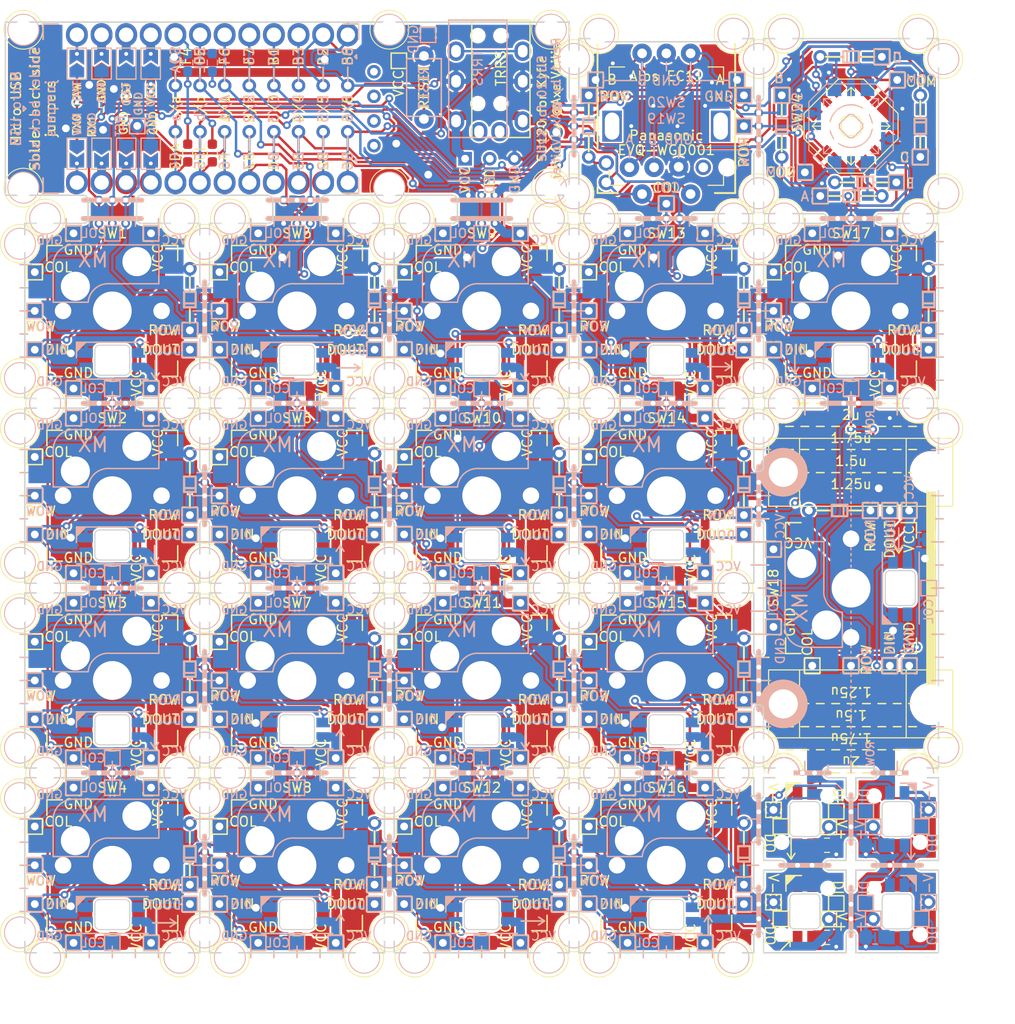
<source format=kicad_pcb>
(kicad_pcb (version 20171130) (host pcbnew 5.1.11-e4df9d881f~92~ubuntu20.04.1)
  (title_block (title "SU120 Yakitori Keyboard") (rev 8) (company @e3w2q))
  (layers (0 F.Cu signal) (31 B.Cu signal) (34 B.Paste user hide) (35 F.Paste user hide) (36 B.SilkS user hide) (37 F.SilkS user hide) (38 B.Mask user hide) (39 F.Mask user hide) (44 Edge.Cuts user))
  (net 0 "")
  (net 1 GND)
  (net 2 Y1)
  (net 3 Y2)
  (net 4 Y3)
  (net 5 X1)
  (net 6 X2)
  (net 7 X3)
  (net 8 X4)
  (net 9 X5)
  (net 10 Y4)
  (net 11 data)
  (net 12 led)
  (net 13 Y5)
  (net 14 Y6)
  (net 15 X6)
  (net 16 X7)
  (net 17 X8)
  (net 18 X9)
  (net 19 X10)
  (net 20 "Net-(D18-Pad2)")
  (net 21 VCC)
  (net 22 reset1)
  (net 23 "Net-(J1-PadA)")
  (net 24 "Net-(J6-PadA)")
  (net 25 "Net-(H154-Pad1)")
  (net 26 "Net-(H153-Pad1)")
  (net 27 "Net-(H157-Pad1)")
  (net 28 "Net-(H161-Pad1)")
  (net 29 "Net-(H165-Pad1)")
  (net 30 "Net-(JP101-Pad2)")
  (net 31 "Net-(JP102-Pad2)")
  (net 32 "Net-(JP103-Pad2)")
  (net 33 "Net-(JP104-Pad3)")
  (net 34 "Net-(JP104-Pad2)")
  (net 35 "Net-(JP105-Pad2)")
  (net 36 "Net-(JP105-Pad1)")
  (net 37 "Net-(JP106-Pad2)")
  (net 38 "Net-(JP107-Pad2)")
  (net 39 "Net-(JP108-Pad2)")
  (net 40 "Net-(SW1-Pad2)")
  (net 41 "Net-(SW1-Pad6)")
  (net 42 "Net-(SW2-Pad2)")
  (net 43 "Net-(SW2-Pad6)")
  (net 44 "Net-(SW3-Pad2)")
  (net 45 "Net-(SW3-Pad6)")
  (net 46 "Net-(SW4-Pad2)")
  (net 47 "Net-(SW4-Pad6)")
  (net 48 "Net-(SW5-Pad2)")
  (net 49 "Net-(SW5-Pad4)")
  (net 50 "Net-(SW5-Pad6)")
  (net 51 "Net-(SW6-Pad4)")
  (net 52 "Net-(SW6-Pad6)")
  (net 53 "Net-(SW7-Pad4)")
  (net 54 "Net-(SW7-Pad6)")
  (net 55 "Net-(SW8-Pad6)")
  (net 56 "Net-(SW10-Pad4)")
  (net 57 "Net-(SW9-Pad6)")
  (net 58 "Net-(SW10-Pad2)")
  (net 59 "Net-(SW10-Pad6)")
  (net 60 "Net-(SW11-Pad2)")
  (net 61 "Net-(SW11-Pad6)")
  (net 62 "Net-(SW12-Pad2)")
  (net 63 "Net-(SW12-Pad6)")
  (net 64 "Net-(SW13-Pad2)")
  (net 65 "Net-(SW13-Pad4)")
  (net 66 "Net-(SW13-Pad6)")
  (net 67 "Net-(SW14-Pad4)")
  (net 68 "Net-(SW14-Pad6)")
  (net 69 "Net-(SW15-Pad4)")
  (net 70 "Net-(SW15-Pad6)")
  (net 71 "Net-(SW16-Pad6)")
  (net 72 "Net-(SW17-Pad2)")
  (net 73 "Net-(SW17-Pad6)")
  (net 74 "Net-(SW18-Pad6)")
  (net 75 led_)
  (net 76 "Net-(D1-Pad1)")
  (net 77 "Net-(D2-Pad1)")
  (net 78 "Net-(D3-Pad1)")
  (net 79 "Net-(D4-Pad1)")
  (net 80 "Net-(D5-Pad1)")
  (module "Kyfle Footprints:Slot_Cross_2.9mm_7.025mm" (layer F.Cu) (at 99.21875 76.2)
    (fp_text reference REF** hide)
    (fp_text value Slot_1.2mm_7.4.mm)
    (fp_arc (start 0 6.525) (end -0.5 6.525) (angle -180) (layer Edge.Cuts) (width 0.15))
    (fp_arc (start -6.525 0) (end -7.025 0) (angle -90) (layer Edge.Cuts) (width 0.15))
    (fp_arc (start 6.525 0) (end 6.525 0.5) (angle -180) (layer Edge.Cuts) (width 0.15))
    (fp_arc (start 0 -6.525) (end 0.5 -6.525) (angle -180) (layer Edge.Cuts) (width 0.15))
    (fp_arc (start -6.525 -1.9) (end -6.525 -2.4) (angle -90) (layer Edge.Cuts) (width 0.15))
    (fp_line (start -7.025 0) (end -7.025 -1.9) (layer Edge.Cuts) (width 0.15))
    (fp_line (start -0.5 -2.4) (end -0.5 -6.525) (layer Edge.Cuts) (width 0.15))
    (fp_line (start 0.5 -0.5) (end 6.525 -0.5) (layer Edge.Cuts) (width 0.15))
    (fp_line (start -6.525 -2.4) (end -0.5 -2.4) (layer Edge.Cuts) (width 0.15))
    (fp_line (start 6.525 0.5) (end 0.5 0.5) (layer Edge.Cuts) (width 0.15))
    (fp_line (start 0.5 0.5) (end 0.5 6.525) (layer Edge.Cuts) (width 0.15))
    (fp_line (start -0.5 0.5) (end -6.525 0.5) (layer Edge.Cuts) (width 0.15))
    (fp_line (start 0.5 -6.525) (end 0.5 -0.5) (layer Edge.Cuts) (width 0.15))
    (fp_line (start -0.5 6.525) (end -0.5 0.5) (layer Edge.Cuts) (width 0.15))
  )
  (module "Kyfle Footprints:Slot_Half_Line_2.9mm_7.025mm" (layer F.Cu) (at 42.06875 76.2)
    (fp_text reference REF** hide)
    (fp_text value Slot_1.2mm_3.7.mm)
    (fp_arc (start 6.525 -1.9) (end 7.025 -1.9) (angle -90) (layer Edge.Cuts) (width 0.15))
    (fp_arc (start 6.525 0) (end 6.525 0.5) (angle -90) (layer Edge.Cuts) (width 0.15))
    (fp_line (start 7.025 -1.9) (end 7.025 0) (layer Edge.Cuts) (width 0.15))
    (fp_line (start 0.5 0.5) (end 6.525 0.5) (layer Edge.Cuts) (width 0.15))
    (fp_line (start 6.525 -2.4) (end 0.5 -2.4) (layer Edge.Cuts) (width 0.15))
  )
  (module "Kyfle Footprints:Slot_Tee_2.9mm_7.025mm" (layer F.Cu) (at 80.16875 76.2)
    (fp_text reference REF** hide)
    (fp_text value Slot_1.2mm_7.4.mm)
    (fp_arc (start -6.525 0) (end -7.025 0) (angle -90) (layer Edge.Cuts) (width 0.15))
    (fp_arc (start 0 6.525) (end -0.5 6.525) (angle -180) (layer Edge.Cuts) (width 0.15))
    (fp_arc (start 6.525 0) (end 6.525 0.5) (angle -90) (layer Edge.Cuts) (width 0.15))
    (fp_arc (start -6.525 -1.9) (end -6.525 -2.4) (angle -90) (layer Edge.Cuts) (width 0.15))
    (fp_arc (start 6.525 -1.9) (end 7.025 -1.9) (angle -90) (layer Edge.Cuts) (width 0.15))
    (fp_line (start 7.025 0) (end 7.025 -1.9) (layer Edge.Cuts) (width 0.15))
    (fp_line (start -7.025 0) (end -7.025 -1.9) (layer Edge.Cuts) (width 0.15))
    (fp_line (start -0.5 0.5) (end -6.525 0.5) (layer Edge.Cuts) (width 0.15))
    (fp_line (start 0.5 0.5) (end 0.5 6.525) (layer Edge.Cuts) (width 0.15))
    (fp_line (start 6.525 0.5) (end 0.5 0.5) (layer Edge.Cuts) (width 0.15))
    (fp_line (start -0.5 6.525) (end -0.5 0.5) (layer Edge.Cuts) (width 0.15))
    (fp_line (start -6.525 -2.4) (end 6.525 -2.4) (layer Edge.Cuts) (width 0.15))
  )
  (module "Kyfle Footprints:Slot_Tee_2.9mm_7.025mm" (layer F.Cu) (at 61.11875 76.2)
    (fp_text reference REF** hide)
    (fp_text value Slot_1.2mm_7.4.mm)
    (fp_arc (start -6.525 0) (end -7.025 0) (angle -90) (layer Edge.Cuts) (width 0.15))
    (fp_arc (start 0 6.525) (end -0.5 6.525) (angle -180) (layer Edge.Cuts) (width 0.15))
    (fp_arc (start 6.525 0) (end 6.525 0.5) (angle -90) (layer Edge.Cuts) (width 0.15))
    (fp_arc (start -6.525 -1.9) (end -6.525 -2.4) (angle -90) (layer Edge.Cuts) (width 0.15))
    (fp_arc (start 6.525 -1.9) (end 7.025 -1.9) (angle -90) (layer Edge.Cuts) (width 0.15))
    (fp_line (start 7.025 0) (end 7.025 -1.9) (layer Edge.Cuts) (width 0.15))
    (fp_line (start -7.025 0) (end -7.025 -1.9) (layer Edge.Cuts) (width 0.15))
    (fp_line (start -0.5 0.5) (end -6.525 0.5) (layer Edge.Cuts) (width 0.15))
    (fp_line (start 0.5 0.5) (end 0.5 6.525) (layer Edge.Cuts) (width 0.15))
    (fp_line (start 6.525 0.5) (end 0.5 0.5) (layer Edge.Cuts) (width 0.15))
    (fp_line (start -0.5 6.525) (end -0.5 0.5) (layer Edge.Cuts) (width 0.15))
    (fp_line (start -6.525 -2.4) (end 6.525 -2.4) (layer Edge.Cuts) (width 0.15))
  )
  (module "Kyfle Footprints:Slot_Tee_1mm_7.025mm" (layer F.Cu) (at 118.26875 114.3 270)
    (fp_text reference REF** hide)
    (fp_text value Slot_1.2mm_7.4.mm)
    (fp_arc (start 0 6.525) (end -0.5 6.525) (angle -180) (layer Edge.Cuts) (width 0.15))
    (fp_arc (start 6.525 0) (end 6.525 0.5) (angle -180) (layer Edge.Cuts) (width 0.15))
    (fp_arc (start -6.525 0) (end -6.525 -0.5) (angle -180) (layer Edge.Cuts) (width 0.15))
    (fp_line (start -6.525 -0.5) (end 6.525 -0.5) (layer Edge.Cuts) (width 0.15))
    (fp_line (start 6.525 0.5) (end 0.5 0.5) (layer Edge.Cuts) (width 0.15))
    (fp_line (start 0.5 0.5) (end 0.5 6.525) (layer Edge.Cuts) (width 0.15))
    (fp_line (start -0.5 6.525) (end -0.5 0.5) (layer Edge.Cuts) (width 0.15))
    (fp_line (start -0.5 0.5) (end -6.525 0.5) (layer Edge.Cuts) (width 0.15))
  )
  (module "Kyfle Footprints:Slot_Half_Line_1mm_7.025mm" (layer F.Cu) (at 118.26875 133.35 180)
    (fp_text reference REF** hide)
    (fp_text value Slot_1.2mm_3.7.mm)
    (fp_arc (start 6.525 0) (end 6.525 0.5) (angle -180) (layer Edge.Cuts) (width 0.15))
    (fp_line (start 0.5 0.5) (end 6.525 0.5) (layer Edge.Cuts) (width 0.15))
    (fp_line (start 6.525 -0.5) (end 0.5 -0.5) (layer Edge.Cuts) (width 0.15))
  )
  (module "Kyfle Footprints:Slot_Half_Line_1mm_7.025mm" (layer F.Cu) (at 118.26875 133.35 90)
    (fp_text reference REF** hide)
    (fp_text value Slot_1.2mm_3.7.mm)
    (fp_arc (start 6.525 0) (end 6.525 0.5) (angle -180) (layer Edge.Cuts) (width 0.15))
    (fp_line (start 0.5 0.5) (end 6.525 0.5) (layer Edge.Cuts) (width 0.15))
    (fp_line (start 6.525 -0.5) (end 0.5 -0.5) (layer Edge.Cuts) (width 0.15))
  )
  (module "Kyfle Footprints:Slot_Half_Line_1mm_7.025mm" (layer F.Cu) (at 42.06875 133.35)
    (fp_text reference REF** hide)
    (fp_text value Slot_1.2mm_3.7.mm)
    (fp_arc (start 6.525 0) (end 6.525 0.5) (angle -180) (layer Edge.Cuts) (width 0.15))
    (fp_line (start 0.5 0.5) (end 6.525 0.5) (layer Edge.Cuts) (width 0.15))
    (fp_line (start 6.525 -0.5) (end 0.5 -0.5) (layer Edge.Cuts) (width 0.15))
  )
  (module "Kyfle Footprints:Slot_Half_Line_1mm_7.025mm" (layer F.Cu) (at 42.06875 114.3)
    (fp_text reference REF** hide)
    (fp_text value Slot_1.2mm_3.7.mm)
    (fp_arc (start 6.525 0) (end 6.525 0.5) (angle -180) (layer Edge.Cuts) (width 0.15))
    (fp_line (start 0.5 0.5) (end 6.525 0.5) (layer Edge.Cuts) (width 0.15))
    (fp_line (start 6.525 -0.5) (end 0.5 -0.5) (layer Edge.Cuts) (width 0.15))
  )
  (module "Kyfle Footprints:Slot_Half_Line_1mm_7.025mm" (layer F.Cu) (at 61.11875 152.4 90)
    (fp_text reference REF** hide)
    (fp_text value Slot_1.2mm_3.7.mm)
    (fp_arc (start 6.525 0) (end 6.525 0.5) (angle -180) (layer Edge.Cuts) (width 0.15))
    (fp_line (start 0.5 0.5) (end 6.525 0.5) (layer Edge.Cuts) (width 0.15))
    (fp_line (start 6.525 -0.5) (end 0.5 -0.5) (layer Edge.Cuts) (width 0.15))
  )
  (module "Kyfle Footprints:Slot_Half_Line_1mm_7.025mm" (layer F.Cu) (at 42.06875 95.25)
    (fp_text reference REF** hide)
    (fp_text value Slot_1.2mm_3.7.mm)
    (fp_arc (start 6.525 0) (end 6.525 0.5) (angle -180) (layer Edge.Cuts) (width 0.15))
    (fp_line (start 0.5 0.5) (end 6.525 0.5) (layer Edge.Cuts) (width 0.15))
    (fp_line (start 6.525 -0.5) (end 0.5 -0.5) (layer Edge.Cuts) (width 0.15))
  )
  (module "Kyfle Footprints:Slot_Half_Line_1mm_7.025mm" (layer F.Cu) (at 80.16875 152.4 90)
    (fp_text reference REF** hide)
    (fp_text value Slot_1.2mm_3.7.mm)
    (fp_arc (start 6.525 0) (end 6.525 0.5) (angle -180) (layer Edge.Cuts) (width 0.15))
    (fp_line (start 0.5 0.5) (end 6.525 0.5) (layer Edge.Cuts) (width 0.15))
    (fp_line (start 6.525 -0.5) (end 0.5 -0.5) (layer Edge.Cuts) (width 0.15))
  )
  (module "Kyfle Footprints:Slot_Half_Line_1mm_7.025mm" (layer F.Cu) (at 99.21875 152.4 90)
    (fp_text reference REF** hide)
    (fp_text value Slot_1.2mm_3.7.mm)
    (fp_arc (start 6.525 0) (end 6.525 0.5) (angle -180) (layer Edge.Cuts) (width 0.15))
    (fp_line (start 0.5 0.5) (end 6.525 0.5) (layer Edge.Cuts) (width 0.15))
    (fp_line (start 6.525 -0.5) (end 0.5 -0.5) (layer Edge.Cuts) (width 0.15))
  )
  (module "Kyfle Footprints:Slot_Half_Line_1mm_7.025mm" (layer F.Cu) (at 137.31875 95.25 180)
    (fp_text reference REF** hide)
    (fp_text value Slot_1.2mm_3.7.mm)
    (fp_arc (start 6.525 0) (end 6.525 0.5) (angle -180) (layer Edge.Cuts) (width 0.15))
    (fp_line (start 0.5 0.5) (end 6.525 0.5) (layer Edge.Cuts) (width 0.15))
    (fp_line (start 6.525 -0.5) (end 0.5 -0.5) (layer Edge.Cuts) (width 0.15))
  )
  (module "Kyfle Footprints:Slot_Half_Line_1mm_7.025mm" (layer F.Cu) (at 137.31875 76.2 180)
    (fp_text reference REF** hide)
    (fp_text value Slot_1.2mm_3.7.mm)
    (fp_arc (start 6.525 0) (end 6.525 0.5) (angle -180) (layer Edge.Cuts) (width 0.15))
    (fp_line (start 0.5 0.5) (end 6.525 0.5) (layer Edge.Cuts) (width 0.15))
    (fp_line (start 6.525 -0.5) (end 0.5 -0.5) (layer Edge.Cuts) (width 0.15))
  )
  (module "Kyfle Footprints:Slot_Half_Line_1mm_7.025mm" (layer F.Cu) (at 118.26888 57.150216 270)
    (fp_text reference REF** hide)
    (fp_text value Slot_1.2mm_3.7.mm)
    (fp_arc (start 6.525 0) (end 6.525 0.5) (angle -180) (layer Edge.Cuts) (width 0.15))
    (fp_line (start 0.5 0.5) (end 6.525 0.5) (layer Edge.Cuts) (width 0.15))
    (fp_line (start 6.525 -0.5) (end 0.5 -0.5) (layer Edge.Cuts) (width 0.15))
  )
  (module "Kyfle Footprints:Slot_Half_Line_1mm_7.025mm" (layer F.Cu) (at 99.21888 57.150216 270)
    (fp_text reference REF** hide)
    (fp_text value Slot_1.2mm_3.7.mm)
    (fp_arc (start 6.525 0) (end 6.525 0.5) (angle -180) (layer Edge.Cuts) (width 0.15))
    (fp_line (start 0.5 0.5) (end 6.525 0.5) (layer Edge.Cuts) (width 0.15))
    (fp_line (start 6.525 -0.5) (end 0.5 -0.5) (layer Edge.Cuts) (width 0.15))
  )
  (module "Kyfle Footprints:Slot_Cross_1mm_7.025mm" (layer F.Cu) (at 118.26875 76.2)
    (fp_text reference REF** hide)
    (fp_text value Slot_1.2mm_7.4.mm)
    (fp_arc (start -6.525 0) (end -6.525 -0.5) (angle -180) (layer Edge.Cuts) (width 0.15))
    (fp_arc (start 6.525 0) (end 6.525 0.5) (angle -180) (layer Edge.Cuts) (width 0.15))
    (fp_arc (start 0 6.525) (end -0.5 6.525) (angle -180) (layer Edge.Cuts) (width 0.15))
    (fp_arc (start 0 -6.525) (end 0.5 -6.525) (angle -180) (layer Edge.Cuts) (width 0.15))
    (fp_line (start -0.5 0.5) (end -6.525 0.5) (layer Edge.Cuts) (width 0.15))
    (fp_line (start -0.5 6.525) (end -0.5 0.5) (layer Edge.Cuts) (width 0.15))
    (fp_line (start 0.5 0.5) (end 0.5 6.525) (layer Edge.Cuts) (width 0.15))
    (fp_line (start 6.525 0.5) (end 0.5 0.5) (layer Edge.Cuts) (width 0.15))
    (fp_line (start 0.5 -0.5) (end 6.525 -0.5) (layer Edge.Cuts) (width 0.15))
    (fp_line (start 0.5 -6.525) (end 0.5 -0.5) (layer Edge.Cuts) (width 0.15))
    (fp_line (start -0.5 -0.5) (end -0.5 -6.525) (layer Edge.Cuts) (width 0.15))
    (fp_line (start -6.525 -0.5) (end -0.5 -0.5) (layer Edge.Cuts) (width 0.15))
  )
  (module "Kyfle Footprints:Slot_Cross_1mm_7.025mm" (layer F.Cu) (at 99.21875 95.25)
    (fp_text reference REF** hide)
    (fp_text value Slot_1.2mm_7.4.mm)
    (fp_arc (start -6.525 0) (end -6.525 -0.5) (angle -180) (layer Edge.Cuts) (width 0.15))
    (fp_arc (start 6.525 0) (end 6.525 0.5) (angle -180) (layer Edge.Cuts) (width 0.15))
    (fp_arc (start 0 6.525) (end -0.5 6.525) (angle -180) (layer Edge.Cuts) (width 0.15))
    (fp_arc (start 0 -6.525) (end 0.5 -6.525) (angle -180) (layer Edge.Cuts) (width 0.15))
    (fp_line (start -0.5 0.5) (end -6.525 0.5) (layer Edge.Cuts) (width 0.15))
    (fp_line (start -0.5 6.525) (end -0.5 0.5) (layer Edge.Cuts) (width 0.15))
    (fp_line (start 0.5 0.5) (end 0.5 6.525) (layer Edge.Cuts) (width 0.15))
    (fp_line (start 6.525 0.5) (end 0.5 0.5) (layer Edge.Cuts) (width 0.15))
    (fp_line (start 0.5 -0.5) (end 6.525 -0.5) (layer Edge.Cuts) (width 0.15))
    (fp_line (start 0.5 -6.525) (end 0.5 -0.5) (layer Edge.Cuts) (width 0.15))
    (fp_line (start -0.5 -0.5) (end -0.5 -6.525) (layer Edge.Cuts) (width 0.15))
    (fp_line (start -6.525 -0.5) (end -0.5 -0.5) (layer Edge.Cuts) (width 0.15))
  )
  (module "Kyfle Footprints:Slot_Cross_1mm_7.025mm" (layer F.Cu) (at 99.21875 114.3)
    (fp_text reference REF** hide)
    (fp_text value Slot_1.2mm_7.4.mm)
    (fp_arc (start -6.525 0) (end -6.525 -0.5) (angle -180) (layer Edge.Cuts) (width 0.15))
    (fp_arc (start 6.525 0) (end 6.525 0.5) (angle -180) (layer Edge.Cuts) (width 0.15))
    (fp_arc (start 0 6.525) (end -0.5 6.525) (angle -180) (layer Edge.Cuts) (width 0.15))
    (fp_arc (start 0 -6.525) (end 0.5 -6.525) (angle -180) (layer Edge.Cuts) (width 0.15))
    (fp_line (start -0.5 0.5) (end -6.525 0.5) (layer Edge.Cuts) (width 0.15))
    (fp_line (start -0.5 6.525) (end -0.5 0.5) (layer Edge.Cuts) (width 0.15))
    (fp_line (start 0.5 0.5) (end 0.5 6.525) (layer Edge.Cuts) (width 0.15))
    (fp_line (start 6.525 0.5) (end 0.5 0.5) (layer Edge.Cuts) (width 0.15))
    (fp_line (start 0.5 -0.5) (end 6.525 -0.5) (layer Edge.Cuts) (width 0.15))
    (fp_line (start 0.5 -6.525) (end 0.5 -0.5) (layer Edge.Cuts) (width 0.15))
    (fp_line (start -0.5 -0.5) (end -0.5 -6.525) (layer Edge.Cuts) (width 0.15))
    (fp_line (start -6.525 -0.5) (end -0.5 -0.5) (layer Edge.Cuts) (width 0.15))
  )
  (module "Kyfle Footprints:Slot_Cross_1mm_7.025mm" (layer F.Cu) (at 99.21875 133.35)
    (fp_text reference REF** hide)
    (fp_text value Slot_1.2mm_7.4.mm)
    (fp_arc (start -6.525 0) (end -6.525 -0.5) (angle -180) (layer Edge.Cuts) (width 0.15))
    (fp_arc (start 6.525 0) (end 6.525 0.5) (angle -180) (layer Edge.Cuts) (width 0.15))
    (fp_arc (start 0 6.525) (end -0.5 6.525) (angle -180) (layer Edge.Cuts) (width 0.15))
    (fp_arc (start 0 -6.525) (end 0.5 -6.525) (angle -180) (layer Edge.Cuts) (width 0.15))
    (fp_line (start -0.5 0.5) (end -6.525 0.5) (layer Edge.Cuts) (width 0.15))
    (fp_line (start -0.5 6.525) (end -0.5 0.5) (layer Edge.Cuts) (width 0.15))
    (fp_line (start 0.5 0.5) (end 0.5 6.525) (layer Edge.Cuts) (width 0.15))
    (fp_line (start 6.525 0.5) (end 0.5 0.5) (layer Edge.Cuts) (width 0.15))
    (fp_line (start 0.5 -0.5) (end 6.525 -0.5) (layer Edge.Cuts) (width 0.15))
    (fp_line (start 0.5 -6.525) (end 0.5 -0.5) (layer Edge.Cuts) (width 0.15))
    (fp_line (start -0.5 -0.5) (end -0.5 -6.525) (layer Edge.Cuts) (width 0.15))
    (fp_line (start -6.525 -0.5) (end -0.5 -0.5) (layer Edge.Cuts) (width 0.15))
  )
  (module "Kyfle Footprints:Slot_Cross_1mm_7.025mm" (layer F.Cu) (at 118.26875 95.25)
    (fp_text reference REF** hide)
    (fp_text value Slot_1.2mm_7.4.mm)
    (fp_arc (start -6.525 0) (end -6.525 -0.5) (angle -180) (layer Edge.Cuts) (width 0.15))
    (fp_arc (start 6.525 0) (end 6.525 0.5) (angle -180) (layer Edge.Cuts) (width 0.15))
    (fp_arc (start 0 6.525) (end -0.5 6.525) (angle -180) (layer Edge.Cuts) (width 0.15))
    (fp_arc (start 0 -6.525) (end 0.5 -6.525) (angle -180) (layer Edge.Cuts) (width 0.15))
    (fp_line (start -0.5 0.5) (end -6.525 0.5) (layer Edge.Cuts) (width 0.15))
    (fp_line (start -0.5 6.525) (end -0.5 0.5) (layer Edge.Cuts) (width 0.15))
    (fp_line (start 0.5 0.5) (end 0.5 6.525) (layer Edge.Cuts) (width 0.15))
    (fp_line (start 6.525 0.5) (end 0.5 0.5) (layer Edge.Cuts) (width 0.15))
    (fp_line (start 0.5 -0.5) (end 6.525 -0.5) (layer Edge.Cuts) (width 0.15))
    (fp_line (start 0.5 -6.525) (end 0.5 -0.5) (layer Edge.Cuts) (width 0.15))
    (fp_line (start -0.5 -0.5) (end -0.5 -6.525) (layer Edge.Cuts) (width 0.15))
    (fp_line (start -6.525 -0.5) (end -0.5 -0.5) (layer Edge.Cuts) (width 0.15))
  )
  (module "Kyfle Footprints:Slot_Cross_1mm_7.025mm" (layer F.Cu) (at 80.16875 133.35)
    (fp_text reference REF** hide)
    (fp_text value Slot_1.2mm_7.4.mm)
    (fp_arc (start -6.525 0) (end -6.525 -0.5) (angle -180) (layer Edge.Cuts) (width 0.15))
    (fp_arc (start 6.525 0) (end 6.525 0.5) (angle -180) (layer Edge.Cuts) (width 0.15))
    (fp_arc (start 0 6.525) (end -0.5 6.525) (angle -180) (layer Edge.Cuts) (width 0.15))
    (fp_arc (start 0 -6.525) (end 0.5 -6.525) (angle -180) (layer Edge.Cuts) (width 0.15))
    (fp_line (start -0.5 0.5) (end -6.525 0.5) (layer Edge.Cuts) (width 0.15))
    (fp_line (start -0.5 6.525) (end -0.5 0.5) (layer Edge.Cuts) (width 0.15))
    (fp_line (start 0.5 0.5) (end 0.5 6.525) (layer Edge.Cuts) (width 0.15))
    (fp_line (start 6.525 0.5) (end 0.5 0.5) (layer Edge.Cuts) (width 0.15))
    (fp_line (start 0.5 -0.5) (end 6.525 -0.5) (layer Edge.Cuts) (width 0.15))
    (fp_line (start 0.5 -6.525) (end 0.5 -0.5) (layer Edge.Cuts) (width 0.15))
    (fp_line (start -0.5 -0.5) (end -0.5 -6.525) (layer Edge.Cuts) (width 0.15))
    (fp_line (start -6.525 -0.5) (end -0.5 -0.5) (layer Edge.Cuts) (width 0.15))
  )
  (module "Kyfle Footprints:Slot_Cross_1mm_7.025mm" (layer F.Cu) (at 80.16875 95.25)
    (fp_text reference REF** hide)
    (fp_text value Slot_1.2mm_7.4.mm)
    (fp_arc (start -6.525 0) (end -6.525 -0.5) (angle -180) (layer Edge.Cuts) (width 0.15))
    (fp_arc (start 6.525 0) (end 6.525 0.5) (angle -180) (layer Edge.Cuts) (width 0.15))
    (fp_arc (start 0 6.525) (end -0.5 6.525) (angle -180) (layer Edge.Cuts) (width 0.15))
    (fp_arc (start 0 -6.525) (end 0.5 -6.525) (angle -180) (layer Edge.Cuts) (width 0.15))
    (fp_line (start -0.5 0.5) (end -6.525 0.5) (layer Edge.Cuts) (width 0.15))
    (fp_line (start -0.5 6.525) (end -0.5 0.5) (layer Edge.Cuts) (width 0.15))
    (fp_line (start 0.5 0.5) (end 0.5 6.525) (layer Edge.Cuts) (width 0.15))
    (fp_line (start 6.525 0.5) (end 0.5 0.5) (layer Edge.Cuts) (width 0.15))
    (fp_line (start 0.5 -0.5) (end 6.525 -0.5) (layer Edge.Cuts) (width 0.15))
    (fp_line (start 0.5 -6.525) (end 0.5 -0.5) (layer Edge.Cuts) (width 0.15))
    (fp_line (start -0.5 -0.5) (end -0.5 -6.525) (layer Edge.Cuts) (width 0.15))
    (fp_line (start -6.525 -0.5) (end -0.5 -0.5) (layer Edge.Cuts) (width 0.15))
  )
  (module "Kyfle Footprints:Slot_Cross_1mm_7.025mm" (layer F.Cu) (at 80.16875 114.3)
    (fp_text reference REF** hide)
    (fp_text value Slot_1.2mm_7.4.mm)
    (fp_arc (start -6.525 0) (end -6.525 -0.5) (angle -180) (layer Edge.Cuts) (width 0.15))
    (fp_arc (start 6.525 0) (end 6.525 0.5) (angle -180) (layer Edge.Cuts) (width 0.15))
    (fp_arc (start 0 6.525) (end -0.5 6.525) (angle -180) (layer Edge.Cuts) (width 0.15))
    (fp_arc (start 0 -6.525) (end 0.5 -6.525) (angle -180) (layer Edge.Cuts) (width 0.15))
    (fp_line (start -0.5 0.5) (end -6.525 0.5) (layer Edge.Cuts) (width 0.15))
    (fp_line (start -0.5 6.525) (end -0.5 0.5) (layer Edge.Cuts) (width 0.15))
    (fp_line (start 0.5 0.5) (end 0.5 6.525) (layer Edge.Cuts) (width 0.15))
    (fp_line (start 6.525 0.5) (end 0.5 0.5) (layer Edge.Cuts) (width 0.15))
    (fp_line (start 0.5 -0.5) (end 6.525 -0.5) (layer Edge.Cuts) (width 0.15))
    (fp_line (start 0.5 -6.525) (end 0.5 -0.5) (layer Edge.Cuts) (width 0.15))
    (fp_line (start -0.5 -0.5) (end -0.5 -6.525) (layer Edge.Cuts) (width 0.15))
    (fp_line (start -6.525 -0.5) (end -0.5 -0.5) (layer Edge.Cuts) (width 0.15))
  )
  (module "Kyfle Footprints:Slot_Cross_1mm_7.025mm" (layer F.Cu) (at 61.11875 133.35)
    (fp_text reference REF** hide)
    (fp_text value Slot_1.2mm_7.4.mm)
    (fp_arc (start -6.525 0) (end -6.525 -0.5) (angle -180) (layer Edge.Cuts) (width 0.15))
    (fp_arc (start 6.525 0) (end 6.525 0.5) (angle -180) (layer Edge.Cuts) (width 0.15))
    (fp_arc (start 0 6.525) (end -0.5 6.525) (angle -180) (layer Edge.Cuts) (width 0.15))
    (fp_arc (start 0 -6.525) (end 0.5 -6.525) (angle -180) (layer Edge.Cuts) (width 0.15))
    (fp_line (start -0.5 0.5) (end -6.525 0.5) (layer Edge.Cuts) (width 0.15))
    (fp_line (start -0.5 6.525) (end -0.5 0.5) (layer Edge.Cuts) (width 0.15))
    (fp_line (start 0.5 0.5) (end 0.5 6.525) (layer Edge.Cuts) (width 0.15))
    (fp_line (start 6.525 0.5) (end 0.5 0.5) (layer Edge.Cuts) (width 0.15))
    (fp_line (start 0.5 -0.5) (end 6.525 -0.5) (layer Edge.Cuts) (width 0.15))
    (fp_line (start 0.5 -6.525) (end 0.5 -0.5) (layer Edge.Cuts) (width 0.15))
    (fp_line (start -0.5 -0.5) (end -0.5 -6.525) (layer Edge.Cuts) (width 0.15))
    (fp_line (start -6.525 -0.5) (end -0.5 -0.5) (layer Edge.Cuts) (width 0.15))
  )
  (module "Kyfle Footprints:Slot_Cross_1mm_7.025mm" (layer F.Cu) (at 61.11875 95.25)
    (fp_text reference REF** hide)
    (fp_text value Slot_1.2mm_7.4.mm)
    (fp_arc (start -6.525 0) (end -6.525 -0.5) (angle -180) (layer Edge.Cuts) (width 0.15))
    (fp_arc (start 6.525 0) (end 6.525 0.5) (angle -180) (layer Edge.Cuts) (width 0.15))
    (fp_arc (start 0 6.525) (end -0.5 6.525) (angle -180) (layer Edge.Cuts) (width 0.15))
    (fp_arc (start 0 -6.525) (end 0.5 -6.525) (angle -180) (layer Edge.Cuts) (width 0.15))
    (fp_line (start -0.5 0.5) (end -6.525 0.5) (layer Edge.Cuts) (width 0.15))
    (fp_line (start -0.5 6.525) (end -0.5 0.5) (layer Edge.Cuts) (width 0.15))
    (fp_line (start 0.5 0.5) (end 0.5 6.525) (layer Edge.Cuts) (width 0.15))
    (fp_line (start 6.525 0.5) (end 0.5 0.5) (layer Edge.Cuts) (width 0.15))
    (fp_line (start 0.5 -0.5) (end 6.525 -0.5) (layer Edge.Cuts) (width 0.15))
    (fp_line (start 0.5 -6.525) (end 0.5 -0.5) (layer Edge.Cuts) (width 0.15))
    (fp_line (start -0.5 -0.5) (end -0.5 -6.525) (layer Edge.Cuts) (width 0.15))
    (fp_line (start -6.525 -0.5) (end -0.5 -0.5) (layer Edge.Cuts) (width 0.15))
  )
  (module "Kyfle Footprints:Slot_Cross_1mm_7.025mm" (layer F.Cu) (at 61.11875 114.3)
    (fp_text reference REF** hide)
    (fp_text value Slot_1.2mm_7.4.mm)
    (fp_arc (start -6.525 0) (end -6.525 -0.5) (angle -180) (layer Edge.Cuts) (width 0.15))
    (fp_arc (start 6.525 0) (end 6.525 0.5) (angle -180) (layer Edge.Cuts) (width 0.15))
    (fp_arc (start 0 6.525) (end -0.5 6.525) (angle -180) (layer Edge.Cuts) (width 0.15))
    (fp_arc (start 0 -6.525) (end 0.5 -6.525) (angle -180) (layer Edge.Cuts) (width 0.15))
    (fp_line (start -0.5 0.5) (end -6.525 0.5) (layer Edge.Cuts) (width 0.15))
    (fp_line (start -0.5 6.525) (end -0.5 0.5) (layer Edge.Cuts) (width 0.15))
    (fp_line (start 0.5 0.5) (end 0.5 6.525) (layer Edge.Cuts) (width 0.15))
    (fp_line (start 6.525 0.5) (end 0.5 0.5) (layer Edge.Cuts) (width 0.15))
    (fp_line (start 0.5 -0.5) (end 6.525 -0.5) (layer Edge.Cuts) (width 0.15))
    (fp_line (start 0.5 -6.525) (end 0.5 -0.5) (layer Edge.Cuts) (width 0.15))
    (fp_line (start -0.5 -0.5) (end -0.5 -6.525) (layer Edge.Cuts) (width 0.15))
    (fp_line (start -6.525 -0.5) (end -0.5 -0.5) (layer Edge.Cuts) (width 0.15))
  )
  (module "Kyfle Footprints:CherryMX_Kyfle_v1_Module_2_M2" (layer F.Cu) (at 108.74375 66.675 270)
    (fp_text reference %R hide)
    (fp_text value SW_Push hide)
    (pad "" np_thru_hole circle (at -6.92375 9.525 270) (size 2 2) (drill 2) (layers *.Cu *.Mask) (clearance 1.1))
    (pad "" np_thru_hole circle (at 6.92375 9.525 270) (size 2 2) (drill 2) (layers *.Cu *.Mask) (clearance 1.1))
  )
  (module "Kyfle Footprints:CherryMX_Kyfle_v1_Module_2_M2" (layer F.Cu) (at 127.79375 66.675 90)
    (fp_text reference %R hide)
    (fp_text value SW_Push hide)
    (pad "" np_thru_hole circle (at -6.92375 9.525 90) (size 2 2) (drill 2) (layers *.Cu *.Mask) (clearance 1.1))
    (pad "" np_thru_hole circle (at 6.92375 9.525 90) (size 2 2) (drill 2) (layers *.Cu *.Mask) (clearance 1.1))
  )
  (module "Kyfle Footprints:CherryMX_Kyfle_v1_Module_2_M2" (layer F.Cu) (at 127.79375 66.675 270)
    (fp_text reference %R hide)
    (fp_text value SW_Push hide)
    (pad "" np_thru_hole circle (at -6.92375 9.525 270) (size 2 2) (drill 2) (layers *.Cu *.Mask) (clearance 1.1))
    (pad "" np_thru_hole circle (at 6.92375 9.525 270) (size 2 2) (drill 2) (layers *.Cu *.Mask) (clearance 1.1))
  )
  (module "Kyfle Footprints:CherryMX_Kyfle_v1_Module_2_M2" (layer F.Cu) (at 51.59375 85.725 180)
    (fp_text reference %R hide)
    (fp_text value SW_Push hide)
    (pad "" np_thru_hole circle (at -6.92375 9.525 180) (size 2 2) (drill 2) (layers *.Cu *.Mask) (clearance 1.1))
    (pad "" np_thru_hole circle (at 6.92375 9.525 180) (size 2 2) (drill 2) (layers *.Cu *.Mask) (clearance 1.1))
  )
  (module "Kyfle Footprints:CherryMX_Kyfle_v1_Module_2_M2" (layer F.Cu) (at 70.64375 85.725 180)
    (fp_text reference %R hide)
    (fp_text value SW_Push hide)
    (pad "" np_thru_hole circle (at -6.92375 9.525 180) (size 2 2) (drill 2) (layers *.Cu *.Mask) (clearance 1.1))
    (pad "" np_thru_hole circle (at 6.92375 9.525 180) (size 2 2) (drill 2) (layers *.Cu *.Mask) (clearance 1.1))
  )
  (module "Kyfle Footprints:CherryMX_Kyfle_v1_Module_2_M2" (layer F.Cu) (at 89.69375 85.725 180)
    (fp_text reference %R hide)
    (fp_text value SW_Push hide)
    (pad "" np_thru_hole circle (at -6.92375 9.525 180) (size 2 2) (drill 2) (layers *.Cu *.Mask) (clearance 1.1))
    (pad "" np_thru_hole circle (at 6.92375 9.525 180) (size 2 2) (drill 2) (layers *.Cu *.Mask) (clearance 1.1))
  )
  (module "Kyfle Footprints:CherryMX_Kyfle_v1_Module_2_M2" (layer F.Cu) (at 108.74375 66.675)
    (fp_text reference %R hide)
    (fp_text value SW_Push hide)
    (pad "" np_thru_hole circle (at -6.92375 9.525) (size 2 2) (drill 2) (layers *.Cu *.Mask) (clearance 1.1))
    (pad "" np_thru_hole circle (at 6.92375 9.525) (size 2 2) (drill 2) (layers *.Cu *.Mask) (clearance 1.1))
  )
  (module "Kyfle Footprints:CherryMX_Kyfle_v1_Module_2_M2" (layer F.Cu) (at 108.74375 66.675 180)
    (fp_text reference %R hide)
    (fp_text value SW_Push hide)
    (pad "" np_thru_hole circle (at -6.92375 9.525 180) (size 2 2) (drill 2) (layers *.Cu *.Mask) (clearance 1.1))
    (pad "" np_thru_hole circle (at 6.92375 9.525 180) (size 2 2) (drill 2) (layers *.Cu *.Mask) (clearance 1.1))
  )
  (module "Kyfle Footprints:CherryMX_Kyfle_v1_Module_2_M2" (layer F.Cu) (at 127.79375 66.675 180)
    (fp_text reference %R hide)
    (fp_text value SW_Push hide)
    (pad "" np_thru_hole circle (at -6.92375 9.525 180) (size 2 2) (drill 2) (layers *.Cu *.Mask) (clearance 1.1))
    (pad "" np_thru_hole circle (at 6.92375 9.525 180) (size 2 2) (drill 2) (layers *.Cu *.Mask) (clearance 1.1))
  )
  (module "Kyfle Footprints:CherryMX_Kyfle_v1_Module_2_M2" (layer F.Cu) (at 127.79375 85.725 180)
    (fp_text reference %R hide)
    (fp_text value SW_Push hide)
    (pad "" np_thru_hole circle (at -6.92375 9.525 180) (size 2 2) (drill 2) (layers *.Cu *.Mask) (clearance 1.1))
    (pad "" np_thru_hole circle (at 6.92375 9.525 180) (size 2 2) (drill 2) (layers *.Cu *.Mask) (clearance 1.1))
  )
  (module "Kyfle Footprints:diode_TH_SMD_rev3_alt" (layer F.Cu) (at 127.79375 59.53125)
    (fp_text reference D5)
    (fp_text value D_Small hide)
    (pad 2 smd rect (at 1.725 0) (size 1.2 0.95) (layers F.Cu F.Paste F.Mask) (net 19 X10))
    (pad 1 smd rect (at -1.725 0) (size 1.2 0.95) (layers F.Cu F.Paste F.Mask) (net 80 "Net-(D5-Pad1)"))
    (pad 2 thru_hole rect (at 3.175 0) (size 1.4 1.4) (drill 0.8) (layers *.Cu *.Mask) (net 19 X10))
    (pad 1 thru_hole circle (at -3.175 0) (size 1.4 1.4) (drill 0.8) (layers *.Cu *.Mask) (net 80 "Net-(D5-Pad1)"))
    (pad 1 smd rect (at -1.725 0) (size 1.2 0.95) (layers B.Cu B.Paste B.Mask) (net 80 "Net-(D5-Pad1)"))
    (pad 2 smd rect (at 1.725 0) (size 1.2 0.95) (layers B.Cu B.Paste B.Mask) (net 19 X10))
  )
  (module "Kyfle Footprints:diode_TH_SMD_rev3_alt" (layer F.Cu) (at 134.9375 66.675 270)
    (fp_text reference D4)
    (fp_text value D_Small hide)
    (pad 2 smd rect (at 1.725 0 270) (size 1.2 0.95) (layers F.Cu F.Paste F.Mask) (net 18 X9))
    (pad 1 smd rect (at -1.725 0 270) (size 1.2 0.95) (layers F.Cu F.Paste F.Mask) (net 79 "Net-(D4-Pad1)"))
    (pad 2 thru_hole rect (at 3.175 0 270) (size 1.4 1.4) (drill 0.8) (layers *.Cu *.Mask) (net 18 X9))
    (pad 1 thru_hole circle (at -3.175 0 270) (size 1.4 1.4) (drill 0.8) (layers *.Cu *.Mask) (net 79 "Net-(D4-Pad1)"))
    (pad 1 smd rect (at -1.725 0 270) (size 1.2 0.95) (layers B.Cu B.Paste B.Mask) (net 79 "Net-(D4-Pad1)"))
    (pad 2 smd rect (at 1.725 0 270) (size 1.2 0.95) (layers B.Cu B.Paste B.Mask) (net 18 X9))
  )
  (module "Kyfle Footprints:diode_TH_SMD_rev3_alt" (layer F.Cu) (at 120.65 66.675 90)
    (fp_text reference D3)
    (fp_text value D_Small hide)
    (pad 2 smd rect (at 1.725 0 90) (size 1.2 0.95) (layers F.Cu F.Paste F.Mask) (net 17 X8))
    (pad 1 smd rect (at -1.725 0 90) (size 1.2 0.95) (layers F.Cu F.Paste F.Mask) (net 78 "Net-(D3-Pad1)"))
    (pad 2 thru_hole rect (at 3.175 0 90) (size 1.4 1.4) (drill 0.8) (layers *.Cu *.Mask) (net 17 X8))
    (pad 1 thru_hole circle (at -3.175 0 90) (size 1.4 1.4) (drill 0.8) (layers *.Cu *.Mask) (net 78 "Net-(D3-Pad1)"))
    (pad 1 smd rect (at -1.725 0 90) (size 1.2 0.95) (layers B.Cu B.Paste B.Mask) (net 78 "Net-(D3-Pad1)"))
    (pad 2 smd rect (at 1.725 0 90) (size 1.2 0.95) (layers B.Cu B.Paste B.Mask) (net 17 X8))
  )
  (module "Kyfle Footprints:diode_TH_SMD_rev3_alt" (layer F.Cu) (at 129.29375 72.475)
    (fp_text reference D2)
    (fp_text value D_Small hide)
    (pad 2 smd rect (at 1.725 0) (size 1.2 0.95) (layers F.Cu F.Paste F.Mask) (net 9 X5))
    (pad 1 smd rect (at -1.725 0) (size 1.2 0.95) (layers F.Cu F.Paste F.Mask) (net 77 "Net-(D2-Pad1)"))
    (pad 2 thru_hole rect (at 3.175 0) (size 1.4 1.4) (drill 0.8) (layers *.Cu *.Mask) (net 9 X5))
    (pad 1 thru_hole circle (at -3.175 0) (size 1.4 1.4) (drill 0.8) (layers *.Cu *.Mask) (net 77 "Net-(D2-Pad1)"))
    (pad 1 smd rect (at -1.725 0) (size 1.2 0.95) (layers B.Cu B.Paste B.Mask) (net 77 "Net-(D2-Pad1)"))
    (pad 2 smd rect (at 1.725 0) (size 1.2 0.95) (layers B.Cu B.Paste B.Mask) (net 9 X5))
  )
  (module "Kyfle Footprints:diode_TH_SMD_rev3_alt" (layer F.Cu) (at 127.79375 73.875 180)
    (fp_text reference D1)
    (fp_text value D_Small hide)
    (pad 2 smd rect (at 1.725 0 180) (size 1.2 0.95) (layers F.Cu F.Paste F.Mask) (net 16 X7))
    (pad 1 smd rect (at -1.725 0 180) (size 1.2 0.95) (layers F.Cu F.Paste F.Mask) (net 76 "Net-(D1-Pad1)"))
    (pad 2 thru_hole rect (at 3.175 0 180) (size 1.4 1.4) (drill 0.8) (layers *.Cu *.Mask) (net 16 X7))
    (pad 1 thru_hole circle (at -3.175 0 180) (size 1.4 1.4) (drill 0.8) (layers *.Cu *.Mask) (net 76 "Net-(D1-Pad1)"))
    (pad 1 smd rect (at -1.725 0 180) (size 1.2 0.95) (layers B.Cu B.Paste B.Mask) (net 76 "Net-(D1-Pad1)"))
    (pad 2 smd rect (at 1.725 0 180) (size 1.2 0.95) (layers B.Cu B.Paste B.Mask) (net 16 X7))
  )
  (module "Kyfle Footprints:diode_TH_SMD_rev3" (layer F.Cu) (at 100.74275 66.675 270)
    (fp_text reference D18)
    (fp_text value D hide)
    (pad 2 smd rect (at 1.725 0 270) (size 1.2 0.95) (layers B.Cu B.Paste B.Mask) (net 20 "Net-(D18-Pad2)"))
    (pad 1 smd rect (at -1.725 0 270) (size 1.2 0.95) (layers B.Cu B.Paste B.Mask) (net 14 Y6))
    (pad 1 thru_hole rect (at -3.175 0 270) (size 1.4 1.4) (drill 0.8) (layers *.Cu *.Mask) (net 14 Y6))
    (pad 2 thru_hole circle (at 3.175 0 270) (size 1.4 1.4) (drill 0.8) (layers *.Cu *.Mask) (net 20 "Net-(D18-Pad2)"))
  )
  (module "Kyfle Footprints:1pin_rect_conn" (layer F.Cu) (at 101.44375 61.9125)
    (fp_text reference H102 hide)
    (fp_text value MountingHole_Pad hide)
    (pad 1 thru_hole rect (at 0 0) (size 1.4 1.4) (drill 0.8) (layers *.Cu *.Mask) (net 16 X7))
  )
  (module "Kyfle Footprints:1pin_rect_conn" (layer F.Cu) (at 116.04075 61.9125)
    (fp_text reference H101 hide)
    (fp_text value MountingHole_Pad hide)
    (pad 1 thru_hole rect (at 0 0) (size 1.4 1.4) (drill 0.8) (layers *.Cu *.Mask) (net 17 X8))
  )
  (module "Kyfle Footprints:1pin_rect_conn" (layer F.Cu) (at 123.03125 71.4375 90)
    (fp_text reference H6 hide)
    (fp_text value MountingHole_Pad hide)
    (pad 1 thru_hole rect (at 0 0 90) (size 1.4 1.4) (drill 0.8) (layers *.Cu *.Mask) (net 14 Y6))
  )
  (module "Kyfle Footprints:1pin_rect_conn" (layer F.Cu) (at 132.55625 61.9125 90)
    (fp_text reference H6 hide)
    (fp_text value MountingHole_Pad hide)
    (pad 1 thru_hole rect (at 0 0 90) (size 1.4 1.4) (drill 0.8) (layers *.Cu *.Mask) (net 14 Y6))
  )
  (module "Kyfle Footprints:1pin_rect_conn" (layer F.Cu) (at 116.74475 66.675)
    (fp_text reference H138 hide)
    (fp_text value MountingHole_Pad hide)
    (pad 1 thru_hole rect (at 0 0) (size 1.4 1.4) (drill 0.8) (layers *.Cu *.Mask) (net 14 Y6))
  )
  (module "Kyfle Footprints:1pin_rect_conn" (layer F.Cu) (at 116.74375 63.5)
    (fp_text reference H170 hide)
    (fp_text value MountingHole_Pad hide)
    (pad 1 thru_hole rect (at 0 0) (size 1.4 1.4) (drill 0.8) (layers *.Cu *.Mask) (net 1 GND))
  )
  (module "Kyfle Footprints:1pin_rect_conn" (layer F.Cu) (at 108.74375 74.676)
    (fp_text reference H135 hide)
    (fp_text value MountingHole_Pad hide)
    (pad 1 thru_hole rect (at 0 0) (size 1.4 1.4) (drill 0.8) (layers *.Cu *.Mask) (net 8 X4))
  )
  (module "Kyfle Footprints:CherryMX_Kyfle_v1_Module_2u" (layer F.Cu) (at 127.79375 114.3 90)
    (fp_text reference SW18 (at 0 -8 90 unlocked) (layer F.SilkS))
    (fp_text value SW_PUSH_LED hide)
    (fp_text user VCC (at 4.7 -7 180 unlocked) (layer F.SilkS) (effects (justify right)))
    (fp_text user GND (at -3.5 -6.3 90 unlocked) (layer F.SilkS))
    (fp_text user COL (at -7.1 -4.5 90 unlocked) (layer F.SilkS) (effects (justify left)))
    (fp_text user GND (at -6.6 6 90 unlocked) (layer F.SilkS) (effects (justify left)))
    (fp_text user VCC (at 6.6 6 90 unlocked) (layer F.SilkS) (effects (justify right)))
    (fp_text user ROW (at 7 2 90 unlocked) (layer F.SilkS) (effects (justify right)))
    (fp_text user ROW (at -9.1 1.6 90 unlocked) (layer F.SilkS) (effects (justify left)))
    (fp_text user DOUT (at 7 4 90 unlocked) (layer F.SilkS) (effects (justify right)))
    (fp_text user DIN (at -7 4 90 unlocked) (layer F.SilkS) (effects (justify left)))
    (fp_text user VCC (at 9 6 90 unlocked) (layer B.SilkS) (effects (font (size 0.9 0.9)) (justify right mirror)))
    (fp_text user GND (at -5 -7.3 90 unlocked) (layer B.SilkS) (effects (font (size 0.9 0.9)) (justify left mirror)))
    (fp_text user VCC (at 5 -7.3 90 unlocked) (layer B.SilkS) (effects (font (size 0.9 0.9)) (justify right mirror)))
    (fp_text user COL (at -1.9 -8 90 unlocked) (layer B.SilkS) (effects (font (size 0.9 0.9)) (justify mirror)))
    (fp_text user DOUT (at 7.2 4.1 90 unlocked) (layer B.SilkS) (effects (font (size 0.9 0.9)) (justify left mirror)))
    (fp_text user ROW (at 7.2 2 90 unlocked) (layer B.SilkS) (effects (font (size 0.9 0.9)) (justify left mirror)))
    (fp_text user ROW (at -9 1.6 90 unlocked) (layer B.SilkS) (effects (font (size 0.9 0.9)) (justify right mirror)))
    (fp_text user DIN (at -7 4 90 unlocked) (layer B.SilkS) (effects (font (size 0.9 0.9)) (justify right mirror)))
    (fp_text user MX (at -2 -5.25 90 unlocked) (layer B.SilkS) (effects (font (size 1.5 1.5) (thickness 0.2)) (justify mirror)))
    (fp_text user GND (at -7 6 90 unlocked) (layer B.SilkS) (effects (font (size 0.9 0.9)) (justify right mirror)))
    (fp_text user COL (at -1 8 90 unlocked) (layer B.SilkS) (effects (font (size 0.9 0.9)) (justify left mirror)))
    (fp_arc (start -1.3 4.03) (end -1.3 3.53) (angle -90) (layer Edge.Cuts) (width 0.12))
    (fp_arc (start 1.3 6.13) (end 1.3 6.63) (angle -90) (layer Edge.Cuts) (width 0.12))
    (fp_arc (start -1.3 6.13) (end -1.8 6.13) (angle -90) (layer Edge.Cuts) (width 0.12))
    (fp_arc (start 1.3 4.03) (end 1.8 4.03) (angle -90) (layer Edge.Cuts) (width 0.12))
    (fp_line (start -1.3 6.63) (end 1.3 6.63) (layer Edge.Cuts) (width 0.12))
    (fp_line (start -1.8 4.03) (end -1.8 6.13) (layer Edge.Cuts) (width 0.12))
    (fp_line (start 1.8 6.13) (end 1.8 4.03) (layer Edge.Cuts) (width 0.12))
    (fp_line (start 1.3 3.53) (end -1.3 3.53) (layer Edge.Cuts) (width 0.12))
    (pad 5 thru_hole rect (at -8 -4 180) (size 1.4 1.4) (drill 0.8) (layers *.Cu *.Mask) (net 9 X5))
    (pad 1 smd roundrect (at 5 6.025) (size 1.3 1.45) (layers B.Cu B.Paste B.Mask) (roundrect_rratio 0.213) (net 21 VCC))
    (pad 3 smd roundrect (at 5 7.975) (size 1.3 1.45) (layers B.Cu B.Paste B.Mask) (roundrect_rratio 0.213) (net 1 GND))
    (pad 7 smd rect (at 8 0.55 180) (size 1.2 0.95) (layers B.Cu B.Paste B.Mask) (net 3 Y2))
    (pad 6 thru_hole circle (at 8 -4.35 180) (size 1.4 1.4) (drill 0.8) (layers *.Cu *.Mask) (net 74 "Net-(SW18-Pad6)"))
    (pad 6 smd rect (at 8 -2.9 180) (size 1.2 0.95) (layers B.Cu B.Paste B.Mask) (net 74 "Net-(SW18-Pad6)"))
    (pad 7 thru_hole rect (at 8 2 180) (size 1.4 1.4) (drill 0.8) (layers *.Cu *.Mask) (net 3 Y2))
    (pad 3 thru_hole circle (at -3.81 -2.54 270) (size 3 3) (drill 3) (layers *.Cu *.Mask) (net 1 GND))
    (pad 3 thru_hole circle (at -5.08 0 90) (size 1.7 1.7) (drill 1.7) (layers *.Cu *.Mask) (net 1 GND))
    (pad 3 thru_hole circle (at 5.08 0 90) (size 1.7 1.7) (drill 1.7) (layers *.Cu *.Mask) (net 1 GND))
    (pad 3 thru_hole circle (at 0 0 180) (size 4 4) (drill 4) (layers *.Cu *.Mask) (net 1 GND))
    (pad 3 thru_hole circle (at 2.54 -5.08 270) (size 3 3) (drill 3) (layers *.Cu *.Mask) (net 1 GND))
    (pad 6 smd rect (at 6.075 -5.08 90) (size 2.55 2.5) (layers B.Cu B.Paste B.Mask) (net 74 "Net-(SW18-Pad6)"))
    (pad 5 smd rect (at -7.375 -2.54 90) (size 2.55 2.5) (layers B.Cu B.Paste B.Mask) (net 9 X5))
    (pad 3 thru_hole rect (at -8 6 180) (size 1.4 1.4) (drill 0.8) (layers *.Cu *.Mask) (net 1 GND))
    (pad 1 thru_hole rect (at 8 6 180) (size 1.4 1.4) (drill 0.8) (layers *.Cu *.Mask) (net 21 VCC))
    (pad 3 thru_hole rect (at -4 -8 180) (size 1.4 1.4) (drill 0.8) (layers *.Cu *.Mask) (net 1 GND))
    (pad 1 thru_hole rect (at 4 -8 180) (size 1.4 1.4) (drill 0.8) (layers *.Cu *.Mask) (net 21 VCC))
    (pad 7 thru_hole rect (at -8 0 180) (size 1.4 1.4) (drill 0.8) (layers *.Cu *.Mask) (net 3 Y2))
    (pad 4 thru_hole rect (at -8 4 180) (size 1.4 1.4) (drill 0.8) (layers *.Cu *.Mask) (net 72 "Net-(SW17-Pad2)"))
    (pad 2 thru_hole rect (at 8 4 180) (size 1.4 1.4) (drill 0.8) (layers *.Cu *.Mask) (net 25 "Net-(H154-Pad1)"))
    (pad 5 smd rect (at 0 8 180) (size 1.4 1.4) (layers B.Cu B.Mask) (net 9 X5))
    (pad 5 smd rect (at 0 -8 180) (size 1.4 1.4) (layers B.Cu B.Mask) (net 9 X5))
    (pad 4 smd rect (at -2.7 5.83 270) (size 1.4 1) (layers B.Cu B.Paste B.Mask) (net 72 "Net-(SW17-Pad2)"))
    (pad 3 smd rect (at -2.7 4.33 270) (size 1.4 1) (layers B.Cu B.Paste B.Mask) (net 1 GND))
    (pad 2 smd rect (at 2.7 4.33 270) (size 1.4 1) (layers B.Cu B.Paste B.Mask) (net 25 "Net-(H154-Pad1)"))
    (pad 1 smd rect (at 2.7 5.83 270) (size 1.4 1) (layers B.Cu B.Paste B.Mask) (net 21 VCC))
    (pad "" np_thru_hole circle (at -19.05 -6.92375) (size 2 2) (drill 2) (layers *.Cu *.Mask))
    (pad "" np_thru_hole circle (at -19.05 6.92375) (size 2 2) (drill 2) (layers *.Cu *.Mask))
    (pad "" np_thru_hole circle (at -16.44875 9.525 90) (size 2 2) (drill 2) (layers *.Cu *.Mask) (clearance 1.1))
    (pad "" np_thru_hole circle (at 16.44875 9.525 90) (size 2 2) (drill 2) (layers *.Cu *.Mask) (clearance 1.1))
    (pad "" np_thru_hole circle (at 16.44875 -9.525 90) (size 2 2) (drill 2) (layers *.Cu *.Mask) (clearance 1.1))
    (pad "" np_thru_hole circle (at -16.44875 -9.525 90) (size 2 2) (drill 2) (layers *.Cu *.Mask) (clearance 1.1))
  )
  (module "Kyfle Footprints:CherryMX_Kyfle_v1_Module_1u" (layer F.Cu) (at 127.79375 85.725)
    (fp_text reference SW17 (at 0 -8 unlocked) (layer F.SilkS))
    (fp_text value SW_PUSH_LED hide)
    (fp_text user VCC (at 4.7 -7 90 unlocked) (layer F.SilkS) (effects (justify right)))
    (fp_text user GND (at -3.5 -6.3 unlocked) (layer F.SilkS))
    (fp_text user COL (at -7.1 -4.5 unlocked) (layer F.SilkS) (effects (justify left)))
    (fp_text user GND (at -3.5 6.4 unlocked) (layer F.SilkS))
    (fp_text user VCC (at 2.5 7.4 90 unlocked) (layer F.SilkS))
    (fp_text user ROW (at 7 2 unlocked) (layer F.SilkS) (effects (justify right)))
    (fp_text user ROW (at -9.1 1.6 unlocked) (layer F.SilkS) (effects (justify left)))
    (fp_text user DOUT (at 7 4 unlocked) (layer F.SilkS) (effects (justify right)))
    (fp_text user DIN (at -7 4 unlocked) (layer F.SilkS) (effects (justify left)))
    (fp_text user VCC (at 5 7.3 unlocked) (layer B.SilkS) (effects (font (size 0.9 0.9)) (justify right mirror)))
    (fp_text user GND (at -5 -7.3 unlocked) (layer B.SilkS) (effects (font (size 0.9 0.9)) (justify left mirror)))
    (fp_text user VCC (at 5 -7.3 unlocked) (layer B.SilkS) (effects (font (size 0.9 0.9)) (justify right mirror)))
    (fp_text user COL (at -1.9 -8 unlocked) (layer B.SilkS) (effects (font (size 0.9 0.9)) (justify mirror)))
    (fp_text user DOUT (at 7.2 4.1 unlocked) (layer B.SilkS) (effects (font (size 0.9 0.9)) (justify left mirror)))
    (fp_text user ROW (at 7.2 2 unlocked) (layer B.SilkS) (effects (font (size 0.9 0.9)) (justify left mirror)))
    (fp_text user ROW (at -9 1.6 unlocked) (layer B.SilkS) (effects (font (size 0.9 0.9)) (justify right mirror)))
    (fp_text user DIN (at -7 4 unlocked) (layer B.SilkS) (effects (font (size 0.9 0.9)) (justify right mirror)))
    (fp_text user MX (at -2 -5.25 unlocked) (layer B.SilkS) (effects (font (size 1.5 1.5) (thickness 0.2)) (justify mirror)))
    (fp_text user GND (at -5 7.3 unlocked) (layer B.SilkS) (effects (font (size 0.9 0.9)) (justify left mirror)))
    (fp_text user COL (at -0.6 8 unlocked) (layer B.SilkS) (effects (font (size 0.9 0.9)) (justify left mirror)))
    (fp_arc (start -1.3 4.03) (end -1.3 3.53) (angle -90) (layer Edge.Cuts) (width 0.12))
    (fp_arc (start 1.3 6.13) (end 1.3 6.63) (angle -90) (layer Edge.Cuts) (width 0.12))
    (fp_arc (start -1.3 6.13) (end -1.8 6.13) (angle -90) (layer Edge.Cuts) (width 0.12))
    (fp_arc (start 1.3 4.03) (end 1.8 4.03) (angle -90) (layer Edge.Cuts) (width 0.12))
    (fp_line (start 1.3 3.53) (end -1.3 3.53) (layer Edge.Cuts) (width 0.12))
    (fp_line (start 1.8 6.13) (end 1.8 4.03) (layer Edge.Cuts) (width 0.12))
    (fp_line (start -1.8 4.03) (end -1.8 6.13) (layer Edge.Cuts) (width 0.12))
    (fp_line (start -1.3 6.63) (end 1.3 6.63) (layer Edge.Cuts) (width 0.12))
    (pad "" np_thru_hole circle (at -9.525 -6.92375) (size 2 2) (drill 2) (layers *.Cu *.Mask) (clearance 1.1))
    (pad "" np_thru_hole circle (at -9.525 6.92375) (size 2 2) (drill 2) (layers *.Cu *.Mask) (clearance 1.1))
    (pad "" np_thru_hole circle (at 6.92375 9.525) (size 2 2) (drill 2) (layers *.Cu *.Mask) (clearance 1.1))
    (pad "" np_thru_hole circle (at -6.92375 9.525) (size 2 2) (drill 2) (layers *.Cu *.Mask) (clearance 1.1))
    (pad 5 thru_hole rect (at -8 -4 90) (size 1.4 1.4) (drill 0.8) (layers *.Cu *.Mask) (net 9 X5))
    (pad 1 smd roundrect (at 0.975 8 180) (size 1.3 1.45) (layers F.Cu F.Paste F.Mask) (roundrect_rratio 0.213) (net 21 VCC))
    (pad 3 smd roundrect (at -0.975 8 180) (size 1.3 1.45) (layers F.Cu F.Paste F.Mask) (roundrect_rratio 0.213) (net 1 GND))
    (pad 7 smd rect (at 8 0.55 90) (size 1.2 0.95) (layers B.Cu B.Paste B.Mask) (net 2 Y1))
    (pad 6 thru_hole circle (at 8 -4.35 90) (size 1.4 1.4) (drill 0.8) (layers *.Cu *.Mask) (net 73 "Net-(SW17-Pad6)"))
    (pad 6 smd rect (at 8 -2.9 90) (size 1.2 0.95) (layers B.Cu B.Paste B.Mask) (net 73 "Net-(SW17-Pad6)"))
    (pad 7 thru_hole rect (at 8 2 90) (size 1.4 1.4) (drill 0.8) (layers *.Cu *.Mask) (net 2 Y1))
    (pad 3 thru_hole circle (at -3.81 -2.54 180) (size 3 3) (drill 3) (layers *.Cu *.Mask) (net 1 GND))
    (pad 3 thru_hole circle (at -5.08 0) (size 1.7 1.7) (drill 1.7) (layers *.Cu *.Mask) (net 1 GND))
    (pad 3 thru_hole circle (at 5.08 0) (size 1.7 1.7) (drill 1.7) (layers *.Cu *.Mask) (net 1 GND))
    (pad 3 thru_hole circle (at 0 0 90) (size 4 4) (drill 4) (layers *.Cu *.Mask) (net 1 GND))
    (pad 3 thru_hole circle (at 2.54 -5.08 180) (size 3 3) (drill 3) (layers *.Cu *.Mask) (net 1 GND))
    (pad 6 smd rect (at 6.075 -5.08) (size 2.55 2.5) (layers B.Cu B.Paste B.Mask) (net 73 "Net-(SW17-Pad6)"))
    (pad 5 smd rect (at -7.375 -2.54) (size 2.55 2.5) (layers B.Cu B.Paste B.Mask) (net 9 X5))
    (pad 3 thru_hole rect (at -4 8 90) (size 1.4 1.4) (drill 0.8) (layers *.Cu *.Mask) (net 1 GND))
    (pad 1 thru_hole rect (at 4 8 90) (size 1.4 1.4) (drill 0.8) (layers *.Cu *.Mask) (net 21 VCC))
    (pad 3 thru_hole rect (at -4 -8 90) (size 1.4 1.4) (drill 0.8) (layers *.Cu *.Mask) (net 1 GND))
    (pad 1 thru_hole rect (at 4 -8 90) (size 1.4 1.4) (drill 0.8) (layers *.Cu *.Mask) (net 21 VCC))
    (pad 7 thru_hole rect (at -8 0 90) (size 1.4 1.4) (drill 0.8) (layers *.Cu *.Mask) (net 2 Y1))
    (pad 4 thru_hole rect (at -8 4 90) (size 1.4 1.4) (drill 0.8) (layers *.Cu *.Mask) (net 64 "Net-(SW13-Pad2)"))
    (pad 2 thru_hole rect (at 8 4 90) (size 1.4 1.4) (drill 0.8) (layers *.Cu *.Mask) (net 72 "Net-(SW17-Pad2)"))
    (pad 5 smd rect (at 0 8 90) (size 1.4 1.4) (layers B.Cu B.Mask) (net 9 X5))
    (pad 5 smd rect (at 0 -8 90) (size 1.4 1.4) (layers B.Cu B.Mask) (net 9 X5))
    (pad 4 smd rect (at -2.7 5.83 180) (size 1.4 1) (layers B.Cu B.Paste B.Mask) (net 64 "Net-(SW13-Pad2)"))
    (pad 3 smd rect (at -2.7 4.33 180) (size 1.4 1) (layers B.Cu B.Paste B.Mask) (net 1 GND))
    (pad 2 smd rect (at 2.7 4.33 180) (size 1.4 1) (layers B.Cu B.Paste B.Mask) (net 72 "Net-(SW17-Pad2)"))
    (pad 1 smd rect (at 2.7 5.83 180) (size 1.4 1) (layers B.Cu B.Paste B.Mask) (net 21 VCC))
  )
  (module "Kyfle Footprints:CherryMX_Kyfle_v1_Module_1u" (layer F.Cu) (at 70.64375 104.775)
    (fp_text reference SW6 (at 0 -8 unlocked) (layer F.SilkS))
    (fp_text value SW_PUSH_LED hide)
    (fp_text user VCC (at 4.7 -7 90 unlocked) (layer F.SilkS) (effects (justify right)))
    (fp_text user GND (at -3.5 -6.3 unlocked) (layer F.SilkS))
    (fp_text user COL (at -7.1 -4.5 unlocked) (layer F.SilkS) (effects (justify left)))
    (fp_text user GND (at -3.5 6.4 unlocked) (layer F.SilkS))
    (fp_text user VCC (at 2.5 7.4 90 unlocked) (layer F.SilkS))
    (fp_text user ROW (at 7 2 unlocked) (layer F.SilkS) (effects (justify right)))
    (fp_text user ROW (at -9.1 1.6 unlocked) (layer F.SilkS) (effects (justify left)))
    (fp_text user DOUT (at 7 4 unlocked) (layer F.SilkS) (effects (justify right)))
    (fp_text user DIN (at -7 4 unlocked) (layer F.SilkS) (effects (justify left)))
    (fp_text user VCC (at 5 7.3 unlocked) (layer B.SilkS) (effects (font (size 0.9 0.9)) (justify right mirror)))
    (fp_text user GND (at -5 -7.3 unlocked) (layer B.SilkS) (effects (font (size 0.9 0.9)) (justify left mirror)))
    (fp_text user VCC (at 5 -7.3 unlocked) (layer B.SilkS) (effects (font (size 0.9 0.9)) (justify right mirror)))
    (fp_text user COL (at -1.9 -8 unlocked) (layer B.SilkS) (effects (font (size 0.9 0.9)) (justify mirror)))
    (fp_text user DOUT (at 7.2 4.1 unlocked) (layer B.SilkS) (effects (font (size 0.9 0.9)) (justify left mirror)))
    (fp_text user ROW (at 7.2 2 unlocked) (layer B.SilkS) (effects (font (size 0.9 0.9)) (justify left mirror)))
    (fp_text user ROW (at -9 1.6 unlocked) (layer B.SilkS) (effects (font (size 0.9 0.9)) (justify right mirror)))
    (fp_text user DIN (at -7 4 unlocked) (layer B.SilkS) (effects (font (size 0.9 0.9)) (justify right mirror)))
    (fp_text user MX (at -2 -5.25 unlocked) (layer B.SilkS) (effects (font (size 1.5 1.5) (thickness 0.2)) (justify mirror)))
    (fp_text user GND (at -5 7.3 unlocked) (layer B.SilkS) (effects (font (size 0.9 0.9)) (justify left mirror)))
    (fp_text user COL (at -0.6 8 unlocked) (layer B.SilkS) (effects (font (size 0.9 0.9)) (justify left mirror)))
    (fp_arc (start -1.3 4.03) (end -1.3 3.53) (angle -90) (layer Edge.Cuts) (width 0.12))
    (fp_arc (start 1.3 6.13) (end 1.3 6.63) (angle -90) (layer Edge.Cuts) (width 0.12))
    (fp_arc (start -1.3 6.13) (end -1.8 6.13) (angle -90) (layer Edge.Cuts) (width 0.12))
    (fp_arc (start 1.3 4.03) (end 1.8 4.03) (angle -90) (layer Edge.Cuts) (width 0.12))
    (fp_line (start 1.3 3.53) (end -1.3 3.53) (layer Edge.Cuts) (width 0.12))
    (fp_line (start 1.8 6.13) (end 1.8 4.03) (layer Edge.Cuts) (width 0.12))
    (fp_line (start -1.8 4.03) (end -1.8 6.13) (layer Edge.Cuts) (width 0.12))
    (fp_line (start -1.3 6.63) (end 1.3 6.63) (layer Edge.Cuts) (width 0.12))
    (pad "" np_thru_hole circle (at -9.525 -6.92375) (size 2 2) (drill 2) (layers *.Cu *.Mask) (clearance 1.1))
    (pad "" np_thru_hole circle (at -9.525 6.92375) (size 2 2) (drill 2) (layers *.Cu *.Mask) (clearance 1.1))
    (pad "" np_thru_hole circle (at 6.92375 9.525) (size 2 2) (drill 2) (layers *.Cu *.Mask) (clearance 1.1))
    (pad "" np_thru_hole circle (at -6.92375 9.525) (size 2 2) (drill 2) (layers *.Cu *.Mask) (clearance 1.1))
    (pad 5 thru_hole rect (at -8 -4 90) (size 1.4 1.4) (drill 0.8) (layers *.Cu *.Mask) (net 6 X2))
    (pad 1 smd roundrect (at 0.975 8 180) (size 1.3 1.45) (layers F.Cu F.Paste F.Mask) (roundrect_rratio 0.213) (net 21 VCC))
    (pad 3 smd roundrect (at -0.975 8 180) (size 1.3 1.45) (layers F.Cu F.Paste F.Mask) (roundrect_rratio 0.213) (net 1 GND))
    (pad 7 smd rect (at 8 0.55 90) (size 1.2 0.95) (layers B.Cu B.Paste B.Mask) (net 3 Y2))
    (pad 6 thru_hole circle (at 8 -4.35 90) (size 1.4 1.4) (drill 0.8) (layers *.Cu *.Mask) (net 52 "Net-(SW6-Pad6)"))
    (pad 6 smd rect (at 8 -2.9 90) (size 1.2 0.95) (layers B.Cu B.Paste B.Mask) (net 52 "Net-(SW6-Pad6)"))
    (pad 7 thru_hole rect (at 8 2 90) (size 1.4 1.4) (drill 0.8) (layers *.Cu *.Mask) (net 3 Y2))
    (pad 3 thru_hole circle (at -3.81 -2.54 180) (size 3 3) (drill 3) (layers *.Cu *.Mask) (net 1 GND))
    (pad 3 thru_hole circle (at -5.08 0) (size 1.7 1.7) (drill 1.7) (layers *.Cu *.Mask) (net 1 GND))
    (pad 3 thru_hole circle (at 5.08 0) (size 1.7 1.7) (drill 1.7) (layers *.Cu *.Mask) (net 1 GND))
    (pad 3 thru_hole circle (at 0 0 90) (size 4 4) (drill 4) (layers *.Cu *.Mask) (net 1 GND))
    (pad 3 thru_hole circle (at 2.54 -5.08 180) (size 3 3) (drill 3) (layers *.Cu *.Mask) (net 1 GND))
    (pad 6 smd rect (at 6.075 -5.08) (size 2.55 2.5) (layers B.Cu B.Paste B.Mask) (net 52 "Net-(SW6-Pad6)"))
    (pad 5 smd rect (at -7.375 -2.54) (size 2.55 2.5) (layers B.Cu B.Paste B.Mask) (net 6 X2))
    (pad 3 thru_hole rect (at -4 8 90) (size 1.4 1.4) (drill 0.8) (layers *.Cu *.Mask) (net 1 GND))
    (pad 1 thru_hole rect (at 4 8 90) (size 1.4 1.4) (drill 0.8) (layers *.Cu *.Mask) (net 21 VCC))
    (pad 3 thru_hole rect (at -4 -8 90) (size 1.4 1.4) (drill 0.8) (layers *.Cu *.Mask) (net 1 GND))
    (pad 1 thru_hole rect (at 4 -8 90) (size 1.4 1.4) (drill 0.8) (layers *.Cu *.Mask) (net 21 VCC))
    (pad 7 thru_hole rect (at -8 0 90) (size 1.4 1.4) (drill 0.8) (layers *.Cu *.Mask) (net 3 Y2))
    (pad 4 thru_hole rect (at -8 4 90) (size 1.4 1.4) (drill 0.8) (layers *.Cu *.Mask) (net 51 "Net-(SW6-Pad4)"))
    (pad 2 thru_hole rect (at 8 4 90) (size 1.4 1.4) (drill 0.8) (layers *.Cu *.Mask) (net 49 "Net-(SW5-Pad4)"))
    (pad 5 smd rect (at 0 8 90) (size 1.4 1.4) (layers B.Cu B.Mask) (net 6 X2))
    (pad 5 smd rect (at 0 -8 90) (size 1.4 1.4) (layers B.Cu B.Mask) (net 6 X2))
    (pad 4 smd rect (at -2.7 5.83 180) (size 1.4 1) (layers B.Cu B.Paste B.Mask) (net 51 "Net-(SW6-Pad4)"))
    (pad 3 smd rect (at -2.7 4.33 180) (size 1.4 1) (layers B.Cu B.Paste B.Mask) (net 1 GND))
    (pad 2 smd rect (at 2.7 4.33 180) (size 1.4 1) (layers B.Cu B.Paste B.Mask) (net 49 "Net-(SW5-Pad4)"))
    (pad 1 smd rect (at 2.7 5.83 180) (size 1.4 1) (layers B.Cu B.Paste B.Mask) (net 21 VCC))
  )
  (module "Kyfle Footprints:CherryMX_Kyfle_v1_Module_1u" (layer F.Cu) (at 70.64375 85.725)
    (fp_text reference SW5 (at 0 -8 unlocked) (layer F.SilkS))
    (fp_text value SW_PUSH_LED hide)
    (fp_text user VCC (at 4.7 -7 90 unlocked) (layer F.SilkS) (effects (justify right)))
    (fp_text user GND (at -3.5 -6.3 unlocked) (layer F.SilkS))
    (fp_text user COL (at -7.1 -4.5 unlocked) (layer F.SilkS) (effects (justify left)))
    (fp_text user GND (at -3.5 6.4 unlocked) (layer F.SilkS))
    (fp_text user VCC (at 2.5 7.4 90 unlocked) (layer F.SilkS))
    (fp_text user ROW (at 7 2 unlocked) (layer F.SilkS) (effects (justify right)))
    (fp_text user ROW (at -9.1 1.6 unlocked) (layer F.SilkS) (effects (justify left)))
    (fp_text user DOUT (at 7 4 unlocked) (layer F.SilkS) (effects (justify right)))
    (fp_text user DIN (at -7 4 unlocked) (layer F.SilkS) (effects (justify left)))
    (fp_text user VCC (at 5 7.3 unlocked) (layer B.SilkS) (effects (font (size 0.9 0.9)) (justify right mirror)))
    (fp_text user GND (at -5 -7.3 unlocked) (layer B.SilkS) (effects (font (size 0.9 0.9)) (justify left mirror)))
    (fp_text user VCC (at 5 -7.3 unlocked) (layer B.SilkS) (effects (font (size 0.9 0.9)) (justify right mirror)))
    (fp_text user COL (at -1.9 -8 unlocked) (layer B.SilkS) (effects (font (size 0.9 0.9)) (justify mirror)))
    (fp_text user DOUT (at 7.2 4.1 unlocked) (layer B.SilkS) (effects (font (size 0.9 0.9)) (justify left mirror)))
    (fp_text user ROW (at 7.2 2 unlocked) (layer B.SilkS) (effects (font (size 0.9 0.9)) (justify left mirror)))
    (fp_text user ROW (at -9 1.6 unlocked) (layer B.SilkS) (effects (font (size 0.9 0.9)) (justify right mirror)))
    (fp_text user DIN (at -7 4 unlocked) (layer B.SilkS) (effects (font (size 0.9 0.9)) (justify right mirror)))
    (fp_text user MX (at -2 -5.25 unlocked) (layer B.SilkS) (effects (font (size 1.5 1.5) (thickness 0.2)) (justify mirror)))
    (fp_text user GND (at -5 7.3 unlocked) (layer B.SilkS) (effects (font (size 0.9 0.9)) (justify left mirror)))
    (fp_text user COL (at -0.6 8 unlocked) (layer B.SilkS) (effects (font (size 0.9 0.9)) (justify left mirror)))
    (fp_arc (start -1.3 4.03) (end -1.3 3.53) (angle -90) (layer Edge.Cuts) (width 0.12))
    (fp_arc (start 1.3 6.13) (end 1.3 6.63) (angle -90) (layer Edge.Cuts) (width 0.12))
    (fp_arc (start -1.3 6.13) (end -1.8 6.13) (angle -90) (layer Edge.Cuts) (width 0.12))
    (fp_arc (start 1.3 4.03) (end 1.8 4.03) (angle -90) (layer Edge.Cuts) (width 0.12))
    (fp_line (start 1.3 3.53) (end -1.3 3.53) (layer Edge.Cuts) (width 0.12))
    (fp_line (start 1.8 6.13) (end 1.8 4.03) (layer Edge.Cuts) (width 0.12))
    (fp_line (start -1.8 4.03) (end -1.8 6.13) (layer Edge.Cuts) (width 0.12))
    (fp_line (start -1.3 6.63) (end 1.3 6.63) (layer Edge.Cuts) (width 0.12))
    (pad "" np_thru_hole circle (at -9.525 -6.92375) (size 2 2) (drill 2) (layers *.Cu *.Mask) (clearance 1.1))
    (pad "" np_thru_hole circle (at -9.525 6.92375) (size 2 2) (drill 2) (layers *.Cu *.Mask) (clearance 1.1))
    (pad "" np_thru_hole circle (at 6.92375 9.525) (size 2 2) (drill 2) (layers *.Cu *.Mask) (clearance 1.1))
    (pad "" np_thru_hole circle (at -6.92375 9.525) (size 2 2) (drill 2) (layers *.Cu *.Mask) (clearance 1.1))
    (pad 5 thru_hole rect (at -8 -4 90) (size 1.4 1.4) (drill 0.8) (layers *.Cu *.Mask) (net 6 X2))
    (pad 1 smd roundrect (at 0.975 8 180) (size 1.3 1.45) (layers F.Cu F.Paste F.Mask) (roundrect_rratio 0.213) (net 21 VCC))
    (pad 3 smd roundrect (at -0.975 8 180) (size 1.3 1.45) (layers F.Cu F.Paste F.Mask) (roundrect_rratio 0.213) (net 1 GND))
    (pad 7 smd rect (at 8 0.55 90) (size 1.2 0.95) (layers B.Cu B.Paste B.Mask) (net 2 Y1))
    (pad 6 thru_hole circle (at 8 -4.35 90) (size 1.4 1.4) (drill 0.8) (layers *.Cu *.Mask) (net 50 "Net-(SW5-Pad6)"))
    (pad 6 smd rect (at 8 -2.9 90) (size 1.2 0.95) (layers B.Cu B.Paste B.Mask) (net 50 "Net-(SW5-Pad6)"))
    (pad 7 thru_hole rect (at 8 2 90) (size 1.4 1.4) (drill 0.8) (layers *.Cu *.Mask) (net 2 Y1))
    (pad 3 thru_hole circle (at -3.81 -2.54 180) (size 3 3) (drill 3) (layers *.Cu *.Mask) (net 1 GND))
    (pad 3 thru_hole circle (at -5.08 0) (size 1.7 1.7) (drill 1.7) (layers *.Cu *.Mask) (net 1 GND))
    (pad 3 thru_hole circle (at 5.08 0) (size 1.7 1.7) (drill 1.7) (layers *.Cu *.Mask) (net 1 GND))
    (pad 3 thru_hole circle (at 0 0 90) (size 4 4) (drill 4) (layers *.Cu *.Mask) (net 1 GND))
    (pad 3 thru_hole circle (at 2.54 -5.08 180) (size 3 3) (drill 3) (layers *.Cu *.Mask) (net 1 GND))
    (pad 6 smd rect (at 6.075 -5.08) (size 2.55 2.5) (layers B.Cu B.Paste B.Mask) (net 50 "Net-(SW5-Pad6)"))
    (pad 5 smd rect (at -7.375 -2.54) (size 2.55 2.5) (layers B.Cu B.Paste B.Mask) (net 6 X2))
    (pad 3 thru_hole rect (at -4 8 90) (size 1.4 1.4) (drill 0.8) (layers *.Cu *.Mask) (net 1 GND))
    (pad 1 thru_hole rect (at 4 8 90) (size 1.4 1.4) (drill 0.8) (layers *.Cu *.Mask) (net 21 VCC))
    (pad 3 thru_hole rect (at -4 -8 90) (size 1.4 1.4) (drill 0.8) (layers *.Cu *.Mask) (net 1 GND))
    (pad 1 thru_hole rect (at 4 -8 90) (size 1.4 1.4) (drill 0.8) (layers *.Cu *.Mask) (net 21 VCC))
    (pad 7 thru_hole rect (at -8 0 90) (size 1.4 1.4) (drill 0.8) (layers *.Cu *.Mask) (net 2 Y1))
    (pad 4 thru_hole rect (at -8 4 90) (size 1.4 1.4) (drill 0.8) (layers *.Cu *.Mask) (net 49 "Net-(SW5-Pad4)"))
    (pad 2 thru_hole rect (at 8 4 90) (size 1.4 1.4) (drill 0.8) (layers *.Cu *.Mask) (net 48 "Net-(SW5-Pad2)"))
    (pad 5 smd rect (at 0 8 90) (size 1.4 1.4) (layers B.Cu B.Mask) (net 6 X2))
    (pad 5 smd rect (at 0 -8 90) (size 1.4 1.4) (layers B.Cu B.Mask) (net 6 X2))
    (pad 4 smd rect (at -2.7 5.83 180) (size 1.4 1) (layers B.Cu B.Paste B.Mask) (net 49 "Net-(SW5-Pad4)"))
    (pad 3 smd rect (at -2.7 4.33 180) (size 1.4 1) (layers B.Cu B.Paste B.Mask) (net 1 GND))
    (pad 2 smd rect (at 2.7 4.33 180) (size 1.4 1) (layers B.Cu B.Paste B.Mask) (net 48 "Net-(SW5-Pad2)"))
    (pad 1 smd rect (at 2.7 5.83 180) (size 1.4 1) (layers B.Cu B.Paste B.Mask) (net 21 VCC))
  )
  (module "Kyfle Footprints:CherryMX_Kyfle_v1_Module_1u" (layer F.Cu) (at 70.64375 123.825)
    (fp_text reference SW7 (at 0 -8 unlocked) (layer F.SilkS))
    (fp_text value SW_PUSH_LED hide)
    (fp_text user VCC (at 4.7 -7 90 unlocked) (layer F.SilkS) (effects (justify right)))
    (fp_text user GND (at -3.5 -6.3 unlocked) (layer F.SilkS))
    (fp_text user COL (at -7.1 -4.5 unlocked) (layer F.SilkS) (effects (justify left)))
    (fp_text user GND (at -3.5 6.4 unlocked) (layer F.SilkS))
    (fp_text user VCC (at 2.5 7.4 90 unlocked) (layer F.SilkS))
    (fp_text user ROW (at 7 2 unlocked) (layer F.SilkS) (effects (justify right)))
    (fp_text user ROW (at -9.1 1.6 unlocked) (layer F.SilkS) (effects (justify left)))
    (fp_text user DOUT (at 7 4 unlocked) (layer F.SilkS) (effects (justify right)))
    (fp_text user DIN (at -7 4 unlocked) (layer F.SilkS) (effects (justify left)))
    (fp_text user VCC (at 5 7.3 unlocked) (layer B.SilkS) (effects (font (size 0.9 0.9)) (justify right mirror)))
    (fp_text user GND (at -5 -7.3 unlocked) (layer B.SilkS) (effects (font (size 0.9 0.9)) (justify left mirror)))
    (fp_text user VCC (at 5 -7.3 unlocked) (layer B.SilkS) (effects (font (size 0.9 0.9)) (justify right mirror)))
    (fp_text user COL (at -1.9 -8 unlocked) (layer B.SilkS) (effects (font (size 0.9 0.9)) (justify mirror)))
    (fp_text user DOUT (at 7.2 4.1 unlocked) (layer B.SilkS) (effects (font (size 0.9 0.9)) (justify left mirror)))
    (fp_text user ROW (at 7.2 2 unlocked) (layer B.SilkS) (effects (font (size 0.9 0.9)) (justify left mirror)))
    (fp_text user ROW (at -9 1.6 unlocked) (layer B.SilkS) (effects (font (size 0.9 0.9)) (justify right mirror)))
    (fp_text user DIN (at -7 4 unlocked) (layer B.SilkS) (effects (font (size 0.9 0.9)) (justify right mirror)))
    (fp_text user MX (at -2 -5.25 unlocked) (layer B.SilkS) (effects (font (size 1.5 1.5) (thickness 0.2)) (justify mirror)))
    (fp_text user GND (at -5 7.3 unlocked) (layer B.SilkS) (effects (font (size 0.9 0.9)) (justify left mirror)))
    (fp_text user COL (at -0.6 8 unlocked) (layer B.SilkS) (effects (font (size 0.9 0.9)) (justify left mirror)))
    (fp_arc (start -1.3 4.03) (end -1.3 3.53) (angle -90) (layer Edge.Cuts) (width 0.12))
    (fp_arc (start 1.3 6.13) (end 1.3 6.63) (angle -90) (layer Edge.Cuts) (width 0.12))
    (fp_arc (start -1.3 6.13) (end -1.8 6.13) (angle -90) (layer Edge.Cuts) (width 0.12))
    (fp_arc (start 1.3 4.03) (end 1.8 4.03) (angle -90) (layer Edge.Cuts) (width 0.12))
    (fp_line (start 1.3 3.53) (end -1.3 3.53) (layer Edge.Cuts) (width 0.12))
    (fp_line (start 1.8 6.13) (end 1.8 4.03) (layer Edge.Cuts) (width 0.12))
    (fp_line (start -1.8 4.03) (end -1.8 6.13) (layer Edge.Cuts) (width 0.12))
    (fp_line (start -1.3 6.63) (end 1.3 6.63) (layer Edge.Cuts) (width 0.12))
    (pad "" np_thru_hole circle (at -9.525 -6.92375) (size 2 2) (drill 2) (layers *.Cu *.Mask) (clearance 1.1))
    (pad "" np_thru_hole circle (at -9.525 6.92375) (size 2 2) (drill 2) (layers *.Cu *.Mask) (clearance 1.1))
    (pad "" np_thru_hole circle (at 6.92375 9.525) (size 2 2) (drill 2) (layers *.Cu *.Mask) (clearance 1.1))
    (pad "" np_thru_hole circle (at -6.92375 9.525) (size 2 2) (drill 2) (layers *.Cu *.Mask) (clearance 1.1))
    (pad 5 thru_hole rect (at -8 -4 90) (size 1.4 1.4) (drill 0.8) (layers *.Cu *.Mask) (net 6 X2))
    (pad 1 smd roundrect (at 0.975 8 180) (size 1.3 1.45) (layers F.Cu F.Paste F.Mask) (roundrect_rratio 0.213) (net 21 VCC))
    (pad 3 smd roundrect (at -0.975 8 180) (size 1.3 1.45) (layers F.Cu F.Paste F.Mask) (roundrect_rratio 0.213) (net 1 GND))
    (pad 7 smd rect (at 8 0.55 90) (size 1.2 0.95) (layers B.Cu B.Paste B.Mask) (net 4 Y3))
    (pad 6 thru_hole circle (at 8 -4.35 90) (size 1.4 1.4) (drill 0.8) (layers *.Cu *.Mask) (net 54 "Net-(SW7-Pad6)"))
    (pad 6 smd rect (at 8 -2.9 90) (size 1.2 0.95) (layers B.Cu B.Paste B.Mask) (net 54 "Net-(SW7-Pad6)"))
    (pad 7 thru_hole rect (at 8 2 90) (size 1.4 1.4) (drill 0.8) (layers *.Cu *.Mask) (net 4 Y3))
    (pad 3 thru_hole circle (at -3.81 -2.54 180) (size 3 3) (drill 3) (layers *.Cu *.Mask) (net 1 GND))
    (pad 3 thru_hole circle (at -5.08 0) (size 1.7 1.7) (drill 1.7) (layers *.Cu *.Mask) (net 1 GND))
    (pad 3 thru_hole circle (at 5.08 0) (size 1.7 1.7) (drill 1.7) (layers *.Cu *.Mask) (net 1 GND))
    (pad 3 thru_hole circle (at 0 0 90) (size 4 4) (drill 4) (layers *.Cu *.Mask) (net 1 GND))
    (pad 3 thru_hole circle (at 2.54 -5.08 180) (size 3 3) (drill 3) (layers *.Cu *.Mask) (net 1 GND))
    (pad 6 smd rect (at 6.075 -5.08) (size 2.55 2.5) (layers B.Cu B.Paste B.Mask) (net 54 "Net-(SW7-Pad6)"))
    (pad 5 smd rect (at -7.375 -2.54) (size 2.55 2.5) (layers B.Cu B.Paste B.Mask) (net 6 X2))
    (pad 3 thru_hole rect (at -4 8 90) (size 1.4 1.4) (drill 0.8) (layers *.Cu *.Mask) (net 1 GND))
    (pad 1 thru_hole rect (at 4 8 90) (size 1.4 1.4) (drill 0.8) (layers *.Cu *.Mask) (net 21 VCC))
    (pad 3 thru_hole rect (at -4 -8 90) (size 1.4 1.4) (drill 0.8) (layers *.Cu *.Mask) (net 1 GND))
    (pad 1 thru_hole rect (at 4 -8 90) (size 1.4 1.4) (drill 0.8) (layers *.Cu *.Mask) (net 21 VCC))
    (pad 7 thru_hole rect (at -8 0 90) (size 1.4 1.4) (drill 0.8) (layers *.Cu *.Mask) (net 4 Y3))
    (pad 4 thru_hole rect (at -8 4 90) (size 1.4 1.4) (drill 0.8) (layers *.Cu *.Mask) (net 53 "Net-(SW7-Pad4)"))
    (pad 2 thru_hole rect (at 8 4 90) (size 1.4 1.4) (drill 0.8) (layers *.Cu *.Mask) (net 51 "Net-(SW6-Pad4)"))
    (pad 5 smd rect (at 0 8 90) (size 1.4 1.4) (layers B.Cu B.Mask) (net 6 X2))
    (pad 5 smd rect (at 0 -8 90) (size 1.4 1.4) (layers B.Cu B.Mask) (net 6 X2))
    (pad 4 smd rect (at -2.7 5.83 180) (size 1.4 1) (layers B.Cu B.Paste B.Mask) (net 53 "Net-(SW7-Pad4)"))
    (pad 3 smd rect (at -2.7 4.33 180) (size 1.4 1) (layers B.Cu B.Paste B.Mask) (net 1 GND))
    (pad 2 smd rect (at 2.7 4.33 180) (size 1.4 1) (layers B.Cu B.Paste B.Mask) (net 51 "Net-(SW6-Pad4)"))
    (pad 1 smd rect (at 2.7 5.83 180) (size 1.4 1) (layers B.Cu B.Paste B.Mask) (net 21 VCC))
  )
  (module "Kyfle Footprints:CherryMX_Kyfle_v1_Module_1u" (layer F.Cu) (at 70.64375 142.875)
    (fp_text reference SW8 (at 0 -8 unlocked) (layer F.SilkS))
    (fp_text value SW_PUSH_LED hide)
    (fp_text user VCC (at 4.7 -7 90 unlocked) (layer F.SilkS) (effects (justify right)))
    (fp_text user GND (at -3.5 -6.3 unlocked) (layer F.SilkS))
    (fp_text user COL (at -7.1 -4.5 unlocked) (layer F.SilkS) (effects (justify left)))
    (fp_text user GND (at -3.5 6.4 unlocked) (layer F.SilkS))
    (fp_text user VCC (at 2.5 7.4 90 unlocked) (layer F.SilkS))
    (fp_text user ROW (at 7 2 unlocked) (layer F.SilkS) (effects (justify right)))
    (fp_text user ROW (at -9.1 1.6 unlocked) (layer F.SilkS) (effects (justify left)))
    (fp_text user DOUT (at 7 4 unlocked) (layer F.SilkS) (effects (justify right)))
    (fp_text user DIN (at -7 4 unlocked) (layer F.SilkS) (effects (justify left)))
    (fp_text user VCC (at 5 7.3 unlocked) (layer B.SilkS) (effects (font (size 0.9 0.9)) (justify right mirror)))
    (fp_text user GND (at -5 -7.3 unlocked) (layer B.SilkS) (effects (font (size 0.9 0.9)) (justify left mirror)))
    (fp_text user VCC (at 5 -7.3 unlocked) (layer B.SilkS) (effects (font (size 0.9 0.9)) (justify right mirror)))
    (fp_text user COL (at -1.9 -8 unlocked) (layer B.SilkS) (effects (font (size 0.9 0.9)) (justify mirror)))
    (fp_text user DOUT (at 7.2 4.1 unlocked) (layer B.SilkS) (effects (font (size 0.9 0.9)) (justify left mirror)))
    (fp_text user ROW (at 7.2 2 unlocked) (layer B.SilkS) (effects (font (size 0.9 0.9)) (justify left mirror)))
    (fp_text user ROW (at -9 1.6 unlocked) (layer B.SilkS) (effects (font (size 0.9 0.9)) (justify right mirror)))
    (fp_text user DIN (at -7 4 unlocked) (layer B.SilkS) (effects (font (size 0.9 0.9)) (justify right mirror)))
    (fp_text user MX (at -2 -5.25 unlocked) (layer B.SilkS) (effects (font (size 1.5 1.5) (thickness 0.2)) (justify mirror)))
    (fp_text user GND (at -5 7.3 unlocked) (layer B.SilkS) (effects (font (size 0.9 0.9)) (justify left mirror)))
    (fp_text user COL (at -0.6 8 unlocked) (layer B.SilkS) (effects (font (size 0.9 0.9)) (justify left mirror)))
    (fp_arc (start -1.3 4.03) (end -1.3 3.53) (angle -90) (layer Edge.Cuts) (width 0.12))
    (fp_arc (start 1.3 6.13) (end 1.3 6.63) (angle -90) (layer Edge.Cuts) (width 0.12))
    (fp_arc (start -1.3 6.13) (end -1.8 6.13) (angle -90) (layer Edge.Cuts) (width 0.12))
    (fp_arc (start 1.3 4.03) (end 1.8 4.03) (angle -90) (layer Edge.Cuts) (width 0.12))
    (fp_line (start 1.3 3.53) (end -1.3 3.53) (layer Edge.Cuts) (width 0.12))
    (fp_line (start 1.8 6.13) (end 1.8 4.03) (layer Edge.Cuts) (width 0.12))
    (fp_line (start -1.8 4.03) (end -1.8 6.13) (layer Edge.Cuts) (width 0.12))
    (fp_line (start -1.3 6.63) (end 1.3 6.63) (layer Edge.Cuts) (width 0.12))
    (pad "" np_thru_hole circle (at -9.525 -6.92375) (size 2 2) (drill 2) (layers *.Cu *.Mask) (clearance 1.1))
    (pad "" np_thru_hole circle (at -9.525 6.92375) (size 2 2) (drill 2) (layers *.Cu *.Mask) (clearance 1.1))
    (pad "" np_thru_hole circle (at 6.92375 9.525) (size 2 2) (drill 2) (layers *.Cu *.Mask) (clearance 1.1))
    (pad "" np_thru_hole circle (at -6.92375 9.525) (size 2 2) (drill 2) (layers *.Cu *.Mask) (clearance 1.1))
    (pad 5 thru_hole rect (at -8 -4 90) (size 1.4 1.4) (drill 0.8) (layers *.Cu *.Mask) (net 6 X2))
    (pad 1 smd roundrect (at 0.975 8 180) (size 1.3 1.45) (layers F.Cu F.Paste F.Mask) (roundrect_rratio 0.213) (net 21 VCC))
    (pad 3 smd roundrect (at -0.975 8 180) (size 1.3 1.45) (layers F.Cu F.Paste F.Mask) (roundrect_rratio 0.213) (net 1 GND))
    (pad 7 smd rect (at 8 0.55 90) (size 1.2 0.95) (layers B.Cu B.Paste B.Mask) (net 10 Y4))
    (pad 6 thru_hole circle (at 8 -4.35 90) (size 1.4 1.4) (drill 0.8) (layers *.Cu *.Mask) (net 55 "Net-(SW8-Pad6)"))
    (pad 6 smd rect (at 8 -2.9 90) (size 1.2 0.95) (layers B.Cu B.Paste B.Mask) (net 55 "Net-(SW8-Pad6)"))
    (pad 7 thru_hole rect (at 8 2 90) (size 1.4 1.4) (drill 0.8) (layers *.Cu *.Mask) (net 10 Y4))
    (pad 3 thru_hole circle (at -3.81 -2.54 180) (size 3 3) (drill 3) (layers *.Cu *.Mask) (net 1 GND))
    (pad 3 thru_hole circle (at -5.08 0) (size 1.7 1.7) (drill 1.7) (layers *.Cu *.Mask) (net 1 GND))
    (pad 3 thru_hole circle (at 5.08 0) (size 1.7 1.7) (drill 1.7) (layers *.Cu *.Mask) (net 1 GND))
    (pad 3 thru_hole circle (at 0 0 90) (size 4 4) (drill 4) (layers *.Cu *.Mask) (net 1 GND))
    (pad 3 thru_hole circle (at 2.54 -5.08 180) (size 3 3) (drill 3) (layers *.Cu *.Mask) (net 1 GND))
    (pad 6 smd rect (at 6.075 -5.08) (size 2.55 2.5) (layers B.Cu B.Paste B.Mask) (net 55 "Net-(SW8-Pad6)"))
    (pad 5 smd rect (at -7.375 -2.54) (size 2.55 2.5) (layers B.Cu B.Paste B.Mask) (net 6 X2))
    (pad 3 thru_hole rect (at -4 8 90) (size 1.4 1.4) (drill 0.8) (layers *.Cu *.Mask) (net 1 GND))
    (pad 1 thru_hole rect (at 4 8 90) (size 1.4 1.4) (drill 0.8) (layers *.Cu *.Mask) (net 21 VCC))
    (pad 3 thru_hole rect (at -4 -8 90) (size 1.4 1.4) (drill 0.8) (layers *.Cu *.Mask) (net 1 GND))
    (pad 1 thru_hole rect (at 4 -8 90) (size 1.4 1.4) (drill 0.8) (layers *.Cu *.Mask) (net 21 VCC))
    (pad 7 thru_hole rect (at -8 0 90) (size 1.4 1.4) (drill 0.8) (layers *.Cu *.Mask) (net 10 Y4))
    (pad 4 thru_hole rect (at -8 4 90) (size 1.4 1.4) (drill 0.8) (layers *.Cu *.Mask) (net 46 "Net-(SW4-Pad2)"))
    (pad 2 thru_hole rect (at 8 4 90) (size 1.4 1.4) (drill 0.8) (layers *.Cu *.Mask) (net 53 "Net-(SW7-Pad4)"))
    (pad 5 smd rect (at 0 8 90) (size 1.4 1.4) (layers B.Cu B.Mask) (net 6 X2))
    (pad 5 smd rect (at 0 -8 90) (size 1.4 1.4) (layers B.Cu B.Mask) (net 6 X2))
    (pad 4 smd rect (at -2.7 5.83 180) (size 1.4 1) (layers B.Cu B.Paste B.Mask) (net 46 "Net-(SW4-Pad2)"))
    (pad 3 smd rect (at -2.7 4.33 180) (size 1.4 1) (layers B.Cu B.Paste B.Mask) (net 1 GND))
    (pad 2 smd rect (at 2.7 4.33 180) (size 1.4 1) (layers B.Cu B.Paste B.Mask) (net 53 "Net-(SW7-Pad4)"))
    (pad 1 smd rect (at 2.7 5.83 180) (size 1.4 1) (layers B.Cu B.Paste B.Mask) (net 21 VCC))
  )
  (module "Kyfle Footprints:CherryMX_Kyfle_v1_Module_1u" (layer F.Cu) (at 89.69375 104.775)
    (fp_text reference SW10 (at 0 -8 unlocked) (layer F.SilkS))
    (fp_text value SW_PUSH_LED hide)
    (fp_text user VCC (at 4.7 -7 90 unlocked) (layer F.SilkS) (effects (justify right)))
    (fp_text user GND (at -3.5 -6.3 unlocked) (layer F.SilkS))
    (fp_text user COL (at -7.1 -4.5 unlocked) (layer F.SilkS) (effects (justify left)))
    (fp_text user GND (at -3.5 6.4 unlocked) (layer F.SilkS))
    (fp_text user VCC (at 2.5 7.4 90 unlocked) (layer F.SilkS))
    (fp_text user ROW (at 7 2 unlocked) (layer F.SilkS) (effects (justify right)))
    (fp_text user ROW (at -9.1 1.6 unlocked) (layer F.SilkS) (effects (justify left)))
    (fp_text user DOUT (at 7 4 unlocked) (layer F.SilkS) (effects (justify right)))
    (fp_text user DIN (at -7 4 unlocked) (layer F.SilkS) (effects (justify left)))
    (fp_text user VCC (at 5 7.3 unlocked) (layer B.SilkS) (effects (font (size 0.9 0.9)) (justify right mirror)))
    (fp_text user GND (at -5 -7.3 unlocked) (layer B.SilkS) (effects (font (size 0.9 0.9)) (justify left mirror)))
    (fp_text user VCC (at 5 -7.3 unlocked) (layer B.SilkS) (effects (font (size 0.9 0.9)) (justify right mirror)))
    (fp_text user COL (at -1.9 -8 unlocked) (layer B.SilkS) (effects (font (size 0.9 0.9)) (justify mirror)))
    (fp_text user DOUT (at 7.2 4.1 unlocked) (layer B.SilkS) (effects (font (size 0.9 0.9)) (justify left mirror)))
    (fp_text user ROW (at 7.2 2 unlocked) (layer B.SilkS) (effects (font (size 0.9 0.9)) (justify left mirror)))
    (fp_text user ROW (at -9 1.6 unlocked) (layer B.SilkS) (effects (font (size 0.9 0.9)) (justify right mirror)))
    (fp_text user DIN (at -7 4 unlocked) (layer B.SilkS) (effects (font (size 0.9 0.9)) (justify right mirror)))
    (fp_text user MX (at -2 -5.25 unlocked) (layer B.SilkS) (effects (font (size 1.5 1.5) (thickness 0.2)) (justify mirror)))
    (fp_text user GND (at -5 7.3 unlocked) (layer B.SilkS) (effects (font (size 0.9 0.9)) (justify left mirror)))
    (fp_text user COL (at -0.6 8 unlocked) (layer B.SilkS) (effects (font (size 0.9 0.9)) (justify left mirror)))
    (fp_arc (start -1.3 4.03) (end -1.3 3.53) (angle -90) (layer Edge.Cuts) (width 0.12))
    (fp_arc (start 1.3 6.13) (end 1.3 6.63) (angle -90) (layer Edge.Cuts) (width 0.12))
    (fp_arc (start -1.3 6.13) (end -1.8 6.13) (angle -90) (layer Edge.Cuts) (width 0.12))
    (fp_arc (start 1.3 4.03) (end 1.8 4.03) (angle -90) (layer Edge.Cuts) (width 0.12))
    (fp_line (start 1.3 3.53) (end -1.3 3.53) (layer Edge.Cuts) (width 0.12))
    (fp_line (start 1.8 6.13) (end 1.8 4.03) (layer Edge.Cuts) (width 0.12))
    (fp_line (start -1.8 4.03) (end -1.8 6.13) (layer Edge.Cuts) (width 0.12))
    (fp_line (start -1.3 6.63) (end 1.3 6.63) (layer Edge.Cuts) (width 0.12))
    (pad "" np_thru_hole circle (at -9.525 -6.92375) (size 2 2) (drill 2) (layers *.Cu *.Mask) (clearance 1.1))
    (pad "" np_thru_hole circle (at -9.525 6.92375) (size 2 2) (drill 2) (layers *.Cu *.Mask) (clearance 1.1))
    (pad "" np_thru_hole circle (at 6.92375 9.525) (size 2 2) (drill 2) (layers *.Cu *.Mask) (clearance 1.1))
    (pad "" np_thru_hole circle (at -6.92375 9.525) (size 2 2) (drill 2) (layers *.Cu *.Mask) (clearance 1.1))
    (pad 5 thru_hole rect (at -8 -4 90) (size 1.4 1.4) (drill 0.8) (layers *.Cu *.Mask) (net 7 X3))
    (pad 1 smd roundrect (at 0.975 8 180) (size 1.3 1.45) (layers F.Cu F.Paste F.Mask) (roundrect_rratio 0.213) (net 21 VCC))
    (pad 3 smd roundrect (at -0.975 8 180) (size 1.3 1.45) (layers F.Cu F.Paste F.Mask) (roundrect_rratio 0.213) (net 1 GND))
    (pad 7 smd rect (at 8 0.55 90) (size 1.2 0.95) (layers B.Cu B.Paste B.Mask) (net 3 Y2))
    (pad 6 thru_hole circle (at 8 -4.35 90) (size 1.4 1.4) (drill 0.8) (layers *.Cu *.Mask) (net 59 "Net-(SW10-Pad6)"))
    (pad 6 smd rect (at 8 -2.9 90) (size 1.2 0.95) (layers B.Cu B.Paste B.Mask) (net 59 "Net-(SW10-Pad6)"))
    (pad 7 thru_hole rect (at 8 2 90) (size 1.4 1.4) (drill 0.8) (layers *.Cu *.Mask) (net 3 Y2))
    (pad 3 thru_hole circle (at -3.81 -2.54 180) (size 3 3) (drill 3) (layers *.Cu *.Mask) (net 1 GND))
    (pad 3 thru_hole circle (at -5.08 0) (size 1.7 1.7) (drill 1.7) (layers *.Cu *.Mask) (net 1 GND))
    (pad 3 thru_hole circle (at 5.08 0) (size 1.7 1.7) (drill 1.7) (layers *.Cu *.Mask) (net 1 GND))
    (pad 3 thru_hole circle (at 0 0 90) (size 4 4) (drill 4) (layers *.Cu *.Mask) (net 1 GND))
    (pad 3 thru_hole circle (at 2.54 -5.08 180) (size 3 3) (drill 3) (layers *.Cu *.Mask) (net 1 GND))
    (pad 6 smd rect (at 6.075 -5.08) (size 2.55 2.5) (layers B.Cu B.Paste B.Mask) (net 59 "Net-(SW10-Pad6)"))
    (pad 5 smd rect (at -7.375 -2.54) (size 2.55 2.5) (layers B.Cu B.Paste B.Mask) (net 7 X3))
    (pad 3 thru_hole rect (at -4 8 90) (size 1.4 1.4) (drill 0.8) (layers *.Cu *.Mask) (net 1 GND))
    (pad 1 thru_hole rect (at 4 8 90) (size 1.4 1.4) (drill 0.8) (layers *.Cu *.Mask) (net 21 VCC))
    (pad 3 thru_hole rect (at -4 -8 90) (size 1.4 1.4) (drill 0.8) (layers *.Cu *.Mask) (net 1 GND))
    (pad 1 thru_hole rect (at 4 -8 90) (size 1.4 1.4) (drill 0.8) (layers *.Cu *.Mask) (net 21 VCC))
    (pad 7 thru_hole rect (at -8 0 90) (size 1.4 1.4) (drill 0.8) (layers *.Cu *.Mask) (net 3 Y2))
    (pad 4 thru_hole rect (at -8 4 90) (size 1.4 1.4) (drill 0.8) (layers *.Cu *.Mask) (net 56 "Net-(SW10-Pad4)"))
    (pad 2 thru_hole rect (at 8 4 90) (size 1.4 1.4) (drill 0.8) (layers *.Cu *.Mask) (net 58 "Net-(SW10-Pad2)"))
    (pad 5 smd rect (at 0 8 90) (size 1.4 1.4) (layers B.Cu B.Mask) (net 7 X3))
    (pad 5 smd rect (at 0 -8 90) (size 1.4 1.4) (layers B.Cu B.Mask) (net 7 X3))
    (pad 4 smd rect (at -2.7 5.83 180) (size 1.4 1) (layers B.Cu B.Paste B.Mask) (net 56 "Net-(SW10-Pad4)"))
    (pad 3 smd rect (at -2.7 4.33 180) (size 1.4 1) (layers B.Cu B.Paste B.Mask) (net 1 GND))
    (pad 2 smd rect (at 2.7 4.33 180) (size 1.4 1) (layers B.Cu B.Paste B.Mask) (net 58 "Net-(SW10-Pad2)"))
    (pad 1 smd rect (at 2.7 5.83 180) (size 1.4 1) (layers B.Cu B.Paste B.Mask) (net 21 VCC))
  )
  (module "Kyfle Footprints:CherryMX_Kyfle_v1_Module_1u" (layer F.Cu) (at 89.69375 123.825)
    (fp_text reference SW11 (at 0 -8 unlocked) (layer F.SilkS))
    (fp_text value SW_PUSH_LED hide)
    (fp_text user VCC (at 4.7 -7 90 unlocked) (layer F.SilkS) (effects (justify right)))
    (fp_text user GND (at -3.5 -6.3 unlocked) (layer F.SilkS))
    (fp_text user COL (at -7.1 -4.5 unlocked) (layer F.SilkS) (effects (justify left)))
    (fp_text user GND (at -3.5 6.4 unlocked) (layer F.SilkS))
    (fp_text user VCC (at 2.5 7.4 90 unlocked) (layer F.SilkS))
    (fp_text user ROW (at 7 2 unlocked) (layer F.SilkS) (effects (justify right)))
    (fp_text user ROW (at -9.1 1.6 unlocked) (layer F.SilkS) (effects (justify left)))
    (fp_text user DOUT (at 7 4 unlocked) (layer F.SilkS) (effects (justify right)))
    (fp_text user DIN (at -7 4 unlocked) (layer F.SilkS) (effects (justify left)))
    (fp_text user VCC (at 5 7.3 unlocked) (layer B.SilkS) (effects (font (size 0.9 0.9)) (justify right mirror)))
    (fp_text user GND (at -5 -7.3 unlocked) (layer B.SilkS) (effects (font (size 0.9 0.9)) (justify left mirror)))
    (fp_text user VCC (at 5 -7.3 unlocked) (layer B.SilkS) (effects (font (size 0.9 0.9)) (justify right mirror)))
    (fp_text user COL (at -1.9 -8 unlocked) (layer B.SilkS) (effects (font (size 0.9 0.9)) (justify mirror)))
    (fp_text user DOUT (at 7.2 4.1 unlocked) (layer B.SilkS) (effects (font (size 0.9 0.9)) (justify left mirror)))
    (fp_text user ROW (at 7.2 2 unlocked) (layer B.SilkS) (effects (font (size 0.9 0.9)) (justify left mirror)))
    (fp_text user ROW (at -9 1.6 unlocked) (layer B.SilkS) (effects (font (size 0.9 0.9)) (justify right mirror)))
    (fp_text user DIN (at -7 4 unlocked) (layer B.SilkS) (effects (font (size 0.9 0.9)) (justify right mirror)))
    (fp_text user MX (at -2 -5.25 unlocked) (layer B.SilkS) (effects (font (size 1.5 1.5) (thickness 0.2)) (justify mirror)))
    (fp_text user GND (at -5 7.3 unlocked) (layer B.SilkS) (effects (font (size 0.9 0.9)) (justify left mirror)))
    (fp_text user COL (at -0.6 8 unlocked) (layer B.SilkS) (effects (font (size 0.9 0.9)) (justify left mirror)))
    (fp_arc (start -1.3 4.03) (end -1.3 3.53) (angle -90) (layer Edge.Cuts) (width 0.12))
    (fp_arc (start 1.3 6.13) (end 1.3 6.63) (angle -90) (layer Edge.Cuts) (width 0.12))
    (fp_arc (start -1.3 6.13) (end -1.8 6.13) (angle -90) (layer Edge.Cuts) (width 0.12))
    (fp_arc (start 1.3 4.03) (end 1.8 4.03) (angle -90) (layer Edge.Cuts) (width 0.12))
    (fp_line (start 1.3 3.53) (end -1.3 3.53) (layer Edge.Cuts) (width 0.12))
    (fp_line (start 1.8 6.13) (end 1.8 4.03) (layer Edge.Cuts) (width 0.12))
    (fp_line (start -1.8 4.03) (end -1.8 6.13) (layer Edge.Cuts) (width 0.12))
    (fp_line (start -1.3 6.63) (end 1.3 6.63) (layer Edge.Cuts) (width 0.12))
    (pad "" np_thru_hole circle (at -9.525 -6.92375) (size 2 2) (drill 2) (layers *.Cu *.Mask) (clearance 1.1))
    (pad "" np_thru_hole circle (at -9.525 6.92375) (size 2 2) (drill 2) (layers *.Cu *.Mask) (clearance 1.1))
    (pad "" np_thru_hole circle (at 6.92375 9.525) (size 2 2) (drill 2) (layers *.Cu *.Mask) (clearance 1.1))
    (pad "" np_thru_hole circle (at -6.92375 9.525) (size 2 2) (drill 2) (layers *.Cu *.Mask) (clearance 1.1))
    (pad 5 thru_hole rect (at -8 -4 90) (size 1.4 1.4) (drill 0.8) (layers *.Cu *.Mask) (net 7 X3))
    (pad 1 smd roundrect (at 0.975 8 180) (size 1.3 1.45) (layers F.Cu F.Paste F.Mask) (roundrect_rratio 0.213) (net 21 VCC))
    (pad 3 smd roundrect (at -0.975 8 180) (size 1.3 1.45) (layers F.Cu F.Paste F.Mask) (roundrect_rratio 0.213) (net 1 GND))
    (pad 7 smd rect (at 8 0.55 90) (size 1.2 0.95) (layers B.Cu B.Paste B.Mask) (net 4 Y3))
    (pad 6 thru_hole circle (at 8 -4.35 90) (size 1.4 1.4) (drill 0.8) (layers *.Cu *.Mask) (net 61 "Net-(SW11-Pad6)"))
    (pad 6 smd rect (at 8 -2.9 90) (size 1.2 0.95) (layers B.Cu B.Paste B.Mask) (net 61 "Net-(SW11-Pad6)"))
    (pad 7 thru_hole rect (at 8 2 90) (size 1.4 1.4) (drill 0.8) (layers *.Cu *.Mask) (net 4 Y3))
    (pad 3 thru_hole circle (at -3.81 -2.54 180) (size 3 3) (drill 3) (layers *.Cu *.Mask) (net 1 GND))
    (pad 3 thru_hole circle (at -5.08 0) (size 1.7 1.7) (drill 1.7) (layers *.Cu *.Mask) (net 1 GND))
    (pad 3 thru_hole circle (at 5.08 0) (size 1.7 1.7) (drill 1.7) (layers *.Cu *.Mask) (net 1 GND))
    (pad 3 thru_hole circle (at 0 0 90) (size 4 4) (drill 4) (layers *.Cu *.Mask) (net 1 GND))
    (pad 3 thru_hole circle (at 2.54 -5.08 180) (size 3 3) (drill 3) (layers *.Cu *.Mask) (net 1 GND))
    (pad 6 smd rect (at 6.075 -5.08) (size 2.55 2.5) (layers B.Cu B.Paste B.Mask) (net 61 "Net-(SW11-Pad6)"))
    (pad 5 smd rect (at -7.375 -2.54) (size 2.55 2.5) (layers B.Cu B.Paste B.Mask) (net 7 X3))
    (pad 3 thru_hole rect (at -4 8 90) (size 1.4 1.4) (drill 0.8) (layers *.Cu *.Mask) (net 1 GND))
    (pad 1 thru_hole rect (at 4 8 90) (size 1.4 1.4) (drill 0.8) (layers *.Cu *.Mask) (net 21 VCC))
    (pad 3 thru_hole rect (at -4 -8 90) (size 1.4 1.4) (drill 0.8) (layers *.Cu *.Mask) (net 1 GND))
    (pad 1 thru_hole rect (at 4 -8 90) (size 1.4 1.4) (drill 0.8) (layers *.Cu *.Mask) (net 21 VCC))
    (pad 7 thru_hole rect (at -8 0 90) (size 1.4 1.4) (drill 0.8) (layers *.Cu *.Mask) (net 4 Y3))
    (pad 4 thru_hole rect (at -8 4 90) (size 1.4 1.4) (drill 0.8) (layers *.Cu *.Mask) (net 58 "Net-(SW10-Pad2)"))
    (pad 2 thru_hole rect (at 8 4 90) (size 1.4 1.4) (drill 0.8) (layers *.Cu *.Mask) (net 60 "Net-(SW11-Pad2)"))
    (pad 5 smd rect (at 0 8 90) (size 1.4 1.4) (layers B.Cu B.Mask) (net 7 X3))
    (pad 5 smd rect (at 0 -8 90) (size 1.4 1.4) (layers B.Cu B.Mask) (net 7 X3))
    (pad 4 smd rect (at -2.7 5.83 180) (size 1.4 1) (layers B.Cu B.Paste B.Mask) (net 58 "Net-(SW10-Pad2)"))
    (pad 3 smd rect (at -2.7 4.33 180) (size 1.4 1) (layers B.Cu B.Paste B.Mask) (net 1 GND))
    (pad 2 smd rect (at 2.7 4.33 180) (size 1.4 1) (layers B.Cu B.Paste B.Mask) (net 60 "Net-(SW11-Pad2)"))
    (pad 1 smd rect (at 2.7 5.83 180) (size 1.4 1) (layers B.Cu B.Paste B.Mask) (net 21 VCC))
  )
  (module "Kyfle Footprints:CherryMX_Kyfle_v1_Module_1u" (layer F.Cu) (at 89.69375 142.875)
    (fp_text reference SW12 (at 0 -8 unlocked) (layer F.SilkS))
    (fp_text value SW_PUSH_LED hide)
    (fp_text user VCC (at 4.7 -7 90 unlocked) (layer F.SilkS) (effects (justify right)))
    (fp_text user GND (at -3.5 -6.3 unlocked) (layer F.SilkS))
    (fp_text user COL (at -7.1 -4.5 unlocked) (layer F.SilkS) (effects (justify left)))
    (fp_text user GND (at -3.5 6.4 unlocked) (layer F.SilkS))
    (fp_text user VCC (at 2.5 7.4 90 unlocked) (layer F.SilkS))
    (fp_text user ROW (at 7 2 unlocked) (layer F.SilkS) (effects (justify right)))
    (fp_text user ROW (at -9.1 1.6 unlocked) (layer F.SilkS) (effects (justify left)))
    (fp_text user DOUT (at 7 4 unlocked) (layer F.SilkS) (effects (justify right)))
    (fp_text user DIN (at -7 4 unlocked) (layer F.SilkS) (effects (justify left)))
    (fp_text user VCC (at 5 7.3 unlocked) (layer B.SilkS) (effects (font (size 0.9 0.9)) (justify right mirror)))
    (fp_text user GND (at -5 -7.3 unlocked) (layer B.SilkS) (effects (font (size 0.9 0.9)) (justify left mirror)))
    (fp_text user VCC (at 5 -7.3 unlocked) (layer B.SilkS) (effects (font (size 0.9 0.9)) (justify right mirror)))
    (fp_text user COL (at -1.9 -8 unlocked) (layer B.SilkS) (effects (font (size 0.9 0.9)) (justify mirror)))
    (fp_text user DOUT (at 7.2 4.1 unlocked) (layer B.SilkS) (effects (font (size 0.9 0.9)) (justify left mirror)))
    (fp_text user ROW (at 7.2 2 unlocked) (layer B.SilkS) (effects (font (size 0.9 0.9)) (justify left mirror)))
    (fp_text user ROW (at -9 1.6 unlocked) (layer B.SilkS) (effects (font (size 0.9 0.9)) (justify right mirror)))
    (fp_text user DIN (at -7 4 unlocked) (layer B.SilkS) (effects (font (size 0.9 0.9)) (justify right mirror)))
    (fp_text user MX (at -2 -5.25 unlocked) (layer B.SilkS) (effects (font (size 1.5 1.5) (thickness 0.2)) (justify mirror)))
    (fp_text user GND (at -5 7.3 unlocked) (layer B.SilkS) (effects (font (size 0.9 0.9)) (justify left mirror)))
    (fp_text user COL (at -0.6 8 unlocked) (layer B.SilkS) (effects (font (size 0.9 0.9)) (justify left mirror)))
    (fp_arc (start -1.3 4.03) (end -1.3 3.53) (angle -90) (layer Edge.Cuts) (width 0.12))
    (fp_arc (start 1.3 6.13) (end 1.3 6.63) (angle -90) (layer Edge.Cuts) (width 0.12))
    (fp_arc (start -1.3 6.13) (end -1.8 6.13) (angle -90) (layer Edge.Cuts) (width 0.12))
    (fp_arc (start 1.3 4.03) (end 1.8 4.03) (angle -90) (layer Edge.Cuts) (width 0.12))
    (fp_line (start 1.3 3.53) (end -1.3 3.53) (layer Edge.Cuts) (width 0.12))
    (fp_line (start 1.8 6.13) (end 1.8 4.03) (layer Edge.Cuts) (width 0.12))
    (fp_line (start -1.8 4.03) (end -1.8 6.13) (layer Edge.Cuts) (width 0.12))
    (fp_line (start -1.3 6.63) (end 1.3 6.63) (layer Edge.Cuts) (width 0.12))
    (pad "" np_thru_hole circle (at -9.525 -6.92375) (size 2 2) (drill 2) (layers *.Cu *.Mask) (clearance 1.1))
    (pad "" np_thru_hole circle (at -9.525 6.92375) (size 2 2) (drill 2) (layers *.Cu *.Mask) (clearance 1.1))
    (pad "" np_thru_hole circle (at 6.92375 9.525) (size 2 2) (drill 2) (layers *.Cu *.Mask) (clearance 1.1))
    (pad "" np_thru_hole circle (at -6.92375 9.525) (size 2 2) (drill 2) (layers *.Cu *.Mask) (clearance 1.1))
    (pad 5 thru_hole rect (at -8 -4 90) (size 1.4 1.4) (drill 0.8) (layers *.Cu *.Mask) (net 7 X3))
    (pad 1 smd roundrect (at 0.975 8 180) (size 1.3 1.45) (layers F.Cu F.Paste F.Mask) (roundrect_rratio 0.213) (net 21 VCC))
    (pad 3 smd roundrect (at -0.975 8 180) (size 1.3 1.45) (layers F.Cu F.Paste F.Mask) (roundrect_rratio 0.213) (net 1 GND))
    (pad 7 smd rect (at 8 0.55 90) (size 1.2 0.95) (layers B.Cu B.Paste B.Mask) (net 10 Y4))
    (pad 6 thru_hole circle (at 8 -4.35 90) (size 1.4 1.4) (drill 0.8) (layers *.Cu *.Mask) (net 63 "Net-(SW12-Pad6)"))
    (pad 6 smd rect (at 8 -2.9 90) (size 1.2 0.95) (layers B.Cu B.Paste B.Mask) (net 63 "Net-(SW12-Pad6)"))
    (pad 7 thru_hole rect (at 8 2 90) (size 1.4 1.4) (drill 0.8) (layers *.Cu *.Mask) (net 10 Y4))
    (pad 3 thru_hole circle (at -3.81 -2.54 180) (size 3 3) (drill 3) (layers *.Cu *.Mask) (net 1 GND))
    (pad 3 thru_hole circle (at -5.08 0) (size 1.7 1.7) (drill 1.7) (layers *.Cu *.Mask) (net 1 GND))
    (pad 3 thru_hole circle (at 5.08 0) (size 1.7 1.7) (drill 1.7) (layers *.Cu *.Mask) (net 1 GND))
    (pad 3 thru_hole circle (at 0 0 90) (size 4 4) (drill 4) (layers *.Cu *.Mask) (net 1 GND))
    (pad 3 thru_hole circle (at 2.54 -5.08 180) (size 3 3) (drill 3) (layers *.Cu *.Mask) (net 1 GND))
    (pad 6 smd rect (at 6.075 -5.08) (size 2.55 2.5) (layers B.Cu B.Paste B.Mask) (net 63 "Net-(SW12-Pad6)"))
    (pad 5 smd rect (at -7.375 -2.54) (size 2.55 2.5) (layers B.Cu B.Paste B.Mask) (net 7 X3))
    (pad 3 thru_hole rect (at -4 8 90) (size 1.4 1.4) (drill 0.8) (layers *.Cu *.Mask) (net 1 GND))
    (pad 1 thru_hole rect (at 4 8 90) (size 1.4 1.4) (drill 0.8) (layers *.Cu *.Mask) (net 21 VCC))
    (pad 3 thru_hole rect (at -4 -8 90) (size 1.4 1.4) (drill 0.8) (layers *.Cu *.Mask) (net 1 GND))
    (pad 1 thru_hole rect (at 4 -8 90) (size 1.4 1.4) (drill 0.8) (layers *.Cu *.Mask) (net 21 VCC))
    (pad 7 thru_hole rect (at -8 0 90) (size 1.4 1.4) (drill 0.8) (layers *.Cu *.Mask) (net 10 Y4))
    (pad 4 thru_hole rect (at -8 4 90) (size 1.4 1.4) (drill 0.8) (layers *.Cu *.Mask) (net 60 "Net-(SW11-Pad2)"))
    (pad 2 thru_hole rect (at 8 4 90) (size 1.4 1.4) (drill 0.8) (layers *.Cu *.Mask) (net 62 "Net-(SW12-Pad2)"))
    (pad 5 smd rect (at 0 8 90) (size 1.4 1.4) (layers B.Cu B.Mask) (net 7 X3))
    (pad 5 smd rect (at 0 -8 90) (size 1.4 1.4) (layers B.Cu B.Mask) (net 7 X3))
    (pad 4 smd rect (at -2.7 5.83 180) (size 1.4 1) (layers B.Cu B.Paste B.Mask) (net 60 "Net-(SW11-Pad2)"))
    (pad 3 smd rect (at -2.7 4.33 180) (size 1.4 1) (layers B.Cu B.Paste B.Mask) (net 1 GND))
    (pad 2 smd rect (at 2.7 4.33 180) (size 1.4 1) (layers B.Cu B.Paste B.Mask) (net 62 "Net-(SW12-Pad2)"))
    (pad 1 smd rect (at 2.7 5.83 180) (size 1.4 1) (layers B.Cu B.Paste B.Mask) (net 21 VCC))
  )
  (module "Kyfle Footprints:CherryMX_Kyfle_v1_Module_1u" (layer F.Cu) (at 108.74375 104.775)
    (fp_text reference SW14 (at 0 -8 unlocked) (layer F.SilkS))
    (fp_text value SW_PUSH_LED hide)
    (fp_text user VCC (at 4.7 -7 90 unlocked) (layer F.SilkS) (effects (justify right)))
    (fp_text user GND (at -3.5 -6.3 unlocked) (layer F.SilkS))
    (fp_text user COL (at -7.1 -4.5 unlocked) (layer F.SilkS) (effects (justify left)))
    (fp_text user GND (at -3.5 6.4 unlocked) (layer F.SilkS))
    (fp_text user VCC (at 2.5 7.4 90 unlocked) (layer F.SilkS))
    (fp_text user ROW (at 7 2 unlocked) (layer F.SilkS) (effects (justify right)))
    (fp_text user ROW (at -9.1 1.6 unlocked) (layer F.SilkS) (effects (justify left)))
    (fp_text user DOUT (at 7 4 unlocked) (layer F.SilkS) (effects (justify right)))
    (fp_text user DIN (at -7 4 unlocked) (layer F.SilkS) (effects (justify left)))
    (fp_text user VCC (at 5 7.3 unlocked) (layer B.SilkS) (effects (font (size 0.9 0.9)) (justify right mirror)))
    (fp_text user GND (at -5 -7.3 unlocked) (layer B.SilkS) (effects (font (size 0.9 0.9)) (justify left mirror)))
    (fp_text user VCC (at 5 -7.3 unlocked) (layer B.SilkS) (effects (font (size 0.9 0.9)) (justify right mirror)))
    (fp_text user COL (at -1.9 -8 unlocked) (layer B.SilkS) (effects (font (size 0.9 0.9)) (justify mirror)))
    (fp_text user DOUT (at 7.2 4.1 unlocked) (layer B.SilkS) (effects (font (size 0.9 0.9)) (justify left mirror)))
    (fp_text user ROW (at 7.2 2 unlocked) (layer B.SilkS) (effects (font (size 0.9 0.9)) (justify left mirror)))
    (fp_text user ROW (at -9 1.6 unlocked) (layer B.SilkS) (effects (font (size 0.9 0.9)) (justify right mirror)))
    (fp_text user DIN (at -7 4 unlocked) (layer B.SilkS) (effects (font (size 0.9 0.9)) (justify right mirror)))
    (fp_text user MX (at -2 -5.25 unlocked) (layer B.SilkS) (effects (font (size 1.5 1.5) (thickness 0.2)) (justify mirror)))
    (fp_text user GND (at -5 7.3 unlocked) (layer B.SilkS) (effects (font (size 0.9 0.9)) (justify left mirror)))
    (fp_text user COL (at -0.6 8 unlocked) (layer B.SilkS) (effects (font (size 0.9 0.9)) (justify left mirror)))
    (fp_arc (start -1.3 4.03) (end -1.3 3.53) (angle -90) (layer Edge.Cuts) (width 0.12))
    (fp_arc (start 1.3 6.13) (end 1.3 6.63) (angle -90) (layer Edge.Cuts) (width 0.12))
    (fp_arc (start -1.3 6.13) (end -1.8 6.13) (angle -90) (layer Edge.Cuts) (width 0.12))
    (fp_arc (start 1.3 4.03) (end 1.8 4.03) (angle -90) (layer Edge.Cuts) (width 0.12))
    (fp_line (start 1.3 3.53) (end -1.3 3.53) (layer Edge.Cuts) (width 0.12))
    (fp_line (start 1.8 6.13) (end 1.8 4.03) (layer Edge.Cuts) (width 0.12))
    (fp_line (start -1.8 4.03) (end -1.8 6.13) (layer Edge.Cuts) (width 0.12))
    (fp_line (start -1.3 6.63) (end 1.3 6.63) (layer Edge.Cuts) (width 0.12))
    (pad "" np_thru_hole circle (at -9.525 -6.92375) (size 2 2) (drill 2) (layers *.Cu *.Mask) (clearance 1.1))
    (pad "" np_thru_hole circle (at -9.525 6.92375) (size 2 2) (drill 2) (layers *.Cu *.Mask) (clearance 1.1))
    (pad "" np_thru_hole circle (at 6.92375 9.525) (size 2 2) (drill 2) (layers *.Cu *.Mask) (clearance 1.1))
    (pad "" np_thru_hole circle (at -6.92375 9.525) (size 2 2) (drill 2) (layers *.Cu *.Mask) (clearance 1.1))
    (pad 5 thru_hole rect (at -8 -4 90) (size 1.4 1.4) (drill 0.8) (layers *.Cu *.Mask) (net 8 X4))
    (pad 1 smd roundrect (at 0.975 8 180) (size 1.3 1.45) (layers F.Cu F.Paste F.Mask) (roundrect_rratio 0.213) (net 21 VCC))
    (pad 3 smd roundrect (at -0.975 8 180) (size 1.3 1.45) (layers F.Cu F.Paste F.Mask) (roundrect_rratio 0.213) (net 1 GND))
    (pad 7 smd rect (at 8 0.55 90) (size 1.2 0.95) (layers B.Cu B.Paste B.Mask) (net 3 Y2))
    (pad 6 thru_hole circle (at 8 -4.35 90) (size 1.4 1.4) (drill 0.8) (layers *.Cu *.Mask) (net 68 "Net-(SW14-Pad6)"))
    (pad 6 smd rect (at 8 -2.9 90) (size 1.2 0.95) (layers B.Cu B.Paste B.Mask) (net 68 "Net-(SW14-Pad6)"))
    (pad 7 thru_hole rect (at 8 2 90) (size 1.4 1.4) (drill 0.8) (layers *.Cu *.Mask) (net 3 Y2))
    (pad 3 thru_hole circle (at -3.81 -2.54 180) (size 3 3) (drill 3) (layers *.Cu *.Mask) (net 1 GND))
    (pad 3 thru_hole circle (at -5.08 0) (size 1.7 1.7) (drill 1.7) (layers *.Cu *.Mask) (net 1 GND))
    (pad 3 thru_hole circle (at 5.08 0) (size 1.7 1.7) (drill 1.7) (layers *.Cu *.Mask) (net 1 GND))
    (pad 3 thru_hole circle (at 0 0 90) (size 4 4) (drill 4) (layers *.Cu *.Mask) (net 1 GND))
    (pad 3 thru_hole circle (at 2.54 -5.08 180) (size 3 3) (drill 3) (layers *.Cu *.Mask) (net 1 GND))
    (pad 6 smd rect (at 6.075 -5.08) (size 2.55 2.5) (layers B.Cu B.Paste B.Mask) (net 68 "Net-(SW14-Pad6)"))
    (pad 5 smd rect (at -7.375 -2.54) (size 2.55 2.5) (layers B.Cu B.Paste B.Mask) (net 8 X4))
    (pad 3 thru_hole rect (at -4 8 90) (size 1.4 1.4) (drill 0.8) (layers *.Cu *.Mask) (net 1 GND))
    (pad 1 thru_hole rect (at 4 8 90) (size 1.4 1.4) (drill 0.8) (layers *.Cu *.Mask) (net 21 VCC))
    (pad 3 thru_hole rect (at -4 -8 90) (size 1.4 1.4) (drill 0.8) (layers *.Cu *.Mask) (net 1 GND))
    (pad 1 thru_hole rect (at 4 -8 90) (size 1.4 1.4) (drill 0.8) (layers *.Cu *.Mask) (net 21 VCC))
    (pad 7 thru_hole rect (at -8 0 90) (size 1.4 1.4) (drill 0.8) (layers *.Cu *.Mask) (net 3 Y2))
    (pad 4 thru_hole rect (at -8 4 90) (size 1.4 1.4) (drill 0.8) (layers *.Cu *.Mask) (net 67 "Net-(SW14-Pad4)"))
    (pad 2 thru_hole rect (at 8 4 90) (size 1.4 1.4) (drill 0.8) (layers *.Cu *.Mask) (net 65 "Net-(SW13-Pad4)"))
    (pad 5 smd rect (at 0 8 90) (size 1.4 1.4) (layers B.Cu B.Mask) (net 8 X4))
    (pad 5 smd rect (at 0 -8 90) (size 1.4 1.4) (layers B.Cu B.Mask) (net 8 X4))
    (pad 4 smd rect (at -2.7 5.83 180) (size 1.4 1) (layers B.Cu B.Paste B.Mask) (net 67 "Net-(SW14-Pad4)"))
    (pad 3 smd rect (at -2.7 4.33 180) (size 1.4 1) (layers B.Cu B.Paste B.Mask) (net 1 GND))
    (pad 2 smd rect (at 2.7 4.33 180) (size 1.4 1) (layers B.Cu B.Paste B.Mask) (net 65 "Net-(SW13-Pad4)"))
    (pad 1 smd rect (at 2.7 5.83 180) (size 1.4 1) (layers B.Cu B.Paste B.Mask) (net 21 VCC))
  )
  (module "Kyfle Footprints:CherryMX_Kyfle_v1_Module_1u" (layer F.Cu) (at 108.74375 142.875)
    (fp_text reference SW16 (at 0 -8 unlocked) (layer F.SilkS))
    (fp_text value SW_PUSH_LED hide)
    (fp_text user VCC (at 4.7 -7 90 unlocked) (layer F.SilkS) (effects (justify right)))
    (fp_text user GND (at -3.5 -6.3 unlocked) (layer F.SilkS))
    (fp_text user COL (at -7.1 -4.5 unlocked) (layer F.SilkS) (effects (justify left)))
    (fp_text user GND (at -3.5 6.4 unlocked) (layer F.SilkS))
    (fp_text user VCC (at 2.5 7.4 90 unlocked) (layer F.SilkS))
    (fp_text user ROW (at 7 2 unlocked) (layer F.SilkS) (effects (justify right)))
    (fp_text user ROW (at -9.1 1.6 unlocked) (layer F.SilkS) (effects (justify left)))
    (fp_text user DOUT (at 7 4 unlocked) (layer F.SilkS) (effects (justify right)))
    (fp_text user DIN (at -7 4 unlocked) (layer F.SilkS) (effects (justify left)))
    (fp_text user VCC (at 5 7.3 unlocked) (layer B.SilkS) (effects (font (size 0.9 0.9)) (justify right mirror)))
    (fp_text user GND (at -5 -7.3 unlocked) (layer B.SilkS) (effects (font (size 0.9 0.9)) (justify left mirror)))
    (fp_text user VCC (at 5 -7.3 unlocked) (layer B.SilkS) (effects (font (size 0.9 0.9)) (justify right mirror)))
    (fp_text user COL (at -1.9 -8 unlocked) (layer B.SilkS) (effects (font (size 0.9 0.9)) (justify mirror)))
    (fp_text user DOUT (at 7.2 4.1 unlocked) (layer B.SilkS) (effects (font (size 0.9 0.9)) (justify left mirror)))
    (fp_text user ROW (at 7.2 2 unlocked) (layer B.SilkS) (effects (font (size 0.9 0.9)) (justify left mirror)))
    (fp_text user ROW (at -9 1.6 unlocked) (layer B.SilkS) (effects (font (size 0.9 0.9)) (justify right mirror)))
    (fp_text user DIN (at -7 4 unlocked) (layer B.SilkS) (effects (font (size 0.9 0.9)) (justify right mirror)))
    (fp_text user MX (at -2 -5.25 unlocked) (layer B.SilkS) (effects (font (size 1.5 1.5) (thickness 0.2)) (justify mirror)))
    (fp_text user GND (at -5 7.3 unlocked) (layer B.SilkS) (effects (font (size 0.9 0.9)) (justify left mirror)))
    (fp_text user COL (at -0.6 8 unlocked) (layer B.SilkS) (effects (font (size 0.9 0.9)) (justify left mirror)))
    (fp_arc (start -1.3 4.03) (end -1.3 3.53) (angle -90) (layer Edge.Cuts) (width 0.12))
    (fp_arc (start 1.3 6.13) (end 1.3 6.63) (angle -90) (layer Edge.Cuts) (width 0.12))
    (fp_arc (start -1.3 6.13) (end -1.8 6.13) (angle -90) (layer Edge.Cuts) (width 0.12))
    (fp_arc (start 1.3 4.03) (end 1.8 4.03) (angle -90) (layer Edge.Cuts) (width 0.12))
    (fp_line (start 1.3 3.53) (end -1.3 3.53) (layer Edge.Cuts) (width 0.12))
    (fp_line (start 1.8 6.13) (end 1.8 4.03) (layer Edge.Cuts) (width 0.12))
    (fp_line (start -1.8 4.03) (end -1.8 6.13) (layer Edge.Cuts) (width 0.12))
    (fp_line (start -1.3 6.63) (end 1.3 6.63) (layer Edge.Cuts) (width 0.12))
    (pad "" np_thru_hole circle (at -9.525 -6.92375) (size 2 2) (drill 2) (layers *.Cu *.Mask) (clearance 1.1))
    (pad "" np_thru_hole circle (at -9.525 6.92375) (size 2 2) (drill 2) (layers *.Cu *.Mask) (clearance 1.1))
    (pad "" np_thru_hole circle (at 6.92375 9.525) (size 2 2) (drill 2) (layers *.Cu *.Mask) (clearance 1.1))
    (pad "" np_thru_hole circle (at -6.92375 9.525) (size 2 2) (drill 2) (layers *.Cu *.Mask) (clearance 1.1))
    (pad 5 thru_hole rect (at -8 -4 90) (size 1.4 1.4) (drill 0.8) (layers *.Cu *.Mask) (net 8 X4))
    (pad 1 smd roundrect (at 0.975 8 180) (size 1.3 1.45) (layers F.Cu F.Paste F.Mask) (roundrect_rratio 0.213) (net 21 VCC))
    (pad 3 smd roundrect (at -0.975 8 180) (size 1.3 1.45) (layers F.Cu F.Paste F.Mask) (roundrect_rratio 0.213) (net 1 GND))
    (pad 7 smd rect (at 8 0.55 90) (size 1.2 0.95) (layers B.Cu B.Paste B.Mask) (net 10 Y4))
    (pad 6 thru_hole circle (at 8 -4.35 90) (size 1.4 1.4) (drill 0.8) (layers *.Cu *.Mask) (net 71 "Net-(SW16-Pad6)"))
    (pad 6 smd rect (at 8 -2.9 90) (size 1.2 0.95) (layers B.Cu B.Paste B.Mask) (net 71 "Net-(SW16-Pad6)"))
    (pad 7 thru_hole rect (at 8 2 90) (size 1.4 1.4) (drill 0.8) (layers *.Cu *.Mask) (net 10 Y4))
    (pad 3 thru_hole circle (at -3.81 -2.54 180) (size 3 3) (drill 3) (layers *.Cu *.Mask) (net 1 GND))
    (pad 3 thru_hole circle (at -5.08 0) (size 1.7 1.7) (drill 1.7) (layers *.Cu *.Mask) (net 1 GND))
    (pad 3 thru_hole circle (at 5.08 0) (size 1.7 1.7) (drill 1.7) (layers *.Cu *.Mask) (net 1 GND))
    (pad 3 thru_hole circle (at 0 0 90) (size 4 4) (drill 4) (layers *.Cu *.Mask) (net 1 GND))
    (pad 3 thru_hole circle (at 2.54 -5.08 180) (size 3 3) (drill 3) (layers *.Cu *.Mask) (net 1 GND))
    (pad 6 smd rect (at 6.075 -5.08) (size 2.55 2.5) (layers B.Cu B.Paste B.Mask) (net 71 "Net-(SW16-Pad6)"))
    (pad 5 smd rect (at -7.375 -2.54) (size 2.55 2.5) (layers B.Cu B.Paste B.Mask) (net 8 X4))
    (pad 3 thru_hole rect (at -4 8 90) (size 1.4 1.4) (drill 0.8) (layers *.Cu *.Mask) (net 1 GND))
    (pad 1 thru_hole rect (at 4 8 90) (size 1.4 1.4) (drill 0.8) (layers *.Cu *.Mask) (net 21 VCC))
    (pad 3 thru_hole rect (at -4 -8 90) (size 1.4 1.4) (drill 0.8) (layers *.Cu *.Mask) (net 1 GND))
    (pad 1 thru_hole rect (at 4 -8 90) (size 1.4 1.4) (drill 0.8) (layers *.Cu *.Mask) (net 21 VCC))
    (pad 7 thru_hole rect (at -8 0 90) (size 1.4 1.4) (drill 0.8) (layers *.Cu *.Mask) (net 10 Y4))
    (pad 4 thru_hole rect (at -8 4 90) (size 1.4 1.4) (drill 0.8) (layers *.Cu *.Mask) (net 62 "Net-(SW12-Pad2)"))
    (pad 2 thru_hole rect (at 8 4 90) (size 1.4 1.4) (drill 0.8) (layers *.Cu *.Mask) (net 69 "Net-(SW15-Pad4)"))
    (pad 5 smd rect (at 0 8 90) (size 1.4 1.4) (layers B.Cu B.Mask) (net 8 X4))
    (pad 5 smd rect (at 0 -8 90) (size 1.4 1.4) (layers B.Cu B.Mask) (net 8 X4))
    (pad 4 smd rect (at -2.7 5.83 180) (size 1.4 1) (layers B.Cu B.Paste B.Mask) (net 62 "Net-(SW12-Pad2)"))
    (pad 3 smd rect (at -2.7 4.33 180) (size 1.4 1) (layers B.Cu B.Paste B.Mask) (net 1 GND))
    (pad 2 smd rect (at 2.7 4.33 180) (size 1.4 1) (layers B.Cu B.Paste B.Mask) (net 69 "Net-(SW15-Pad4)"))
    (pad 1 smd rect (at 2.7 5.83 180) (size 1.4 1) (layers B.Cu B.Paste B.Mask) (net 21 VCC))
  )
  (module "Kyfle Footprints:CherryMX_Kyfle_v1_Module_1u" (layer F.Cu) (at 89.69375 85.725)
    (fp_text reference SW9 (at 0 -8 unlocked) (layer F.SilkS))
    (fp_text value SW_PUSH_LED hide)
    (fp_text user VCC (at 4.7 -7 90 unlocked) (layer F.SilkS) (effects (justify right)))
    (fp_text user GND (at -3.5 -6.3 unlocked) (layer F.SilkS))
    (fp_text user COL (at -7.1 -4.5 unlocked) (layer F.SilkS) (effects (justify left)))
    (fp_text user GND (at -3.5 6.4 unlocked) (layer F.SilkS))
    (fp_text user VCC (at 2.5 7.4 90 unlocked) (layer F.SilkS))
    (fp_text user ROW (at 7 2 unlocked) (layer F.SilkS) (effects (justify right)))
    (fp_text user ROW (at -9.1 1.6 unlocked) (layer F.SilkS) (effects (justify left)))
    (fp_text user DOUT (at 7 4 unlocked) (layer F.SilkS) (effects (justify right)))
    (fp_text user DIN (at -7 4 unlocked) (layer F.SilkS) (effects (justify left)))
    (fp_text user VCC (at 5 7.3 unlocked) (layer B.SilkS) (effects (font (size 0.9 0.9)) (justify right mirror)))
    (fp_text user GND (at -5 -7.3 unlocked) (layer B.SilkS) (effects (font (size 0.9 0.9)) (justify left mirror)))
    (fp_text user VCC (at 5 -7.3 unlocked) (layer B.SilkS) (effects (font (size 0.9 0.9)) (justify right mirror)))
    (fp_text user COL (at -1.9 -8 unlocked) (layer B.SilkS) (effects (font (size 0.9 0.9)) (justify mirror)))
    (fp_text user DOUT (at 7.2 4.1 unlocked) (layer B.SilkS) (effects (font (size 0.9 0.9)) (justify left mirror)))
    (fp_text user ROW (at 7.2 2 unlocked) (layer B.SilkS) (effects (font (size 0.9 0.9)) (justify left mirror)))
    (fp_text user ROW (at -9 1.6 unlocked) (layer B.SilkS) (effects (font (size 0.9 0.9)) (justify right mirror)))
    (fp_text user DIN (at -7 4 unlocked) (layer B.SilkS) (effects (font (size 0.9 0.9)) (justify right mirror)))
    (fp_text user MX (at -2 -5.25 unlocked) (layer B.SilkS) (effects (font (size 1.5 1.5) (thickness 0.2)) (justify mirror)))
    (fp_text user GND (at -5 7.3 unlocked) (layer B.SilkS) (effects (font (size 0.9 0.9)) (justify left mirror)))
    (fp_text user COL (at -0.6 8 unlocked) (layer B.SilkS) (effects (font (size 0.9 0.9)) (justify left mirror)))
    (fp_arc (start -1.3 4.03) (end -1.3 3.53) (angle -90) (layer Edge.Cuts) (width 0.12))
    (fp_arc (start 1.3 6.13) (end 1.3 6.63) (angle -90) (layer Edge.Cuts) (width 0.12))
    (fp_arc (start -1.3 6.13) (end -1.8 6.13) (angle -90) (layer Edge.Cuts) (width 0.12))
    (fp_arc (start 1.3 4.03) (end 1.8 4.03) (angle -90) (layer Edge.Cuts) (width 0.12))
    (fp_line (start 1.3 3.53) (end -1.3 3.53) (layer Edge.Cuts) (width 0.12))
    (fp_line (start 1.8 6.13) (end 1.8 4.03) (layer Edge.Cuts) (width 0.12))
    (fp_line (start -1.8 4.03) (end -1.8 6.13) (layer Edge.Cuts) (width 0.12))
    (fp_line (start -1.3 6.63) (end 1.3 6.63) (layer Edge.Cuts) (width 0.12))
    (pad "" np_thru_hole circle (at -9.525 -6.92375) (size 2 2) (drill 2) (layers *.Cu *.Mask) (clearance 1.1))
    (pad "" np_thru_hole circle (at -9.525 6.92375) (size 2 2) (drill 2) (layers *.Cu *.Mask) (clearance 1.1))
    (pad "" np_thru_hole circle (at 6.92375 9.525) (size 2 2) (drill 2) (layers *.Cu *.Mask) (clearance 1.1))
    (pad "" np_thru_hole circle (at -6.92375 9.525) (size 2 2) (drill 2) (layers *.Cu *.Mask) (clearance 1.1))
    (pad 5 thru_hole rect (at -8 -4 90) (size 1.4 1.4) (drill 0.8) (layers *.Cu *.Mask) (net 7 X3))
    (pad 1 smd roundrect (at 0.975 8 180) (size 1.3 1.45) (layers F.Cu F.Paste F.Mask) (roundrect_rratio 0.213) (net 21 VCC))
    (pad 3 smd roundrect (at -0.975 8 180) (size 1.3 1.45) (layers F.Cu F.Paste F.Mask) (roundrect_rratio 0.213) (net 1 GND))
    (pad 7 smd rect (at 8 0.55 90) (size 1.2 0.95) (layers B.Cu B.Paste B.Mask) (net 2 Y1))
    (pad 6 thru_hole circle (at 8 -4.35 90) (size 1.4 1.4) (drill 0.8) (layers *.Cu *.Mask) (net 57 "Net-(SW9-Pad6)"))
    (pad 6 smd rect (at 8 -2.9 90) (size 1.2 0.95) (layers B.Cu B.Paste B.Mask) (net 57 "Net-(SW9-Pad6)"))
    (pad 7 thru_hole rect (at 8 2 90) (size 1.4 1.4) (drill 0.8) (layers *.Cu *.Mask) (net 2 Y1))
    (pad 3 thru_hole circle (at -3.81 -2.54 180) (size 3 3) (drill 3) (layers *.Cu *.Mask) (net 1 GND))
    (pad 3 thru_hole circle (at -5.08 0) (size 1.7 1.7) (drill 1.7) (layers *.Cu *.Mask) (net 1 GND))
    (pad 3 thru_hole circle (at 5.08 0) (size 1.7 1.7) (drill 1.7) (layers *.Cu *.Mask) (net 1 GND))
    (pad 3 thru_hole circle (at 0 0 90) (size 4 4) (drill 4) (layers *.Cu *.Mask) (net 1 GND))
    (pad 3 thru_hole circle (at 2.54 -5.08 180) (size 3 3) (drill 3) (layers *.Cu *.Mask) (net 1 GND))
    (pad 6 smd rect (at 6.075 -5.08) (size 2.55 2.5) (layers B.Cu B.Paste B.Mask) (net 57 "Net-(SW9-Pad6)"))
    (pad 5 smd rect (at -7.375 -2.54) (size 2.55 2.5) (layers B.Cu B.Paste B.Mask) (net 7 X3))
    (pad 3 thru_hole rect (at -4 8 90) (size 1.4 1.4) (drill 0.8) (layers *.Cu *.Mask) (net 1 GND))
    (pad 1 thru_hole rect (at 4 8 90) (size 1.4 1.4) (drill 0.8) (layers *.Cu *.Mask) (net 21 VCC))
    (pad 3 thru_hole rect (at -4 -8 90) (size 1.4 1.4) (drill 0.8) (layers *.Cu *.Mask) (net 1 GND))
    (pad 1 thru_hole rect (at 4 -8 90) (size 1.4 1.4) (drill 0.8) (layers *.Cu *.Mask) (net 21 VCC))
    (pad 7 thru_hole rect (at -8 0 90) (size 1.4 1.4) (drill 0.8) (layers *.Cu *.Mask) (net 2 Y1))
    (pad 4 thru_hole rect (at -8 4 90) (size 1.4 1.4) (drill 0.8) (layers *.Cu *.Mask) (net 48 "Net-(SW5-Pad2)"))
    (pad 2 thru_hole rect (at 8 4 90) (size 1.4 1.4) (drill 0.8) (layers *.Cu *.Mask) (net 56 "Net-(SW10-Pad4)"))
    (pad 5 smd rect (at 0 8 90) (size 1.4 1.4) (layers B.Cu B.Mask) (net 7 X3))
    (pad 5 smd rect (at 0 -8 90) (size 1.4 1.4) (layers B.Cu B.Mask) (net 7 X3))
    (pad 4 smd rect (at -2.7 5.83 180) (size 1.4 1) (layers B.Cu B.Paste B.Mask) (net 48 "Net-(SW5-Pad2)"))
    (pad 3 smd rect (at -2.7 4.33 180) (size 1.4 1) (layers B.Cu B.Paste B.Mask) (net 1 GND))
    (pad 2 smd rect (at 2.7 4.33 180) (size 1.4 1) (layers B.Cu B.Paste B.Mask) (net 56 "Net-(SW10-Pad4)"))
    (pad 1 smd rect (at 2.7 5.83 180) (size 1.4 1) (layers B.Cu B.Paste B.Mask) (net 21 VCC))
  )
  (module "Kyfle Footprints:CherryMX_Kyfle_v1_Module_1u" (layer F.Cu) (at 51.59375 85.725)
    (fp_text reference SW1 (at 0 -8 unlocked) (layer F.SilkS))
    (fp_text value SW_PUSH_LED hide)
    (fp_text user VCC (at 4.7 -7 90 unlocked) (layer F.SilkS) (effects (justify right)))
    (fp_text user GND (at -3.5 -6.3 unlocked) (layer F.SilkS))
    (fp_text user COL (at -7.1 -4.5 unlocked) (layer F.SilkS) (effects (justify left)))
    (fp_text user GND (at -3.5 6.4 unlocked) (layer F.SilkS))
    (fp_text user VCC (at 2.5 7.4 90 unlocked) (layer F.SilkS))
    (fp_text user ROW (at 7 2 unlocked) (layer F.SilkS) (effects (justify right)))
    (fp_text user ROW (at -9.1 1.6 unlocked) (layer F.SilkS) (effects (justify left)))
    (fp_text user DOUT (at 7 4 unlocked) (layer F.SilkS) (effects (justify right)))
    (fp_text user DIN (at -7 4 unlocked) (layer F.SilkS) (effects (justify left)))
    (fp_text user VCC (at 5 7.3 unlocked) (layer B.SilkS) (effects (font (size 0.9 0.9)) (justify right mirror)))
    (fp_text user GND (at -5 -7.3 unlocked) (layer B.SilkS) (effects (font (size 0.9 0.9)) (justify left mirror)))
    (fp_text user VCC (at 5 -7.3 unlocked) (layer B.SilkS) (effects (font (size 0.9 0.9)) (justify right mirror)))
    (fp_text user COL (at -1.9 -8 unlocked) (layer B.SilkS) (effects (font (size 0.9 0.9)) (justify mirror)))
    (fp_text user DOUT (at 7.2 4.1 unlocked) (layer B.SilkS) (effects (font (size 0.9 0.9)) (justify left mirror)))
    (fp_text user ROW (at 7.2 2 unlocked) (layer B.SilkS) (effects (font (size 0.9 0.9)) (justify left mirror)))
    (fp_text user ROW (at -9 1.6 unlocked) (layer B.SilkS) (effects (font (size 0.9 0.9)) (justify right mirror)))
    (fp_text user DIN (at -7 4 unlocked) (layer B.SilkS) (effects (font (size 0.9 0.9)) (justify right mirror)))
    (fp_text user MX (at -2 -5.25 unlocked) (layer B.SilkS) (effects (font (size 1.5 1.5) (thickness 0.2)) (justify mirror)))
    (fp_text user GND (at -5 7.3 unlocked) (layer B.SilkS) (effects (font (size 0.9 0.9)) (justify left mirror)))
    (fp_text user COL (at -0.6 8 unlocked) (layer B.SilkS) (effects (font (size 0.9 0.9)) (justify left mirror)))
    (fp_arc (start -1.3 4.03) (end -1.3 3.53) (angle -90) (layer Edge.Cuts) (width 0.12))
    (fp_arc (start 1.3 6.13) (end 1.3 6.63) (angle -90) (layer Edge.Cuts) (width 0.12))
    (fp_arc (start -1.3 6.13) (end -1.8 6.13) (angle -90) (layer Edge.Cuts) (width 0.12))
    (fp_arc (start 1.3 4.03) (end 1.8 4.03) (angle -90) (layer Edge.Cuts) (width 0.12))
    (fp_line (start 1.3 3.53) (end -1.3 3.53) (layer Edge.Cuts) (width 0.12))
    (fp_line (start 1.8 6.13) (end 1.8 4.03) (layer Edge.Cuts) (width 0.12))
    (fp_line (start -1.8 4.03) (end -1.8 6.13) (layer Edge.Cuts) (width 0.12))
    (fp_line (start -1.3 6.63) (end 1.3 6.63) (layer Edge.Cuts) (width 0.12))
    (pad "" np_thru_hole circle (at -9.525 -6.92375) (size 2 2) (drill 2) (layers *.Cu *.Mask) (clearance 1.1))
    (pad "" np_thru_hole circle (at -9.525 6.92375) (size 2 2) (drill 2) (layers *.Cu *.Mask) (clearance 1.1))
    (pad "" np_thru_hole circle (at 6.92375 9.525) (size 2 2) (drill 2) (layers *.Cu *.Mask) (clearance 1.1))
    (pad "" np_thru_hole circle (at -6.92375 9.525) (size 2 2) (drill 2) (layers *.Cu *.Mask) (clearance 1.1))
    (pad 5 thru_hole rect (at -8 -4 90) (size 1.4 1.4) (drill 0.8) (layers *.Cu *.Mask) (net 5 X1))
    (pad 1 smd roundrect (at 0.975 8 180) (size 1.3 1.45) (layers F.Cu F.Paste F.Mask) (roundrect_rratio 0.213) (net 21 VCC))
    (pad 3 smd roundrect (at -0.975 8 180) (size 1.3 1.45) (layers F.Cu F.Paste F.Mask) (roundrect_rratio 0.213) (net 1 GND))
    (pad 7 smd rect (at 8 0.55 90) (size 1.2 0.95) (layers B.Cu B.Paste B.Mask) (net 2 Y1))
    (pad 6 thru_hole circle (at 8 -4.35 90) (size 1.4 1.4) (drill 0.8) (layers *.Cu *.Mask) (net 41 "Net-(SW1-Pad6)"))
    (pad 6 smd rect (at 8 -2.9 90) (size 1.2 0.95) (layers B.Cu B.Paste B.Mask) (net 41 "Net-(SW1-Pad6)"))
    (pad 7 thru_hole rect (at 8 2 90) (size 1.4 1.4) (drill 0.8) (layers *.Cu *.Mask) (net 2 Y1))
    (pad 3 thru_hole circle (at -3.81 -2.54 180) (size 3 3) (drill 3) (layers *.Cu *.Mask) (net 1 GND))
    (pad 3 thru_hole circle (at -5.08 0) (size 1.7 1.7) (drill 1.7) (layers *.Cu *.Mask) (net 1 GND))
    (pad 3 thru_hole circle (at 5.08 0) (size 1.7 1.7) (drill 1.7) (layers *.Cu *.Mask) (net 1 GND))
    (pad 3 thru_hole circle (at 0 0 90) (size 4 4) (drill 4) (layers *.Cu *.Mask) (net 1 GND))
    (pad 3 thru_hole circle (at 2.54 -5.08 180) (size 3 3) (drill 3) (layers *.Cu *.Mask) (net 1 GND))
    (pad 6 smd rect (at 6.075 -5.08) (size 2.55 2.5) (layers B.Cu B.Paste B.Mask) (net 41 "Net-(SW1-Pad6)"))
    (pad 5 smd rect (at -7.375 -2.54) (size 2.55 2.5) (layers B.Cu B.Paste B.Mask) (net 5 X1))
    (pad 3 thru_hole rect (at -4 8 90) (size 1.4 1.4) (drill 0.8) (layers *.Cu *.Mask) (net 1 GND))
    (pad 1 thru_hole rect (at 4 8 90) (size 1.4 1.4) (drill 0.8) (layers *.Cu *.Mask) (net 21 VCC))
    (pad 3 thru_hole rect (at -4 -8 90) (size 1.4 1.4) (drill 0.8) (layers *.Cu *.Mask) (net 1 GND))
    (pad 1 thru_hole rect (at 4 -8 90) (size 1.4 1.4) (drill 0.8) (layers *.Cu *.Mask) (net 21 VCC))
    (pad 7 thru_hole rect (at -8 0 90) (size 1.4 1.4) (drill 0.8) (layers *.Cu *.Mask) (net 2 Y1))
    (pad 4 thru_hole rect (at -8 4 90) (size 1.4 1.4) (drill 0.8) (layers *.Cu *.Mask) (net 12 led))
    (pad 2 thru_hole rect (at 8 4 90) (size 1.4 1.4) (drill 0.8) (layers *.Cu *.Mask) (net 40 "Net-(SW1-Pad2)"))
    (pad 5 smd rect (at 0 8 90) (size 1.4 1.4) (layers B.Cu B.Mask) (net 5 X1))
    (pad 5 smd rect (at 0 -8 90) (size 1.4 1.4) (layers B.Cu B.Mask) (net 5 X1))
    (pad 4 smd rect (at -2.7 5.83 180) (size 1.4 1) (layers B.Cu B.Paste B.Mask) (net 12 led))
    (pad 3 smd rect (at -2.7 4.33 180) (size 1.4 1) (layers B.Cu B.Paste B.Mask) (net 1 GND))
    (pad 2 smd rect (at 2.7 4.33 180) (size 1.4 1) (layers B.Cu B.Paste B.Mask) (net 40 "Net-(SW1-Pad2)"))
    (pad 1 smd rect (at 2.7 5.83 180) (size 1.4 1) (layers B.Cu B.Paste B.Mask) (net 21 VCC))
  )
  (module "Kyfle Footprints:CherryMX_Kyfle_v1_Module_1u" (layer F.Cu) (at 51.59375 104.775)
    (fp_text reference SW2 (at 0 -8 unlocked) (layer F.SilkS))
    (fp_text value SW_PUSH_LED hide)
    (fp_text user VCC (at 4.7 -7 90 unlocked) (layer F.SilkS) (effects (justify right)))
    (fp_text user GND (at -3.5 -6.3 unlocked) (layer F.SilkS))
    (fp_text user COL (at -7.1 -4.5 unlocked) (layer F.SilkS) (effects (justify left)))
    (fp_text user GND (at -3.5 6.4 unlocked) (layer F.SilkS))
    (fp_text user VCC (at 2.5 7.4 90 unlocked) (layer F.SilkS))
    (fp_text user ROW (at 7 2 unlocked) (layer F.SilkS) (effects (justify right)))
    (fp_text user ROW (at -9.1 1.6 unlocked) (layer F.SilkS) (effects (justify left)))
    (fp_text user DOUT (at 7 4 unlocked) (layer F.SilkS) (effects (justify right)))
    (fp_text user DIN (at -7 4 unlocked) (layer F.SilkS) (effects (justify left)))
    (fp_text user VCC (at 5 7.3 unlocked) (layer B.SilkS) (effects (font (size 0.9 0.9)) (justify right mirror)))
    (fp_text user GND (at -5 -7.3 unlocked) (layer B.SilkS) (effects (font (size 0.9 0.9)) (justify left mirror)))
    (fp_text user VCC (at 5 -7.3 unlocked) (layer B.SilkS) (effects (font (size 0.9 0.9)) (justify right mirror)))
    (fp_text user COL (at -1.9 -8 unlocked) (layer B.SilkS) (effects (font (size 0.9 0.9)) (justify mirror)))
    (fp_text user DOUT (at 7.2 4.1 unlocked) (layer B.SilkS) (effects (font (size 0.9 0.9)) (justify left mirror)))
    (fp_text user ROW (at 7.2 2 unlocked) (layer B.SilkS) (effects (font (size 0.9 0.9)) (justify left mirror)))
    (fp_text user ROW (at -9 1.6 unlocked) (layer B.SilkS) (effects (font (size 0.9 0.9)) (justify right mirror)))
    (fp_text user DIN (at -7 4 unlocked) (layer B.SilkS) (effects (font (size 0.9 0.9)) (justify right mirror)))
    (fp_text user MX (at -2 -5.25 unlocked) (layer B.SilkS) (effects (font (size 1.5 1.5) (thickness 0.2)) (justify mirror)))
    (fp_text user GND (at -5 7.3 unlocked) (layer B.SilkS) (effects (font (size 0.9 0.9)) (justify left mirror)))
    (fp_text user COL (at -0.6 8 unlocked) (layer B.SilkS) (effects (font (size 0.9 0.9)) (justify left mirror)))
    (fp_arc (start -1.3 4.03) (end -1.3 3.53) (angle -90) (layer Edge.Cuts) (width 0.12))
    (fp_arc (start 1.3 6.13) (end 1.3 6.63) (angle -90) (layer Edge.Cuts) (width 0.12))
    (fp_arc (start -1.3 6.13) (end -1.8 6.13) (angle -90) (layer Edge.Cuts) (width 0.12))
    (fp_arc (start 1.3 4.03) (end 1.8 4.03) (angle -90) (layer Edge.Cuts) (width 0.12))
    (fp_line (start 1.3 3.53) (end -1.3 3.53) (layer Edge.Cuts) (width 0.12))
    (fp_line (start 1.8 6.13) (end 1.8 4.03) (layer Edge.Cuts) (width 0.12))
    (fp_line (start -1.8 4.03) (end -1.8 6.13) (layer Edge.Cuts) (width 0.12))
    (fp_line (start -1.3 6.63) (end 1.3 6.63) (layer Edge.Cuts) (width 0.12))
    (pad "" np_thru_hole circle (at -9.525 -6.92375) (size 2 2) (drill 2) (layers *.Cu *.Mask) (clearance 1.1))
    (pad "" np_thru_hole circle (at -9.525 6.92375) (size 2 2) (drill 2) (layers *.Cu *.Mask) (clearance 1.1))
    (pad "" np_thru_hole circle (at 6.92375 9.525) (size 2 2) (drill 2) (layers *.Cu *.Mask) (clearance 1.1))
    (pad "" np_thru_hole circle (at -6.92375 9.525) (size 2 2) (drill 2) (layers *.Cu *.Mask) (clearance 1.1))
    (pad 5 thru_hole rect (at -8 -4 90) (size 1.4 1.4) (drill 0.8) (layers *.Cu *.Mask) (net 5 X1))
    (pad 1 smd roundrect (at 0.975 8 180) (size 1.3 1.45) (layers F.Cu F.Paste F.Mask) (roundrect_rratio 0.213) (net 21 VCC))
    (pad 3 smd roundrect (at -0.975 8 180) (size 1.3 1.45) (layers F.Cu F.Paste F.Mask) (roundrect_rratio 0.213) (net 1 GND))
    (pad 7 smd rect (at 8 0.55 90) (size 1.2 0.95) (layers B.Cu B.Paste B.Mask) (net 3 Y2))
    (pad 6 thru_hole circle (at 8 -4.35 90) (size 1.4 1.4) (drill 0.8) (layers *.Cu *.Mask) (net 43 "Net-(SW2-Pad6)"))
    (pad 6 smd rect (at 8 -2.9 90) (size 1.2 0.95) (layers B.Cu B.Paste B.Mask) (net 43 "Net-(SW2-Pad6)"))
    (pad 7 thru_hole rect (at 8 2 90) (size 1.4 1.4) (drill 0.8) (layers *.Cu *.Mask) (net 3 Y2))
    (pad 3 thru_hole circle (at -3.81 -2.54 180) (size 3 3) (drill 3) (layers *.Cu *.Mask) (net 1 GND))
    (pad 3 thru_hole circle (at -5.08 0) (size 1.7 1.7) (drill 1.7) (layers *.Cu *.Mask) (net 1 GND))
    (pad 3 thru_hole circle (at 5.08 0) (size 1.7 1.7) (drill 1.7) (layers *.Cu *.Mask) (net 1 GND))
    (pad 3 thru_hole circle (at 0 0 90) (size 4 4) (drill 4) (layers *.Cu *.Mask) (net 1 GND))
    (pad 3 thru_hole circle (at 2.54 -5.08 180) (size 3 3) (drill 3) (layers *.Cu *.Mask) (net 1 GND))
    (pad 6 smd rect (at 6.075 -5.08) (size 2.55 2.5) (layers B.Cu B.Paste B.Mask) (net 43 "Net-(SW2-Pad6)"))
    (pad 5 smd rect (at -7.375 -2.54) (size 2.55 2.5) (layers B.Cu B.Paste B.Mask) (net 5 X1))
    (pad 3 thru_hole rect (at -4 8 90) (size 1.4 1.4) (drill 0.8) (layers *.Cu *.Mask) (net 1 GND))
    (pad 1 thru_hole rect (at 4 8 90) (size 1.4 1.4) (drill 0.8) (layers *.Cu *.Mask) (net 21 VCC))
    (pad 3 thru_hole rect (at -4 -8 90) (size 1.4 1.4) (drill 0.8) (layers *.Cu *.Mask) (net 1 GND))
    (pad 1 thru_hole rect (at 4 -8 90) (size 1.4 1.4) (drill 0.8) (layers *.Cu *.Mask) (net 21 VCC))
    (pad 7 thru_hole rect (at -8 0 90) (size 1.4 1.4) (drill 0.8) (layers *.Cu *.Mask) (net 3 Y2))
    (pad 4 thru_hole rect (at -8 4 90) (size 1.4 1.4) (drill 0.8) (layers *.Cu *.Mask) (net 40 "Net-(SW1-Pad2)"))
    (pad 2 thru_hole rect (at 8 4 90) (size 1.4 1.4) (drill 0.8) (layers *.Cu *.Mask) (net 42 "Net-(SW2-Pad2)"))
    (pad 5 smd rect (at 0 8 90) (size 1.4 1.4) (layers B.Cu B.Mask) (net 5 X1))
    (pad 5 smd rect (at 0 -8 90) (size 1.4 1.4) (layers B.Cu B.Mask) (net 5 X1))
    (pad 4 smd rect (at -2.7 5.83 180) (size 1.4 1) (layers B.Cu B.Paste B.Mask) (net 40 "Net-(SW1-Pad2)"))
    (pad 3 smd rect (at -2.7 4.33 180) (size 1.4 1) (layers B.Cu B.Paste B.Mask) (net 1 GND))
    (pad 2 smd rect (at 2.7 4.33 180) (size 1.4 1) (layers B.Cu B.Paste B.Mask) (net 42 "Net-(SW2-Pad2)"))
    (pad 1 smd rect (at 2.7 5.83 180) (size 1.4 1) (layers B.Cu B.Paste B.Mask) (net 21 VCC))
  )
  (module "Kyfle Footprints:CherryMX_Kyfle_v1_Module_1u" (layer F.Cu) (at 51.59375 123.825)
    (fp_text reference SW3 (at 0 -8 unlocked) (layer F.SilkS))
    (fp_text value SW_PUSH_LED hide)
    (fp_text user VCC (at 4.7 -7 90 unlocked) (layer F.SilkS) (effects (justify right)))
    (fp_text user GND (at -3.5 -6.3 unlocked) (layer F.SilkS))
    (fp_text user COL (at -7.1 -4.5 unlocked) (layer F.SilkS) (effects (justify left)))
    (fp_text user GND (at -3.5 6.4 unlocked) (layer F.SilkS))
    (fp_text user VCC (at 2.5 7.4 90 unlocked) (layer F.SilkS))
    (fp_text user ROW (at 7 2 unlocked) (layer F.SilkS) (effects (justify right)))
    (fp_text user ROW (at -9.1 1.6 unlocked) (layer F.SilkS) (effects (justify left)))
    (fp_text user DOUT (at 7 4 unlocked) (layer F.SilkS) (effects (justify right)))
    (fp_text user DIN (at -7 4 unlocked) (layer F.SilkS) (effects (justify left)))
    (fp_text user VCC (at 5 7.3 unlocked) (layer B.SilkS) (effects (font (size 0.9 0.9)) (justify right mirror)))
    (fp_text user GND (at -5 -7.3 unlocked) (layer B.SilkS) (effects (font (size 0.9 0.9)) (justify left mirror)))
    (fp_text user VCC (at 5 -7.3 unlocked) (layer B.SilkS) (effects (font (size 0.9 0.9)) (justify right mirror)))
    (fp_text user COL (at -1.9 -8 unlocked) (layer B.SilkS) (effects (font (size 0.9 0.9)) (justify mirror)))
    (fp_text user DOUT (at 7.2 4.1 unlocked) (layer B.SilkS) (effects (font (size 0.9 0.9)) (justify left mirror)))
    (fp_text user ROW (at 7.2 2 unlocked) (layer B.SilkS) (effects (font (size 0.9 0.9)) (justify left mirror)))
    (fp_text user ROW (at -9 1.6 unlocked) (layer B.SilkS) (effects (font (size 0.9 0.9)) (justify right mirror)))
    (fp_text user DIN (at -7 4 unlocked) (layer B.SilkS) (effects (font (size 0.9 0.9)) (justify right mirror)))
    (fp_text user MX (at -2 -5.25 unlocked) (layer B.SilkS) (effects (font (size 1.5 1.5) (thickness 0.2)) (justify mirror)))
    (fp_text user GND (at -5 7.3 unlocked) (layer B.SilkS) (effects (font (size 0.9 0.9)) (justify left mirror)))
    (fp_text user COL (at -0.6 8 unlocked) (layer B.SilkS) (effects (font (size 0.9 0.9)) (justify left mirror)))
    (fp_arc (start -1.3 4.03) (end -1.3 3.53) (angle -90) (layer Edge.Cuts) (width 0.12))
    (fp_arc (start 1.3 6.13) (end 1.3 6.63) (angle -90) (layer Edge.Cuts) (width 0.12))
    (fp_arc (start -1.3 6.13) (end -1.8 6.13) (angle -90) (layer Edge.Cuts) (width 0.12))
    (fp_arc (start 1.3 4.03) (end 1.8 4.03) (angle -90) (layer Edge.Cuts) (width 0.12))
    (fp_line (start 1.3 3.53) (end -1.3 3.53) (layer Edge.Cuts) (width 0.12))
    (fp_line (start 1.8 6.13) (end 1.8 4.03) (layer Edge.Cuts) (width 0.12))
    (fp_line (start -1.8 4.03) (end -1.8 6.13) (layer Edge.Cuts) (width 0.12))
    (fp_line (start -1.3 6.63) (end 1.3 6.63) (layer Edge.Cuts) (width 0.12))
    (pad "" np_thru_hole circle (at -9.525 -6.92375) (size 2 2) (drill 2) (layers *.Cu *.Mask) (clearance 1.1))
    (pad "" np_thru_hole circle (at -9.525 6.92375) (size 2 2) (drill 2) (layers *.Cu *.Mask) (clearance 1.1))
    (pad "" np_thru_hole circle (at 6.92375 9.525) (size 2 2) (drill 2) (layers *.Cu *.Mask) (clearance 1.1))
    (pad "" np_thru_hole circle (at -6.92375 9.525) (size 2 2) (drill 2) (layers *.Cu *.Mask) (clearance 1.1))
    (pad 5 thru_hole rect (at -8 -4 90) (size 1.4 1.4) (drill 0.8) (layers *.Cu *.Mask) (net 5 X1))
    (pad 1 smd roundrect (at 0.975 8 180) (size 1.3 1.45) (layers F.Cu F.Paste F.Mask) (roundrect_rratio 0.213) (net 21 VCC))
    (pad 3 smd roundrect (at -0.975 8 180) (size 1.3 1.45) (layers F.Cu F.Paste F.Mask) (roundrect_rratio 0.213) (net 1 GND))
    (pad 7 smd rect (at 8 0.55 90) (size 1.2 0.95) (layers B.Cu B.Paste B.Mask) (net 4 Y3))
    (pad 6 thru_hole circle (at 8 -4.35 90) (size 1.4 1.4) (drill 0.8) (layers *.Cu *.Mask) (net 45 "Net-(SW3-Pad6)"))
    (pad 6 smd rect (at 8 -2.9 90) (size 1.2 0.95) (layers B.Cu B.Paste B.Mask) (net 45 "Net-(SW3-Pad6)"))
    (pad 7 thru_hole rect (at 8 2 90) (size 1.4 1.4) (drill 0.8) (layers *.Cu *.Mask) (net 4 Y3))
    (pad 3 thru_hole circle (at -3.81 -2.54 180) (size 3 3) (drill 3) (layers *.Cu *.Mask) (net 1 GND))
    (pad 3 thru_hole circle (at -5.08 0) (size 1.7 1.7) (drill 1.7) (layers *.Cu *.Mask) (net 1 GND))
    (pad 3 thru_hole circle (at 5.08 0) (size 1.7 1.7) (drill 1.7) (layers *.Cu *.Mask) (net 1 GND))
    (pad 3 thru_hole circle (at 0 0 90) (size 4 4) (drill 4) (layers *.Cu *.Mask) (net 1 GND))
    (pad 3 thru_hole circle (at 2.54 -5.08 180) (size 3 3) (drill 3) (layers *.Cu *.Mask) (net 1 GND))
    (pad 6 smd rect (at 6.075 -5.08) (size 2.55 2.5) (layers B.Cu B.Paste B.Mask) (net 45 "Net-(SW3-Pad6)"))
    (pad 5 smd rect (at -7.375 -2.54) (size 2.55 2.5) (layers B.Cu B.Paste B.Mask) (net 5 X1))
    (pad 3 thru_hole rect (at -4 8 90) (size 1.4 1.4) (drill 0.8) (layers *.Cu *.Mask) (net 1 GND))
    (pad 1 thru_hole rect (at 4 8 90) (size 1.4 1.4) (drill 0.8) (layers *.Cu *.Mask) (net 21 VCC))
    (pad 3 thru_hole rect (at -4 -8 90) (size 1.4 1.4) (drill 0.8) (layers *.Cu *.Mask) (net 1 GND))
    (pad 1 thru_hole rect (at 4 -8 90) (size 1.4 1.4) (drill 0.8) (layers *.Cu *.Mask) (net 21 VCC))
    (pad 7 thru_hole rect (at -8 0 90) (size 1.4 1.4) (drill 0.8) (layers *.Cu *.Mask) (net 4 Y3))
    (pad 4 thru_hole rect (at -8 4 90) (size 1.4 1.4) (drill 0.8) (layers *.Cu *.Mask) (net 42 "Net-(SW2-Pad2)"))
    (pad 2 thru_hole rect (at 8 4 90) (size 1.4 1.4) (drill 0.8) (layers *.Cu *.Mask) (net 44 "Net-(SW3-Pad2)"))
    (pad 5 smd rect (at 0 8 90) (size 1.4 1.4) (layers B.Cu B.Mask) (net 5 X1))
    (pad 5 smd rect (at 0 -8 90) (size 1.4 1.4) (layers B.Cu B.Mask) (net 5 X1))
    (pad 4 smd rect (at -2.7 5.83 180) (size 1.4 1) (layers B.Cu B.Paste B.Mask) (net 42 "Net-(SW2-Pad2)"))
    (pad 3 smd rect (at -2.7 4.33 180) (size 1.4 1) (layers B.Cu B.Paste B.Mask) (net 1 GND))
    (pad 2 smd rect (at 2.7 4.33 180) (size 1.4 1) (layers B.Cu B.Paste B.Mask) (net 44 "Net-(SW3-Pad2)"))
    (pad 1 smd rect (at 2.7 5.83 180) (size 1.4 1) (layers B.Cu B.Paste B.Mask) (net 21 VCC))
  )
  (module "Kyfle Footprints:CherryMX_Kyfle_v1_Module_1u" (layer F.Cu) (at 51.59375 142.875)
    (fp_text reference SW4 (at 0 -8 unlocked) (layer F.SilkS))
    (fp_text value SW_PUSH_LED hide)
    (fp_text user VCC (at 4.7 -7 90 unlocked) (layer F.SilkS) (effects (justify right)))
    (fp_text user GND (at -3.5 -6.3 unlocked) (layer F.SilkS))
    (fp_text user COL (at -7.1 -4.5 unlocked) (layer F.SilkS) (effects (justify left)))
    (fp_text user GND (at -3.5 6.4 unlocked) (layer F.SilkS))
    (fp_text user VCC (at 2.5 7.4 90 unlocked) (layer F.SilkS))
    (fp_text user ROW (at 7 2 unlocked) (layer F.SilkS) (effects (justify right)))
    (fp_text user ROW (at -9.1 1.6 unlocked) (layer F.SilkS) (effects (justify left)))
    (fp_text user DOUT (at 7 4 unlocked) (layer F.SilkS) (effects (justify right)))
    (fp_text user DIN (at -7 4 unlocked) (layer F.SilkS) (effects (justify left)))
    (fp_text user VCC (at 5 7.3 unlocked) (layer B.SilkS) (effects (font (size 0.9 0.9)) (justify right mirror)))
    (fp_text user GND (at -5 -7.3 unlocked) (layer B.SilkS) (effects (font (size 0.9 0.9)) (justify left mirror)))
    (fp_text user VCC (at 5 -7.3 unlocked) (layer B.SilkS) (effects (font (size 0.9 0.9)) (justify right mirror)))
    (fp_text user COL (at -1.9 -8 unlocked) (layer B.SilkS) (effects (font (size 0.9 0.9)) (justify mirror)))
    (fp_text user DOUT (at 7.2 4.1 unlocked) (layer B.SilkS) (effects (font (size 0.9 0.9)) (justify left mirror)))
    (fp_text user ROW (at 7.2 2 unlocked) (layer B.SilkS) (effects (font (size 0.9 0.9)) (justify left mirror)))
    (fp_text user ROW (at -9 1.6 unlocked) (layer B.SilkS) (effects (font (size 0.9 0.9)) (justify right mirror)))
    (fp_text user DIN (at -7 4 unlocked) (layer B.SilkS) (effects (font (size 0.9 0.9)) (justify right mirror)))
    (fp_text user MX (at -2 -5.25 unlocked) (layer B.SilkS) (effects (font (size 1.5 1.5) (thickness 0.2)) (justify mirror)))
    (fp_text user GND (at -5 7.3 unlocked) (layer B.SilkS) (effects (font (size 0.9 0.9)) (justify left mirror)))
    (fp_text user COL (at -0.6 8 unlocked) (layer B.SilkS) (effects (font (size 0.9 0.9)) (justify left mirror)))
    (fp_arc (start -1.3 4.03) (end -1.3 3.53) (angle -90) (layer Edge.Cuts) (width 0.12))
    (fp_arc (start 1.3 6.13) (end 1.3 6.63) (angle -90) (layer Edge.Cuts) (width 0.12))
    (fp_arc (start -1.3 6.13) (end -1.8 6.13) (angle -90) (layer Edge.Cuts) (width 0.12))
    (fp_arc (start 1.3 4.03) (end 1.8 4.03) (angle -90) (layer Edge.Cuts) (width 0.12))
    (fp_line (start 1.3 3.53) (end -1.3 3.53) (layer Edge.Cuts) (width 0.12))
    (fp_line (start 1.8 6.13) (end 1.8 4.03) (layer Edge.Cuts) (width 0.12))
    (fp_line (start -1.8 4.03) (end -1.8 6.13) (layer Edge.Cuts) (width 0.12))
    (fp_line (start -1.3 6.63) (end 1.3 6.63) (layer Edge.Cuts) (width 0.12))
    (pad "" np_thru_hole circle (at -9.525 -6.92375) (size 2 2) (drill 2) (layers *.Cu *.Mask) (clearance 1.1))
    (pad "" np_thru_hole circle (at -9.525 6.92375) (size 2 2) (drill 2) (layers *.Cu *.Mask) (clearance 1.1))
    (pad "" np_thru_hole circle (at 6.92375 9.525) (size 2 2) (drill 2) (layers *.Cu *.Mask) (clearance 1.1))
    (pad "" np_thru_hole circle (at -6.92375 9.525) (size 2 2) (drill 2) (layers *.Cu *.Mask) (clearance 1.1))
    (pad 5 thru_hole rect (at -8 -4 90) (size 1.4 1.4) (drill 0.8) (layers *.Cu *.Mask) (net 5 X1))
    (pad 1 smd roundrect (at 0.975 8 180) (size 1.3 1.45) (layers F.Cu F.Paste F.Mask) (roundrect_rratio 0.213) (net 21 VCC))
    (pad 3 smd roundrect (at -0.975 8 180) (size 1.3 1.45) (layers F.Cu F.Paste F.Mask) (roundrect_rratio 0.213) (net 1 GND))
    (pad 7 smd rect (at 8 0.55 90) (size 1.2 0.95) (layers B.Cu B.Paste B.Mask) (net 10 Y4))
    (pad 6 thru_hole circle (at 8 -4.35 90) (size 1.4 1.4) (drill 0.8) (layers *.Cu *.Mask) (net 47 "Net-(SW4-Pad6)"))
    (pad 6 smd rect (at 8 -2.9 90) (size 1.2 0.95) (layers B.Cu B.Paste B.Mask) (net 47 "Net-(SW4-Pad6)"))
    (pad 7 thru_hole rect (at 8 2 90) (size 1.4 1.4) (drill 0.8) (layers *.Cu *.Mask) (net 10 Y4))
    (pad 3 thru_hole circle (at -3.81 -2.54 180) (size 3 3) (drill 3) (layers *.Cu *.Mask) (net 1 GND))
    (pad 3 thru_hole circle (at -5.08 0) (size 1.7 1.7) (drill 1.7) (layers *.Cu *.Mask) (net 1 GND))
    (pad 3 thru_hole circle (at 5.08 0) (size 1.7 1.7) (drill 1.7) (layers *.Cu *.Mask) (net 1 GND))
    (pad 3 thru_hole circle (at 0 0 90) (size 4 4) (drill 4) (layers *.Cu *.Mask) (net 1 GND))
    (pad 3 thru_hole circle (at 2.54 -5.08 180) (size 3 3) (drill 3) (layers *.Cu *.Mask) (net 1 GND))
    (pad 6 smd rect (at 6.075 -5.08) (size 2.55 2.5) (layers B.Cu B.Paste B.Mask) (net 47 "Net-(SW4-Pad6)"))
    (pad 5 smd rect (at -7.375 -2.54) (size 2.55 2.5) (layers B.Cu B.Paste B.Mask) (net 5 X1))
    (pad 3 thru_hole rect (at -4 8 90) (size 1.4 1.4) (drill 0.8) (layers *.Cu *.Mask) (net 1 GND))
    (pad 1 thru_hole rect (at 4 8 90) (size 1.4 1.4) (drill 0.8) (layers *.Cu *.Mask) (net 21 VCC))
    (pad 3 thru_hole rect (at -4 -8 90) (size 1.4 1.4) (drill 0.8) (layers *.Cu *.Mask) (net 1 GND))
    (pad 1 thru_hole rect (at 4 -8 90) (size 1.4 1.4) (drill 0.8) (layers *.Cu *.Mask) (net 21 VCC))
    (pad 7 thru_hole rect (at -8 0 90) (size 1.4 1.4) (drill 0.8) (layers *.Cu *.Mask) (net 10 Y4))
    (pad 4 thru_hole rect (at -8 4 90) (size 1.4 1.4) (drill 0.8) (layers *.Cu *.Mask) (net 44 "Net-(SW3-Pad2)"))
    (pad 2 thru_hole rect (at 8 4 90) (size 1.4 1.4) (drill 0.8) (layers *.Cu *.Mask) (net 46 "Net-(SW4-Pad2)"))
    (pad 5 smd rect (at 0 8 90) (size 1.4 1.4) (layers B.Cu B.Mask) (net 5 X1))
    (pad 5 smd rect (at 0 -8 90) (size 1.4 1.4) (layers B.Cu B.Mask) (net 5 X1))
    (pad 4 smd rect (at -2.7 5.83 180) (size 1.4 1) (layers B.Cu B.Paste B.Mask) (net 44 "Net-(SW3-Pad2)"))
    (pad 3 smd rect (at -2.7 4.33 180) (size 1.4 1) (layers B.Cu B.Paste B.Mask) (net 1 GND))
    (pad 2 smd rect (at 2.7 4.33 180) (size 1.4 1) (layers B.Cu B.Paste B.Mask) (net 46 "Net-(SW4-Pad2)"))
    (pad 1 smd rect (at 2.7 5.83 180) (size 1.4 1) (layers B.Cu B.Paste B.Mask) (net 21 VCC))
  )
  (module "Kyfle Footprints:CherryMX_Kyfle_v1_Module_1u" (layer F.Cu) (at 108.74375 85.725)
    (fp_text reference SW13 (at 0 -8 unlocked) (layer F.SilkS))
    (fp_text value SW_PUSH_LED hide)
    (fp_text user VCC (at 4.7 -7 90 unlocked) (layer F.SilkS) (effects (justify right)))
    (fp_text user GND (at -3.5 -6.3 unlocked) (layer F.SilkS))
    (fp_text user COL (at -7.1 -4.5 unlocked) (layer F.SilkS) (effects (justify left)))
    (fp_text user GND (at -3.5 6.4 unlocked) (layer F.SilkS))
    (fp_text user VCC (at 2.5 7.4 90 unlocked) (layer F.SilkS))
    (fp_text user ROW (at 7 2 unlocked) (layer F.SilkS) (effects (justify right)))
    (fp_text user ROW (at -9.1 1.6 unlocked) (layer F.SilkS) (effects (justify left)))
    (fp_text user DOUT (at 7 4 unlocked) (layer F.SilkS) (effects (justify right)))
    (fp_text user DIN (at -7 4 unlocked) (layer F.SilkS) (effects (justify left)))
    (fp_text user VCC (at 5 7.3 unlocked) (layer B.SilkS) (effects (font (size 0.9 0.9)) (justify right mirror)))
    (fp_text user GND (at -5 -7.3 unlocked) (layer B.SilkS) (effects (font (size 0.9 0.9)) (justify left mirror)))
    (fp_text user VCC (at 5 -7.3 unlocked) (layer B.SilkS) (effects (font (size 0.9 0.9)) (justify right mirror)))
    (fp_text user COL (at -1.9 -8 unlocked) (layer B.SilkS) (effects (font (size 0.9 0.9)) (justify mirror)))
    (fp_text user DOUT (at 7.2 4.1 unlocked) (layer B.SilkS) (effects (font (size 0.9 0.9)) (justify left mirror)))
    (fp_text user ROW (at 7.2 2 unlocked) (layer B.SilkS) (effects (font (size 0.9 0.9)) (justify left mirror)))
    (fp_text user ROW (at -9 1.6 unlocked) (layer B.SilkS) (effects (font (size 0.9 0.9)) (justify right mirror)))
    (fp_text user DIN (at -7 4 unlocked) (layer B.SilkS) (effects (font (size 0.9 0.9)) (justify right mirror)))
    (fp_text user MX (at -2 -5.25 unlocked) (layer B.SilkS) (effects (font (size 1.5 1.5) (thickness 0.2)) (justify mirror)))
    (fp_text user GND (at -5 7.3 unlocked) (layer B.SilkS) (effects (font (size 0.9 0.9)) (justify left mirror)))
    (fp_text user COL (at -0.6 8 unlocked) (layer B.SilkS) (effects (font (size 0.9 0.9)) (justify left mirror)))
    (fp_arc (start -1.3 4.03) (end -1.3 3.53) (angle -90) (layer Edge.Cuts) (width 0.12))
    (fp_arc (start 1.3 6.13) (end 1.3 6.63) (angle -90) (layer Edge.Cuts) (width 0.12))
    (fp_arc (start -1.3 6.13) (end -1.8 6.13) (angle -90) (layer Edge.Cuts) (width 0.12))
    (fp_arc (start 1.3 4.03) (end 1.8 4.03) (angle -90) (layer Edge.Cuts) (width 0.12))
    (fp_line (start 1.3 3.53) (end -1.3 3.53) (layer Edge.Cuts) (width 0.12))
    (fp_line (start 1.8 6.13) (end 1.8 4.03) (layer Edge.Cuts) (width 0.12))
    (fp_line (start -1.8 4.03) (end -1.8 6.13) (layer Edge.Cuts) (width 0.12))
    (fp_line (start -1.3 6.63) (end 1.3 6.63) (layer Edge.Cuts) (width 0.12))
    (pad "" np_thru_hole circle (at -9.525 -6.92375) (size 2 2) (drill 2) (layers *.Cu *.Mask) (clearance 1.1))
    (pad "" np_thru_hole circle (at -9.525 6.92375) (size 2 2) (drill 2) (layers *.Cu *.Mask) (clearance 1.1))
    (pad "" np_thru_hole circle (at 6.92375 9.525) (size 2 2) (drill 2) (layers *.Cu *.Mask) (clearance 1.1))
    (pad "" np_thru_hole circle (at -6.92375 9.525) (size 2 2) (drill 2) (layers *.Cu *.Mask) (clearance 1.1))
    (pad 5 thru_hole rect (at -8 -4 90) (size 1.4 1.4) (drill 0.8) (layers *.Cu *.Mask) (net 8 X4))
    (pad 1 smd roundrect (at 0.975 8 180) (size 1.3 1.45) (layers F.Cu F.Paste F.Mask) (roundrect_rratio 0.213) (net 21 VCC))
    (pad 3 smd roundrect (at -0.975 8 180) (size 1.3 1.45) (layers F.Cu F.Paste F.Mask) (roundrect_rratio 0.213) (net 1 GND))
    (pad 7 smd rect (at 8 0.55 90) (size 1.2 0.95) (layers B.Cu B.Paste B.Mask) (net 2 Y1))
    (pad 6 thru_hole circle (at 8 -4.35 90) (size 1.4 1.4) (drill 0.8) (layers *.Cu *.Mask) (net 66 "Net-(SW13-Pad6)"))
    (pad 6 smd rect (at 8 -2.9 90) (size 1.2 0.95) (layers B.Cu B.Paste B.Mask) (net 66 "Net-(SW13-Pad6)"))
    (pad 7 thru_hole rect (at 8 2 90) (size 1.4 1.4) (drill 0.8) (layers *.Cu *.Mask) (net 2 Y1))
    (pad 3 thru_hole circle (at -3.81 -2.54 180) (size 3 3) (drill 3) (layers *.Cu *.Mask) (net 1 GND))
    (pad 3 thru_hole circle (at -5.08 0) (size 1.7 1.7) (drill 1.7) (layers *.Cu *.Mask) (net 1 GND))
    (pad 3 thru_hole circle (at 5.08 0) (size 1.7 1.7) (drill 1.7) (layers *.Cu *.Mask) (net 1 GND))
    (pad 3 thru_hole circle (at 0 0 90) (size 4 4) (drill 4) (layers *.Cu *.Mask) (net 1 GND))
    (pad 3 thru_hole circle (at 2.54 -5.08 180) (size 3 3) (drill 3) (layers *.Cu *.Mask) (net 1 GND))
    (pad 6 smd rect (at 6.075 -5.08) (size 2.55 2.5) (layers B.Cu B.Paste B.Mask) (net 66 "Net-(SW13-Pad6)"))
    (pad 5 smd rect (at -7.375 -2.54) (size 2.55 2.5) (layers B.Cu B.Paste B.Mask) (net 8 X4))
    (pad 3 thru_hole rect (at -4 8 90) (size 1.4 1.4) (drill 0.8) (layers *.Cu *.Mask) (net 1 GND))
    (pad 1 thru_hole rect (at 4 8 90) (size 1.4 1.4) (drill 0.8) (layers *.Cu *.Mask) (net 21 VCC))
    (pad 3 thru_hole rect (at -4 -8 90) (size 1.4 1.4) (drill 0.8) (layers *.Cu *.Mask) (net 1 GND))
    (pad 1 thru_hole rect (at 4 -8 90) (size 1.4 1.4) (drill 0.8) (layers *.Cu *.Mask) (net 21 VCC))
    (pad 7 thru_hole rect (at -8 0 90) (size 1.4 1.4) (drill 0.8) (layers *.Cu *.Mask) (net 2 Y1))
    (pad 4 thru_hole rect (at -8 4 90) (size 1.4 1.4) (drill 0.8) (layers *.Cu *.Mask) (net 65 "Net-(SW13-Pad4)"))
    (pad 2 thru_hole rect (at 8 4 90) (size 1.4 1.4) (drill 0.8) (layers *.Cu *.Mask) (net 64 "Net-(SW13-Pad2)"))
    (pad 5 smd rect (at 0 8 90) (size 1.4 1.4) (layers B.Cu B.Mask) (net 8 X4))
    (pad 5 smd rect (at 0 -8 90) (size 1.4 1.4) (layers B.Cu B.Mask) (net 8 X4))
    (pad 4 smd rect (at -2.7 5.83 180) (size 1.4 1) (layers B.Cu B.Paste B.Mask) (net 65 "Net-(SW13-Pad4)"))
    (pad 3 smd rect (at -2.7 4.33 180) (size 1.4 1) (layers B.Cu B.Paste B.Mask) (net 1 GND))
    (pad 2 smd rect (at 2.7 4.33 180) (size 1.4 1) (layers B.Cu B.Paste B.Mask) (net 64 "Net-(SW13-Pad2)"))
    (pad 1 smd rect (at 2.7 5.83 180) (size 1.4 1) (layers B.Cu B.Paste B.Mask) (net 21 VCC))
  )
  (module "Kyfle Footprints:CherryMX_Kyfle_v1_Module_1u" (layer F.Cu) (at 108.74375 123.825)
    (fp_text reference SW15 (at 0 -8 unlocked) (layer F.SilkS))
    (fp_text value SW_PUSH_LED hide)
    (fp_text user VCC (at 4.7 -7 90 unlocked) (layer F.SilkS) (effects (justify right)))
    (fp_text user GND (at -3.5 -6.3 unlocked) (layer F.SilkS))
    (fp_text user COL (at -7.1 -4.5 unlocked) (layer F.SilkS) (effects (justify left)))
    (fp_text user GND (at -3.5 6.4 unlocked) (layer F.SilkS))
    (fp_text user VCC (at 2.5 7.4 90 unlocked) (layer F.SilkS))
    (fp_text user ROW (at 7 2 unlocked) (layer F.SilkS) (effects (justify right)))
    (fp_text user ROW (at -9.1 1.6 unlocked) (layer F.SilkS) (effects (justify left)))
    (fp_text user DOUT (at 7 4 unlocked) (layer F.SilkS) (effects (justify right)))
    (fp_text user DIN (at -7 4 unlocked) (layer F.SilkS) (effects (justify left)))
    (fp_text user VCC (at 5 7.3 unlocked) (layer B.SilkS) (effects (font (size 0.9 0.9)) (justify right mirror)))
    (fp_text user GND (at -5 -7.3 unlocked) (layer B.SilkS) (effects (font (size 0.9 0.9)) (justify left mirror)))
    (fp_text user VCC (at 5 -7.3 unlocked) (layer B.SilkS) (effects (font (size 0.9 0.9)) (justify right mirror)))
    (fp_text user COL (at -1.9 -8 unlocked) (layer B.SilkS) (effects (font (size 0.9 0.9)) (justify mirror)))
    (fp_text user DOUT (at 7.2 4.1 unlocked) (layer B.SilkS) (effects (font (size 0.9 0.9)) (justify left mirror)))
    (fp_text user ROW (at 7.2 2 unlocked) (layer B.SilkS) (effects (font (size 0.9 0.9)) (justify left mirror)))
    (fp_text user ROW (at -9 1.6 unlocked) (layer B.SilkS) (effects (font (size 0.9 0.9)) (justify right mirror)))
    (fp_text user DIN (at -7 4 unlocked) (layer B.SilkS) (effects (font (size 0.9 0.9)) (justify right mirror)))
    (fp_text user MX (at -2 -5.25 unlocked) (layer B.SilkS) (effects (font (size 1.5 1.5) (thickness 0.2)) (justify mirror)))
    (fp_text user GND (at -5 7.3 unlocked) (layer B.SilkS) (effects (font (size 0.9 0.9)) (justify left mirror)))
    (fp_text user COL (at -0.6 8 unlocked) (layer B.SilkS) (effects (font (size 0.9 0.9)) (justify left mirror)))
    (fp_arc (start -1.3 4.03) (end -1.3 3.53) (angle -90) (layer Edge.Cuts) (width 0.12))
    (fp_arc (start 1.3 6.13) (end 1.3 6.63) (angle -90) (layer Edge.Cuts) (width 0.12))
    (fp_arc (start -1.3 6.13) (end -1.8 6.13) (angle -90) (layer Edge.Cuts) (width 0.12))
    (fp_arc (start 1.3 4.03) (end 1.8 4.03) (angle -90) (layer Edge.Cuts) (width 0.12))
    (fp_line (start 1.3 3.53) (end -1.3 3.53) (layer Edge.Cuts) (width 0.12))
    (fp_line (start 1.8 6.13) (end 1.8 4.03) (layer Edge.Cuts) (width 0.12))
    (fp_line (start -1.8 4.03) (end -1.8 6.13) (layer Edge.Cuts) (width 0.12))
    (fp_line (start -1.3 6.63) (end 1.3 6.63) (layer Edge.Cuts) (width 0.12))
    (pad "" np_thru_hole circle (at -9.525 -6.92375) (size 2 2) (drill 2) (layers *.Cu *.Mask) (clearance 1.1))
    (pad "" np_thru_hole circle (at -9.525 6.92375) (size 2 2) (drill 2) (layers *.Cu *.Mask) (clearance 1.1))
    (pad "" np_thru_hole circle (at 6.92375 9.525) (size 2 2) (drill 2) (layers *.Cu *.Mask) (clearance 1.1))
    (pad "" np_thru_hole circle (at -6.92375 9.525) (size 2 2) (drill 2) (layers *.Cu *.Mask) (clearance 1.1))
    (pad 5 thru_hole rect (at -8 -4 90) (size 1.4 1.4) (drill 0.8) (layers *.Cu *.Mask) (net 8 X4))
    (pad 1 smd roundrect (at 0.975 8 180) (size 1.3 1.45) (layers F.Cu F.Paste F.Mask) (roundrect_rratio 0.213) (net 21 VCC))
    (pad 3 smd roundrect (at -0.975 8 180) (size 1.3 1.45) (layers F.Cu F.Paste F.Mask) (roundrect_rratio 0.213) (net 1 GND))
    (pad 7 smd rect (at 8 0.55 90) (size 1.2 0.95) (layers B.Cu B.Paste B.Mask) (net 4 Y3))
    (pad 6 thru_hole circle (at 8 -4.35 90) (size 1.4 1.4) (drill 0.8) (layers *.Cu *.Mask) (net 70 "Net-(SW15-Pad6)"))
    (pad 6 smd rect (at 8 -2.9 90) (size 1.2 0.95) (layers B.Cu B.Paste B.Mask) (net 70 "Net-(SW15-Pad6)"))
    (pad 7 thru_hole rect (at 8 2 90) (size 1.4 1.4) (drill 0.8) (layers *.Cu *.Mask) (net 4 Y3))
    (pad 3 thru_hole circle (at -3.81 -2.54 180) (size 3 3) (drill 3) (layers *.Cu *.Mask) (net 1 GND))
    (pad 3 thru_hole circle (at -5.08 0) (size 1.7 1.7) (drill 1.7) (layers *.Cu *.Mask) (net 1 GND))
    (pad 3 thru_hole circle (at 5.08 0) (size 1.7 1.7) (drill 1.7) (layers *.Cu *.Mask) (net 1 GND))
    (pad 3 thru_hole circle (at 0 0 90) (size 4 4) (drill 4) (layers *.Cu *.Mask) (net 1 GND))
    (pad 3 thru_hole circle (at 2.54 -5.08 180) (size 3 3) (drill 3) (layers *.Cu *.Mask) (net 1 GND))
    (pad 6 smd rect (at 6.075 -5.08) (size 2.55 2.5) (layers B.Cu B.Paste B.Mask) (net 70 "Net-(SW15-Pad6)"))
    (pad 5 smd rect (at -7.375 -2.54) (size 2.55 2.5) (layers B.Cu B.Paste B.Mask) (net 8 X4))
    (pad 3 thru_hole rect (at -4 8 90) (size 1.4 1.4) (drill 0.8) (layers *.Cu *.Mask) (net 1 GND))
    (pad 1 thru_hole rect (at 4 8 90) (size 1.4 1.4) (drill 0.8) (layers *.Cu *.Mask) (net 21 VCC))
    (pad 3 thru_hole rect (at -4 -8 90) (size 1.4 1.4) (drill 0.8) (layers *.Cu *.Mask) (net 1 GND))
    (pad 1 thru_hole rect (at 4 -8 90) (size 1.4 1.4) (drill 0.8) (layers *.Cu *.Mask) (net 21 VCC))
    (pad 7 thru_hole rect (at -8 0 90) (size 1.4 1.4) (drill 0.8) (layers *.Cu *.Mask) (net 4 Y3))
    (pad 4 thru_hole rect (at -8 4 90) (size 1.4 1.4) (drill 0.8) (layers *.Cu *.Mask) (net 69 "Net-(SW15-Pad4)"))
    (pad 2 thru_hole rect (at 8 4 90) (size 1.4 1.4) (drill 0.8) (layers *.Cu *.Mask) (net 67 "Net-(SW14-Pad4)"))
    (pad 5 smd rect (at 0 8 90) (size 1.4 1.4) (layers B.Cu B.Mask) (net 8 X4))
    (pad 5 smd rect (at 0 -8 90) (size 1.4 1.4) (layers B.Cu B.Mask) (net 8 X4))
    (pad 4 smd rect (at -2.7 5.83 180) (size 1.4 1) (layers B.Cu B.Paste B.Mask) (net 69 "Net-(SW15-Pad4)"))
    (pad 3 smd rect (at -2.7 4.33 180) (size 1.4 1) (layers B.Cu B.Paste B.Mask) (net 1 GND))
    (pad 2 smd rect (at 2.7 4.33 180) (size 1.4 1) (layers B.Cu B.Paste B.Mask) (net 67 "Net-(SW14-Pad4)"))
    (pad 1 smd rect (at 2.7 5.83 180) (size 1.4 1) (layers B.Cu B.Paste B.Mask) (net 21 VCC))
  )
  (module "Kyfle Footprints:RotaryEncoder_Alps_EC11E-Switch_Vertical_H20mm_rev2" (layer F.Cu) (at 108.74375 66.675 270)
    (fp_text reference SW20 (at -2.45 0) (layer B.SilkS) (effects (justify mirror)))
    (fp_text value Rotary_Encoder_Switch)
    (fp_text user Panasonic (at 0.9525 0) (layer F.SilkS))
    (fp_text user EVQ-WGD001 (at 2.4765 0 180) (layer F.SilkS))
    (pad S1 thru_hole circle (at 7 2.5 270) (size 2 2) (drill 1) (layers *.Cu *.Mask) (net 8 X4))
    (pad S2 thru_hole circle (at 7 -2.5 270) (size 2 2) (drill 1) (layers *.Cu *.Mask) (net 20 "Net-(D18-Pad2)"))
    (pad MP thru_hole rect (at 0 5.6 270) (size 3.2 2) (drill oval 2.8 1.5) (layers *.Cu *.Mask))
    (pad MP thru_hole rect (at 0 -5.6 270) (size 3.2 2) (drill oval 2.8 1.5) (layers *.Cu *.Mask))
    (pad B thru_hole circle (at -7.5 2.5 270) (size 2 2) (drill 1) (layers *.Cu *.Mask) (net 16 X7))
    (pad C thru_hole circle (at -7.5 0 270) (size 2 2) (drill 1) (layers *.Cu *.Mask) (net 1 GND))
    (pad A thru_hole circle (at -7.5 -2.5 270) (size 2 2) (drill 1) (layers *.Cu *.Mask) (net 17 X8))
  )
  (module "Kyfle Footprints:Arduino_ProMicro_Rivets" (layer B.Cu) (at 61.9125 64.875)
    (fp_text reference U1 hide)
    (fp_text value ProMicro)
    (fp_text user SDA (at -3.81 -5.08 90 unlocked) (layer B.SilkS) (effects (justify mirror)))
    (fp_text user SCL (at -1.27 -5.08 90 unlocked) (layer B.SilkS) (effects (justify mirror)))
    (fp_text user "Micro USB" (at -20.25 0 90 unlocked) (layer F.SilkS))
    (fp_text user B2 (at 11.43 5.3975 90 unlocked) (layer B.SilkS) (effects (justify mirror)))
    (fp_text user F7 (at 3.81 5.3975 90 unlocked) (layer B.SilkS) (effects (justify mirror)))
    (fp_text user F6 (at 1.27 5.3975 90 unlocked) (layer B.SilkS) (effects (justify mirror)))
    (fp_text user F5 (at -1.27 5.3975 90 unlocked) (layer B.SilkS) (effects (justify mirror)))
    (fp_text user RAW (at -13.93825 1.6095 90 unlocked) (layer B.SilkS) (effects (font (size 0.8 0.8)) (justify mirror)))
    (fp_text user GND (at -8.849381 -2.799832 90 unlocked) (layer B.SilkS) (effects (font (size 0.8 0.8)) (justify left mirror)))
    (fp_text user RST (at -9.55675 1.8 90 unlocked) (layer B.SilkS) (effects (font (size 0.8 0.8)) (justify mirror)))
    (fp_text user VCC (at -6.31825 1.6095 90 unlocked) (layer B.SilkS) (effects (font (size 0.8 0.8)) (justify mirror)))
    (fp_text user F4 (at -3.81 5.3975 90 unlocked) (layer B.SilkS) (effects (justify mirror)))
    (fp_text user B1 (at 6.35 5.3975 90 unlocked) (layer B.SilkS) (effects (justify mirror)))
    (fp_text user B3 (at 8.89 5.3975 90 unlocked) (layer B.SilkS) (effects (justify mirror)))
    (fp_text user B6 (at 13.97 5.3975 90 unlocked) (layer B.SilkS) (effects (justify mirror)))
    (fp_text user B5 (at 13.97 -5.3975 90 unlocked) (layer B.SilkS) (effects (justify mirror)))
    (fp_text user B4 (at 11.43 -5.3975 90 unlocked) (layer B.SilkS) (effects (justify mirror)))
    (fp_text user E6 (at 8.89 -5.3975 90 unlocked) (layer B.SilkS) (effects (justify mirror)))
    (fp_text user D7 (at 6.35 -5.3975 90 unlocked) (layer B.SilkS) (effects (justify mirror)))
    (fp_text user C6 (at 3.81 -5.3975 90 unlocked) (layer B.SilkS) (effects (justify mirror)))
    (fp_text user D4 (at 1.27 -5.3975 90 unlocked) (layer B.SilkS) (effects (justify mirror)))
    (fp_text user GND (at -6.36875 -2.7 90 unlocked) (layer B.SilkS) (effects (font (size 0.8 0.8)) (justify left mirror)))
    (fp_text user D1 (at -3.81 -5.3975 90 unlocked) (layer B.SilkS) (effects (justify mirror)))
    (fp_text user D0 (at -1.27 -5.3975 90 unlocked) (layer B.SilkS) (effects (justify mirror)))
    (fp_text user RX1 (at -11.43 -1.629 90 unlocked) (layer B.SilkS) (effects (font (size 0.8 0.8)) (justify mirror)))
    (fp_text user TX0 (at -13.93825 -1.8195 90 unlocked) (layer B.SilkS) (effects (font (size 0.8 0.8)) (justify mirror)))
    (fp_text user "Micro USB" (at -20.25625 0 90 unlocked) (layer B.SilkS) (effects (justify mirror)))
    (pad 16 smd oval (at 6.35 7.62) (size 2.25 2.4) (layers B.Cu B.Mask) (net 4 Y3))
    (pad 17 thru_hole oval (at 3.81 7.62) (size 2.25 2.4) (drill 1.5) (layers *.Cu *.Mask) (net 3 Y2))
    (pad 18 thru_hole oval (at 1.27 7.62) (size 2.25 2.4) (drill 1.5) (layers *.Cu *.Mask) (net 2 Y1))
    (pad 14 thru_hole circle (at 11.43 7.62) (size 1.85 1.85) (drill 1.5) (layers *.Cu *.Mask) (net 13 Y5) (clearance 0.01))
    (pad 14 smd oval (at 11.43 7.62) (size 2.25 2.4) (layers F.Cu F.Mask) (net 13 Y5))
    (pad 14 smd oval (at 11.53 7.62) (size 2.05 2.4) (layers B.Cu B.Mask) (net 13 Y5))
    (pad 15 smd oval (at 8.79 7.62) (size 2.05 2.4) (layers B.Cu B.Mask) (net 10 Y4))
    (pad 15 smd oval (at 8.99 7.62) (size 2.05 2.4) (layers F.Cu F.Mask) (net 10 Y4))
    (pad 16 smd oval (at 6.25 7.62) (size 2.05 2.4) (layers F.Cu F.Mask) (net 4 Y3))
    (pad 15 thru_hole circle (at 8.89 7.62) (size 1.85 1.85) (drill 1.5) (layers *.Cu *.Mask) (net 10 Y4) (clearance 0.01))
    (pad 16 thru_hole circle (at 6.35 7.62) (size 1.85 1.85) (drill 1.5) (layers *.Cu *.Mask) (net 4 Y3) (clearance 0.01))
    (pad 20 thru_hole oval (at -3.81 7.62) (size 2.25 2.4) (drill 1.5) (layers *.Cu *.Mask) (net 18 X9))
    (pad 24 smd oval (at -13.97 7.62) (size 2.25 2.4) (layers B.Cu B.Mask) (net 35 "Net-(JP105-Pad2)"))
    (pad 24 smd oval (at -14.07 7.62) (size 2.05 2.4) (layers F.Cu F.Mask) (net 35 "Net-(JP105-Pad2)"))
    (pad 24 thru_hole circle (at -13.97 7.62) (size 1.85 1.85) (drill 1.5) (layers *.Cu *.Mask) (net 35 "Net-(JP105-Pad2)") (clearance 0.01))
    (pad 21 smd oval (at -6.25 7.62) (size 2.05 2.4) (layers B.Cu B.Mask) (net 39 "Net-(JP108-Pad2)"))
    (pad 23 thru_hole circle (at -11.43 7.62) (size 1.85 1.85) (drill 1.5) (layers *.Cu *.Mask) (net 37 "Net-(JP106-Pad2)") (clearance 0.01))
    (pad 22 thru_hole circle (at -8.89 7.62) (size 1.85 1.85) (drill 1.5) (layers *.Cu *.Mask) (net 38 "Net-(JP107-Pad2)") (clearance 0.01))
    (pad 23 smd oval (at -11.53 7.62) (size 2.05 2.4) (layers B.Cu B.Mask) (net 37 "Net-(JP106-Pad2)"))
    (pad 23 smd oval (at -11.33 7.62) (size 2.05 2.4) (layers F.Cu F.Mask) (net 37 "Net-(JP106-Pad2)"))
    (pad 22 smd oval (at -8.89 7.62) (size 2.25 2.4) (layers F.Cu F.Mask) (net 38 "Net-(JP107-Pad2)"))
    (pad 13 thru_hole oval (at 13.97 7.62) (size 2.25 2.4) (drill 1.5) (layers *.Cu *.Mask) (net 14 Y6))
    (pad 21 thru_hole circle (at -6.35 7.62) (size 1.85 1.85) (drill 1.5) (layers *.Cu *.Mask) (net 39 "Net-(JP108-Pad2)") (clearance 0.01))
    (pad 22 smd oval (at -8.89 7.4825) (size 1.85 2.125) (layers B.Cu B.Mask) (net 38 "Net-(JP107-Pad2)"))
    (pad 1 thru_hole oval (at -13.97 -7.62) (size 2.25 2.4) (drill 1.5) (layers *.Cu *.Mask) (net 34 "Net-(JP104-Pad2)"))
    (pad 2 thru_hole oval (at -11.43 -7.62) (size 2.25 2.4) (drill 1.5) (layers *.Cu *.Mask) (net 32 "Net-(JP103-Pad2)"))
    (pad 3 thru_hole oval (at -8.89 -7.62) (size 2.25 2.4) (drill 1.5) (layers *.Cu *.Mask) (net 31 "Net-(JP102-Pad2)"))
    (pad 4 thru_hole oval (at -6.35 -7.62) (size 2.25 2.4) (drill 1.5) (layers *.Cu *.Mask) (net 30 "Net-(JP101-Pad2)"))
    (pad 5 thru_hole oval (at -3.81 -7.62) (size 2.25 2.4) (drill 1.5) (layers *.Cu *.Mask) (net 5 X1))
    (pad 6 thru_hole oval (at -1.27 -7.62) (size 2.25 2.4) (drill 1.5) (layers *.Cu *.Mask) (net 6 X2))
    (pad 7 thru_hole oval (at 1.27 -7.62) (size 2.25 2.4) (drill 1.5) (layers *.Cu *.Mask) (net 7 X3))
    (pad 8 thru_hole oval (at 3.81 -7.62) (size 2.25 2.4) (drill 1.5) (layers *.Cu *.Mask) (net 8 X4))
    (pad 9 thru_hole oval (at 6.35 -7.62) (size 2.25 2.4) (drill 1.5) (layers *.Cu *.Mask) (net 9 X5))
    (pad 10 thru_hole oval (at 8.89 -7.62) (size 2.25 2.4) (drill 1.5) (layers *.Cu *.Mask) (net 15 X6))
    (pad 11 thru_hole oval (at 11.43 -7.62) (size 2.25 2.4) (drill 1.5) (layers *.Cu *.Mask) (net 16 X7))
    (pad 12 thru_hole oval (at 13.97 -7.62) (size 2.25 2.4) (drill 1.5) (layers *.Cu *.Mask) (net 17 X8))
    (pad 19 thru_hole oval (at -1.3 7.62) (size 2.25 2.4) (drill 1.5) (layers *.Cu *.Mask) (net 19 X10))
    (pad 21 smd oval (at -6.35 7.62) (size 2.25 2.4) (layers F.Cu F.Mask) (net 39 "Net-(JP108-Pad2)"))
  )
  (module "Kyfle Footprints:SK6812_Mini_E" (layer F.Cu) (at 123.03125 138.1125 270)
    (fp_text reference LED1 hide)
    (fp_text value LED_SK6812_Mini_E hide)
    (fp_line (start -1.3 1.55) (end 1.3 1.55) (layer Edge.Cuts) (width 0.12))
    (fp_line (start 1.8 1.05) (end 1.8 -1.05) (layer Edge.Cuts) (width 0.12))
    (fp_line (start 1.3 -1.55) (end -1.3 -1.55) (layer Edge.Cuts) (width 0.12))
    (fp_line (start -1.8 -1.05) (end -1.8 1.05) (layer Edge.Cuts) (width 0.12))
    (fp_arc (start -1.3 1.05) (end -1.8 1.05) (angle -90) (layer Edge.Cuts) (width 0.12))
    (fp_arc (start 1.3 1.05) (end 1.3 1.55) (angle -90) (layer Edge.Cuts) (width 0.12))
    (fp_arc (start 1.3 -1.05) (end 1.8 -1.05) (angle -90) (layer Edge.Cuts) (width 0.12))
    (fp_arc (start -1.3 -1.05) (end -1.3 -1.55) (angle -90) (layer Edge.Cuts) (width 0.12))
    (pad 1 smd rect (at 2.7 -0.75 90) (size 1.4 1) (layers F.Cu F.Paste F.Mask) (net 21 VCC))
    (pad 3 smd rect (at -2.7 0.75 90) (size 1.4 1) (layers F.Cu F.Paste F.Mask) (net 1 GND))
    (pad 4 smd rect (at -2.7 -0.75 90) (size 1.4 1) (layers F.Cu F.Paste F.Mask) (net 25 "Net-(H154-Pad1)"))
    (pad 2 smd rect (at 2.7 0.75 90) (size 1.4 1) (layers F.Cu F.Paste F.Mask) (net 26 "Net-(H153-Pad1)"))
  )
  (module "Kyfle Footprints:SK6812_Mini_E" (layer B.Cu) (at 132.55625 147.6375 270)
    (fp_text reference LED4 hide)
    (fp_text value LED_SK6812_Mini_E hide)
    (fp_line (start -1.3 -1.55) (end 1.3 -1.55) (layer Edge.Cuts) (width 0.12))
    (fp_line (start 1.8 -1.05) (end 1.8 1.05) (layer Edge.Cuts) (width 0.12))
    (fp_line (start 1.3 1.55) (end -1.3 1.55) (layer Edge.Cuts) (width 0.12))
    (fp_line (start -1.8 1.05) (end -1.8 -1.05) (layer Edge.Cuts) (width 0.12))
    (fp_arc (start -1.3 -1.05) (end -1.8 -1.05) (angle 90) (layer Edge.Cuts) (width 0.12))
    (fp_arc (start 1.3 -1.05) (end 1.3 -1.55) (angle 90) (layer Edge.Cuts) (width 0.12))
    (fp_arc (start 1.3 1.05) (end 1.8 1.05) (angle 90) (layer Edge.Cuts) (width 0.12))
    (fp_arc (start -1.3 1.05) (end -1.3 1.55) (angle 90) (layer Edge.Cuts) (width 0.12))
    (pad 1 smd rect (at 2.7 0.75 90) (size 1.4 1) (layers B.Cu B.Paste B.Mask) (net 21 VCC))
    (pad 3 smd rect (at -2.7 -0.75 90) (size 1.4 1) (layers B.Cu B.Paste B.Mask) (net 1 GND))
    (pad 4 smd rect (at -2.7 0.75 90) (size 1.4 1) (layers B.Cu B.Paste B.Mask) (net 28 "Net-(H161-Pad1)"))
    (pad 2 smd rect (at 2.7 -0.75 90) (size 1.4 1) (layers B.Cu B.Paste B.Mask) (net 29 "Net-(H165-Pad1)"))
  )
  (module "Kyfle Footprints:SK6812_Mini_E" (layer B.Cu) (at 132.55625 138.1125 270)
    (fp_text reference LED3 hide)
    (fp_text value LED_SK6812_Mini_E hide)
    (fp_line (start -1.3 -1.55) (end 1.3 -1.55) (layer Edge.Cuts) (width 0.12))
    (fp_line (start 1.8 -1.05) (end 1.8 1.05) (layer Edge.Cuts) (width 0.12))
    (fp_line (start 1.3 1.55) (end -1.3 1.55) (layer Edge.Cuts) (width 0.12))
    (fp_line (start -1.8 1.05) (end -1.8 -1.05) (layer Edge.Cuts) (width 0.12))
    (fp_arc (start -1.3 -1.05) (end -1.8 -1.05) (angle 90) (layer Edge.Cuts) (width 0.12))
    (fp_arc (start 1.3 -1.05) (end 1.3 -1.55) (angle 90) (layer Edge.Cuts) (width 0.12))
    (fp_arc (start 1.3 1.05) (end 1.8 1.05) (angle 90) (layer Edge.Cuts) (width 0.12))
    (fp_arc (start -1.3 1.05) (end -1.3 1.55) (angle 90) (layer Edge.Cuts) (width 0.12))
    (pad 1 smd rect (at 2.7 0.75 90) (size 1.4 1) (layers B.Cu B.Paste B.Mask) (net 21 VCC))
    (pad 3 smd rect (at -2.7 -0.75 90) (size 1.4 1) (layers B.Cu B.Paste B.Mask) (net 1 GND))
    (pad 4 smd rect (at -2.7 0.75 90) (size 1.4 1) (layers B.Cu B.Paste B.Mask) (net 27 "Net-(H157-Pad1)"))
    (pad 2 smd rect (at 2.7 -0.75 90) (size 1.4 1) (layers B.Cu B.Paste B.Mask) (net 28 "Net-(H161-Pad1)"))
  )
  (module "Kyfle Footprints:SK6812_Mini_E" (layer F.Cu) (at 123.03125 147.6375 270)
    (fp_text reference LED2 hide)
    (fp_text value LED_SK6812_Mini_E hide)
    (fp_line (start -1.3 1.55) (end 1.3 1.55) (layer Edge.Cuts) (width 0.12))
    (fp_line (start 1.8 1.05) (end 1.8 -1.05) (layer Edge.Cuts) (width 0.12))
    (fp_line (start 1.3 -1.55) (end -1.3 -1.55) (layer Edge.Cuts) (width 0.12))
    (fp_line (start -1.8 -1.05) (end -1.8 1.05) (layer Edge.Cuts) (width 0.12))
    (fp_arc (start -1.3 1.05) (end -1.8 1.05) (angle -90) (layer Edge.Cuts) (width 0.12))
    (fp_arc (start 1.3 1.05) (end 1.3 1.55) (angle -90) (layer Edge.Cuts) (width 0.12))
    (fp_arc (start 1.3 -1.05) (end 1.8 -1.05) (angle -90) (layer Edge.Cuts) (width 0.12))
    (fp_arc (start -1.3 -1.05) (end -1.3 -1.55) (angle -90) (layer Edge.Cuts) (width 0.12))
    (pad 1 smd rect (at 2.7 -0.75 90) (size 1.4 1) (layers F.Cu F.Paste F.Mask) (net 21 VCC))
    (pad 3 smd rect (at -2.7 0.75 90) (size 1.4 1) (layers F.Cu F.Paste F.Mask) (net 1 GND))
    (pad 4 smd rect (at -2.7 -0.75 90) (size 1.4 1) (layers F.Cu F.Paste F.Mask) (net 26 "Net-(H153-Pad1)"))
    (pad 2 smd rect (at 2.7 0.75 90) (size 1.4 1) (layers F.Cu F.Paste F.Mask) (net 27 "Net-(H157-Pad1)"))
  )
  (module "Kyfle Footprints:PinHeader_1x03_P2.54mm_Vertical" (layer F.Cu) (at 87.987188 70.034375 90)
    (fp_text reference J2 hide)
    (fp_text value Conn_01x03)
    (pad 1 thru_hole rect (at 0 0 90) (size 1.4 1.4) (drill 0.8) (layers *.Cu *.Mask) (net 21 VCC))
    (pad 2 thru_hole oval (at 0 2.54 90) (size 1.4 1.4) (drill 0.8) (layers *.Cu *.Mask) (net 12 led))
    (pad 3 thru_hole oval (at 0 5.08 90) (size 1.4 1.4) (drill 0.8) (layers *.Cu *.Mask) (net 1 GND))
  )
  (module "Kyfle Footprints:PinHeader_1x08_P2.54mm_Vertical_rev2" (layer F.Cu) (at 58.102501 67.25625 90)
    (fp_text reference J3)
    (fp_text value Conn_01x08)
    (pad 1 thru_hole circle (at 0 0 90) (size 1.4 1.4) (drill 0.8) (layers *.Cu *.Mask) (net 18 X9))
    (pad 2 thru_hole circle (at 0 2.54 90) (size 1.4 1.4) (drill 0.8) (layers *.Cu *.Mask) (net 19 X10))
    (pad 3 thru_hole circle (at 0 5.08 90) (size 1.4 1.4) (drill 0.8) (layers *.Cu *.Mask) (net 2 Y1))
    (pad 4 thru_hole circle (at 0 7.62 90) (size 1.4 1.4) (drill 0.8) (layers *.Cu *.Mask) (net 3 Y2))
    (pad 5 thru_hole circle (at 0 10.16 90) (size 1.4 1.4) (drill 0.8) (layers *.Cu *.Mask) (net 4 Y3))
    (pad 6 thru_hole circle (at 0 12.7 90) (size 1.4 1.4) (drill 0.8) (layers *.Cu *.Mask) (net 10 Y4))
    (pad 7 thru_hole circle (at 0 15.24 90) (size 1.4 1.4) (drill 0.8) (layers *.Cu *.Mask) (net 13 Y5))
    (pad 8 thru_hole circle (at 0 17.78 90) (size 1.4 1.4) (drill 0.8) (layers *.Cu *.Mask) (net 14 Y6))
  )
  (module "Kyfle Footprints:PinHeader_1x08_P2.54mm_Vertical_rev2" (layer F.Cu) (at 58.102501 62.49375 90)
    (fp_text reference J4)
    (fp_text value Conn_01x08)
    (pad 1 thru_hole circle (at 0 0 90) (size 1.4 1.4) (drill 0.8) (layers *.Cu *.Mask) (net 5 X1))
    (pad 2 thru_hole circle (at 0 2.54 90) (size 1.4 1.4) (drill 0.8) (layers *.Cu *.Mask) (net 6 X2))
    (pad 3 thru_hole circle (at 0 5.08 90) (size 1.4 1.4) (drill 0.8) (layers *.Cu *.Mask) (net 7 X3))
    (pad 4 thru_hole circle (at 0 7.62 90) (size 1.4 1.4) (drill 0.8) (layers *.Cu *.Mask) (net 8 X4))
    (pad 5 thru_hole circle (at 0 10.16 90) (size 1.4 1.4) (drill 0.8) (layers *.Cu *.Mask) (net 9 X5))
    (pad 6 thru_hole circle (at 0 12.7 90) (size 1.4 1.4) (drill 0.8) (layers *.Cu *.Mask) (net 15 X6))
    (pad 7 thru_hole circle (at 0 15.24 90) (size 1.4 1.4) (drill 0.8) (layers *.Cu *.Mask) (net 16 X7))
    (pad 8 thru_hole circle (at 0 17.78 90) (size 1.4 1.4) (drill 0.8) (layers *.Cu *.Mask) (net 17 X8))
  )
  (module "Kyfle Footprints:Five_Way_Switch_Panasonic_EVQQ7" (layer B.Cu) (at 127.79375 66.675 135)
    (fp_text reference SW24 (at 4.984042 -2.828781 270) (layer B.SilkS) (effects (justify mirror)))
    (fp_text value 5way_switch)
    (pad "" np_thru_hole circle (at -1.343503 1.343503) (size 0.8 0.8) (drill 0.8) (layers *.Cu *.Mask))
    (pad "" np_thru_hole circle (at 1.343503 -1.343503) (size 1 1) (drill 1) (layers *.Cu *.Mask))
    (pad GND smd rect (at 3.959798 -2.12132 90) (size 0.8 1.2) (layers B.Cu B.Paste B.Mask) (net 1 GND))
    (pad GND smd rect (at -3.959798 2.12132 90) (size 0.8 1.2) (layers B.Cu B.Paste B.Mask) (net 1 GND))
    (pad Com smd rect (at 2.828427 -2.828427 90) (size 0.8 1.8) (layers B.Cu B.Paste B.Mask) (net 14 Y6))
    (pad Com smd rect (at -2.828427 2.828427 90) (size 0.8 1.8) (layers B.Cu B.Paste B.Mask) (net 14 Y6))
    (pad Com smd rect (at 2.828427 2.828427) (size 0.8 1.8) (layers B.Cu B.Paste B.Mask) (net 14 Y6))
    (pad E smd rect (at -2.828427 -2.828427) (size 0.8 1.8) (layers B.Cu B.Paste B.Mask) (net 77 "Net-(D2-Pad1)"))
    (pad D smd rect (at 4.030509 1.626346) (size 1.4 1.8) (layers B.Cu B.Paste B.Mask) (net 80 "Net-(D5-Pad1)"))
    (pad C smd rect (at 1.626346 4.030509) (size 1.4 1.8) (layers B.Cu B.Paste B.Mask) (net 79 "Net-(D4-Pad1)"))
    (pad B smd rect (at -1.626346 -4.030509) (size 1.4 1.8) (layers B.Cu B.Paste B.Mask) (net 78 "Net-(D3-Pad1)"))
    (pad A smd rect (at -4.030509 -1.626346) (size 1.4 1.8) (layers B.Cu B.Paste B.Mask) (net 76 "Net-(D1-Pad1)"))
  )
  (module "Kyfle Footprints:Five_Way_Switch_Panasonic_EVQQ7" (layer F.Cu) (at 127.79375 66.675 90)
    (fp_text reference SW24 (at 1.3335 -5.5245 90) (layer F.SilkS))
    (fp_text value 5way_switch)
    (pad "" np_thru_hole circle (at -1.343503 -1.343503 225) (size 0.8 0.8) (drill 0.8) (layers *.Cu *.Mask))
    (pad "" np_thru_hole circle (at 1.343503 1.343503 225) (size 1 1) (drill 1) (layers *.Cu *.Mask))
    (pad GND smd rect (at 3.959798 2.12132 135) (size 0.8 1.2) (layers F.Cu F.Paste F.Mask) (net 1 GND))
    (pad GND smd rect (at -3.959798 -2.12132 135) (size 0.8 1.2) (layers F.Cu F.Paste F.Mask) (net 1 GND))
    (pad Com smd rect (at 2.828427 2.828427 135) (size 0.8 1.8) (layers F.Cu F.Paste F.Mask) (net 14 Y6))
    (pad Com smd rect (at -2.828427 -2.828427 135) (size 0.8 1.8) (layers F.Cu F.Paste F.Mask) (net 14 Y6))
    (pad Com smd rect (at 2.828427 -2.828427 225) (size 0.8 1.8) (layers F.Cu F.Paste F.Mask) (net 14 Y6))
    (pad E smd rect (at -2.828427 2.828427 225) (size 0.8 1.8) (layers F.Cu F.Paste F.Mask) (net 77 "Net-(D2-Pad1)"))
    (pad D smd rect (at 4.030509 -1.626346 225) (size 1.4 1.8) (layers F.Cu F.Paste F.Mask) (net 80 "Net-(D5-Pad1)"))
    (pad C smd rect (at 1.626346 -4.030509 225) (size 1.4 1.8) (layers F.Cu F.Paste F.Mask) (net 79 "Net-(D4-Pad1)"))
    (pad B smd rect (at -1.626346 4.030509 225) (size 1.4 1.8) (layers F.Cu F.Paste F.Mask) (net 78 "Net-(D3-Pad1)"))
    (pad A smd rect (at -4.030509 1.626346 225) (size 1.4 1.8) (layers F.Cu F.Paste F.Mask) (net 76 "Net-(D1-Pad1)"))
  )
  (module "Kyfle Footprints:RollerEncoder_Panasonic_EVQWGD001_No_Cutout" (layer F.Cu) (at 108.74375 65.075 90)
    (fp_text reference SW19)
    (fp_text value Rotary_Encoder_Switch)
    (fp_text user "Alps EC11" (at 3.5435 0 180) (layer F.SilkS))
    (fp_text user %R (at -0.838 0 180) (layer B.SilkS) (effects (justify mirror)))
    (pad S1 thru_hole circle (at -7.4 -6.2 90) (size 1.6 1.6) (drill 1) (layers *.Cu *.Mask) (net 8 X4))
    (pad S2 thru_hole circle (at -5.4 -6.2 90) (size 1.6 1.6) (drill 1) (layers *.Cu *.Mask) (net 20 "Net-(D18-Pad2)"))
    (pad A thru_hole circle (at -5.85 -3.81 90) (size 2 2) (drill 1) (layers *.Cu *.Mask) (net 16 X7))
    (pad B thru_hole circle (at -5.85 -1.27 90) (size 2 2) (drill 1) (layers *.Cu *.Mask) (net 17 X8))
    (pad C thru_hole circle (at -5.8 1.27 90) (size 2 2) (drill 1) (layers *.Cu *.Mask) (net 1 GND))
    (pad D thru_hole circle (at -5.85 3.81 90) (size 1.6 1.6) (drill 1) (layers *.Cu *.Mask))
    (pad "" np_thru_hole circle (at -5.85 6.3 90) (size 1.5 1.5) (drill 1.5) (layers *.Cu *.Mask))
  )
  (module "Kyfle Footprints:OLED" (layer F.Cu) (at 78.581448 64.875168 90)
    (fp_text reference "")
    (fp_text value "" hide)
    (pad 1 thru_hole circle (at -3.81 0 90) (size 1.4 1.4) (drill 0.8) (layers *.Cu *.Mask))
    (pad 2 thru_hole circle (at -1.27 0 90) (size 1.4 1.4) (drill 0.8) (layers *.Cu *.Mask))
    (pad 3 thru_hole circle (at 1.27 0 90) (size 1.4 1.4) (drill 0.8) (layers *.Cu *.Mask))
    (pad 4 thru_hole circle (at 3.81 0 90) (size 1.4 1.4) (drill 0.8) (layers *.Cu *.Mask))
  )
  (module Resistor_SMD:R_0603_1608Metric_Pad0.98x0.95mm_HandSolder (layer F.Cu) (at 61.9125 69.447 90)
    (fp_text reference R105 hide)
    (fp_text value 4k7)
    (pad 2 smd roundrect (at 0.9125 0 90) (size 0.975 0.95) (layers F.Cu F.Paste F.Mask) (net 21 VCC))
    (pad 1 smd roundrect (at -0.9125 0 90) (size 0.975 0.95) (layers F.Cu F.Paste F.Mask) (net 19 X10))
  )
  (module Resistor_SMD:R_0603_1608Metric_Pad0.98x0.95mm_HandSolder (layer F.Cu) (at 59.3725 69.447 90)
    (fp_text reference R104 hide)
    (fp_text value 4k7)
    (pad 2 smd roundrect (at 0.9125 0 90) (size 0.975 0.95) (layers F.Cu F.Paste F.Mask) (net 21 VCC))
    (pad 1 smd roundrect (at -0.9125 0 90) (size 0.975 0.95) (layers F.Cu F.Paste F.Mask) (net 18 X9))
  )
  (module Resistor_SMD:R_0603_1608Metric_Pad0.98x0.95mm_HandSolder (layer B.Cu) (at 61.9125 60.1125 270)
    (fp_text reference R103 hide)
    (fp_text value 4k7)
    (pad 2 smd roundrect (at 0.9125 0 270) (size 0.975 0.95) (layers B.Cu B.Paste B.Mask) (net 21 VCC))
    (pad 1 smd roundrect (at -0.9125 0 270) (size 0.975 0.95) (layers B.Cu B.Paste B.Mask) (net 6 X2))
  )
  (module Resistor_SMD:R_0603_1608Metric_Pad0.98x0.95mm_HandSolder (layer B.Cu) (at 59.3725 60.1125 270)
    (fp_text reference R102 hide)
    (fp_text value 4k7)
    (pad 2 smd roundrect (at 0.9125 0 270) (size 0.975 0.95) (layers B.Cu B.Paste B.Mask) (net 21 VCC))
    (pad 1 smd roundrect (at -0.9125 0 270) (size 0.975 0.95) (layers B.Cu B.Paste B.Mask) (net 5 X1))
  )
  (module "Kyfle Footprints:M2_Hole_Standoff" (layer F.Cu) (at 80.16875 73.01875)
    (fp_text reference "" hide)
    (fp_text value "" hide)
    (pad "" np_thru_hole circle (at 0 0) (size 2 2) (drill 2) (layers *.Cu *.Mask) (clearance 0.65))
  )
  (module "Kyfle Footprints:M2_Hole_Standoff" (layer F.Cu) (at 80.16875 56.73125)
    (fp_text reference "" hide)
    (fp_text value "" hide)
    (pad "" np_thru_hole circle (at 0 0) (size 2 2) (drill 2) (layers *.Cu *.Mask) (clearance 0.65))
  )
  (module "Kyfle Footprints:M2_Hole_Standoff" (layer F.Cu) (at 42.4125 56.73875)
    (fp_text reference "" hide)
    (fp_text value "" hide)
    (pad "" np_thru_hole circle (at 0 0) (size 2 2) (drill 2) (layers *.Cu *.Mask) (clearance 0.65))
  )
  (module "Kyfle Footprints:M2_Hole_Standoff" (layer F.Cu) (at 96.8375 56.73125)
    (fp_text reference "" hide)
    (fp_text value "" hide)
    (pad "" np_thru_hole circle (at 0 0) (size 2 2) (drill 2) (layers *.Cu *.Mask) (clearance 0.65))
  )
  (module "Kyfle Footprints:M2_Hole_Standoff" (layer F.Cu) (at 96.8375 73.01875)
    (fp_text reference "" hide)
    (fp_text value "" hide)
    (pad "" np_thru_hole circle (at 0 0) (size 2 2) (drill 2) (layers *.Cu *.Mask) (clearance 0.65))
  )
  (module "Kyfle Footprints:M2_Hole_Standoff" (layer F.Cu) (at 42.4125 73.01875)
    (fp_text reference "" hide)
    (fp_text value "" hide)
    (pad "" np_thru_hole circle (at 0 0) (size 2 2) (drill 2) (layers *.Cu *.Mask) (clearance 0.65))
  )
  (module "Kyfle Footprints:CherryMX_2U_Outline" (layer F.Cu) (at 127.79375 114.3 90)
    (fp_text reference "" hide)
    (fp_text value "" hide)
    (fp_text user 2u (at -17.859375 0 180 unlocked) (layer F.SilkS))
    (fp_text user 1.75u (at -15.478125 0 180 unlocked) (layer F.SilkS))
    (fp_text user 1.5u (at -13.096875 0 180 unlocked) (layer F.SilkS))
    (fp_text user 1.25u (at -10.715625 0 180 unlocked) (layer F.SilkS))
    (fp_text user 2u (at 17.859375 0 unlocked) (layer F.SilkS))
    (fp_text user 1.5u (at 13.096875 0 unlocked) (layer F.SilkS))
    (fp_text user 1.75u (at 15.478125 0 unlocked) (layer F.SilkS))
    (fp_text user 1.25u (at 10.715625 0 unlocked) (layer F.SilkS))
    (pad "" smd circle (at 11.938 -7 90) (size 5 5) (layers B.SilkS) (clearance 1))
    (pad "" np_thru_hole circle (at 11.938 8.255 90) (size 4 4) (drill 4) (layers *.Cu *.Mask))
    (pad "" np_thru_hole circle (at -11.938 8.255 90) (size 4 4) (drill 4) (layers *.Cu *.Mask))
    (pad "" np_thru_hole circle (at 11.938 -6.985 90) (size 3 3) (drill 3) (layers *.Cu *.Mask) (clearance 1))
    (pad "" np_thru_hole circle (at -11.938 -6.985 90) (size 3 3) (drill 3) (layers *.Cu *.Mask) (clearance 1))
  )
  (module "Kyfle Footprints:MJ-4PP-9" (layer F.Cu) (at 91.678125 55.746875)
    (fp_text reference J1)
    (fp_text value MJ-4PP-9 hide)
    (fp_text user TRRS (at 0 4.96095 90) (layer F.SilkS))
    (pad A thru_hole oval (at -2.25 11.5) (size 1.7 2) (drill oval 1 1.3) (layers *.Cu *.Mask) (net 23 "Net-(J1-PadA)") (clearance 0.15))
    (pad D thru_hole oval (at 2.25 10.4) (size 1.7 2) (drill oval 1 1.3) (layers *.Cu *.Mask) (net 21 VCC) (clearance 0.15))
    (pad C thru_hole oval (at 2.25 6.3) (size 1.7 2) (drill oval 1 1.3) (layers *.Cu *.Mask) (net 1 GND) (clearance 0.15))
    (pad B thru_hole oval (at 2.25 3.2) (size 1.7 2) (drill oval 1 1.3) (layers *.Cu *.Mask) (net 11 data) (clearance 0.15))
    (pad "" np_thru_hole circle (at 0 8.6) (size 1.2 1.2) (drill 1.2) (layers *.Cu *.Mask))
    (pad "" np_thru_hole circle (at 0 1.6) (size 1.2 1.2) (drill 1.2) (layers *.Cu *.Mask))
  )
  (module "Kyfle Footprints:MJ-4PP-9" (layer B.Cu) (at 89.296875 55.746875 180)
    (fp_text reference J6)
    (fp_text value MJ-4PP-9 hide)
    (fp_text user TRRS (at 0 -4.96095 270) (layer B.SilkS) (effects (justify mirror)))
    (pad A thru_hole oval (at -2.25 -11.5 180) (size 1.7 2) (drill oval 1 1.3) (layers *.Cu *.Mask) (net 24 "Net-(J6-PadA)") (clearance 0.15))
    (pad D thru_hole oval (at 2.25 -10.4 180) (size 1.7 2) (drill oval 1 1.3) (layers *.Cu *.Mask) (net 21 VCC) (clearance 0.15))
    (pad C thru_hole oval (at 2.25 -6.3 180) (size 1.7 2) (drill oval 1 1.3) (layers *.Cu *.Mask) (net 1 GND) (clearance 0.15))
    (pad B thru_hole oval (at 2.25 -3.2 180) (size 1.7 2) (drill oval 1 1.3) (layers *.Cu *.Mask) (net 11 data) (clearance 0.15))
    (pad "" np_thru_hole circle (at 0 -8.6 180) (size 1.2 1.2) (drill 1.2) (layers *.Cu *.Mask))
    (pad "" np_thru_hole circle (at 0 -1.6 180) (size 1.2 1.2) (drill 1.2) (layers *.Cu *.Mask))
  )
  (module "Kyfle Footprints:ResetSW" (layer F.Cu) (at 83.740625 62.69235 270)
    (fp_text reference SW22 hide)
    (fp_text value SW_Push)
    (fp_text user RESET (at 0 0 90) (layer F.SilkS))
    (pad 1 thru_hole circle (at 3.25 0 270) (size 2 2) (drill 1) (layers *.Cu *.Mask) (net 22 reset1))
    (pad 2 thru_hole circle (at -3.25 0 270) (size 2 2) (drill 1) (layers *.Cu *.Mask) (net 1 GND))
  )
  (module "Kyfle Footprints:Slot_Tee_1mm_2.7625mm" (layer F.Cu) (at 118.26875 142.875 90)
    (fp_text reference REF** hide)
    (fp_text value Slot_1.2mm_9.75mm)
    (fp_line (start 0.5 2.2625) (end 0.5 0.5) (layer Edge.Cuts) (width 0.15))
    (fp_line (start -0.5 0.5) (end -0.5 2.2625) (layer Edge.Cuts) (width 0.15))
    (fp_line (start 2.2625 -0.5) (end -2.2625 -0.5) (layer Edge.Cuts) (width 0.15))
    (fp_line (start -2.2625 0.5) (end -0.5 0.5) (layer Edge.Cuts) (width 0.15))
    (fp_line (start 0.5 0.5) (end 2.2625 0.5) (layer Edge.Cuts) (width 0.15))
    (fp_arc (start 0 2.2625) (end -0.5 2.2625) (angle -180) (layer Edge.Cuts) (width 0.15))
    (fp_arc (start -2.2625 0) (end -2.2625 -0.5) (angle -180) (layer Edge.Cuts) (width 0.15))
    (fp_arc (start 2.2625 0) (end 2.2625 0.5) (angle -180) (layer Edge.Cuts) (width 0.15))
  )
  (module "Kyfle Footprints:Slot_Tee_1mm_2.7625mm" (layer F.Cu) (at 127.79375 133.35)
    (fp_text reference REF** hide)
    (fp_text value Slot_1.2mm_9.75mm)
    (fp_line (start 0.5 2.2625) (end 0.5 0.5) (layer Edge.Cuts) (width 0.15))
    (fp_line (start -0.5 0.5) (end -0.5 2.2625) (layer Edge.Cuts) (width 0.15))
    (fp_line (start 2.2625 -0.5) (end -2.2625 -0.5) (layer Edge.Cuts) (width 0.15))
    (fp_line (start -2.2625 0.5) (end -0.5 0.5) (layer Edge.Cuts) (width 0.15))
    (fp_line (start 0.5 0.5) (end 2.2625 0.5) (layer Edge.Cuts) (width 0.15))
    (fp_arc (start 0 2.2625) (end -0.5 2.2625) (angle -180) (layer Edge.Cuts) (width 0.15))
    (fp_arc (start -2.2625 0) (end -2.2625 -0.5) (angle -180) (layer Edge.Cuts) (width 0.15))
    (fp_arc (start 2.2625 0) (end 2.2625 0.5) (angle -180) (layer Edge.Cuts) (width 0.15))
  )
  (module "Kyfle Footprints:Slot_Cross_1mm_2.7625mm" (layer F.Cu) (at 127.79375 142.875)
    (fp_text reference REF** hide)
    (fp_text value Slot_1.2mm_9.75mm)
    (fp_line (start 2.2625 -0.5) (end 0.5 -0.5) (layer Edge.Cuts) (width 0.15))
    (fp_line (start 0.5 0.5) (end 2.2625 0.5) (layer Edge.Cuts) (width 0.15))
    (fp_line (start 0.5 -0.5) (end 0.5 -2.2625) (layer Edge.Cuts) (width 0.15))
    (fp_line (start -0.5 -2.2625) (end -0.5 -0.5) (layer Edge.Cuts) (width 0.15))
    (fp_line (start -2.2625 0.5) (end -0.5 0.5) (layer Edge.Cuts) (width 0.15))
    (fp_line (start -0.5 -0.5) (end -2.2625 -0.5) (layer Edge.Cuts) (width 0.15))
    (fp_line (start -0.5 0.5) (end -0.5 2.2625) (layer Edge.Cuts) (width 0.15))
    (fp_line (start 0.5 2.2625) (end 0.5 0.5) (layer Edge.Cuts) (width 0.15))
    (fp_arc (start 0 2.2625) (end -0.5 2.2625) (angle -180) (layer Edge.Cuts) (width 0.15))
    (fp_arc (start -2.2625 0) (end -2.2625 -0.5) (angle -180) (layer Edge.Cuts) (width 0.15))
    (fp_arc (start 0 -2.2625) (end 0.5 -2.2625) (angle -180) (layer Edge.Cuts) (width 0.15))
    (fp_arc (start 2.2625 0) (end 2.2625 0.5) (angle -180) (layer Edge.Cuts) (width 0.15))
  )
  (module "Kyfle Footprints:Slot_Half_Line_1mm_2.7625mm" (layer F.Cu) (at 118.26875 133.35)
    (fp_text reference REF** hide)
    (fp_text value Slot_1.2mm_3.7.mm)
    (fp_line (start 2.2625 -0.5) (end 0.5 -0.5) (layer Edge.Cuts) (width 0.15))
    (fp_line (start 0.5 0.5) (end 2.2625 0.5) (layer Edge.Cuts) (width 0.15))
    (fp_arc (start 2.2625 0) (end 2.2625 0.5) (angle -180) (layer Edge.Cuts) (width 0.15))
  )
  (module "Kyfle Footprints:Slot_Half_Line_1mm_2.7625mm" (layer F.Cu) (at 118.26875 133.35 270)
    (fp_text reference REF** hide)
    (fp_text value Slot_1.2mm_3.7.mm)
    (fp_line (start 2.2625 -0.5) (end 0.5 -0.5) (layer Edge.Cuts) (width 0.15))
    (fp_line (start 0.5 0.5) (end 2.2625 0.5) (layer Edge.Cuts) (width 0.15))
    (fp_arc (start 2.2625 0) (end 2.2625 0.5) (angle -180) (layer Edge.Cuts) (width 0.15))
  )
  (module "Kyfle Footprints:Slot_Half_Line_1mm_2.7625mm" (layer F.Cu) (at 137.31875 133.35 180)
    (fp_text reference REF** hide)
    (fp_text value Slot_1.2mm_3.7.mm)
    (fp_line (start 2.2625 -0.5) (end 0.5 -0.5) (layer Edge.Cuts) (width 0.15))
    (fp_line (start 0.5 0.5) (end 2.2625 0.5) (layer Edge.Cuts) (width 0.15))
    (fp_arc (start 2.2625 0) (end 2.2625 0.5) (angle -180) (layer Edge.Cuts) (width 0.15))
  )
  (module "Kyfle Footprints:Slot_Half_Line_1mm_2.7625mm" (layer F.Cu) (at 137.31875 142.875 180)
    (fp_text reference REF** hide)
    (fp_text value Slot_1.2mm_3.7.mm)
    (fp_line (start 2.2625 -0.5) (end 0.5 -0.5) (layer Edge.Cuts) (width 0.15))
    (fp_line (start 0.5 0.5) (end 2.2625 0.5) (layer Edge.Cuts) (width 0.15))
    (fp_arc (start 2.2625 0) (end 2.2625 0.5) (angle -180) (layer Edge.Cuts) (width 0.15))
  )
  (module "Kyfle Footprints:Slot_Half_Line_1mm_2.7625mm" (layer F.Cu) (at 127.79375 152.4 90)
    (fp_text reference REF** hide)
    (fp_text value Slot_1.2mm_3.7.mm)
    (fp_line (start 2.2625 -0.5) (end 0.5 -0.5) (layer Edge.Cuts) (width 0.15))
    (fp_line (start 0.5 0.5) (end 2.2625 0.5) (layer Edge.Cuts) (width 0.15))
    (fp_arc (start 2.2625 0) (end 2.2625 0.5) (angle -180) (layer Edge.Cuts) (width 0.15))
  )
  (module "Kyfle Footprints:Slot_Half_Line_1mm_2.7625mm" (layer F.Cu) (at 118.26875 152.4 90)
    (fp_text reference REF** hide)
    (fp_text value Slot_1.2mm_3.7.mm)
    (fp_line (start 2.2625 -0.5) (end 0.5 -0.5) (layer Edge.Cuts) (width 0.15))
    (fp_line (start 0.5 0.5) (end 2.2625 0.5) (layer Edge.Cuts) (width 0.15))
    (fp_arc (start 2.2625 0) (end 2.2625 0.5) (angle -180) (layer Edge.Cuts) (width 0.15))
  )
  (module "Kyfle Footprints:1pad_conn" (layer F.Cu) (at 81.153125 59.937875)
    (fp_text reference H168 hide)
    (fp_text value MountingHole_Pad hide)
    (pad 1 smd rect (at 0 0) (size 1.4 1.4) (layers F.Cu F.Mask) (net 21 VCC))
  )
  (module "Kyfle Footprints:1pad_conn" (layer B.Cu) (at 84.16925 57.255)
    (fp_text reference H169 hide)
    (fp_text value MountingHole_Pad hide)
    (pad 1 smd rect (at 0 0) (size 1.4 1.4) (layers B.Cu B.Mask) (net 1 GND))
  )
  (module "Kyfle Footprints:1pin_conn" (layer F.Cu) (at 54.1655 66.653)
    (fp_text reference H57 hide)
    (fp_text value MountingHole_Pad hide)
    (pad 1 thru_hole circle (at 0 0) (size 1.4 1.4) (drill 0.8) (layers *.Cu *.Mask) (net 1 GND))
  )
  (module "Kyfle Footprints:1pin_conn" (layer B.Cu) (at 119.79275 137.16 180)
    (fp_text reference H155 hide)
    (fp_text value MountingHole_Pad hide)
    (pad 1 thru_hole circle (at 0 0 180) (size 1.4 1.4) (drill 0.8) (layers *.Cu *.Mask) (net 1 GND))
  )
  (module "Kyfle Footprints:1pin_conn" (layer B.Cu) (at 125.50775 138.9125 180)
    (fp_text reference H152 hide)
    (fp_text value MountingHole_Pad hide)
    (pad 1 thru_hole circle (at 0 0 180) (size 1.4 1.4) (drill 0.8) (layers *.Cu *.Mask) (net 21 VCC))
  )
  (module "Kyfle Footprints:1pin_conn" (layer B.Cu) (at 119.79275 146.685 180)
    (fp_text reference H159 hide)
    (fp_text value MountingHole_Pad hide)
    (pad 1 thru_hole circle (at 0 0 180) (size 1.4 1.4) (drill 0.8) (layers *.Cu *.Mask) (net 1 GND))
  )
  (module "Kyfle Footprints:1pin_conn" (layer B.Cu) (at 125.50775 148.4125 180)
    (fp_text reference H156 hide)
    (fp_text value MountingHole_Pad hide)
    (pad 1 thru_hole circle (at 0 0 180) (size 1.4 1.4) (drill 0.8) (layers *.Cu *.Mask) (net 21 VCC))
  )
  (module "Kyfle Footprints:1pin_conn" (layer F.Cu) (at 135.79475 146.685 180)
    (fp_text reference H163 hide)
    (fp_text value MountingHole_Pad hide)
    (pad 1 thru_hole circle (at 0 0 180) (size 1.4 1.4) (drill 0.8) (layers *.Cu *.Mask) (net 1 GND))
  )
  (module "Kyfle Footprints:1pin_conn" (layer F.Cu) (at 130.07975 148.3995 180)
    (fp_text reference H160 hide)
    (fp_text value MountingHole_Pad hide)
    (pad 1 thru_hole circle (at 0 0 180) (size 1.4 1.4) (drill 0.8) (layers *.Cu *.Mask) (net 21 VCC))
  )
  (module "Kyfle Footprints:1pin_conn" (layer F.Cu) (at 135.79475 137.16 180)
    (fp_text reference H167 hide)
    (fp_text value MountingHole_Pad hide)
    (pad 1 thru_hole circle (at 0 0 180) (size 1.4 1.4) (drill 0.8) (layers *.Cu *.Mask) (net 1 GND))
  )
  (module "Kyfle Footprints:1pin_conn" (layer F.Cu) (at 130.08125 138.9125 180)
    (fp_text reference H164 hide)
    (fp_text value MountingHole_Pad hide)
    (pad 1 thru_hole circle (at 0 0 180) (size 1.4 1.4) (drill 0.8) (layers *.Cu *.Mask) (net 21 VCC))
  )
  (module "Kyfle Footprints:1pad_conn" (layer B.Cu) (at 129.31775 146.7625 180)
    (fp_text reference H166 hide)
    (fp_text value MountingHole_Pad hide)
    (pad 1 smd rect (at 0 0 180) (size 1.4 1.4) (layers B.Cu B.Mask) (net 28 "Net-(H161-Pad1)"))
  )
  (module "Kyfle Footprints:1pad_conn" (layer B.Cu) (at 135.03275 148.3995 180)
    (fp_text reference H165 hide)
    (fp_text value MountingHole_Pad hide)
    (pad 1 smd rect (at 0 0 180) (size 1.4 1.4) (layers B.Cu B.Mask) (net 29 "Net-(H165-Pad1)"))
  )
  (module "Kyfle Footprints:1pad_conn" (layer B.Cu) (at 129.31775 137.3125 180)
    (fp_text reference H162 hide)
    (fp_text value MountingHole_Pad hide)
    (pad 1 smd rect (at 0 0 180) (size 1.4 1.4) (layers B.Cu B.Mask) (net 27 "Net-(H157-Pad1)"))
  )
  (module "Kyfle Footprints:1pad_conn" (layer B.Cu) (at 135.03275 138.8745 180)
    (fp_text reference H161 hide)
    (fp_text value MountingHole_Pad hide)
    (pad 1 smd rect (at 0 0 180) (size 1.4 1.4) (layers B.Cu B.Mask) (net 28 "Net-(H161-Pad1)"))
  )
  (module "Kyfle Footprints:1pad_conn" (layer F.Cu) (at 126.26975 146.8125)
    (fp_text reference H158 hide)
    (fp_text value MountingHole_Pad hide)
    (pad 1 smd rect (at 0 0) (size 1.4 1.4) (layers F.Cu F.Mask) (net 26 "Net-(H153-Pad1)"))
  )
  (module "Kyfle Footprints:1pad_conn" (layer F.Cu) (at 120.55475 148.3995 180)
    (fp_text reference H157 hide)
    (fp_text value MountingHole_Pad hide)
    (pad 1 smd rect (at 0 0 180) (size 1.4 1.4) (layers F.Cu F.Mask) (net 27 "Net-(H157-Pad1)"))
  )
  (module "Kyfle Footprints:1pad_conn" (layer F.Cu) (at 126.26975 137.3125 180)
    (fp_text reference H154 hide)
    (fp_text value MountingHole_Pad hide)
    (pad 1 smd rect (at 0 0 180) (size 1.4 1.4) (layers F.Cu F.Mask) (net 25 "Net-(H154-Pad1)"))
  )
  (module "Kyfle Footprints:1pad_conn" (layer F.Cu) (at 120.55475 138.8745 180)
    (fp_text reference H153 hide)
    (fp_text value MountingHole_Pad hide)
    (pad 1 smd rect (at 0 0 180) (size 1.4 1.4) (layers F.Cu F.Mask) (net 26 "Net-(H153-Pad1)"))
  )
  (module "Kyfle Footprints:C_0603_0805_HandSolder" (layer B.Cu) (at 130.28125 140.8125)
    (fp_text reference C22)
    (fp_text value 100n)
    (pad 2 smd roundrect (at 0.975 0) (size 1.3 1.45) (layers B.Cu B.Paste B.Mask) (roundrect_rratio 0.213) (net 21 VCC))
    (pad 1 smd roundrect (at -0.975 0) (size 1.3 1.45) (layers B.Cu B.Paste B.Mask) (roundrect_rratio 0.213) (net 1 GND))
  )
  (module "Kyfle Footprints:C_0603_0805_HandSolder" (layer B.Cu) (at 130.28125 150.2625)
    (fp_text reference C21)
    (fp_text value 100n)
    (pad 2 smd roundrect (at 0.975 0) (size 1.3 1.45) (layers B.Cu B.Paste B.Mask) (roundrect_rratio 0.213) (net 21 VCC))
    (pad 1 smd roundrect (at -0.975 0) (size 1.3 1.45) (layers B.Cu B.Paste B.Mask) (roundrect_rratio 0.213) (net 1 GND))
  )
  (module "Kyfle Footprints:C_0603_0805_HandSolder" (layer F.Cu) (at 125.33125 150.3125 180)
    (fp_text reference C20)
    (fp_text value 100n)
    (pad 2 smd roundrect (at 0.975 0 180) (size 1.3 1.45) (layers F.Cu F.Paste F.Mask) (roundrect_rratio 0.213) (net 21 VCC))
    (pad 1 smd roundrect (at -0.975 0 180) (size 1.3 1.45) (layers F.Cu F.Paste F.Mask) (roundrect_rratio 0.213) (net 1 GND))
  )
  (module "Kyfle Footprints:C_0603_0805_HandSolder" (layer F.Cu) (at 125.31725 140.8125 180)
    (fp_text reference C19)
    (fp_text value 100n)
    (pad 2 smd roundrect (at 0.975 0 180) (size 1.3 1.45) (layers F.Cu F.Paste F.Mask) (roundrect_rratio 0.213) (net 21 VCC))
    (pad 1 smd roundrect (at -0.975 0 180) (size 1.3 1.45) (layers F.Cu F.Paste F.Mask) (roundrect_rratio 0.213) (net 1 GND))
  )
  (module "Kyfle Footprints:M1.4_tapping_Hole" (layer F.Cu) (at 134.9375 140.49375 180)
    (fp_text reference "" hide)
    (fp_text value "" hide)
    (pad "" np_thru_hole circle (at 0 0 180) (size 1.2 1.2) (drill 1.2) (layers *.Cu *.Mask))
  )
  (module "Kyfle Footprints:M1.4_tapping_Hole" (layer B.Cu) (at 120.65 140.49375 180)
    (fp_text reference "" hide)
    (fp_text value "" hide)
    (pad "" np_thru_hole circle (at 0 0 180) (size 1.2 1.2) (drill 1.2) (layers *.Cu *.Mask))
  )
  (module "Kyfle Footprints:M1.4_tapping_Hole" (layer B.Cu) (at 120.65 150.01875 180)
    (fp_text reference "" hide)
    (fp_text value "" hide)
    (pad "" np_thru_hole circle (at 0 0 180) (size 1.2 1.2) (drill 1.2) (layers *.Cu *.Mask))
  )
  (module "Kyfle Footprints:M1.4_tapping_Hole" (layer F.Cu) (at 134.9375 150.01875 180)
    (fp_text reference "" hide)
    (fp_text value "" hide)
    (pad "" np_thru_hole circle (at 0 0 180) (size 1.2 1.2) (drill 1.2) (layers *.Cu *.Mask))
  )
  (module "Kyfle Footprints:M1.4_tapping_Hole" (layer F.Cu) (at 130.175 135.73125 180)
    (fp_text reference "" hide)
    (fp_text value "" hide)
    (pad "" np_thru_hole circle (at 0 0 180) (size 1.2 1.2) (drill 1.2) (layers *.Cu *.Mask))
  )
  (module "Kyfle Footprints:M1.4_tapping_Hole" (layer B.Cu) (at 125.4125 145.25625 180)
    (fp_text reference "" hide)
    (fp_text value "" hide)
    (pad "" np_thru_hole circle (at 0 0 180) (size 1.2 1.2) (drill 1.2) (layers *.Cu *.Mask))
  )
  (module "Kyfle Footprints:M1.4_tapping_Hole" (layer F.Cu) (at 130.175 145.25625 180)
    (fp_text reference "" hide)
    (fp_text value "" hide)
    (pad "" np_thru_hole circle (at 0 0 180) (size 1.2 1.2) (drill 1.2) (layers *.Cu *.Mask))
  )
  (module "Kyfle Footprints:M1.4_tapping_Hole" (layer B.Cu) (at 125.4125 135.73125 180)
    (fp_text reference "" hide)
    (fp_text value "" hide)
    (pad "" np_thru_hole circle (at 0 0 180) (size 1.2 1.2) (drill 1.2) (layers *.Cu *.Mask))
  )
  (module "Kyfle Footprints:SolderJumper-3_P1.3mm_Open_TrianglePad1.0x1.5mm_duplex" (layer B.Cu) (at 55.5625 69.32 270)
    (fp_text reference JP108 hide)
    (fp_text value SolderJumper_3_Open hide)
    (pad 2 smd custom (at 0.725 0 270) (size 0.3 0.3) (layers F.Cu F.Mask) (net 39 "Net-(JP108-Pad2)") (options (clearance outline) (anchor rect)) (primitives (gr_poly (pts (xy -0.65 0.75) (xy 0.9 0.75) (xy 0.9 -0.75) (xy -0.65 -0.75) (xy -0.15 0)) (width 0))))
    (pad 2 thru_hole circle (at 1.2 0 270) (size 0.8 0.8) (drill 0.4) (layers *.Cu *.Mask) (net 39 "Net-(JP108-Pad2)"))
    (pad 3 smd custom (at -0.725 0 270) (size 0.3 0.3) (layers F.Cu F.Mask) (net 1 GND) (options (clearance outline) (anchor rect)) (primitives (gr_poly (pts (xy -0.5 0.75) (xy 0.5 0.75) (xy 1 0) (xy 0.5 -0.75) (xy -0.5 -0.75)) (width 0))))
    (pad 2 smd custom (at 0.725 0 270) (size 0.3 0.3) (layers B.Cu B.Mask) (net 39 "Net-(JP108-Pad2)") (options (clearance outline) (anchor rect)) (primitives (gr_poly (pts (xy -0.65 0.75) (xy 0.9 0.75) (xy 0.9 -0.75) (xy -0.65 -0.75) (xy -0.15 0)) (width 0))))
    (pad 1 smd custom (at -0.725 0 270) (size 0.3 0.3) (layers B.Cu B.Mask) (net 21 VCC) (options (clearance outline) (anchor rect)) (primitives (gr_poly (pts (xy -0.5 0.75) (xy 0.5 0.75) (xy 1 0) (xy 0.5 -0.75) (xy -0.5 -0.75)) (width 0))))
  )
  (module "Kyfle Footprints:SolderJumper-3_P1.3mm_Open_TrianglePad1.0x1.5mm_duplex" (layer B.Cu) (at 53.0225 69.32 270)
    (fp_text reference JP107 hide)
    (fp_text value SolderJumper_3_Open hide)
    (pad 2 smd custom (at 0.725 0 270) (size 0.3 0.3) (layers F.Cu F.Mask) (net 38 "Net-(JP107-Pad2)") (options (clearance outline) (anchor rect)) (primitives (gr_poly (pts (xy -0.65 0.75) (xy 0.9 0.75) (xy 0.9 -0.75) (xy -0.65 -0.75) (xy -0.15 0)) (width 0))))
    (pad 2 thru_hole circle (at 1.2 0 270) (size 0.8 0.8) (drill 0.4) (layers *.Cu *.Mask) (net 38 "Net-(JP107-Pad2)"))
    (pad 3 smd custom (at -0.725 0 270) (size 0.3 0.3) (layers F.Cu F.Mask) (net 1 GND) (options (clearance outline) (anchor rect)) (primitives (gr_poly (pts (xy -0.5 0.75) (xy 0.5 0.75) (xy 1 0) (xy 0.5 -0.75) (xy -0.5 -0.75)) (width 0))))
    (pad 2 smd custom (at 0.725 0 270) (size 0.3 0.3) (layers B.Cu B.Mask) (net 38 "Net-(JP107-Pad2)") (options (clearance outline) (anchor rect)) (primitives (gr_poly (pts (xy -0.65 0.75) (xy 0.9 0.75) (xy 0.9 -0.75) (xy -0.65 -0.75) (xy -0.15 0)) (width 0))))
    (pad 1 smd custom (at -0.725 0 270) (size 0.3 0.3) (layers B.Cu B.Mask) (net 22 reset1) (options (clearance outline) (anchor rect)) (primitives (gr_poly (pts (xy -0.5 0.75) (xy 0.5 0.75) (xy 1 0) (xy 0.5 -0.75) (xy -0.5 -0.75)) (width 0))))
  )
  (module "Kyfle Footprints:SolderJumper-3_P1.3mm_Open_TrianglePad1.0x1.5mm_duplex" (layer B.Cu) (at 50.4825 69.32 270)
    (fp_text reference JP106 hide)
    (fp_text value SolderJumper_3_Open hide)
    (pad 2 smd custom (at 0.725 0 270) (size 0.3 0.3) (layers F.Cu F.Mask) (net 37 "Net-(JP106-Pad2)") (options (clearance outline) (anchor rect)) (primitives (gr_poly (pts (xy -0.65 0.75) (xy 0.9 0.75) (xy 0.9 -0.75) (xy -0.65 -0.75) (xy -0.15 0)) (width 0))))
    (pad 2 thru_hole circle (at 1.2 0 270) (size 0.8 0.8) (drill 0.4) (layers *.Cu *.Mask) (net 37 "Net-(JP106-Pad2)"))
    (pad 3 smd custom (at -0.725 0 270) (size 0.3 0.3) (layers F.Cu F.Mask) (net 11 data) (options (clearance outline) (anchor rect)) (primitives (gr_poly (pts (xy -0.5 0.75) (xy 0.5 0.75) (xy 1 0) (xy 0.5 -0.75) (xy -0.5 -0.75)) (width 0))))
    (pad 2 smd custom (at 0.725 0 270) (size 0.3 0.3) (layers B.Cu B.Mask) (net 37 "Net-(JP106-Pad2)") (options (clearance outline) (anchor rect)) (primitives (gr_poly (pts (xy -0.65 0.75) (xy 0.9 0.75) (xy 0.9 -0.75) (xy -0.65 -0.75) (xy -0.15 0)) (width 0))))
    (pad 1 smd custom (at -0.725 0 270) (size 0.3 0.3) (layers B.Cu B.Mask) (net 1 GND) (options (clearance outline) (anchor rect)) (primitives (gr_poly (pts (xy -0.5 0.75) (xy 0.5 0.75) (xy 1 0) (xy 0.5 -0.75) (xy -0.5 -0.75)) (width 0))))
  )
  (module "Kyfle Footprints:SolderJumper-3_P1.3mm_Open_TrianglePad1.0x1.5mm_duplex" (layer B.Cu) (at 47.9425 69.32 270)
    (fp_text reference JP105 hide)
    (fp_text value SolderJumper_3_Open hide)
    (pad 2 smd custom (at 0.725 0 270) (size 0.3 0.3) (layers F.Cu F.Mask) (net 35 "Net-(JP105-Pad2)") (options (clearance outline) (anchor rect)) (primitives (gr_poly (pts (xy -0.65 0.75) (xy 0.9 0.75) (xy 0.9 -0.75) (xy -0.65 -0.75) (xy -0.15 0)) (width 0))))
    (pad 2 thru_hole circle (at 1.2 0 270) (size 0.8 0.8) (drill 0.4) (layers *.Cu *.Mask) (net 35 "Net-(JP105-Pad2)"))
    (pad 3 smd custom (at -0.725 0 270) (size 0.3 0.3) (layers F.Cu F.Mask) (net 75 led_) (options (clearance outline) (anchor rect)) (primitives (gr_poly (pts (xy -0.5 0.75) (xy 0.5 0.75) (xy 1 0) (xy 0.5 -0.75) (xy -0.5 -0.75)) (width 0))))
    (pad 2 smd custom (at 0.725 0 270) (size 0.3 0.3) (layers B.Cu B.Mask) (net 35 "Net-(JP105-Pad2)") (options (clearance outline) (anchor rect)) (primitives (gr_poly (pts (xy -0.65 0.75) (xy 0.9 0.75) (xy 0.9 -0.75) (xy -0.65 -0.75) (xy -0.15 0)) (width 0))))
    (pad 1 smd custom (at -0.725 0 270) (size 0.3 0.3) (layers B.Cu B.Mask) (net 36 "Net-(JP105-Pad1)") (options (clearance outline) (anchor rect)) (primitives (gr_poly (pts (xy -0.5 0.75) (xy 0.5 0.75) (xy 1 0) (xy 0.5 -0.75) (xy -0.5 -0.75)) (width 0))))
  )
  (module "Kyfle Footprints:SolderJumper-3_P1.3mm_Open_TrianglePad1.0x1.5mm_duplex" (layer B.Cu) (at 47.9425 60.43 90)
    (fp_text reference JP104 hide)
    (fp_text value SolderJumper_3_Open hide)
    (pad 2 smd custom (at 0.725 0 90) (size 0.3 0.3) (layers F.Cu F.Mask) (net 34 "Net-(JP104-Pad2)") (options (clearance outline) (anchor rect)) (primitives (gr_poly (pts (xy -0.65 0.75) (xy 0.9 0.75) (xy 0.9 -0.75) (xy -0.65 -0.75) (xy -0.15 0)) (width 0))))
    (pad 2 thru_hole circle (at 1.2 0 90) (size 0.8 0.8) (drill 0.4) (layers *.Cu *.Mask) (net 34 "Net-(JP104-Pad2)"))
    (pad 3 smd custom (at -0.725 0 90) (size 0.3 0.3) (layers F.Cu F.Mask) (net 33 "Net-(JP104-Pad3)") (options (clearance outline) (anchor rect)) (primitives (gr_poly (pts (xy -0.5 0.75) (xy 0.5 0.75) (xy 1 0) (xy 0.5 -0.75) (xy -0.5 -0.75)) (width 0))))
    (pad 2 smd custom (at 0.725 0 90) (size 0.3 0.3) (layers B.Cu B.Mask) (net 34 "Net-(JP104-Pad2)") (options (clearance outline) (anchor rect)) (primitives (gr_poly (pts (xy -0.65 0.75) (xy 0.9 0.75) (xy 0.9 -0.75) (xy -0.65 -0.75) (xy -0.15 0)) (width 0))))
    (pad 1 smd custom (at -0.725 0 90) (size 0.3 0.3) (layers B.Cu B.Mask) (net 75 led_) (options (clearance outline) (anchor rect)) (primitives (gr_poly (pts (xy -0.5 0.75) (xy 0.5 0.75) (xy 1 0) (xy 0.5 -0.75) (xy -0.5 -0.75)) (width 0))))
  )
  (module "Kyfle Footprints:SolderJumper-3_P1.3mm_Open_TrianglePad1.0x1.5mm_duplex" (layer B.Cu) (at 50.4825 60.43 90)
    (fp_text reference JP103 hide)
    (fp_text value SolderJumper_3_Open hide)
    (pad 2 smd custom (at 0.725 0 90) (size 0.3 0.3) (layers F.Cu F.Mask) (net 32 "Net-(JP103-Pad2)") (options (clearance outline) (anchor rect)) (primitives (gr_poly (pts (xy -0.65 0.75) (xy 0.9 0.75) (xy 0.9 -0.75) (xy -0.65 -0.75) (xy -0.15 0)) (width 0))))
    (pad 2 thru_hole circle (at 1.2 0 90) (size 0.8 0.8) (drill 0.4) (layers *.Cu *.Mask) (net 32 "Net-(JP103-Pad2)"))
    (pad 3 smd custom (at -0.725 0 90) (size 0.3 0.3) (layers F.Cu F.Mask) (net 1 GND) (options (clearance outline) (anchor rect)) (primitives (gr_poly (pts (xy -0.5 0.75) (xy 0.5 0.75) (xy 1 0) (xy 0.5 -0.75) (xy -0.5 -0.75)) (width 0))))
    (pad 2 smd custom (at 0.725 0 90) (size 0.3 0.3) (layers B.Cu B.Mask) (net 32 "Net-(JP103-Pad2)") (options (clearance outline) (anchor rect)) (primitives (gr_poly (pts (xy -0.65 0.75) (xy 0.9 0.75) (xy 0.9 -0.75) (xy -0.65 -0.75) (xy -0.15 0)) (width 0))))
    (pad 1 smd custom (at -0.725 0 90) (size 0.3 0.3) (layers B.Cu B.Mask) (net 11 data) (options (clearance outline) (anchor rect)) (primitives (gr_poly (pts (xy -0.5 0.75) (xy 0.5 0.75) (xy 1 0) (xy 0.5 -0.75) (xy -0.5 -0.75)) (width 0))))
  )
  (module "Kyfle Footprints:SolderJumper-3_P1.3mm_Open_TrianglePad1.0x1.5mm_duplex" (layer B.Cu) (at 53.0225 60.43 90)
    (fp_text reference JP102 hide)
    (fp_text value SolderJumper_3_Open hide)
    (pad 2 smd custom (at 0.725 0 90) (size 0.3 0.3) (layers F.Cu F.Mask) (net 31 "Net-(JP102-Pad2)") (options (clearance outline) (anchor rect)) (primitives (gr_poly (pts (xy -0.65 0.75) (xy 0.9 0.75) (xy 0.9 -0.75) (xy -0.65 -0.75) (xy -0.15 0)) (width 0))))
    (pad 2 thru_hole circle (at 1.2 0 90) (size 0.8 0.8) (drill 0.4) (layers *.Cu *.Mask) (net 31 "Net-(JP102-Pad2)"))
    (pad 3 smd custom (at -0.725 0 90) (size 0.3 0.3) (layers F.Cu F.Mask) (net 22 reset1) (options (clearance outline) (anchor rect)) (primitives (gr_poly (pts (xy -0.5 0.75) (xy 0.5 0.75) (xy 1 0) (xy 0.5 -0.75) (xy -0.5 -0.75)) (width 0))))
    (pad 2 smd custom (at 0.725 0 90) (size 0.3 0.3) (layers B.Cu B.Mask) (net 31 "Net-(JP102-Pad2)") (options (clearance outline) (anchor rect)) (primitives (gr_poly (pts (xy -0.65 0.75) (xy 0.9 0.75) (xy 0.9 -0.75) (xy -0.65 -0.75) (xy -0.15 0)) (width 0))))
    (pad 1 smd custom (at -0.725 0 90) (size 0.3 0.3) (layers B.Cu B.Mask) (net 1 GND) (options (clearance outline) (anchor rect)) (primitives (gr_poly (pts (xy -0.5 0.75) (xy 0.5 0.75) (xy 1 0) (xy 0.5 -0.75) (xy -0.5 -0.75)) (width 0))))
  )
  (module "Kyfle Footprints:SolderJumper-3_P1.3mm_Open_TrianglePad1.0x1.5mm_duplex" (layer B.Cu) (at 55.5625 60.43 90)
    (fp_text reference JP101 hide)
    (fp_text value SolderJumper_3_Open hide)
    (pad 2 smd custom (at 0.725 0 90) (size 0.3 0.3) (layers F.Cu F.Mask) (net 30 "Net-(JP101-Pad2)") (options (clearance outline) (anchor rect)) (primitives (gr_poly (pts (xy -0.65 0.75) (xy 0.9 0.75) (xy 0.9 -0.75) (xy -0.65 -0.75) (xy -0.15 0)) (width 0))))
    (pad 2 thru_hole circle (at 1.2 0 90) (size 0.8 0.8) (drill 0.4) (layers *.Cu *.Mask) (net 30 "Net-(JP101-Pad2)"))
    (pad 3 smd custom (at -0.725 0 90) (size 0.3 0.3) (layers F.Cu F.Mask) (net 21 VCC) (options (clearance outline) (anchor rect)) (primitives (gr_poly (pts (xy -0.5 0.75) (xy 0.5 0.75) (xy 1 0) (xy 0.5 -0.75) (xy -0.5 -0.75)) (width 0))))
    (pad 2 smd custom (at 0.725 0 90) (size 0.3 0.3) (layers B.Cu B.Mask) (net 30 "Net-(JP101-Pad2)") (options (clearance outline) (anchor rect)) (primitives (gr_poly (pts (xy -0.65 0.75) (xy 0.9 0.75) (xy 0.9 -0.75) (xy -0.65 -0.75) (xy -0.15 0)) (width 0))))
    (pad 1 smd custom (at -0.725 0 90) (size 0.3 0.3) (layers B.Cu B.Mask) (net 1 GND) (options (clearance outline) (anchor rect)) (primitives (gr_poly (pts (xy -0.5 0.75) (xy 0.5 0.75) (xy 1 0) (xy 0.5 -0.75) (xy -0.5 -0.75)) (width 0))))
  )
  (module Resistor_SMD:R_0603_1608Metric_Pad0.98x0.95mm_HandSolder (layer F.Cu) (at 50.4825 64.24 180)
    (fp_text reference R101 hide)
    (fp_text value 510R)
    (pad 2 smd roundrect (at 0.9125 0 180) (size 0.975 0.95) (layers F.Cu F.Paste F.Mask) (net 75 led_))
    (pad 1 smd roundrect (at -0.9125 0 180) (size 0.975 0.95) (layers F.Cu F.Paste F.Mask) (net 12 led))
  )
  (module "Kyfle Footprints:CherryMX_MidHeight_Choc_Silk_Line" (layer F.Cu) (at 127.79375 104.2035 90)
    (fp_text reference "" hide)
    (fp_text value "" hide)
  )
  (module "Kyfle Footprints:CherryMX_MidHeight_Choc_Silk_Line" (layer F.Cu) (at 127.79375 124.3965 90)
    (fp_text reference "" hide)
    (fp_text value "" hide)
  )
  (module "" (layer F.Cu) (at 80.565625 63.684375)
    (fp_text reference "" (at 83.740625 59.53125) (layer F.SilkS) (effects (font (size 1.27 1.27))))
    (fp_text value "" (at 83.740625 59.53125) (layer F.SilkS) (effects (font (size 1.27 1.27))))
    (fp_text user "" (at 63.896875 20.6375) (layer F.SilkS) (effects (font (size 0.8 0.8))))
  )
  (module "" (layer F.Cu) (at 83.740625 63.2875)
    (fp_text reference "" (at 83.740625 59.53125) (layer F.SilkS) (effects (font (size 1.27 1.27))))
    (fp_text value "" (at 83.740625 59.53125) (layer F.SilkS) (effects (font (size 1.27 1.27))))
    (fp_text user "" (at 60.721875 17.065625) (layer F.SilkS) (effects (font (size 0.8 0.8))))
  )
  (gr_text ROW (at 116.74475 69.342 90) (layer F.SilkS) (effects (font (size 1 1))))
  (gr_text COL (at 108.74375 73.025184) (layer F.SilkS) (effects (font (size 1 1))))
  (gr_text GND (at 115.79225 63.627) (layer F.SilkS) (effects (font (size 1 1)) (justify right)))
  (gr_text A (at 114.26825 61.9125) (layer F.SilkS) (effects (font (size 1 1))))
  (gr_text ROW (at 103.40975 63.627) (layer F.SilkS) (effects (font (size 1 1))))
  (gr_text B (at 103.14375 61.875) (layer F.SilkS) (effects (font (size 1 1))))
  (gr_text COM (at 120.55475 71.4375) (layer B.SilkS) (effects (font (size 1 1)) (justify mirror)))
  (gr_text A (at 123.03125 73.914) (layer B.SilkS) (effects (font (size 1 1)) (justify mirror)))
  (gr_text E (at 133.88975 72.5805) (layer B.SilkS) (effects (font (size 1 1)) (justify mirror)))
  (gr_text C (at 133.31825 69.9135) (layer B.SilkS) (effects (font (size 1 1)) (justify mirror)))
  (gr_text B (at 120.36425 61.722) (layer B.SilkS) (effects (font (size 1 1)) (justify mirror)))
  (gr_text COM (at 135.03275 61.9125) (layer B.SilkS) (effects (font (size 1 1)) (justify mirror)))
  (gr_text D (at 132.55625 59.6265) (layer B.SilkS) (effects (font (size 1 1)) (justify mirror)))
  (gr_text D (at 132.55625 59.6265) (layer F.SilkS) (effects (font (size 1 1))))
  (gr_text C (at 133.31825 69.9135) (layer F.SilkS) (effects (font (size 1 1))))
  (gr_text B (at 120.36425 61.722) (layer F.SilkS) (effects (font (size 1 1))))
  (gr_text COM (at 135.03275 62.103) (layer F.SilkS) (effects (font (size 1 1))))
  (gr_text E (at 133.88975 72.5805) (layer F.SilkS) (effects (font (size 1 1))))
  (gr_text COM (at 120.55475 71.4375) (layer F.SilkS) (effects (font (size 1 1))))
  (gr_text A (at 123.03125 73.914) (layer F.SilkS) (effects (font (size 1 1))))
  (gr_text GND (at 115.79225 63.627) (layer B.SilkS) (effects (font (size 1 1)) (justify left mirror)))
  (gr_line (start 111.99375 61.975) (end 115.22075 61.975) (layer B.SilkS) (width 0.15))
  (gr_line (start 105.49375 61.975) (end 102.24375 61.975) (layer B.SilkS) (width 0.15))
  (gr_line (start 101.74375 57.650216) (end 101.74375 57.975) (layer Edge.Cuts) (width 0.15))
  (gr_line (start 99.71888 57.650216) (end 101.74375 57.650216) (layer Edge.Cuts) (width 0.15))
  (gr_line (start 115.74375 57.650216) (end 115.74375 57.975) (layer Edge.Cuts) (width 0.15))
  (gr_line (start 117.76888 57.650216) (end 115.74375 57.650216) (layer Edge.Cuts) (width 0.15))
  (gr_line (start 132.71525 110.6845) (end 132.31525 110.0845) (layer F.SilkS) (width 0.15))
  (gr_line (start 132.71525 110.6845) (end 133.11525 110.0845) (layer F.SilkS) (width 0.15))
  (gr_line (start 132.71525 108.2845) (end 132.71525 110.6845) (layer F.SilkS) (width 0.15))
  (gr_line (start 121.99975 92.159) (end 122.39975 91.559) (layer F.SilkS) (width 0.15))
  (gr_line (start 121.99975 92.159) (end 121.59975 91.559) (layer F.SilkS) (width 0.15))
  (gr_line (start 121.99975 90.297) (end 121.99975 92.159) (layer F.SilkS) (width 0.15))
  (gr_line (start 113.01525 91.4715) (end 115.41525 91.4715) (layer F.SilkS) (width 0.15))
  (gr_line (start 115.41525 91.4715) (end 114.81525 91.0715) (layer F.SilkS) (width 0.15))
  (gr_line (start 115.41525 91.4715) (end 114.81525 91.8715) (layer F.SilkS) (width 0.15))
  (gr_line (start 113.25225 109.9865) (end 113.65225 110.5865) (layer F.SilkS) (width 0.15))
  (gr_line (start 113.25225 111.8235) (end 113.25225 109.9865) (layer F.SilkS) (width 0.15))
  (gr_line (start 113.25225 109.9865) (end 112.85225 110.5865) (layer F.SilkS) (width 0.15))
  (gr_line (start 113.25225 129.0365) (end 113.65225 129.6365) (layer F.SilkS) (width 0.15))
  (gr_line (start 113.25225 130.8735) (end 113.25225 129.0365) (layer F.SilkS) (width 0.15))
  (gr_line (start 113.25225 129.0365) (end 112.85225 129.6365) (layer F.SilkS) (width 0.15))
  (gr_line (start 113.06175 148.0865) (end 112.66175 148.6865) (layer F.SilkS) (width 0.15))
  (gr_line (start 113.06175 149.9235) (end 113.06175 148.0865) (layer F.SilkS) (width 0.15))
  (gr_line (start 113.06175 148.0865) (end 113.46175 148.6865) (layer F.SilkS) (width 0.15))
  (gr_line (start 93.77475 148.6215) (end 96.17475 148.6215) (layer F.SilkS) (width 0.15))
  (gr_line (start 96.17475 148.6215) (end 95.57475 149.0215) (layer F.SilkS) (width 0.15))
  (gr_line (start 96.17475 148.6215) (end 95.57475 148.2215) (layer F.SilkS) (width 0.15))
  (gr_line (start 94.18675 130.8305) (end 94.58675 130.2305) (layer F.SilkS) (width 0.15))
  (gr_line (start 94.18675 130.8305) (end 93.78675 130.2305) (layer F.SilkS) (width 0.15))
  (gr_line (start 94.18675 128.9685) (end 94.18675 130.8305) (layer F.SilkS) (width 0.15))
  (gr_line (start 94.18675 111.7805) (end 94.58675 111.1805) (layer F.SilkS) (width 0.15))
  (gr_line (start 94.18675 111.7805) (end 93.78675 111.1805) (layer F.SilkS) (width 0.15))
  (gr_line (start 94.18675 109.9185) (end 94.18675 111.7805) (layer F.SilkS) (width 0.15))
  (gr_line (start 94.12725 90.8685) (end 94.12725 92.79) (layer F.SilkS) (width 0.15))
  (gr_line (start 94.12725 92.79) (end 93.72725 92.19) (layer F.SilkS) (width 0.15))
  (gr_line (start 94.12725 92.79) (end 94.52725 92.19) (layer F.SilkS) (width 0.15))
  (gr_line (start 77.15925 91.5965) (end 76.55925 91.1965) (layer F.SilkS) (width 0.15))
  (gr_line (start 77.15925 91.5965) (end 76.55925 91.9965) (layer F.SilkS) (width 0.15))
  (gr_line (start 74.75925 91.5965) (end 77.15925 91.5965) (layer F.SilkS) (width 0.15))
  (gr_line (start 75.08675 111.8235) (end 75.08675 109.902) (layer F.SilkS) (width 0.15))
  (gr_line (start 75.08675 109.902) (end 75.48675 110.502) (layer F.SilkS) (width 0.15))
  (gr_line (start 75.08675 109.902) (end 74.68675 110.502) (layer F.SilkS) (width 0.15))
  (gr_line (start 75.08675 130.8735) (end 75.08675 128.902) (layer F.SilkS) (width 0.15))
  (gr_line (start 75.08675 128.902) (end 74.68675 129.502) (layer F.SilkS) (width 0.15))
  (gr_line (start 75.08675 128.902) (end 75.48675 129.502) (layer F.SilkS) (width 0.15))
  (gr_line (start 75.08675 147.952) (end 75.48675 148.552) (layer F.SilkS) (width 0.15))
  (gr_line (start 75.08675 147.952) (end 74.68675 148.552) (layer F.SilkS) (width 0.15))
  (gr_line (start 75.08675 149.9235) (end 75.08675 147.952) (layer F.SilkS) (width 0.15))
  (gr_line (start 58.16525 148.812) (end 57.56525 149.212) (layer F.SilkS) (width 0.15))
  (gr_line (start 58.16525 148.812) (end 57.56525 148.412) (layer F.SilkS) (width 0.15))
  (gr_line (start 55.76525 148.812) (end 58.16525 148.812) (layer F.SilkS) (width 0.15))
  (gr_line (start 55.95675 128.9685) (end 55.95675 130.825) (layer F.SilkS) (width 0.15))
  (gr_line (start 55.95675 130.825) (end 56.35675 130.225) (layer F.SilkS) (width 0.15))
  (gr_line (start 55.95675 130.825) (end 55.55675 130.225) (layer F.SilkS) (width 0.15))
  (gr_line (start 55.95675 111.7655) (end 55.55675 111.1655) (layer F.SilkS) (width 0.15))
  (gr_line (start 55.95675 109.9185) (end 55.95675 111.7655) (layer F.SilkS) (width 0.15))
  (gr_line (start 55.95675 111.7655) (end 56.35675 111.1655) (layer F.SilkS) (width 0.15))
  (gr_line (start 56.02725 92.7305) (end 56.42725 92.1305) (layer F.SilkS) (width 0.15))
  (gr_line (start 56.02725 92.7305) (end 55.62725 92.1305) (layer F.SilkS) (width 0.15))
  (gr_line (start 56.02725 90.8685) (end 56.02725 92.7305) (layer F.SilkS) (width 0.15))
  (gr_line (start 60.6425 67.275) (end 60.6425 68.375) (layer F.SilkS) (width 0.15))
  (gr_line (start 58.1025 67.275) (end 58.1025 68.375) (layer F.SilkS) (width 0.15))
  (gr_line (start 60.642501 62.49375) (end 60.6425 61.319) (layer B.SilkS) (width 0.15))
  (gr_line (start 42.56875 55.950216) (end 40.56875 55.950216) (layer Edge.Cuts) (width 0.15))
  (gr_line (start 42.56875 73.8) (end 40.56875 73.8) (layer Edge.Cuts) (width 0.15))
  (gr_text GND (at 110.01375 68.072) (layer B.SilkS) (effects (font (size 1 1)) (justify mirror)))
  (gr_line (start 110.01375 69.975) (end 110.01375 68.834) (layer B.SilkS) (width 0.15))
  (gr_text B (at 107.34675 68.072) (layer B.SilkS) (effects (font (size 1 1)) (justify mirror)))
  (gr_line (start 107.47375 69.975) (end 107.47375 68.834) (layer B.SilkS) (width 0.15))
  (gr_text A (at 104.93375 68.072) (layer B.SilkS) (effects (font (size 1 1)) (justify mirror)))
  (gr_line (start 104.93375 69.975) (end 104.93375 68.834) (layer B.SilkS) (width 0.15))
  (gr_text GND (at 49.49825 66.4845 90) (layer B.SilkS) (effects (font (size 0.8 0.8)) (justify mirror)))
  (gr_line (start 58.102501 60.96) (end 58.64225 60.3885) (layer F.SilkS) (width 0.15))
  (gr_line (start 121.50725 150.6855) (end 120.93575 150.6855) (layer F.SilkS) (width 0.15))
  (gr_line (start 121.50725 150.6855) (end 121.50725 151.257) (layer F.SilkS) (width 0.15))
  (gr_line (start 121.50725 150.6855) (end 120.55475 151.638) (layer F.SilkS) (width 0.15))
  (gr_text V+ (at 128.74625 139.2555 90) (layer B.SilkS) (effects (font (size 1 1)) (justify mirror)))
  (gr_line (start 132.71525 108.094) (end 132.71525 110.494) (layer B.SilkS) (width 0.15))
  (gr_line (start 132.71525 110.494) (end 132.31525 109.894) (layer B.SilkS) (width 0.15))
  (gr_line (start 132.71525 110.494) (end 133.11525 109.894) (layer B.SilkS) (width 0.15))
  (gr_line (start 42.56875 151.9) (end 60.61875 151.9) (layer Edge.Cuts) (width 0.15))
  (gr_line (start 42.56875 133.85) (end 42.56875 151.9) (layer Edge.Cuts) (width 0.15))
  (gr_line (start 42.56875 95.75) (end 42.56875 113.8) (layer Edge.Cuts) (width 0.15))
  (gr_line (start 42.56875 76.7) (end 42.56875 94.75) (layer Edge.Cuts) (width 0.15))
  (gr_line (start 98.71888 55.950216) (end 98.71888 57.650216) (layer Edge.Cuts) (width 0.15))
  (gr_text VCC (at 81.12125 62.2935 90) (layer F.SilkS) (effects (font (size 1 1))))
  (gr_text F/6 (at 75.8825 64.875 90) (layer B.SilkS) (effects (font (size 1 1)) (justify mirror)))
  (gr_text E/5 (at 73.3425 64.875 90) (layer B.SilkS) (effects (font (size 1 1)) (justify mirror)))
  (gr_text D/4 (at 70.8025 64.875 90) (layer B.SilkS) (effects (font (size 1 1)) (justify mirror)))
  (gr_text C/3 (at 68.2625 64.875 90) (layer B.SilkS) (effects (font (size 1 1)) (justify mirror)))
  (gr_text B/2 (at 65.7225 64.875 90) (layer B.SilkS) (effects (font (size 1 1)) (justify mirror)))
  (gr_text A/1 (at 63.1825 64.875 90) (layer B.SilkS) (effects (font (size 1 1)) (justify mirror)))
  (gr_text " /b" (at 60.6425 64.875 90) (layer B.SilkS) (effects (font (size 1 1)) (justify mirror)))
  (gr_text " /a" (at 58.1025 64.875 90) (layer B.SilkS) (effects (font (size 1 1)) (justify mirror)))
  (gr_text F/6 (at 75.8825 64.875 90) (layer F.SilkS) (effects (font (size 1 1))))
  (gr_text E/5 (at 73.3425 64.875 90) (layer F.SilkS) (effects (font (size 1 1))))
  (gr_text D/4 (at 70.8025 64.875 90) (layer F.SilkS) (effects (font (size 1 1))))
  (gr_text C/3 (at 68.2625 64.875 90) (layer F.SilkS) (effects (font (size 1 1))))
  (gr_text B/2 (at 65.7225 64.875 90) (layer F.SilkS) (effects (font (size 1 1))))
  (gr_text A/1 (at 63.1825 64.875 90) (layer F.SilkS) (effects (font (size 1 1))))
  (gr_text " /b" (at 60.6425 64.875 90) (layer F.SilkS) (effects (font (size 1 1))))
  (gr_text " /a" (at 58.1025 64.875 90) (layer F.SilkS) (effects (font (size 1 1))))
  (gr_text GND (at 82.64525 57.7215 90) (layer B.SilkS) (effects (font (size 1 1)) (justify mirror)))
  (gr_line (start 98.71888 55.950216) (end 42.56875 55.950216) (layer Edge.Cuts) (width 0.15))
  (gr_line (start 115.74375 57.975) (end 101.74375 57.975) (layer Edge.Cuts) (width 0.15))
  (gr_line (start 136.81875 57.650216) (end 118.76888 57.650216) (layer Edge.Cuts) (width 0.15))
  (gr_line (start 136.81875 75.7) (end 136.81875 57.650216) (layer Edge.Cuts) (width 0.15))
  (gr_line (start 136.81875 94.75) (end 136.81875 76.7) (layer Edge.Cuts) (width 0.15))
  (gr_line (start 136.81875 132.85) (end 136.81875 95.75) (layer Edge.Cuts) (width 0.15))
  (gr_line (start 136.81875 133.85) (end 136.81875 142.375) (layer Edge.Cuts) (width 0.15))
  (gr_line (start 136.81875 151.9) (end 136.81875 143.375) (layer Edge.Cuts) (width 0.15))
  (gr_line (start 128.29375 151.9) (end 136.81875 151.9) (layer Edge.Cuts) (width 0.15))
  (gr_line (start 118.76875 151.9) (end 127.29375 151.9) (layer Edge.Cuts) (width 0.15))
  (gr_line (start 99.71875 151.9) (end 117.76875 151.9) (layer Edge.Cuts) (width 0.15))
  (gr_line (start 80.66875 151.9) (end 98.71875 151.9) (layer Edge.Cuts) (width 0.15))
  (gr_line (start 61.61875 151.9) (end 79.66875 151.9) (layer Edge.Cuts) (width 0.15))
  (gr_line (start 42.56875 114.8) (end 42.56875 132.85) (layer Edge.Cuts) (width 0.15))
  (gr_line (start 40.56875 55.950216) (end 40.56875 73.8) (layer Edge.Cuts) (width 0.15))
  (gr_line (start 53.371748 67.446752) (end 53.371748 65.859248) (layer F.SilkS) (width 0.15))
  (gr_line (start 54.959252 67.446752) (end 53.371748 67.446752) (layer F.SilkS) (width 0.15))
  (gr_line (start 54.959252 65.859248) (end 54.959252 67.446752) (layer F.SilkS) (width 0.15))
  (gr_line (start 53.371748 65.859248) (end 54.959252 65.859248) (layer F.SilkS) (width 0.15))
  (gr_line (start 121.61025 142.248) (end 122.01025 141.648) (layer F.SilkS) (width 0.15))
  (gr_line (start 121.61025 140.0175) (end 121.61025 142.248) (layer F.SilkS) (width 0.15))
  (gr_line (start 121.61025 142.248) (end 121.21025 141.648) (layer F.SilkS) (width 0.15))
  (gr_line (start 133.97725 140.0175) (end 133.97725 142.248) (layer B.SilkS) (width 0.15))
  (gr_line (start 133.97725 142.248) (end 133.57725 141.648) (layer B.SilkS) (width 0.15))
  (gr_line (start 133.97725 142.248) (end 134.37725 141.648) (layer B.SilkS) (width 0.15))
  (gr_text DI (at 129.12725 135.636 90) (layer B.SilkS) (effects (font (size 1 1)) (justify mirror)))
  (gr_text DI (at 129.12725 145.161 90) (layer B.SilkS) (effects (font (size 1 1)) (justify mirror)))
  (gr_text DI (at 126.46025 145.161 -90) (layer F.SilkS) (effects (font (size 1 1))))
  (gr_text V+ (at 128.74625 148.7805 90) (layer B.SilkS) (effects (font (size 1 1)) (justify mirror)))
  (gr_text V+ (at 126.84125 139.2555 270) (layer F.SilkS) (effects (font (size 1 1))))
  (gr_text DO (at 119.41175 150.114 270) (layer F.SilkS) (effects (font (size 1 1))))
  (gr_text DO (at 136.17575 150.114 90) (layer B.SilkS) (effects (font (size 1 1)) (justify mirror)))
  (gr_text DO (at 136.17575 140.589 90) (layer B.SilkS) (effects (font (size 1 1)) (justify mirror)))
  (gr_text V- (at 135.79475 135.255 90) (layer B.SilkS) (effects (font (size 1 1)) (justify mirror)))
  (gr_text V- (at 119.79275 135.4455 270) (layer F.SilkS) (effects (font (size 1 1))))
  (gr_text V- (at 135.79475 144.78 90) (layer B.SilkS) (effects (font (size 1 1)) (justify mirror)))
  (gr_text V- (at 119.79275 144.78 270) (layer F.SilkS) (effects (font (size 1 1))))
  (gr_text DO (at 119.41175 140.589 270) (layer F.SilkS) (effects (font (size 1 1))))
  (gr_text V+ (at 126.84125 148.7805 270) (layer F.SilkS) (effects (font (size 1 1))))
  (gr_text DI (at 126.46025 135.636 -90) (layer F.SilkS) (effects (font (size 1 1))))
  (gr_line (start 121.99975 90.297) (end 121.99975 92.159) (layer B.SilkS) (width 0.15))
  (gr_line (start 121.99975 92.159) (end 122.39975 91.559) (layer B.SilkS) (width 0.15))
  (gr_line (start 121.99975 92.159) (end 121.59975 91.559) (layer B.SilkS) (width 0.15))
  (gr_line (start 115.41525 91.4715) (end 114.81525 91.0715) (layer B.SilkS) (width 0.15))
  (gr_line (start 115.41525 91.4715) (end 114.81525 91.8715) (layer B.SilkS) (width 0.15))
  (gr_line (start 113.01525 91.4715) (end 115.41525 91.4715) (layer B.SilkS) (width 0.15))
  (gr_line (start 113.25225 109.9865) (end 113.65225 110.5865) (layer B.SilkS) (width 0.15))
  (gr_line (start 113.25225 111.8235) (end 113.25225 109.9865) (layer B.SilkS) (width 0.15))
  (gr_line (start 113.25225 109.9865) (end 112.85225 110.5865) (layer B.SilkS) (width 0.15))
  (gr_line (start 113.25225 129.0365) (end 113.65225 129.6365) (layer B.SilkS) (width 0.15))
  (gr_line (start 113.25225 130.8735) (end 113.25225 129.0365) (layer B.SilkS) (width 0.15))
  (gr_line (start 113.25225 129.0365) (end 112.85225 129.6365) (layer B.SilkS) (width 0.15))
  (gr_line (start 113.06175 148.0865) (end 112.66175 148.6865) (layer B.SilkS) (width 0.15))
  (gr_line (start 113.06175 149.9235) (end 113.06175 148.0865) (layer B.SilkS) (width 0.15))
  (gr_line (start 113.06175 148.0865) (end 113.46175 148.6865) (layer B.SilkS) (width 0.15))
  (gr_line (start 96.17475 148.6215) (end 95.57475 149.0215) (layer B.SilkS) (width 0.15))
  (gr_line (start 96.17475 148.6215) (end 95.57475 148.2215) (layer B.SilkS) (width 0.15))
  (gr_line (start 93.77475 148.6215) (end 96.17475 148.6215) (layer B.SilkS) (width 0.15))
  (gr_line (start 94.18675 128.9685) (end 94.18675 130.8305) (layer B.SilkS) (width 0.15))
  (gr_line (start 94.18675 130.8305) (end 94.58675 130.2305) (layer B.SilkS) (width 0.15))
  (gr_line (start 94.18675 130.8305) (end 93.78675 130.2305) (layer B.SilkS) (width 0.15))
  (gr_line (start 94.18675 109.9185) (end 94.18675 111.7805) (layer B.SilkS) (width 0.15))
  (gr_line (start 94.18675 111.7805) (end 94.58675 111.1805) (layer B.SilkS) (width 0.15))
  (gr_line (start 94.18675 111.7805) (end 93.78675 111.1805) (layer B.SilkS) (width 0.15))
  (gr_line (start 94.12725 92.79) (end 93.72725 92.19) (layer B.SilkS) (width 0.15))
  (gr_line (start 94.12725 92.79) (end 94.52725 92.19) (layer B.SilkS) (width 0.15))
  (gr_line (start 94.12725 90.8685) (end 94.12725 92.79) (layer B.SilkS) (width 0.15))
  (gr_line (start 75.08675 149.9235) (end 75.08675 147.952) (layer B.SilkS) (width 0.15))
  (gr_line (start 75.08675 147.952) (end 75.48675 148.552) (layer B.SilkS) (width 0.15))
  (gr_line (start 75.08675 147.952) (end 74.68675 148.552) (layer B.SilkS) (width 0.15))
  (gr_line (start 55.76525 148.812) (end 58.16525 148.812) (layer B.SilkS) (width 0.15))
  (gr_line (start 58.16525 148.812) (end 57.56525 149.212) (layer B.SilkS) (width 0.15))
  (gr_line (start 58.16525 148.812) (end 57.56525 148.412) (layer B.SilkS) (width 0.15))
  (gr_line (start 75.08675 128.902) (end 74.68675 129.502) (layer B.SilkS) (width 0.15))
  (gr_line (start 75.08675 128.902) (end 75.48675 129.502) (layer B.SilkS) (width 0.15))
  (gr_line (start 75.08675 130.8735) (end 75.08675 128.902) (layer B.SilkS) (width 0.15))
  (gr_line (start 75.08675 109.902) (end 75.48675 110.502) (layer B.SilkS) (width 0.15))
  (gr_line (start 75.08675 109.902) (end 74.68675 110.502) (layer B.SilkS) (width 0.15))
  (gr_line (start 75.08675 111.8235) (end 75.08675 109.902) (layer B.SilkS) (width 0.15))
  (gr_line (start 74.75925 91.5965) (end 77.15925 91.5965) (layer B.SilkS) (width 0.15))
  (gr_line (start 77.15925 91.5965) (end 76.55925 91.1965) (layer B.SilkS) (width 0.15))
  (gr_line (start 77.15925 91.5965) (end 76.55925 91.9965) (layer B.SilkS) (width 0.15))
  (gr_line (start 56.02725 90.8685) (end 56.02725 92.7305) (layer B.SilkS) (width 0.15))
  (gr_line (start 56.02725 92.7305) (end 56.42725 92.1305) (layer B.SilkS) (width 0.15))
  (gr_line (start 56.02725 92.7305) (end 55.62725 92.1305) (layer B.SilkS) (width 0.15))
  (gr_line (start 55.95675 111.7655) (end 55.55675 111.1655) (layer B.SilkS) (width 0.15))
  (gr_line (start 55.95675 109.9185) (end 55.95675 111.7655) (layer B.SilkS) (width 0.15))
  (gr_line (start 55.95675 111.7655) (end 56.35675 111.1655) (layer B.SilkS) (width 0.15))
  (gr_line (start 55.95675 130.825) (end 56.35675 130.225) (layer B.SilkS) (width 0.15))
  (gr_line (start 55.95675 130.825) (end 55.55675 130.225) (layer B.SilkS) (width 0.15))
  (gr_line (start 55.95675 128.9685) (end 55.95675 130.825) (layer B.SilkS) (width 0.15))
  (gr_line (start 58.102501 67.25625) (end 58.102501 69.16125) (layer B.SilkS) (width 0.15))
  (gr_line (start 60.642501 67.25625) (end 60.642501 69.16125) (layer B.SilkS) (width 0.15))
  (gr_line (start 63.182501 67.25625) (end 63.182501 69.16125) (layer B.SilkS) (width 0.15))
  (gr_line (start 65.722501 67.25625) (end 65.722501 69.16125) (layer B.SilkS) (width 0.15))
  (gr_line (start 68.262501 67.25625) (end 68.262501 69.16125) (layer B.SilkS) (width 0.15))
  (gr_line (start 70.802501 67.25625) (end 70.802501 69.16125) (layer B.SilkS) (width 0.15))
  (gr_line (start 73.342501 67.25625) (end 73.342501 69.16125) (layer B.SilkS) (width 0.15))
  (gr_line (start 75.882501 67.25625) (end 75.882501 69.16125) (layer B.SilkS) (width 0.15))
  (gr_line (start 75.882501 67.25625) (end 75.882501 69.16125) (layer F.SilkS) (width 0.15))
  (gr_line (start 73.342501 67.25625) (end 73.342501 69.16125) (layer F.SilkS) (width 0.15))
  (gr_line (start 70.802501 67.25625) (end 70.802501 69.16125) (layer F.SilkS) (width 0.15))
  (gr_line (start 68.262501 67.25625) (end 68.262501 69.16125) (layer F.SilkS) (width 0.15))
  (gr_line (start 65.722501 67.25625) (end 65.722501 69.16125) (layer F.SilkS) (width 0.15))
  (gr_line (start 63.182501 67.25625) (end 63.182501 69.16125) (layer F.SilkS) (width 0.15))
  (gr_line (start 58.102501 62.49375) (end 58.1025 61.319) (layer B.SilkS) (width 0.15))
  (gr_line (start 63.182501 62.49375) (end 63.182501 60.58875) (layer B.SilkS) (width 0.15))
  (gr_line (start 65.722501 62.49375) (end 65.722501 60.58875) (layer B.SilkS) (width 0.15))
  (gr_line (start 68.262501 62.49375) (end 68.262501 60.58875) (layer B.SilkS) (width 0.15))
  (gr_line (start 70.802501 62.49375) (end 70.802501 60.58875) (layer B.SilkS) (width 0.15))
  (gr_line (start 73.342501 62.49375) (end 73.342501 60.58875) (layer B.SilkS) (width 0.15))
  (gr_line (start 75.882501 62.49375) (end 75.882501 60.58875) (layer B.SilkS) (width 0.15))
  (gr_line (start 75.882501 62.49375) (end 75.882501 60.58875) (layer F.SilkS) (width 0.15))
  (gr_line (start 73.342501 62.49375) (end 73.342501 60.58875) (layer F.SilkS) (width 0.15))
  (gr_line (start 70.802501 62.49375) (end 70.802501 60.58875) (layer F.SilkS) (width 0.15))
  (gr_line (start 68.262501 62.49375) (end 68.262501 60.58875) (layer F.SilkS) (width 0.15))
  (gr_line (start 65.722501 62.49375) (end 65.722501 60.58875) (layer F.SilkS) (width 0.15))
  (gr_line (start 63.182501 62.49375) (end 63.182501 60.58875) (layer F.SilkS) (width 0.15))
  (gr_line (start 60.642501 62.49375) (end 60.642501 60.58875) (layer F.SilkS) (width 0.15))
  (gr_line (start 58.102501 62.49375) (end 58.102501 60.96) (layer F.SilkS) (width 0.15))
  (gr_line (start 106.24375 60.087036) (end 106.24375 60.96) (layer B.SilkS) (width 0.15))
  (gr_line (start 108.744024 60.087036) (end 108.74375 60.96) (layer B.SilkS) (width 0.15))
  (gr_line (start 111.24375 60.087036) (end 111.24375 60.96) (layer B.SilkS) (width 0.15))
  (gr_text GND (at 54.2925 64.367 90) (layer B.SilkS) (effects (font (size 0.8 0.8)) (justify mirror)))
  (gr_text GND (at 54.2925 64.367 90) (layer F.SilkS) (effects (font (size 0.8 0.8))))
  (gr_text ROW (at 129.778125 131.365625 90) (layer B.SilkS) (effects (font (size 0.8 0.8)) (justify mirror)))
  (gr_text ROW (at 129.778125 97.234375 90) (layer B.SilkS) (effects (font (size 0.8 0.8)) (justify mirror)))
  (gr_text GND (at 108.744024 61.975) (layer B.SilkS) (effects (font (size 1 1)) (justify mirror)))
  (gr_text A (at 111.24375 61.975) (layer B.SilkS) (effects (font (size 1 1)) (justify mirror)))
  (gr_text B (at 106.24375 61.975) (layer B.SilkS) (effects (font (size 1 1)) (justify mirror)))
  (gr_poly (pts (xy 76.795506 59.318904) (xy 76.795506 59.71578) (xy 76.597068 59.517342)) (layer F.SilkS) (width 0.15))
  (gr_poly (pts (xy 76.795506 70.034556) (xy 76.795506 70.431432) (xy 76.597068 70.232994)) (layer F.SilkS) (width 0.15))
  (gr_poly (pts (xy 76.795506 70.431432) (xy 76.795506 70.034556) (xy 76.597068 70.232994)) (layer B.SilkS) (width 0.15))
  (gr_poly (pts (xy 76.795506 59.71578) (xy 76.795506 59.318904) (xy 76.597068 59.517342)) (layer B.SilkS) (width 0.15))
  (gr_line (start 136.525382 97.631006) (end 137.319134 97.631006) (layer F.SilkS) (width 0.15))
  (gr_line (start 136.128506 100.012262) (end 137.319134 100.012262) (layer F.SilkS) (width 0.15))
  (gr_line (start 136.525382 102.393518) (end 137.319134 102.393518) (layer F.SilkS) (width 0.15))
  (gr_line (start 136.128506 104.774774) (end 137.319134 104.774774) (layer F.SilkS) (width 0.15))
  (gr_line (start 136.128506 123.824822) (end 137.319134 123.824822) (layer F.SilkS) (width 0.15))
  (gr_line (start 136.525382 126.206078) (end 137.319134 126.206078) (layer F.SilkS) (width 0.15))
  (gr_line (start 136.128506 128.587334) (end 137.319134 128.587334) (layer F.SilkS) (width 0.15))
  (gr_line (start 136.525382 130.96859) (end 137.319134 130.96859) (layer F.SilkS) (width 0.15))
  (gr_line (start 119.062838 130.96859) (end 118.269086 130.96859) (layer F.SilkS) (width 0.15))
  (gr_line (start 119.459714 128.587334) (end 118.269086 128.587334) (layer F.SilkS) (width 0.15))
  (gr_line (start 119.062838 126.206078) (end 118.269086 126.206078) (layer F.SilkS) (width 0.15))
  (gr_line (start 119.459714 123.824822) (end 118.269086 123.824822) (layer F.SilkS) (width 0.15))
  (gr_line (start 119.459714 104.774774) (end 118.269086 104.774774) (layer F.SilkS) (width 0.15))
  (gr_line (start 119.062838 102.393518) (end 118.269086 102.393518) (layer F.SilkS) (width 0.15))
  (gr_line (start 119.459714 100.012262) (end 118.269086 100.012262) (layer F.SilkS) (width 0.15))
  (gr_line (start 119.062838 97.631006) (end 118.269086 97.631006) (layer F.SilkS) (width 0.15))
  (gr_line (start 119.062838 130.96859) (end 118.269086 130.96859) (layer B.SilkS) (width 0.15))
  (gr_line (start 119.460097 128.587334) (end 118.269469 128.587334) (layer B.SilkS) (width 0.15))
  (gr_line (start 119.062838 126.206078) (end 118.269086 126.206078) (layer B.SilkS) (width 0.15))
  (gr_line (start 119.460097 123.824822) (end 118.269469 123.824822) (layer B.SilkS) (width 0.15))
  (gr_line (start 119.062838 97.631006) (end 118.269086 97.631006) (layer B.SilkS) (width 0.15))
  (gr_line (start 119.460097 100.012262) (end 118.269469 100.012262) (layer B.SilkS) (width 0.15))
  (gr_line (start 119.460097 104.774774) (end 118.269469 104.774774) (layer B.SilkS) (width 0.15))
  (gr_line (start 119.062838 102.393518) (end 118.269086 102.393518) (layer B.SilkS) (width 0.15))
  (gr_line (start 136.524999 130.968744) (end 137.318751 130.968744) (layer B.SilkS) (width 0.15))
  (gr_line (start 136.128123 123.824822) (end 137.318751 123.824822) (layer B.SilkS) (width 0.15))
  (gr_line (start 136.525382 126.206078) (end 137.319134 126.206078) (layer B.SilkS) (width 0.15))
  (gr_line (start 136.128506 128.587334) (end 137.319134 128.587334) (layer B.SilkS) (width 0.15))
  (gr_line (start 136.128506 100.012262) (end 137.319134 100.012262) (layer B.SilkS) (width 0.15))
  (gr_line (start 136.525382 97.631006) (end 137.319134 97.631006) (layer B.SilkS) (width 0.15))
  (gr_line (start 136.525382 102.393518) (end 137.319134 102.393518) (layer B.SilkS) (width 0.15))
  (gr_line (start 136.128506 104.774774) (end 137.319134 104.774774) (layer B.SilkS) (width 0.15))
  (gr_text "Solder back side\njumpers" (at 44.4105 64.875 90) (layer B.SilkS) (effects (font (size 1 1)) (justify mirror)))
  (gr_text "SU120 for Kyfle\nRev.1 by @AxelVoitier" (at 96.639306 64.875168 90) (layer B.SilkS) (effects (font (size 0.9 0.9)) (justify mirror)))
  (gr_text GND (at 93.12275 72.1995 90) (layer F.SilkS) (effects (font (size 1 1))))
  (gr_text VCC (at 87.97925 72.1995 90) (layer F.SilkS) (effects (font (size 1 1))))
  (gr_text LED (at 90.527188 72.39 90) (layer F.SilkS) (effects (font (size 1 1))))
  (gr_text VCC (at 87.987188 72.320375 90) (layer B.SilkS) (effects (font (size 1 1)) (justify mirror)))
  (gr_text LED (at 90.527188 72.320375 90) (layer B.SilkS) (effects (font (size 1 1)) (justify mirror)))
  (gr_text GND (at 93.12275 72.1995 90) (layer B.SilkS) (effects (font (size 1 1)) (justify mirror)))
  (gr_text B5 (at 75.8825 70.2725 90) (layer F.SilkS) (effects (font (size 1 1))))
  (gr_text B4 (at 73.3425 70.2725 90) (layer F.SilkS) (effects (font (size 1 1))))
  (gr_text E6 (at 70.8025 70.2725 90) (layer F.SilkS) (effects (font (size 1 1))))
  (gr_text D7 (at 68.2625 70.2725 90) (layer F.SilkS) (effects (font (size 1 1))))
  (gr_text C6 (at 65.7225 70.2725 90) (layer F.SilkS) (effects (font (size 1 1))))
  (gr_text D4 (at 63.1825 70.2725 90) (layer F.SilkS) (effects (font (size 1 1))))
  (gr_text SCL (at 60.6425 69.875 90) (layer F.SilkS) (effects (font (size 1 1))))
  (gr_text SDA (at 58.1025 69.875 90) (layer F.SilkS) (effects (font (size 1 1))))
  (gr_text GND (at 55.8165 67.669 90) (layer F.SilkS) (effects (font (size 0.8 0.8)) (justify left)))
  (gr_text GND (at 52.7685 67.669 90) (layer F.SilkS) (effects (font (size 0.8 0.8)) (justify left)))
  (gr_text RX1 (at 49.49825 66.675 90) (layer F.SilkS) (effects (font (size 0.8 0.8))))
  (gr_text TX0 (at 47.9425 67.669 90) (layer F.SilkS) (effects (font (size 0.8 0.8)) (justify left)))
  (gr_text B6 (at 75.8825 59.4775 90) (layer F.SilkS) (effects (font (size 1 1))))
  (gr_text B2 (at 73.3425 59.4775 90) (layer F.SilkS) (effects (font (size 1 1))))
  (gr_text B3 (at 70.8025 59.4775 90) (layer F.SilkS) (effects (font (size 1 1))))
  (gr_text B1 (at 68.2625 59.4775 90) (layer F.SilkS) (effects (font (size 1 1))))
  (gr_text F7 (at 65.7225 59.4775 90) (layer F.SilkS) (effects (font (size 1 1))))
  (gr_text F6 (at 63.1825 59.4775 90) (layer F.SilkS) (effects (font (size 1 1))))
  (gr_text F5 (at 60.6425 59.4775 90) (layer F.SilkS) (effects (font (size 1 1))))
  (gr_text F4 (at 59.21375 59.4775 90) (layer F.SilkS) (effects (font (size 1 1))))
  (gr_text VCC (at 55.56264 62.081 90) (layer F.SilkS) (effects (font (size 0.8 0.8)) (justify right)))
  (gr_text RST (at 53.0225 62.081 90) (layer F.SilkS) (effects (font (size 0.8 0.8)) (justify right)))
  (gr_text GND (at 50.4825 63.0555 90) (layer F.SilkS) (effects (font (size 0.8 0.8))))
  (gr_text RAW (at 47.9425 62.081 90) (layer F.SilkS) (effects (font (size 0.8 0.8)) (justify right)))
  (gr_text "Solder back side\njumpers" (at 44.4105 64.875 90) (layer F.SilkS) (effects (font (size 1 1))))
  (gr_text RESET (at 83.740625 62.6745 90) (layer B.SilkS) (effects (font (size 1 1)) (justify mirror)))
  (gr_text 4 (at 122.436284 95.24975 180) (layer F.SilkS) (effects (font (size 0.7 0.7))))
  (gr_text ROW (at 103.40975 63.627) (layer B.SilkS) (effects (font (size 1 1)) (justify mirror)))
  (gr_text ROW (at 116.74475 69.342 90) (layer B.SilkS) (effects (font (size 1 1)) (justify mirror)))
  (gr_text COL (at 108.74375 73.025184) (layer B.SilkS) (effects (font (size 1 1)) (justify mirror)))
  (gr_text "SU120 for Kyfle\nRev.1 by @AxelVoitier" (at 96.639306 64.875168 90) (layer F.SilkS) (effects (font (size 0.9 0.9))))
  (via (at 122.78125 133.35) (size 0.6) (drill 0.5) (layers F.Cu B.Cu) (net 0))
  (via (at 132.80625 133.35) (size 0.6) (drill 0.5) (layers F.Cu B.Cu) (net 0))
  (via (at 91.06875 95.25) (size 0.9) (drill 0.5) (layers F.Cu B.Cu) (net 21))
  (via (at 88.31875 95.25) (size 0.6) (drill 0.5) (layers F.Cu B.Cu) (net 1))
  (via (at 91.06875 114.3) (size 0.9) (drill 0.5) (layers F.Cu B.Cu) (net 21))
  (via (at 88.31875 114.3) (size 0.6) (drill 0.5) (layers F.Cu B.Cu) (net 1))
  (via (at 91.06875 133.35) (size 0.9) (drill 0.5) (layers F.Cu B.Cu) (net 21))
  (via (at 88.31875 133.35) (size 0.6) (drill 0.5) (layers F.Cu B.Cu) (net 1))
  (via (at 72.01875 133.35) (size 0.9) (drill 0.5) (layers F.Cu B.Cu) (net 21))
  (via (at 69.26875 133.35) (size 0.6) (drill 0.5) (layers F.Cu B.Cu) (net 1))
  (via (at 72.01875 114.3) (size 0.9) (drill 0.5) (layers F.Cu B.Cu) (net 21))
  (via (at 69.26875 114.3) (size 0.6) (drill 0.5) (layers F.Cu B.Cu) (net 1))
  (via (at 72.01875 95.25) (size 0.9) (drill 0.5) (layers F.Cu B.Cu) (net 21))
  (via (at 69.26875 95.25) (size 0.6) (drill 0.5) (layers F.Cu B.Cu) (net 1))
  (via (at 52.96875 95.25) (size 0.9) (drill 0.5) (layers F.Cu B.Cu) (net 21))
  (via (at 50.21875 95.25) (size 0.6) (drill 0.5) (layers F.Cu B.Cu) (net 1))
  (via (at 52.96875 114.3) (size 0.9) (drill 0.5) (layers F.Cu B.Cu) (net 21))
  (via (at 50.21875 114.3) (size 0.6) (drill 0.5) (layers F.Cu B.Cu) (net 1))
  (via (at 52.96875 133.35) (size 0.9) (drill 0.5) (layers F.Cu B.Cu) (net 21))
  (via (at 50.21875 133.35) (size 0.6) (drill 0.5) (layers F.Cu B.Cu) (net 1))
  (via (at 51.59375 133.35) (size 0.9) (drill 0.5) (layers F.Cu B.Cu) (net 44))
  (via (at 51.59375 114.3) (size 0.9) (drill 0.5) (layers F.Cu B.Cu) (net 42))
  (via (at 51.59375 95.25) (size 0.9) (drill 0.5) (layers F.Cu B.Cu) (net 40))
  (via (at 70.64375 95.25) (size 0.9) (drill 0.5) (layers F.Cu B.Cu) (net 49))
  (via (at 70.64375 114.3) (size 0.9) (drill 0.5) (layers F.Cu B.Cu) (net 51))
  (via (at 70.64375 133.35) (size 0.9) (drill 0.5) (layers F.Cu B.Cu) (net 53))
  (via (at 89.69375 133.35) (size 0.9) (drill 0.5) (layers F.Cu B.Cu) (net 60))
  (via (at 89.69375 114.3) (size 0.9) (drill 0.5) (layers F.Cu B.Cu) (net 58))
  (via (at 89.69375 95.25) (size 0.9) (drill 0.5) (layers F.Cu B.Cu) (net 56))
  (via (at 110.11875 114.3) (size 0.9) (drill 0.5) (layers F.Cu B.Cu) (net 21))
  (via (at 107.36875 114.3) (size 0.6) (drill 0.5) (layers F.Cu B.Cu) (net 1))
  (via (at 110.11875 133.35) (size 0.9) (drill 0.5) (layers F.Cu B.Cu) (net 21))
  (via (at 107.36875 133.35) (size 0.6) (drill 0.5) (layers F.Cu B.Cu) (net 1))
  (via (at 108.74375 133.35) (size 0.9) (drill 0.5) (layers F.Cu B.Cu) (net 69))
  (via (at 108.74375 114.3) (size 0.9) (drill 0.5) (layers F.Cu B.Cu) (net 67))
  (via (at 61.11875 122.45) (size 0.9) (drill 0.5) (layers F.Cu B.Cu) (net 4))
  (via (at 61.11875 125.2) (size 0.9) (drill 0.5) (layers F.Cu B.Cu) (net 1))
  (via (at 61.11875 123.825) (size 0.9) (drill 0.5) (layers F.Cu B.Cu) (net 1))
  (via (at 80.16875 122.45) (size 0.9) (drill 0.5) (layers F.Cu B.Cu) (net 4))
  (via (at 80.16875 125.2) (size 0.9) (drill 0.5) (layers F.Cu B.Cu) (net 1))
  (via (at 80.16875 123.825) (size 0.9) (drill 0.5) (layers F.Cu B.Cu) (net 1))
  (via (at 99.21875 122.45) (size 0.9) (drill 0.5) (layers F.Cu B.Cu) (net 4))
  (via (at 99.21875 125.2) (size 0.9) (drill 0.5) (layers F.Cu B.Cu) (net 1))
  (via (at 99.21875 123.825) (size 0.9) (drill 0.5) (layers F.Cu B.Cu) (net 1))
  (via (at 118.26875 122.45) (size 0.9) (drill 0.5) (layers F.Cu B.Cu) (net 1))
  (via (at 118.26875 125.2) (size 0.9) (drill 0.5) (layers F.Cu B.Cu) (net 1))
  (via (at 118.26875 123.825) (size 0.9) (drill 0.5) (layers F.Cu B.Cu) (net 1))
  (via (at 99.21875 141.5) (size 0.9) (drill 0.5) (layers F.Cu B.Cu) (net 10))
  (via (at 99.21875 144.25) (size 0.9) (drill 0.5) (layers F.Cu B.Cu) (net 1))
  (via (at 99.21875 142.875) (size 0.9) (drill 0.5) (layers F.Cu B.Cu) (net 1))
  (via (at 80.16875 141.5) (size 0.9) (drill 0.5) (layers F.Cu B.Cu) (net 10))
  (via (at 80.16875 144.25) (size 0.9) (drill 0.5) (layers F.Cu B.Cu) (net 1))
  (via (at 80.16875 142.875) (size 0.9) (drill 0.5) (layers F.Cu B.Cu) (net 1))
  (via (at 61.11875 141.5) (size 0.9) (drill 0.5) (layers F.Cu B.Cu) (net 10))
  (via (at 61.11875 144.25) (size 0.9) (drill 0.5) (layers F.Cu B.Cu) (net 1))
  (via (at 61.11875 142.875) (size 0.9) (drill 0.5) (layers F.Cu B.Cu) (net 1))
  (via (at 118.26875 103.4) (size 0.9) (drill 0.5) (layers F.Cu B.Cu) (net 1))
  (via (at 118.26875 106.15) (size 0.9) (drill 0.5) (layers F.Cu B.Cu) (net 3))
  (via (at 118.26875 104.775) (size 0.9) (drill 0.5) (layers F.Cu B.Cu) (net 21))
  (via (at 99.21875 103.4) (size 0.9) (drill 0.5) (layers F.Cu B.Cu) (net 3))
  (via (at 99.21875 106.15) (size 0.9) (drill 0.5) (layers F.Cu B.Cu) (net 1))
  (via (at 99.21875 104.775) (size 0.9) (drill 0.5) (layers F.Cu B.Cu) (net 1))
  (via (at 80.16875 103.4) (size 0.9) (drill 0.5) (layers F.Cu B.Cu) (net 3))
  (via (at 80.16875 106.15) (size 0.9) (drill 0.5) (layers F.Cu B.Cu) (net 1))
  (via (at 80.16875 104.775) (size 0.9) (drill 0.5) (layers F.Cu B.Cu) (net 1))
  (via (at 61.11875 103.4) (size 0.9) (drill 0.5) (layers F.Cu B.Cu) (net 3))
  (via (at 61.11875 106.15) (size 0.9) (drill 0.5) (layers F.Cu B.Cu) (net 1))
  (via (at 61.11875 104.775) (size 0.9) (drill 0.5) (layers F.Cu B.Cu) (net 1))
  (via (at 99.21875 87.1) (size 0.9) (drill 0.5) (layers F.Cu B.Cu) (net 1))
  (via (at 99.21875 85.725) (size 0.6) (drill 0.5) (layers F.Cu B.Cu) (net 1))
  (via (at 99.21875 84.35) (size 0.9) (drill 0.5) (layers F.Cu B.Cu) (net 21))
  (via (at 80.16875 87.1) (size 0.9) (drill 0.5) (layers F.Cu B.Cu) (net 1))
  (via (at 80.16875 85.725) (size 0.6) (drill 0.5) (layers F.Cu B.Cu) (net 1))
  (via (at 80.16875 84.35) (size 0.9) (drill 0.5) (layers F.Cu B.Cu) (net 21))
  (via (at 61.11875 87.1) (size 0.9) (drill 0.5) (layers F.Cu B.Cu) (net 1))
  (via (at 61.11875 85.725) (size 0.6) (drill 0.5) (layers F.Cu B.Cu) (net 1))
  (via (at 61.11875 84.35) (size 0.9) (drill 0.5) (layers F.Cu B.Cu) (net 21))
  (via (at 110.11875 95.25) (size 0.9) (drill 0.5) (layers F.Cu B.Cu) (net 21))
  (via (at 107.36875 95.25) (size 0.6) (drill 0.5) (layers F.Cu B.Cu) (net 1))
  (via (at 108.74375 95.25) (size 0.9) (drill 0.5) (layers F.Cu B.Cu) (net 65))
  (via (at 118.26875 84.35) (size 0.9) (drill 0.5) (layers F.Cu B.Cu) (net 21))
  (via (at 118.26875 87.1) (size 0.9) (drill 0.5) (layers F.Cu B.Cu) (net 1))
  (via (at 118.26875 85.725) (size 0.6) (drill 0.5) (layers F.Cu B.Cu) (net 1))
  (via (at 99.21875 68.05) (size 0.9) (drill 0.5) (layers F.Cu B.Cu) (net 9))
  (via (at 99.21875 66.675) (size 0.9) (drill 0.5) (layers F.Cu B.Cu) (net 19))
  (via (at 118.26875 65.3) (size 0.9) (drill 0.5) (layers F.Cu B.Cu) (net 17))
  (via (at 118.26875 68.05) (size 0.9) (drill 0.5) (layers F.Cu B.Cu) (net 19))
  (via (at 118.26875 66.675) (size 0.9) (drill 0.5) (layers F.Cu B.Cu) (net 14))
  (via (at 52.96875 74.3) (size 0.9) (drill 0.5) (layers F.Cu B.Cu) (net 2))
  (via (at 50.21875 74.3) (size 0.9) (drill 0.5) (layers F.Cu B.Cu) (net 12))
  (via (at 51.59375 74.3) (size 0.9) (drill 0.5) (layers F.Cu B.Cu) (net 5))
  (via (at 52.96875 76.7) (size 0.9) (drill 0.5) (layers F.Cu B.Cu) (net 2))
  (via (at 50.21875 76.7) (size 0.9) (drill 0.5) (layers F.Cu B.Cu) (net 12))
  (via (at 51.59375 76.7) (size 0.9) (drill 0.5) (layers F.Cu B.Cu) (net 5))
  (via (at 69.26875 74.3) (size 0.9) (drill 0.5) (layers F.Cu B.Cu) (net 3))
  (via (at 72.01875 74.3) (size 0.9) (drill 0.5) (layers F.Cu B.Cu) (net 6))
  (via (at 70.64375 74.3) (size 0.9) (drill 0.5) (layers F.Cu B.Cu) (net 1))
  (via (at 72.01875 76.7) (size 0.9) (drill 0.5) (layers F.Cu B.Cu) (net 3))
  (via (at 69.26875 76.7) (size 0.9) (drill 0.5) (layers F.Cu B.Cu) (net 1))
  (via (at 70.64375 76.7) (size 0.9) (drill 0.5) (layers F.Cu B.Cu) (net 6))
  (via (at 88.31875 73.8) (size 0.9) (drill 0.5) (layers F.Cu B.Cu) (net 1))
  (via (at 89.69375 73.8) (size 0.9) (drill 0.5) (layers F.Cu B.Cu) (net 7))
  (via (at 91.06875 73.8) (size 0.9) (drill 0.5) (layers F.Cu B.Cu) (net 21))
  (via (at 91.06875 76.7) (size 0.9) (drill 0.5) (layers F.Cu B.Cu) (net 21))
  (via (at 88.31875 76.7) (size 0.9) (drill 0.5) (layers F.Cu B.Cu) (net 1))
  (via (at 89.69375 76.7) (size 0.9) (drill 0.5) (layers F.Cu B.Cu) (net 7))
  (via (at 110.11875 76.2) (size 0.9) (drill 0.5) (layers F.Cu B.Cu) (net 10))
  (via (at 107.36875 76.2) (size 0.9) (drill 0.5) (layers F.Cu B.Cu) (net 1))
  (via (at 108.74375 76.2) (size 0.9) (drill 0.5) (layers F.Cu B.Cu) (net 8))
  (via (at 118.26875 148.3875) (size 0.6) (drill 0.5) (layers F.Cu B.Cu) (net 21))
  (via (at 135.41375 111.252) (size 1.4) (drill 0.8) (layers F.Cu B.Cu) (net 1))
  (segment (start 87.603125 62.046875) (end 86.784375 61.228125) (width 0.25) (layer F.Cu) (net 1))
  (segment (start 87.364878 62.739411) (end 87.364878 62.046875) (width 0.25) (layer F.Cu) (net 1))
  (segment (start 93.778125 62.046875) (end 93.778125 62.296875) (width 0.25) (layer B.Cu) (net 1))
  (segment (start 87.196875 62.046875) (end 87.196875 61.796875) (width 0.25) (layer F.Cu) (net 1))
  (segment (start 93.778125 62.046875) (end 93.778125 61.796875) (width 0.25) (layer B.Cu) (net 1))
  (segment (start 119.79275 146.685) (end 119.79275 145.7325) (width 0.35) (layer F.Cu) (net 1))
  (segment (start 120.63775 144.8875) (end 122.33125 144.8875) (width 0.35) (layer F.Cu) (net 1))
  (segment (start 119.79275 145.7325) (end 120.63775 144.8875) (width 0.35) (layer F.Cu) (net 1))
  (segment (start 135.79475 145.542) (end 135.79475 146.685) (width 0.35) (layer B.Cu) (net 1))
  (segment (start 133.25625 144.8875) (end 135.14025 144.8875) (width 0.35) (layer B.Cu) (net 1))
  (segment (start 135.14025 144.8875) (end 135.79475 145.542) (width 0.35) (layer B.Cu) (net 1))
  (segment (start 135.79475 137.16) (end 135.79475 136.017) (width 0.35) (layer B.Cu) (net 1))
  (segment (start 135.14025 135.3625) (end 133.25625 135.3625) (width 0.35) (layer B.Cu) (net 1))
  (segment (start 135.79475 136.017) (end 135.14025 135.3625) (width 0.35) (layer B.Cu) (net 1))
  (via (at 50.64125 67.056) (size 1.4) (drill 0.8) (layers F.Cu B.Cu) (net 1))
  (via (at 46.7995 66.907) (size 1.4) (drill 0.8) (layers F.Cu B.Cu) (net 1))
  (via (at 49.2125 62.425) (size 1.4) (drill 0.8) (layers F.Cu B.Cu) (net 1))
  (via (at 51.7525 62.843) (size 1.4) (drill 0.8) (layers F.Cu B.Cu) (net 1))
  (segment (start 54.1655 66.653) (end 54.1655 62.97) (width 0.9) (layer B.Cu) (net 1))
  (via (at 57.9755 59.541216) (size 1.4) (drill 0.8) (layers F.Cu B.Cu) (net 1))
  (via (at 73.50388 59.785216) (size 1.3) (drill 0.8) (layers F.Cu B.Cu) (net 1))
  (segment (start 47.643767 131.875017) (end 50.568733 131.875017) (width 0.9) (layer F.Cu) (net 1))
  (segment (start 47.59375 131.825) (end 47.643767 131.875017) (width 0.9) (layer F.Cu) (net 1))
  (segment (start 50.568733 131.875017) (end 50.61875 131.825) (width 0.9) (layer F.Cu) (net 1))
  (segment (start 48.89375 128.155) (end 47.42375 128.155) (width 0.9) (layer B.Cu) (net 1))
  (via (at 47.34375 128.075) (size 1.4) (drill 0.8) (layers F.Cu B.Cu) (net 1))
  (segment (start 47.42375 128.155) (end 47.34375 128.075) (width 0.9) (layer B.Cu) (net 1))
  (segment (start 47.59375 128.325) (end 47.34375 128.075) (width 0.9) (layer F.Cu) (net 1))
  (segment (start 47.59375 131.825) (end 47.59375 128.325) (width 0.9) (layer F.Cu) (net 1))
  (segment (start 50.61875 150.875) (end 47.59375 150.875) (width 0.9) (layer F.Cu) (net 1))
  (via (at 47.31875 147.1) (size 1.4) (drill 0.8) (layers F.Cu B.Cu) (net 1))
  (segment (start 48.89375 147.205) (end 47.42375 147.205) (width 0.9) (layer B.Cu) (net 1))
  (segment (start 47.42375 147.205) (end 47.31875 147.1) (width 0.9) (layer B.Cu) (net 1))
  (segment (start 47.59375 147.375) (end 47.31875 147.1) (width 0.9) (layer F.Cu) (net 1))
  (segment (start 47.59375 150.875) (end 47.59375 147.375) (width 0.9) (layer F.Cu) (net 1))
  (segment (start 50.61875 112.775) (end 47.59375 112.775) (width 0.9) (layer F.Cu) (net 1))
  (via (at 47.31875 109.1) (size 1.4) (drill 0.8) (layers F.Cu B.Cu) (net 1))
  (segment (start 48.89375 109.105) (end 47.32375 109.105) (width 0.9) (layer B.Cu) (net 1))
  (segment (start 47.32375 109.105) (end 47.31875 109.1) (width 0.9) (layer B.Cu) (net 1))
  (segment (start 47.59375 109.375) (end 47.31875 109.1) (width 0.9) (layer F.Cu) (net 1))
  (segment (start 47.59375 112.775) (end 47.59375 109.375) (width 0.9) (layer F.Cu) (net 1))
  (segment (start 50.61875 93.725) (end 47.59375 93.725) (width 0.9) (layer F.Cu) (net 1))
  (segment (start 48.89375 90.055) (end 47.36375 90.055) (width 0.9) (layer B.Cu) (net 1))
  (via (at 47.31875 90.1) (size 1.4) (drill 0.8) (layers F.Cu B.Cu) (net 1))
  (segment (start 47.36375 90.055) (end 47.31875 90.1) (width 0.9) (layer B.Cu) (net 1))
  (segment (start 47.59375 90.375) (end 47.31875 90.1) (width 0.9) (layer F.Cu) (net 1))
  (segment (start 47.59375 93.725) (end 47.59375 90.375) (width 0.9) (layer F.Cu) (net 1))
  (segment (start 69.66875 93.725) (end 66.64375 93.725) (width 0.9) (layer F.Cu) (net 1))
  (segment (start 69.66875 112.775) (end 66.64375 112.775) (width 0.9) (layer F.Cu) (net 1))
  (segment (start 69.66875 131.825) (end 66.64375 131.825) (width 0.9) (layer F.Cu) (net 1))
  (segment (start 69.66875 150.875) (end 66.64375 150.875) (width 0.9) (layer F.Cu) (net 1))
  (segment (start 88.71875 150.875) (end 85.69375 150.875) (width 0.9) (layer F.Cu) (net 1))
  (segment (start 88.71875 131.825) (end 85.69375 131.825) (width 0.9) (layer F.Cu) (net 1))
  (segment (start 88.71875 112.775) (end 85.69375 112.775) (width 0.9) (layer F.Cu) (net 1))
  (segment (start 88.71875 93.725) (end 85.69375 93.725) (width 0.9) (layer F.Cu) (net 1))
  (segment (start 107.76875 93.725) (end 104.74375 93.725) (width 0.9) (layer F.Cu) (net 1))
  (segment (start 107.76875 112.775) (end 104.74375 112.775) (width 0.9) (layer F.Cu) (net 1))
  (segment (start 107.76875 131.825) (end 104.74375 131.825) (width 0.9) (layer F.Cu) (net 1))
  (segment (start 107.76875 150.875) (end 104.74375 150.875) (width 0.9) (layer F.Cu) (net 1))
  (segment (start 126.81875 93.725) (end 123.79375 93.725) (width 0.9) (layer F.Cu) (net 1))
  (segment (start 67.94375 90.055) (end 66.45275 90.055) (width 0.9) (layer B.Cu) (net 1))
  (via (at 66.40225 90.1055) (size 1.4) (drill 0.8) (layers F.Cu B.Cu) (net 1))
  (segment (start 66.45275 90.055) (end 66.40225 90.1055) (width 0.9) (layer B.Cu) (net 1))
  (segment (start 66.64375 90.347) (end 66.40225 90.1055) (width 0.9) (layer F.Cu) (net 1))
  (segment (start 66.64375 93.725) (end 66.64375 90.347) (width 0.9) (layer F.Cu) (net 1))
  (via (at 66.40225 109.1555) (size 1.4) (drill 0.8) (layers F.Cu B.Cu) (net 1))
  (segment (start 67.94375 109.105) (end 66.45275 109.105) (width 0.9) (layer B.Cu) (net 1))
  (segment (start 66.45275 109.105) (end 66.40225 109.1555) (width 0.9) (layer B.Cu) (net 1))
  (via (at 66.40225 128.2055) (size 1.4) (drill 0.8) (layers F.Cu B.Cu) (net 1))
  (segment (start 67.94375 128.155) (end 66.45275 128.155) (width 0.9) (layer B.Cu) (net 1))
  (segment (start 66.45275 128.155) (end 66.40225 128.2055) (width 0.9) (layer B.Cu) (net 1))
  (segment (start 67.94375 147.205) (end 66.45275 147.205) (width 0.9) (layer B.Cu) (net 1))
  (via (at 66.40225 147.2555) (size 1.4) (drill 0.8) (layers F.Cu B.Cu) (net 1))
  (segment (start 66.45275 147.205) (end 66.40225 147.2555) (width 0.9) (layer B.Cu) (net 1))
  (segment (start 86.99375 147.205) (end 85.50275 147.205) (width 0.9) (layer B.Cu) (net 1))
  (via (at 85.45225 147.2555) (size 1.4) (drill 0.8) (layers F.Cu B.Cu) (net 1))
  (segment (start 85.50275 147.205) (end 85.45225 147.2555) (width 0.9) (layer B.Cu) (net 1))
  (via (at 85.45225 109.1555) (size 1.4) (drill 0.8) (layers F.Cu B.Cu) (net 1))
  (segment (start 86.99375 109.105) (end 85.50275 109.105) (width 0.9) (layer B.Cu) (net 1))
  (segment (start 85.50275 109.105) (end 85.45225 109.1555) (width 0.9) (layer B.Cu) (net 1))
  (via (at 85.45225 90.1055) (size 1.4) (drill 0.8) (layers F.Cu B.Cu) (net 1))
  (segment (start 86.99375 90.055) (end 85.50275 90.055) (width 0.9) (layer B.Cu) (net 1))
  (segment (start 85.50275 90.055) (end 85.45225 90.1055) (width 0.9) (layer B.Cu) (net 1))
  (via (at 104.50225 90.1055) (size 1.4) (drill 0.8) (layers F.Cu B.Cu) (net 1))
  (segment (start 106.04375 90.055) (end 104.55275 90.055) (width 0.9) (layer B.Cu) (net 1))
  (segment (start 104.55275 90.055) (end 104.50225 90.1055) (width 0.9) (layer B.Cu) (net 1))
  (segment (start 106.04375 109.105) (end 104.55275 109.105) (width 0.9) (layer B.Cu) (net 1))
  (via (at 104.50225 109.1555) (size 1.4) (drill 0.8) (layers F.Cu B.Cu) (net 1))
  (segment (start 104.55275 109.105) (end 104.50225 109.1555) (width 0.9) (layer B.Cu) (net 1))
  (via (at 104.50225 128.2055) (size 1.4) (drill 0.8) (layers F.Cu B.Cu) (net 1))
  (segment (start 106.04375 128.155) (end 104.55275 128.155) (width 0.9) (layer B.Cu) (net 1))
  (segment (start 104.55275 128.155) (end 104.50225 128.2055) (width 0.9) (layer B.Cu) (net 1))
  (segment (start 106.04375 147.205) (end 104.55275 147.205) (width 0.9) (layer B.Cu) (net 1))
  (via (at 104.50225 147.2555) (size 1.4) (drill 0.8) (layers F.Cu B.Cu) (net 1))
  (segment (start 104.55275 147.205) (end 104.50225 147.2555) (width 0.9) (layer B.Cu) (net 1))
  (via (at 123.55225 90.1055) (size 1.4) (drill 0.8) (layers F.Cu B.Cu) (net 1))
  (segment (start 125.09375 90.055) (end 123.60275 90.055) (width 0.9) (layer B.Cu) (net 1))
  (segment (start 123.60275 90.055) (end 123.55225 90.1055) (width 0.9) (layer B.Cu) (net 1))
  (via (at 132.12475 118.6805) (size 1.4) (drill 0.8) (layers F.Cu B.Cu) (net 1))
  (segment (start 132.12375 117) (end 132.12375 118.6795) (width 0.9) (layer B.Cu) (net 1))
  (segment (start 132.12375 118.6795) (end 132.12475 118.6805) (width 0.9) (layer B.Cu) (net 1))
  (segment (start 123.79375 90.347) (end 123.55225 90.1055) (width 0.9) (layer F.Cu) (net 1))
  (segment (start 123.79375 93.725) (end 123.79375 90.347) (width 0.9) (layer F.Cu) (net 1))
  (segment (start 85.69375 90.347) (end 85.45225 90.1055) (width 0.9) (layer F.Cu) (net 1))
  (segment (start 85.69375 93.725) (end 85.69375 90.347) (width 0.9) (layer F.Cu) (net 1))
  (segment (start 104.74375 90.347) (end 104.50225 90.1055) (width 0.9) (layer F.Cu) (net 1))
  (segment (start 104.74375 93.725) (end 104.74375 90.347) (width 0.9) (layer F.Cu) (net 1))
  (segment (start 104.74375 109.397) (end 104.50225 109.1555) (width 0.9) (layer F.Cu) (net 1))
  (segment (start 104.74375 112.775) (end 104.74375 109.397) (width 0.9) (layer F.Cu) (net 1))
  (segment (start 85.69375 109.397) (end 85.45225 109.1555) (width 0.9) (layer F.Cu) (net 1))
  (segment (start 85.69375 112.775) (end 85.69375 109.397) (width 0.9) (layer F.Cu) (net 1))
  (segment (start 66.64375 109.397) (end 66.40225 109.1555) (width 0.9) (layer F.Cu) (net 1))
  (segment (start 66.64375 112.775) (end 66.64375 109.397) (width 0.9) (layer F.Cu) (net 1))
  (segment (start 66.64375 128.447) (end 66.40225 128.2055) (width 0.9) (layer F.Cu) (net 1))
  (segment (start 66.64375 131.825) (end 66.64375 128.447) (width 0.9) (layer F.Cu) (net 1))
  (segment (start 104.74375 128.447) (end 104.50225 128.2055) (width 0.9) (layer F.Cu) (net 1))
  (segment (start 104.74375 131.825) (end 104.74375 128.447) (width 0.9) (layer F.Cu) (net 1))
  (segment (start 104.74375 147.497) (end 104.50225 147.2555) (width 0.9) (layer F.Cu) (net 1))
  (segment (start 104.74375 150.875) (end 104.74375 147.497) (width 0.9) (layer F.Cu) (net 1))
  (segment (start 85.69375 147.497) (end 85.45225 147.2555) (width 0.9) (layer F.Cu) (net 1))
  (segment (start 85.69375 150.875) (end 85.69375 147.497) (width 0.9) (layer F.Cu) (net 1))
  (segment (start 66.64375 147.497) (end 66.40225 147.2555) (width 0.9) (layer F.Cu) (net 1))
  (segment (start 66.64375 150.875) (end 66.64375 147.497) (width 0.9) (layer F.Cu) (net 1))
  (segment (start 73.25988 59.541216) (end 73.50388 59.785216) (width 0.9) (layer F.Cu) (net 1))
  (segment (start 57.9755 59.541216) (end 73.25988 59.541216) (width 0.9) (layer F.Cu) (net 1))
  (segment (start 55.5625 68.05) (end 54.1655 66.653) (width 0.9) (layer F.Cu) (net 1))
  (segment (start 55.5625 68.595) (end 55.5625 68.05) (width 0.9) (layer F.Cu) (net 1))
  (segment (start 53.0225 67.796) (end 54.1655 66.653) (width 0.9) (layer F.Cu) (net 1))
  (segment (start 53.0225 68.595) (end 53.0225 67.796) (width 0.9) (layer F.Cu) (net 1))
  (segment (start 51.4835 67.056) (end 50.64125 67.056) (width 0.9) (layer F.Cu) (net 1))
  (segment (start 53.0225 68.595) (end 51.4835 67.056) (width 0.9) (layer F.Cu) (net 1))
  (segment (start 50.4825 61.573) (end 51.7525 62.843) (width 0.9) (layer F.Cu) (net 1))
  (segment (start 50.4825 61.155) (end 50.4825 61.573) (width 0.9) (layer F.Cu) (net 1))
  (segment (start 50.4825 61.155) (end 49.2125 62.425) (width 0.9) (layer F.Cu) (net 1))
  (segment (start 51.3345 62.425) (end 51.7525 62.843) (width 0.9) (layer F.Cu) (net 1))
  (segment (start 49.2125 62.425) (end 51.3345 62.425) (width 0.9) (layer F.Cu) (net 1))
  (segment (start 53.0225 61.573) (end 51.7525 62.843) (width 0.9) (layer B.Cu) (net 1))
  (segment (start 53.0225 61.155) (end 53.0225 61.573) (width 0.9) (layer B.Cu) (net 1))
  (segment (start 53.0225 61.827) (end 54.1655 62.97) (width 0.9) (layer B.Cu) (net 1))
  (segment (start 53.0225 61.155) (end 53.0225 61.827) (width 0.9) (layer B.Cu) (net 1))
  (segment (start 55.5625 61.155) (end 53.0225 61.155) (width 0.9) (layer B.Cu) (net 1))
  (segment (start 50.4825 67.21475) (end 50.64125 67.056) (width 0.9) (layer B.Cu) (net 1))
  (segment (start 50.4825 68.595) (end 50.4825 67.21475) (width 0.9) (layer B.Cu) (net 1))
  (via (at 126.26975 151.2726) (size 0.8) (drill 0.4) (layers F.Cu B.Cu) (net 1))
  (segment (start 126.30625 150.3125) (end 126.30625 151.2361) (width 0.25) (layer F.Cu) (net 1))
  (segment (start 126.30625 151.2361) (end 126.26975 151.2726) (width 0.25) (layer F.Cu) (net 1))
  (via (at 126.26975 141.7476) (size 0.8) (drill 0.4) (layers F.Cu B.Cu) (net 1))
  (segment (start 126.29225 140.8125) (end 126.29225 141.7251) (width 0.25) (layer F.Cu) (net 1))
  (segment (start 126.29225 141.7251) (end 126.26975 141.7476) (width 0.25) (layer F.Cu) (net 1))
  (segment (start 129.30625 141.7361) (end 129.31775 141.7476) (width 0.25) (layer B.Cu) (net 1))
  (via (at 129.31775 141.7476) (size 0.8) (drill 0.4) (layers F.Cu B.Cu) (net 1))
  (segment (start 129.30625 140.8125) (end 129.30625 141.7361) (width 0.25) (layer B.Cu) (net 1))
  (segment (start 129.30625 151.2455) (end 129.31775 151.257) (width 0.25) (layer B.Cu) (net 1))
  (segment (start 129.30625 150.2625) (end 129.30625 151.2455) (width 0.25) (layer B.Cu) (net 1))
  (via (at 129.31775 151.257) (size 0.8) (drill 0.4) (layers F.Cu B.Cu) (net 1))
  (segment (start 85.69375 128.736181) (end 85.607268 128.649699) (width 0.9) (layer F.Cu) (net 1))
  (segment (start 86.101967 128.155) (end 85.607268 128.649699) (width 0.9) (layer B.Cu) (net 1))
  (segment (start 86.99375 128.155) (end 86.101967 128.155) (width 0.9) (layer B.Cu) (net 1))
  (segment (start 85.69375 131.825) (end 85.69375 128.736181) (width 0.9) (layer F.Cu) (net 1))
  (via (at 85.607268 128.649699) (size 1.4) (drill 0.8) (layers F.Cu B.Cu) (net 1))
  (via (at 69.11975 80.2005) (size 1.4) (drill 0.8) (layers F.Cu B.Cu) (net 1))
  (via (at 87.21725 98.8695) (size 1.4) (drill 0.8) (layers F.Cu B.Cu) (net 1))
  (via (at 88.16975 80.2005) (size 1.4) (drill 0.8) (layers F.Cu B.Cu) (net 1))
  (via (at 107.41025 80.2005) (size 1.4) (drill 0.8) (layers F.Cu B.Cu) (net 1))
  (via (at 126.46025 80.01) (size 1.4) (drill 0.8) (layers F.Cu B.Cu) (net 1))
  (segment (start 122.33125 135.3625) (end 121.904806 135.3625) (width 0.35) (layer F.Cu) (net 1))
  (segment (start 120.107306 137.16) (end 119.79275 137.16) (width 0.35) (layer F.Cu) (net 1))
  (segment (start 121.904806 135.3625) (end 120.107306 137.16) (width 0.35) (layer F.Cu) (net 1))
  (segment (start 57.9755 59.668) (end 57.9755 59.541216) (width 0.9) (layer B.Cu) (net 1))
  (segment (start 56.4885 61.155) (end 57.9755 59.668) (width 0.9) (layer B.Cu) (net 1))
  (segment (start 55.5625 61.155) (end 56.4885 61.155) (width 0.9) (layer B.Cu) (net 1))
  (via (at 80.881448 68.475164) (size 1.4) (drill 0.8) (layers F.Cu B.Cu) (net 1))
  (via (at 84.181452 71.675168) (size 1.4) (drill 0.8) (layers F.Cu B.Cu) (net 1))
  (segment (start 80.881448 68.475164) (end 84.081452 71.675168) (width 0.9) (layer B.Cu) (net 1))
  (segment (start 84.081452 71.675168) (end 84.181452 71.675168) (width 0.9) (layer B.Cu) (net 1))
  (via (at 124.79375 72.575) (size 0.8) (drill 0.4) (layers F.Cu B.Cu) (net 1))
  (via (at 122.39375 62.975) (size 0.8) (drill 0.4) (layers F.Cu B.Cu) (net 1))
  (via (at 133.09375 64.875) (size 0.8) (drill 0.4) (layers F.Cu B.Cu) (net 1))
  (via (at 121.39375 61.875) (size 0.8) (drill 0.4) (layers F.Cu B.Cu) (net 1))
  (via (at 109.88675 66.675) (size 0.8) (drill 0.4) (layers F.Cu B.Cu) (net 1))
  (via (at 107.41025 64.5795) (size 0.8) (drill 0.4) (layers F.Cu B.Cu) (net 1))
  (via (at 113.44375 62.175) (size 0.8) (drill 0.4) (layers F.Cu B.Cu) (net 1))
  (via (at 112.74425 64.5795) (size 0.8) (drill 0.4) (layers F.Cu B.Cu) (net 1))
  (via (at 130.65125 104.013) (size 1.4) (drill 0.8) (layers F.Cu B.Cu) (net 1))
  (via (at 131.79425 96.774) (size 0.8) (drill 0.4) (layers F.Cu B.Cu) (net 1))
  (via (at 125.50775 61.1505) (size 0.8) (drill 0.4) (layers F.Cu B.Cu) (net 1))
  (via (at 105.12425 66.675) (size 0.8) (drill 0.4) (layers F.Cu B.Cu) (net 1))
  (via (at 105.12425 61.5315) (size 0.8) (drill 0.4) (layers F.Cu B.Cu) (net 1))
  (via (at 103.21925 60.198) (size 0.8) (drill 0.4) (layers F.Cu B.Cu) (net 1))
  (via (at 127.04375 95.25) (size 0.6) (drill 0.5) (layers F.Cu B.Cu) (net 1))
  (via (at 118.26875 146.8875) (size 0.6) (drill 0.5) (layers F.Cu B.Cu) (net 1))
  (via (at 127.79375 146.8875) (size 0.6) (drill 0.5) (layers F.Cu B.Cu) (net 1))
  (via (at 118.26875 137.3625) (size 0.6) (drill 0.5) (layers F.Cu B.Cu) (net 1))
  (via (at 118.26875 138.8625) (size 0.6) (drill 0.5) (layers F.Cu B.Cu) (net 1))
  (via (at 127.79375 137.3625) (size 0.6) (drill 0.5) (layers F.Cu B.Cu) (net 1))
  (via (at 123.78125 142.875) (size 0.6) (drill 0.5) (layers F.Cu B.Cu) (net 1))
  (via (at 122.28125 142.875) (size 0.6) (drill 0.5) (layers F.Cu B.Cu) (net 1))
  (via (at 124.03125 133.35) (size 0.6) (drill 0.5) (layers F.Cu B.Cu) (net 1))
  (via (at 131.55625 133.35) (size 0.6) (drill 0.5) (layers F.Cu B.Cu) (net 1))
  (via (at 133.30625 142.875) (size 0.6) (drill 0.5) (layers F.Cu B.Cu) (net 1))
  (via (at 127.79375 76.2) (size 0.9) (drill 0.5) (layers F.Cu B.Cu) (net 9))
  (via (at 129.16875 76.2) (size 0.9) (drill 0.5) (layers F.Cu B.Cu) (net 1))
  (via (at 126.41875 76.2) (size 0.9) (drill 0.5) (layers F.Cu B.Cu) (net 1))
  (segment (start 87.29375 77.725) (end 88.31875 76.7) (width 0.9) (layer F.Cu) (net 1))
  (segment (start 85.69375 77.725) (end 87.29375 77.725) (width 0.9) (layer F.Cu) (net 1))
  (segment (start 88.31875 76.7) (end 88.31875 73.8) (width 0.9) (layer F.Cu) (net 1))
  (segment (start 85.556284 73.05) (end 84.181452 71.675168) (width 0.9) (layer F.Cu) (net 1))
  (segment (start 87.56875 73.05) (end 85.556284 73.05) (width 0.9) (layer F.Cu) (net 1))
  (segment (start 88.31875 73.8) (end 87.56875 73.05) (width 0.9) (layer F.Cu) (net 1))
  (segment (start 107.36875 95.75) (end 107.36875 95.25) (width 0.9) (layer F.Cu) (net 1))
  (segment (start 106.34375 96.775) (end 107.36875 95.75) (width 0.9) (layer F.Cu) (net 1))
  (segment (start 104.74375 96.775) (end 106.34375 96.775) (width 0.9) (layer F.Cu) (net 1))
  (segment (start 107.36875 94.125) (end 107.76875 93.725) (width 0.9) (layer F.Cu) (net 1))
  (segment (start 107.36875 95.25) (end 107.36875 94.125) (width 0.9) (layer F.Cu) (net 1))
  (segment (start 107.36875 114.8) (end 107.36875 114.3) (width 0.9) (layer F.Cu) (net 1))
  (segment (start 106.34375 115.825) (end 107.36875 114.8) (width 0.9) (layer F.Cu) (net 1))
  (segment (start 104.74375 115.825) (end 106.34375 115.825) (width 0.9) (layer F.Cu) (net 1))
  (segment (start 107.36875 113.175) (end 107.76875 112.775) (width 0.9) (layer F.Cu) (net 1))
  (segment (start 107.36875 114.3) (end 107.36875 113.175) (width 0.9) (layer F.Cu) (net 1))
  (segment (start 107.36875 133.975) (end 107.36875 133.35) (width 0.9) (layer F.Cu) (net 1))
  (segment (start 106.46875 134.875) (end 107.36875 133.975) (width 0.9) (layer F.Cu) (net 1))
  (segment (start 104.74375 134.875) (end 106.46875 134.875) (width 0.9) (layer F.Cu) (net 1))
  (segment (start 107.36875 132.225) (end 107.76875 131.825) (width 0.9) (layer F.Cu) (net 1))
  (segment (start 107.36875 133.35) (end 107.36875 132.225) (width 0.9) (layer F.Cu) (net 1))
  (segment (start 50.21875 95.975) (end 50.21875 95.25) (width 0.9) (layer F.Cu) (net 1))
  (segment (start 49.41875 96.775) (end 50.21875 95.975) (width 0.9) (layer F.Cu) (net 1))
  (segment (start 47.59375 96.775) (end 49.41875 96.775) (width 0.9) (layer F.Cu) (net 1))
  (segment (start 50.21875 94.125) (end 50.61875 93.725) (width 0.9) (layer F.Cu) (net 1))
  (segment (start 50.21875 95.25) (end 50.21875 94.125) (width 0.9) (layer F.Cu) (net 1))
  (segment (start 50.21875 114.8) (end 50.21875 114.3) (width 0.9) (layer F.Cu) (net 1))
  (segment (start 49.19375 115.825) (end 50.21875 114.8) (width 0.9) (layer F.Cu) (net 1))
  (segment (start 47.59375 115.825) (end 49.19375 115.825) (width 0.9) (layer F.Cu) (net 1))
  (segment (start 50.21875 113.175) (end 50.61875 112.775) (width 0.9) (layer F.Cu) (net 1))
  (segment (start 50.21875 114.3) (end 50.21875 113.175) (width 0.9) (layer F.Cu) (net 1))
  (segment (start 50.21875 133.85) (end 50.21875 133.35) (width 0.9) (layer F.Cu) (net 1))
  (segment (start 49.19375 134.875) (end 50.21875 133.85) (width 0.9) (layer F.Cu) (net 1))
  (segment (start 47.59375 134.875) (end 49.19375 134.875) (width 0.9) (layer F.Cu) (net 1))
  (segment (start 50.21875 132.225) (end 50.61875 131.825) (width 0.9) (layer F.Cu) (net 1))
  (segment (start 50.21875 133.35) (end 50.21875 132.225) (width 0.9) (layer F.Cu) (net 1))
  (segment (start 69.26875 133.85) (end 69.26875 133.35) (width 0.9) (layer F.Cu) (net 1))
  (segment (start 68.24375 134.875) (end 69.26875 133.85) (width 0.9) (layer F.Cu) (net 1))
  (segment (start 66.64375 134.875) (end 68.24375 134.875) (width 0.9) (layer F.Cu) (net 1))
  (segment (start 69.26875 132.225) (end 69.66875 131.825) (width 0.9) (layer F.Cu) (net 1))
  (segment (start 69.26875 133.35) (end 69.26875 132.225) (width 0.9) (layer F.Cu) (net 1))
  (segment (start 68.24375 115.825) (end 69.26875 114.8) (width 0.9) (layer F.Cu) (net 1))
  (segment (start 69.26875 114.8) (end 69.26875 114.3) (width 0.9) (layer F.Cu) (net 1))
  (segment (start 66.64375 115.825) (end 68.24375 115.825) (width 0.9) (layer F.Cu) (net 1))
  (segment (start 69.26875 113.175) (end 69.66875 112.775) (width 0.9) (layer F.Cu) (net 1))
  (segment (start 69.26875 114.3) (end 69.26875 113.175) (width 0.9) (layer F.Cu) (net 1))
  (segment (start 69.26875 95.75) (end 69.26875 95.25) (width 0.9) (layer F.Cu) (net 1))
  (segment (start 68.24375 96.775) (end 69.26875 95.75) (width 0.9) (layer F.Cu) (net 1))
  (segment (start 66.64375 96.775) (end 68.24375 96.775) (width 0.9) (layer F.Cu) (net 1))
  (segment (start 69.26875 94.125) (end 69.66875 93.725) (width 0.9) (layer F.Cu) (net 1))
  (segment (start 69.26875 95.25) (end 69.26875 94.125) (width 0.9) (layer F.Cu) (net 1))
  (segment (start 88.31875 95.75) (end 88.31875 95.25) (width 0.9) (layer F.Cu) (net 1))
  (segment (start 87.29375 96.775) (end 88.31875 95.75) (width 0.9) (layer F.Cu) (net 1))
  (segment (start 85.69375 96.775) (end 87.29375 96.775) (width 0.9) (layer F.Cu) (net 1))
  (segment (start 88.31875 94.125) (end 88.71875 93.725) (width 0.9) (layer F.Cu) (net 1))
  (segment (start 88.31875 95.25) (end 88.31875 94.125) (width 0.9) (layer F.Cu) (net 1))
  (segment (start 88.31875 114.8) (end 88.31875 114.3) (width 0.9) (layer F.Cu) (net 1))
  (segment (start 87.29375 115.825) (end 88.31875 114.8) (width 0.9) (layer F.Cu) (net 1))
  (segment (start 85.69375 115.825) (end 87.29375 115.825) (width 0.9) (layer F.Cu) (net 1))
  (segment (start 88.31875 113.175) (end 88.71875 112.775) (width 0.9) (layer F.Cu) (net 1))
  (segment (start 88.31875 114.3) (end 88.31875 113.175) (width 0.9) (layer F.Cu) (net 1))
  (segment (start 88.31875 133.85) (end 88.31875 133.35) (width 0.9) (layer F.Cu) (net 1))
  (segment (start 87.29375 134.875) (end 88.31875 133.85) (width 0.9) (layer F.Cu) (net 1))
  (segment (start 85.69375 134.875) (end 87.29375 134.875) (width 0.9) (layer F.Cu) (net 1))
  (segment (start 88.31875 132.225) (end 88.71875 131.825) (width 0.9) (layer F.Cu) (net 1))
  (segment (start 88.31875 133.35) (end 88.31875 132.225) (width 0.9) (layer F.Cu) (net 1))
  (segment (start 63.1825 68.458332) (end 63.1825 72.7236) (width 0.25) (layer B.Cu) (net 2))
  (segment (start 63.182501 67.25625) (end 63.1825 68.458332) (width 0.25) (layer B.Cu) (net 2))
  (via (at 53.043752 65.925) (size 0.8) (drill 0.4) (layers F.Cu B.Cu) (net 2))
  (segment (start 63.182501 69.004999) (end 63.182501 67.25625) (width 0.25) (layer F.Cu) (net 2))
  (segment (start 62.7125 69.475) (end 63.182501 69.004999) (width 0.25) (layer F.Cu) (net 2))
  (segment (start 58.5125 69.475) (end 62.7125 69.475) (width 0.25) (layer F.Cu) (net 2))
  (segment (start 54.7125 65.675) (end 58.5125 69.475) (width 0.25) (layer F.Cu) (net 2))
  (segment (start 53.293752 65.675) (end 54.7125 65.675) (width 0.25) (layer F.Cu) (net 2))
  (segment (start 53.043752 65.925) (end 53.293752 65.675) (width 0.25) (layer F.Cu) (net 2))
  (segment (start 135.79375 87.725) (end 135.79375 86.275) (width 0.25) (layer B.Cu) (net 2))
  (segment (start 59.316349 88.002401) (end 59.59375 87.725) (width 0.25) (layer B.Cu) (net 2))
  (segment (start 43.59375 85.725) (end 45.871151 88.002401) (width 0.25) (layer B.Cu) (net 2))
  (segment (start 45.871151 88.002401) (end 59.316349 88.002401) (width 0.25) (layer B.Cu) (net 2))
  (segment (start 59.59375 86.275) (end 59.59375 87.725) (width 0.25) (layer B.Cu) (net 2))
  (segment (start 78.64375 86.275) (end 78.64375 87.725) (width 0.25) (layer B.Cu) (net 2))
  (segment (start 97.69375 86.275) (end 97.69375 87.725) (width 0.25) (layer B.Cu) (net 2))
  (segment (start 116.74375 86.275) (end 116.74375 87.725) (width 0.25) (layer B.Cu) (net 2))
  (segment (start 78.366349 88.002401) (end 78.64375 87.725) (width 0.25) (layer B.Cu) (net 2))
  (segment (start 63.777151 88.002401) (end 75.986349 88.002401) (width 0.25) (layer B.Cu) (net 2))
  (segment (start 62.64375 85.725) (end 62.64375 86.869) (width 0.25) (layer B.Cu) (net 2))
  (segment (start 62.64375 86.869) (end 63.777151 88.002401) (width 0.25) (layer B.Cu) (net 2))
  (segment (start 97.143582 88.275168) (end 97.69375 87.725) (width 0.25) (layer B.Cu) (net 2))
  (segment (start 91.181448 88.875168) (end 91.781448 88.275168) (width 0.25) (layer B.Cu) (net 2))
  (segment (start 84.842918 88.875168) (end 91.181448 88.875168) (width 0.25) (layer B.Cu) (net 2))
  (segment (start 91.781448 88.275168) (end 97.143582 88.275168) (width 0.25) (layer B.Cu) (net 2))
  (segment (start 81.69375 85.725) (end 81.69375 85.726) (width 0.25) (layer B.Cu) (net 2))
  (segment (start 81.69375 85.726) (end 84.842918 88.875168) (width 0.25) (layer B.Cu) (net 2))
  (segment (start 75.986349 88.002401) (end 78.366349 88.002401) (width 0.25) (layer B.Cu) (net 2))
  (via (at 75.986349 88.002401) (size 0.8) (drill 0.4) (layers F.Cu B.Cu) (net 2))
  (segment (start 100.19375 86.275) (end 100.74375 85.725) (width 0.25) (layer B.Cu) (net 2))
  (segment (start 115.69575 88.773) (end 116.74375 87.725) (width 0.25) (layer B.Cu) (net 2))
  (segment (start 102.788196 89.916) (end 103.21925 89.916) (width 0.25) (layer B.Cu) (net 2))
  (segment (start 103.21925 89.916) (end 104.36225 88.773) (width 0.25) (layer B.Cu) (net 2))
  (segment (start 100.74375 87.871554) (end 102.788196 89.916) (width 0.25) (layer B.Cu) (net 2))
  (segment (start 100.74375 85.725) (end 100.74375 87.871554) (width 0.25) (layer B.Cu) (net 2))
  (segment (start 135.50775 88.011) (end 135.79375 87.725) (width 0.25) (layer B.Cu) (net 2))
  (segment (start 121.12975 88.011) (end 135.50775 88.011) (width 0.25) (layer B.Cu) (net 2))
  (segment (start 119.79375 85.725) (end 119.79375 86.675) (width 0.25) (layer B.Cu) (net 2))
  (segment (start 119.79375 86.675) (end 121.12975 88.011) (width 0.25) (layer B.Cu) (net 2))
  (via (at 114.64925 88.773) (size 0.8) (drill 0.4) (layers F.Cu B.Cu) (net 2))
  (segment (start 114.64925 88.773) (end 115.69575 88.773) (width 0.25) (layer B.Cu) (net 2))
  (segment (start 104.36225 88.773) (end 114.64925 88.773) (width 0.25) (layer B.Cu) (net 2))
  (segment (start 52.96875 78.635) (end 52.96875 76.7) (width 0.25) (layer B.Cu) (net 2))
  (segment (start 53.88475 83.825) (end 51.59375 81.534) (width 0.25) (layer B.Cu) (net 2))
  (segment (start 57.31375 83.825) (end 53.88475 83.825) (width 0.25) (layer B.Cu) (net 2))
  (segment (start 58.26125 84.7725) (end 57.31375 83.825) (width 0.25) (layer B.Cu) (net 2))
  (segment (start 51.59375 80.01) (end 52.96875 78.635) (width 0.25) (layer B.Cu) (net 2))
  (segment (start 58.26125 85.725) (end 58.26125 84.7725) (width 0.25) (layer B.Cu) (net 2))
  (segment (start 51.59375 81.534) (end 51.59375 80.01) (width 0.25) (layer B.Cu) (net 2))
  (segment (start 58.81125 86.275) (end 58.26125 85.725) (width 0.25) (layer B.Cu) (net 2))
  (segment (start 59.59375 86.275) (end 58.81125 86.275) (width 0.25) (layer B.Cu) (net 2))
  (segment (start 52.96875 76.7) (end 52.96875 74.3) (width 0.25) (layer B.Cu) (net 2))
  (segment (start 53.043752 66.973932) (end 53.043752 65.925) (width 0.25) (layer B.Cu) (net 2))
  (segment (start 54.29375 68.22393) (end 53.043752 66.973932) (width 0.25) (layer B.Cu) (net 2))
  (segment (start 54.29375 72.975) (end 54.29375 68.22393) (width 0.25) (layer B.Cu) (net 2))
  (segment (start 52.96875 74.3) (end 54.29375 72.975) (width 0.25) (layer B.Cu) (net 2))
  (segment (start 119.216349 85.147599) (end 119.79375 85.725) (width 0.25) (layer F.Cu) (net 2))
  (segment (start 116.369651 85.147599) (end 119.216349 85.147599) (width 0.25) (layer F.Cu) (net 2))
  (segment (start 114.64925 86.868) (end 116.369651 85.147599) (width 0.25) (layer F.Cu) (net 2))
  (segment (start 114.64925 88.773) (end 114.64925 86.868) (width 0.25) (layer F.Cu) (net 2))
  (segment (start 81.116349 85.147599) (end 81.69375 85.725) (width 0.25) (layer F.Cu) (net 2))
  (segment (start 78.269651 85.147599) (end 81.116349 85.147599) (width 0.25) (layer F.Cu) (net 2))
  (segment (start 75.986349 87.430901) (end 78.269651 85.147599) (width 0.25) (layer F.Cu) (net 2))
  (segment (start 75.986349 88.002401) (end 75.986349 87.430901) (width 0.25) (layer F.Cu) (net 2))
  (segment (start 62.066349 86.302401) (end 62.64375 85.725) (width 0.25) (layer F.Cu) (net 2))
  (segment (start 60.066349 86.302401) (end 62.066349 86.302401) (width 0.25) (layer F.Cu) (net 2))
  (segment (start 59.59375 86.775) (end 60.066349 86.302401) (width 0.25) (layer F.Cu) (net 2))
  (segment (start 59.59375 87.725) (end 59.59375 86.775) (width 0.25) (layer F.Cu) (net 2))
  (segment (start 100.166349 86.302401) (end 100.74375 85.725) (width 0.25) (layer B.Cu) (net 2))
  (segment (start 97.896151 86.302401) (end 100.166349 86.302401) (width 0.25) (layer B.Cu) (net 2))
  (segment (start 97.86875 86.275) (end 97.896151 86.302401) (width 0.25) (layer B.Cu) (net 2))
  (segment (start 97.69375 86.275) (end 97.86875 86.275) (width 0.25) (layer B.Cu) (net 2))
  (via (at 73.06975 92.7226) (size 0.8) (drill 0.4) (layers F.Cu B.Cu) (net 3))
  (segment (start 65.7225 68.2462) (end 65.7225 72.495) (width 0.25) (layer B.Cu) (net 3))
  (segment (start 65.722501 67.25625) (end 65.7225 68.2462) (width 0.25) (layer B.Cu) (net 3))
  (segment (start 72.68875 88.5815) (end 68.68825 88.5815) (width 0.25) (layer F.Cu) (net 3))
  (segment (start 73.06975 88.9625) (end 72.68875 88.5815) (width 0.25) (layer F.Cu) (net 3))
  (segment (start 67.35475 85.590815) (end 71.030565 81.915) (width 0.25) (layer F.Cu) (net 3))
  (segment (start 67.35475 87.248) (end 67.35475 85.590815) (width 0.25) (layer F.Cu) (net 3))
  (segment (start 68.68825 88.5815) (end 67.35475 87.248) (width 0.25) (layer F.Cu) (net 3))
  (via (at 71.40575 81.915) (size 0.8) (drill 0.4) (layers F.Cu B.Cu) (net 3))
  (segment (start 71.030565 81.915) (end 71.40575 81.915) (width 0.25) (layer F.Cu) (net 3))
  (segment (start 73.06975 92.7226) (end 73.06975 88.9625) (width 0.25) (layer F.Cu) (net 3))
  (segment (start 128.34375 106.3) (end 129.79375 106.3) (width 0.25) (layer B.Cu) (net 3))
  (segment (start 125.31725 108.8015) (end 127.81875 106.3) (width 0.25) (layer B.Cu) (net 3))
  (segment (start 125.31725 115.443) (end 125.31725 108.8015) (width 0.25) (layer B.Cu) (net 3))
  (segment (start 127.81875 106.3) (end 128.34375 106.3) (width 0.25) (layer B.Cu) (net 3))
  (segment (start 127.22225 117.348) (end 125.31725 115.443) (width 0.25) (layer B.Cu) (net 3))
  (segment (start 129.69875 118.3005) (end 128.74625 117.348) (width 0.25) (layer B.Cu) (net 3))
  (segment (start 129.69875 120.395) (end 129.69875 118.3005) (width 0.25) (layer B.Cu) (net 3))
  (segment (start 128.74625 117.348) (end 127.22225 117.348) (width 0.25) (layer B.Cu) (net 3))
  (segment (start 127.79375 122.3) (end 129.69875 120.395) (width 0.25) (layer B.Cu) (net 3))
  (segment (start 43.59375 104.775) (end 45.871151 107.052401) (width 0.25) (layer B.Cu) (net 3))
  (segment (start 59.316349 107.052401) (end 59.59375 106.775) (width 0.25) (layer B.Cu) (net 3))
  (segment (start 45.871151 107.052401) (end 59.316349 107.052401) (width 0.25) (layer B.Cu) (net 3))
  (segment (start 62.64375 104.775) (end 64.921151 107.052401) (width 0.25) (layer B.Cu) (net 3))
  (segment (start 78.366349 107.052401) (end 78.64375 106.775) (width 0.25) (layer B.Cu) (net 3))
  (segment (start 64.921151 107.052401) (end 78.366349 107.052401) (width 0.25) (layer B.Cu) (net 3))
  (segment (start 59.59375 105.325) (end 59.59375 106.775) (width 0.25) (layer B.Cu) (net 3))
  (segment (start 78.64375 105.325) (end 78.64375 106.775) (width 0.25) (layer B.Cu) (net 3))
  (segment (start 97.69375 105.325) (end 97.69375 106.775) (width 0.25) (layer B.Cu) (net 3))
  (segment (start 97.416349 107.052401) (end 97.69375 106.775) (width 0.25) (layer B.Cu) (net 3))
  (segment (start 83.971151 107.052401) (end 97.416349 107.052401) (width 0.25) (layer B.Cu) (net 3))
  (segment (start 81.69375 104.775) (end 83.971151 107.052401) (width 0.25) (layer B.Cu) (net 3))
  (segment (start 116.74375 105.325) (end 116.74375 106.775) (width 0.25) (layer B.Cu) (net 3))
  (segment (start 116.466349 107.052401) (end 116.74375 106.775) (width 0.25) (layer B.Cu) (net 3))
  (segment (start 111.419349 107.052401) (end 116.466349 107.052401) (width 0.25) (layer B.Cu) (net 3))
  (segment (start 103.79175 107.823) (end 110.64875 107.823) (width 0.25) (layer B.Cu) (net 3))
  (segment (start 110.64875 107.823) (end 111.419349 107.052401) (width 0.25) (layer B.Cu) (net 3))
  (segment (start 100.74375 104.775) (end 103.79175 107.823) (width 0.25) (layer B.Cu) (net 3))
  (segment (start 122.76925 104.775) (end 122.01925 105.525) (width 0.25) (layer F.Cu) (net 3))
  (segment (start 129.24375 104.775) (end 122.76925 104.775) (width 0.25) (layer F.Cu) (net 3))
  (segment (start 129.79375 105.325) (end 129.24375 104.775) (width 0.25) (layer F.Cu) (net 3))
  (segment (start 129.79375 106.3) (end 129.79375 105.325) (width 0.25) (layer F.Cu) (net 3))
  (segment (start 72.01875 78.635) (end 72.01875 76.7) (width 0.25) (layer B.Cu) (net 3))
  (segment (start 71.02475 79.629) (end 72.01875 78.635) (width 0.25) (layer B.Cu) (net 3))
  (segment (start 71.02475 81.534) (end 71.02475 79.629) (width 0.25) (layer B.Cu) (net 3))
  (segment (start 71.40575 81.915) (end 71.02475 81.534) (width 0.25) (layer B.Cu) (net 3))
  (segment (start 72.01875 76.7) (end 70.64375 75.325) (width 0.25) (layer F.Cu) (net 3))
  (segment (start 70.29375 75.325) (end 69.26875 74.3) (width 0.25) (layer F.Cu) (net 3))
  (segment (start 70.64375 75.325) (end 70.29375 75.325) (width 0.25) (layer F.Cu) (net 3))
  (segment (start 69.54375 74.025) (end 69.26875 74.3) (width 0.25) (layer F.Cu) (net 3))
  (segment (start 69.54375 71.154683) (end 69.54375 74.025) (width 0.25) (layer F.Cu) (net 3))
  (segment (start 69.064567 70.6755) (end 69.54375 71.154683) (width 0.25) (layer F.Cu) (net 3))
  (segment (start 66.45275 70.6755) (end 69.064567 70.6755) (width 0.25) (layer F.Cu) (net 3))
  (segment (start 65.7225 71.40575) (end 66.45275 70.6755) (width 0.25) (layer F.Cu) (net 3))
  (segment (start 65.7225 72.495) (end 65.7225 71.40575) (width 0.25) (layer F.Cu) (net 3))
  (segment (start 59.59375 106.775) (end 59.59375 104.05) (width 0.25) (layer F.Cu) (net 3))
  (segment (start 60.24375 103.4) (end 61.11875 103.4) (width 0.25) (layer F.Cu) (net 3))
  (segment (start 59.59375 104.05) (end 60.24375 103.4) (width 0.25) (layer F.Cu) (net 3))
  (segment (start 61.26875 103.4) (end 62.64375 104.775) (width 0.25) (layer F.Cu) (net 3))
  (segment (start 61.11875 103.4) (end 61.26875 103.4) (width 0.25) (layer F.Cu) (net 3))
  (segment (start 80.31875 103.4) (end 81.69375 104.775) (width 0.25) (layer F.Cu) (net 3))
  (segment (start 80.16875 103.4) (end 80.31875 103.4) (width 0.25) (layer F.Cu) (net 3))
  (segment (start 99.36875 103.4) (end 100.74375 104.775) (width 0.25) (layer F.Cu) (net 3))
  (segment (start 99.21875 103.4) (end 99.36875 103.4) (width 0.25) (layer F.Cu) (net 3))
  (segment (start 79.24375 103.4) (end 80.16875 103.4) (width 0.25) (layer F.Cu) (net 3))
  (segment (start 78.64375 104) (end 79.24375 103.4) (width 0.25) (layer F.Cu) (net 3))
  (segment (start 78.64375 106.775) (end 78.64375 104) (width 0.25) (layer F.Cu) (net 3))
  (segment (start 98.24375 103.4) (end 99.21875 103.4) (width 0.25) (layer F.Cu) (net 3))
  (segment (start 97.69375 103.95) (end 98.24375 103.4) (width 0.25) (layer F.Cu) (net 3))
  (segment (start 97.69375 106.775) (end 97.69375 103.95) (width 0.25) (layer F.Cu) (net 3))
  (via (at 122.01875 105.525) (size 0.8) (drill 0.4) (layers F.Cu B.Cu) (net 3))
  (segment (start 122.01925 105.525) (end 122.01875 105.525) (width 0.25) (layer F.Cu) (net 3))
  (segment (start 121.39375 106.15) (end 118.26875 106.15) (width 0.25) (layer B.Cu) (net 3))
  (segment (start 122.01875 105.525) (end 121.39375 106.15) (width 0.25) (layer B.Cu) (net 3))
  (segment (start 117.36875 106.15) (end 116.74375 106.775) (width 0.25) (layer B.Cu) (net 3))
  (segment (start 118.26875 106.15) (end 117.36875 106.15) (width 0.25) (layer B.Cu) (net 3))
  (segment (start 72.746151 93.046199) (end 73.06975 92.7226) (width 0.25) (layer B.Cu) (net 3))
  (segment (start 72.746151 96.906099) (end 72.746151 93.046199) (width 0.25) (layer B.Cu) (net 3))
  (segment (start 70.59325 99.059) (end 72.746151 96.906099) (width 0.25) (layer B.Cu) (net 3))
  (segment (start 70.59325 99.962) (end 70.59325 99.059) (width 0.25) (layer B.Cu) (net 3))
  (segment (start 76.54925 102.87) (end 73.50125 102.87) (width 0.25) (layer B.Cu) (net 3))
  (segment (start 77.31125 103.632) (end 76.54925 102.87) (width 0.25) (layer B.Cu) (net 3))
  (segment (start 77.31125 104.9655) (end 77.31125 103.632) (width 0.25) (layer B.Cu) (net 3))
  (segment (start 77.67075 105.325) (end 77.31125 104.9655) (width 0.25) (layer B.Cu) (net 3))
  (segment (start 73.50125 102.87) (end 70.59325 99.962) (width 0.25) (layer B.Cu) (net 3))
  (segment (start 78.64375 105.325) (end 77.67075 105.325) (width 0.25) (layer B.Cu) (net 3))
  (via (at 87.548206 111.772144) (size 0.8) (drill 0.4) (layers F.Cu B.Cu) (net 4))
  (via (at 89.45275 99.6305) (size 0.8) (drill 0.4) (layers F.Cu B.Cu) (net 4))
  (via (at 87.548206 92.722144) (size 0.8) (drill 0.4) (layers F.Cu B.Cu) (net 4))
  (segment (start 68.2625 68.2462) (end 68.2625 72.495) (width 0.25) (layer B.Cu) (net 4))
  (segment (start 68.262501 67.25625) (end 68.2625 68.2462) (width 0.25) (layer B.Cu) (net 4))
  (via (at 86.97625 88.080366) (size 0.8) (drill 0.4) (layers F.Cu B.Cu) (net 4))
  (via (at 89.781448 79.275164) (size 0.8) (drill 0.4) (layers F.Cu B.Cu) (net 4))
  (segment (start 96.481448 86.675168) (end 96.481448 84.38202) (width 0.25) (layer B.Cu) (net 4))
  (segment (start 94.081448 79.575168) (end 93.281448 78.775168) (width 0.25) (layer B.Cu) (net 4))
  (segment (start 86.97625 88.080366) (end 91.17625 88.080366) (width 0.25) (layer B.Cu) (net 4))
  (segment (start 91.17625 88.080366) (end 91.581448 87.675168) (width 0.25) (layer B.Cu) (net 4))
  (segment (start 94.081448 81.98202) (end 94.081448 79.575168) (width 0.25) (layer B.Cu) (net 4))
  (segment (start 93.281448 78.775168) (end 90.281444 78.775168) (width 0.25) (layer B.Cu) (net 4))
  (segment (start 96.481448 84.38202) (end 94.081448 81.98202) (width 0.25) (layer B.Cu) (net 4))
  (segment (start 95.481448 87.675168) (end 96.481448 86.675168) (width 0.25) (layer B.Cu) (net 4))
  (segment (start 91.581448 87.675168) (end 95.481448 87.675168) (width 0.25) (layer B.Cu) (net 4))
  (segment (start 90.281444 78.775168) (end 89.781448 79.275164) (width 0.25) (layer B.Cu) (net 4))
  (segment (start 62.64375 123.825) (end 64.921151 126.102401) (width 0.25) (layer B.Cu) (net 4))
  (segment (start 78.366349 126.102401) (end 78.64375 125.825) (width 0.25) (layer B.Cu) (net 4))
  (segment (start 64.921151 126.102401) (end 78.366349 126.102401) (width 0.25) (layer B.Cu) (net 4))
  (segment (start 59.316349 126.102401) (end 59.59375 125.825) (width 0.25) (layer B.Cu) (net 4))
  (segment (start 43.59375 123.825) (end 45.871151 126.102401) (width 0.25) (layer B.Cu) (net 4))
  (segment (start 45.871151 126.102401) (end 59.316349 126.102401) (width 0.25) (layer B.Cu) (net 4))
  (segment (start 59.59375 124.375) (end 59.59375 125.825) (width 0.25) (layer B.Cu) (net 4))
  (segment (start 78.64375 124.375) (end 78.64375 125.825) (width 0.25) (layer B.Cu) (net 4))
  (segment (start 97.69375 124.375) (end 97.69375 125.825) (width 0.25) (layer B.Cu) (net 4))
  (segment (start 97.416349 126.102401) (end 97.69375 125.825) (width 0.25) (layer B.Cu) (net 4))
  (segment (start 83.971151 126.102401) (end 97.416349 126.102401) (width 0.25) (layer B.Cu) (net 4))
  (segment (start 81.69375 123.825) (end 83.971151 126.102401) (width 0.25) (layer B.Cu) (net 4))
  (segment (start 116.74375 124.375) (end 116.74375 125.825) (width 0.25) (layer B.Cu) (net 4))
  (segment (start 116.466349 126.102401) (end 116.74375 125.825) (width 0.25) (layer B.Cu) (net 4))
  (segment (start 111.419349 126.102401) (end 116.466349 126.102401) (width 0.25) (layer B.Cu) (net 4))
  (segment (start 103.79175 126.873) (end 110.64875 126.873) (width 0.25) (layer B.Cu) (net 4))
  (segment (start 110.64875 126.873) (end 111.419349 126.102401) (width 0.25) (layer B.Cu) (net 4))
  (segment (start 100.74375 123.825) (end 103.79175 126.873) (width 0.25) (layer B.Cu) (net 4))
  (segment (start 89.45275 101.296554) (end 89.45275 99.6305) (width 0.25) (layer F.Cu) (net 4))
  (segment (start 87.21725 103.532054) (end 89.45275 101.296554) (width 0.25) (layer F.Cu) (net 4))
  (segment (start 87.548206 111.772144) (end 87.21725 111.441188) (width 0.25) (layer F.Cu) (net 4))
  (segment (start 87.21725 111.441188) (end 87.21725 103.532054) (width 0.25) (layer F.Cu) (net 4))
  (segment (start 87.21725 88.321366) (end 86.97625 88.080366) (width 0.25) (layer F.Cu) (net 4))
  (segment (start 87.548206 92.722144) (end 87.21725 92.391188) (width 0.25) (layer F.Cu) (net 4))
  (segment (start 87.21725 92.391188) (end 87.21725 88.321366) (width 0.25) (layer F.Cu) (net 4))
  (segment (start 68.262501 67.25625) (end 70.538751 69.5325) (width 0.25) (layer F.Cu) (net 4))
  (segment (start 70.538751 69.5325) (end 75.975073 69.5325) (width 0.25) (layer F.Cu) (net 4))
  (segment (start 76.81533 70.372757) (end 81.648132 70.372757) (width 0.25) (layer F.Cu) (net 4))
  (segment (start 90.271151 78.785461) (end 89.781448 79.275164) (width 0.25) (layer F.Cu) (net 4))
  (segment (start 81.648132 70.372757) (end 81.650543 70.375168) (width 0.25) (layer F.Cu) (net 4))
  (segment (start 86.286232 72.075168) (end 89.412355 72.075168) (width 0.25) (layer F.Cu) (net 4))
  (segment (start 84.586232 70.375168) (end 86.286232 72.075168) (width 0.25) (layer F.Cu) (net 4))
  (segment (start 81.650543 70.375168) (end 84.586232 70.375168) (width 0.25) (layer F.Cu) (net 4))
  (segment (start 90.137187 72.8) (end 91.34375 72.8) (width 0.25) (layer F.Cu) (net 4))
  (segment (start 75.975073 69.5325) (end 76.81533 70.372757) (width 0.25) (layer F.Cu) (net 4))
  (segment (start 91.34375 72.8) (end 91.796151 73.252401) (width 0.25) (layer F.Cu) (net 4))
  (segment (start 89.412355 72.075168) (end 90.137187 72.8) (width 0.25) (layer F.Cu) (net 4))
  (segment (start 91.796151 73.252401) (end 91.796151 77.260461) (width 0.25) (layer F.Cu) (net 4))
  (segment (start 91.796151 77.260461) (end 90.271151 78.785461) (width 0.25) (layer F.Cu) (net 4))
  (segment (start 59.59375 125.825) (end 59.59375 122.9) (width 0.25) (layer F.Cu) (net 4))
  (segment (start 60.04375 122.45) (end 59.59375 122.9) (width 0.25) (layer F.Cu) (net 4))
  (segment (start 61.11875 122.45) (end 60.04375 122.45) (width 0.25) (layer F.Cu) (net 4))
  (segment (start 61.26875 122.45) (end 62.64375 123.825) (width 0.25) (layer F.Cu) (net 4))
  (segment (start 61.11875 122.45) (end 61.26875 122.45) (width 0.25) (layer F.Cu) (net 4))
  (segment (start 78.64375 125.825) (end 78.64375 123.35) (width 0.25) (layer F.Cu) (net 4))
  (segment (start 79.54375 122.45) (end 80.16875 122.45) (width 0.25) (layer F.Cu) (net 4))
  (segment (start 78.64375 123.35) (end 79.54375 122.45) (width 0.25) (layer F.Cu) (net 4))
  (segment (start 80.31875 122.45) (end 81.69375 123.825) (width 0.25) (layer F.Cu) (net 4))
  (segment (start 80.16875 122.45) (end 80.31875 122.45) (width 0.25) (layer F.Cu) (net 4))
  (segment (start 97.69375 125.825) (end 97.69375 123.3) (width 0.25) (layer F.Cu) (net 4))
  (segment (start 98.54375 122.45) (end 99.21875 122.45) (width 0.25) (layer F.Cu) (net 4))
  (segment (start 97.69375 123.3) (end 98.54375 122.45) (width 0.25) (layer F.Cu) (net 4))
  (segment (start 99.36875 122.45) (end 100.74375 123.825) (width 0.25) (layer F.Cu) (net 4))
  (segment (start 99.21875 122.45) (end 99.36875 122.45) (width 0.25) (layer F.Cu) (net 4))
  (segment (start 87.57794 92.69241) (end 87.548206 92.722144) (width 0.25) (layer B.Cu) (net 4))
  (segment (start 90.92216 92.69241) (end 87.57794 92.69241) (width 0.25) (layer B.Cu) (net 4))
  (segment (start 91.796151 93.566401) (end 90.92216 92.69241) (width 0.25) (layer B.Cu) (net 4))
  (segment (start 91.796151 97.287099) (end 91.796151 93.566401) (width 0.25) (layer B.Cu) (net 4))
  (segment (start 89.45275 99.6305) (end 91.796151 97.287099) (width 0.25) (layer B.Cu) (net 4))
  (segment (start 91.796151 112.425901) (end 91.11266 111.74241) (width 0.25) (layer B.Cu) (net 4))
  (segment (start 91.796151 116.438401) (end 91.796151 112.425901) (width 0.25) (layer B.Cu) (net 4))
  (segment (start 92.32475 116.967) (end 91.796151 116.438401) (width 0.25) (layer B.Cu) (net 4))
  (segment (start 93.086304 116.967) (end 92.32475 116.967) (width 0.25) (layer B.Cu) (net 4))
  (segment (start 94.011151 117.891847) (end 93.086304 116.967) (width 0.25) (layer B.Cu) (net 4))
  (segment (start 94.011151 120.011723) (end 94.011151 117.891847) (width 0.25) (layer B.Cu) (net 4))
  (segment (start 96.374428 122.375) (end 94.011151 120.011723) (width 0.25) (layer B.Cu) (net 4))
  (segment (start 91.11266 111.74241) (end 87.81834 111.74241) (width 0.25) (layer B.Cu) (net 4))
  (segment (start 96.374428 123.647678) (end 96.374428 122.375) (width 0.25) (layer B.Cu) (net 4))
  (segment (start 97.10175 124.375) (end 96.374428 123.647678) (width 0.25) (layer B.Cu) (net 4))
  (segment (start 87.81834 111.74241) (end 87.73825 111.8225) (width 0.25) (layer B.Cu) (net 4))
  (segment (start 97.69375 124.375) (end 97.10175 124.375) (width 0.25) (layer B.Cu) (net 4))
  (segment (start 58.102501 62.49375) (end 58.102501 65.128999) (width 0.25) (layer B.Cu) (net 5))
  (via (at 56.7055 65.637) (size 0.8) (drill 0.4) (layers F.Cu B.Cu) (net 5))
  (segment (start 57.5945 65.637) (end 56.7055 65.637) (width 0.25) (layer B.Cu) (net 5))
  (segment (start 58.102501 65.128999) (end 57.5945 65.637) (width 0.25) (layer B.Cu) (net 5))
  (segment (start 48.159572 149.5415) (end 45.25675 149.5415) (width 0.25) (layer B.Cu) (net 5))
  (via (at 45.25675 149.5415) (size 0.8) (drill 0.4) (layers F.Cu B.Cu) (net 5))
  (segment (start 51.59375 150.875) (end 49.493072 150.875) (width 0.25) (layer B.Cu) (net 5))
  (segment (start 49.493072 150.875) (end 48.159572 149.5415) (width 0.25) (layer B.Cu) (net 5))
  (via (at 45.25675 130.4915) (size 0.8) (drill 0.4) (layers F.Cu B.Cu) (net 5))
  (segment (start 48.159572 130.4915) (end 45.25675 130.4915) (width 0.25) (layer B.Cu) (net 5))
  (segment (start 51.59375 131.825) (end 49.493072 131.825) (width 0.25) (layer B.Cu) (net 5))
  (segment (start 49.493072 131.825) (end 48.159572 130.4915) (width 0.25) (layer B.Cu) (net 5))
  (via (at 45.25675 111.632) (size 0.8) (drill 0.4) (layers F.Cu B.Cu) (net 5))
  (segment (start 48.350072 111.632) (end 45.25675 111.632) (width 0.25) (layer B.Cu) (net 5))
  (segment (start 51.59375 112.775) (end 49.493072 112.775) (width 0.25) (layer B.Cu) (net 5))
  (segment (start 49.493072 112.775) (end 48.350072 111.632) (width 0.25) (layer B.Cu) (net 5))
  (via (at 45.25675 92.582) (size 0.8) (drill 0.4) (layers F.Cu B.Cu) (net 5))
  (segment (start 48.350072 92.582) (end 45.25675 92.582) (width 0.25) (layer B.Cu) (net 5))
  (segment (start 51.59375 93.725) (end 49.493072 93.725) (width 0.25) (layer B.Cu) (net 5))
  (segment (start 49.493072 93.725) (end 48.350072 92.582) (width 0.25) (layer B.Cu) (net 5))
  (segment (start 56.305501 65.237001) (end 52.269749 65.237001) (width 0.25) (layer F.Cu) (net 5))
  (segment (start 56.7055 65.637) (end 56.305501 65.237001) (width 0.25) (layer F.Cu) (net 5))
  (segment (start 52.269749 65.237001) (end 51.59375 65.913) (width 0.25) (layer F.Cu) (net 5))
  (via (at 51.59375 65.913) (size 0.8) (drill 0.4) (layers F.Cu B.Cu) (net 5))
  (segment (start 59.3725 58.2964) (end 59.3725 59.2) (width 0.25) (layer B.Cu) (net 5))
  (segment (start 58.1025 57.0264) (end 59.3725 58.2964) (width 0.25) (layer B.Cu) (net 5))
  (segment (start 59.3725 59.6045) (end 59.3725 59.2) (width 0.25) (layer B.Cu) (net 5))
  (segment (start 58.102501 60.874499) (end 59.3725 59.6045) (width 0.25) (layer B.Cu) (net 5))
  (segment (start 58.102501 62.49375) (end 58.102501 60.874499) (width 0.25) (layer B.Cu) (net 5))
  (segment (start 43.59375 82.56) (end 44.21875 83.185) (width 0.25) (layer B.Cu) (net 5))
  (segment (start 43.59375 81.725) (end 43.59375 82.56) (width 0.25) (layer B.Cu) (net 5))
  (segment (start 51.59375 77.725) (end 51.59275 77.725) (width 0.25) (layer B.Cu) (net 5))
  (segment (start 51.59275 77.725) (end 49.30775 80.01) (width 0.25) (layer B.Cu) (net 5))
  (segment (start 45.30875 80.01) (end 43.59375 81.725) (width 0.25) (layer B.Cu) (net 5))
  (segment (start 49.30775 80.01) (end 45.30875 80.01) (width 0.25) (layer B.Cu) (net 5))
  (segment (start 51.59375 96.775) (end 51.59275 96.775) (width 0.25) (layer B.Cu) (net 5))
  (segment (start 51.59275 96.775) (end 49.30775 99.06) (width 0.25) (layer B.Cu) (net 5))
  (segment (start 45.30875 99.06) (end 43.59375 100.775) (width 0.25) (layer B.Cu) (net 5))
  (segment (start 49.30775 99.06) (end 45.30875 99.06) (width 0.25) (layer B.Cu) (net 5))
  (segment (start 51.59375 115.825) (end 51.59275 115.825) (width 0.25) (layer B.Cu) (net 5))
  (segment (start 51.59275 115.825) (end 49.30775 118.11) (width 0.25) (layer B.Cu) (net 5))
  (segment (start 45.30875 118.11) (end 43.59375 119.825) (width 0.25) (layer B.Cu) (net 5))
  (segment (start 49.30775 118.11) (end 45.30875 118.11) (width 0.25) (layer B.Cu) (net 5))
  (segment (start 51.59375 134.875) (end 49.30875 137.16) (width 0.25) (layer B.Cu) (net 5))
  (segment (start 45.30875 137.16) (end 43.59375 138.875) (width 0.25) (layer B.Cu) (net 5))
  (segment (start 49.30875 137.16) (end 45.30875 137.16) (width 0.25) (layer B.Cu) (net 5))
  (segment (start 43.59375 101.61) (end 44.21875 102.235) (width 0.25) (layer B.Cu) (net 5))
  (segment (start 43.59375 100.775) (end 43.59375 101.61) (width 0.25) (layer B.Cu) (net 5))
  (segment (start 43.59375 120.66) (end 44.21875 121.285) (width 0.25) (layer B.Cu) (net 5))
  (segment (start 43.59375 119.825) (end 43.59375 120.66) (width 0.25) (layer B.Cu) (net 5))
  (segment (start 43.59375 139.71) (end 44.21875 140.335) (width 0.25) (layer B.Cu) (net 5))
  (segment (start 43.59375 138.875) (end 43.59375 139.71) (width 0.25) (layer B.Cu) (net 5))
  (segment (start 44.92625 83.0575) (end 43.59375 81.725) (width 0.25) (layer F.Cu) (net 5))
  (segment (start 45.25675 92.582) (end 44.92625 92.2515) (width 0.25) (layer F.Cu) (net 5))
  (segment (start 44.92625 92.2515) (end 44.92625 83.0575) (width 0.25) (layer F.Cu) (net 5))
  (segment (start 44.92625 111.3015) (end 45.25675 111.632) (width 0.25) (layer F.Cu) (net 5))
  (segment (start 43.59375 100.775) (end 44.92625 102.1075) (width 0.25) (layer F.Cu) (net 5))
  (segment (start 44.92625 102.1075) (end 44.92625 111.3015) (width 0.25) (layer F.Cu) (net 5))
  (segment (start 44.92625 130.161) (end 45.25675 130.4915) (width 0.25) (layer F.Cu) (net 5))
  (segment (start 43.59375 119.825) (end 44.92625 121.1575) (width 0.25) (layer F.Cu) (net 5))
  (segment (start 44.92625 121.1575) (end 44.92625 130.161) (width 0.25) (layer F.Cu) (net 5))
  (segment (start 44.92625 149.211) (end 45.25675 149.5415) (width 0.25) (layer F.Cu) (net 5))
  (segment (start 43.59375 138.875) (end 44.92625 140.2075) (width 0.25) (layer F.Cu) (net 5))
  (segment (start 44.92625 140.2075) (end 44.92625 149.211) (width 0.25) (layer F.Cu) (net 5))
  (segment (start 51.59375 77.725) (end 51.59375 76.7) (width 0.25) (layer B.Cu) (net 5))
  (segment (start 51.59375 74.3) (end 51.59375 76.7) (width 0.25) (layer B.Cu) (net 5))
  (segment (start 51.74375 66.063) (end 51.59375 65.913) (width 0.25) (layer B.Cu) (net 5))
  (segment (start 51.74375 74.15) (end 51.74375 66.063) (width 0.25) (layer B.Cu) (net 5))
  (segment (start 51.59375 74.3) (end 51.74375 74.15) (width 0.25) (layer B.Cu) (net 5))
  (segment (start 51.59375 134.875) (end 50.84375 134.125) (width 0.25) (layer B.Cu) (net 5))
  (segment (start 50.84375 132.575) (end 51.59375 131.825) (width 0.25) (layer B.Cu) (net 5))
  (segment (start 50.84375 134.125) (end 50.84375 132.575) (width 0.25) (layer B.Cu) (net 5))
  (segment (start 51.59375 115.825) (end 50.84375 115.075) (width 0.25) (layer B.Cu) (net 5))
  (segment (start 50.84375 113.525) (end 51.59375 112.775) (width 0.25) (layer B.Cu) (net 5))
  (segment (start 50.84375 115.075) (end 50.84375 113.525) (width 0.25) (layer B.Cu) (net 5))
  (segment (start 51.59375 96.775) (end 50.84375 96.025) (width 0.25) (layer B.Cu) (net 5))
  (segment (start 50.84375 94.475) (end 51.59375 93.725) (width 0.25) (layer B.Cu) (net 5))
  (segment (start 50.84375 96.025) (end 50.84375 94.475) (width 0.25) (layer B.Cu) (net 5))
  (segment (start 60.6425 57.4836) (end 60.642501 58.722876) (width 0.25) (layer B.Cu) (net 6))
  (segment (start 68.497596 93.725) (end 67.92625 93.153654) (width 0.25) (layer B.Cu) (net 6))
  (segment (start 70.64375 93.725) (end 68.497596 93.725) (width 0.25) (layer B.Cu) (net 6))
  (via (at 64.87825 92.3915) (size 0.8) (drill 0.4) (layers F.Cu B.Cu) (net 6))
  (segment (start 67.209572 92.3915) (end 64.87825 92.3915) (width 0.25) (layer B.Cu) (net 6))
  (segment (start 67.92625 93.153654) (end 67.92625 93.108178) (width 0.25) (layer B.Cu) (net 6))
  (segment (start 67.92625 93.108178) (end 67.209572 92.3915) (width 0.25) (layer B.Cu) (net 6))
  (segment (start 68.497596 112.775) (end 67.820349 112.097753) (width 0.25) (layer B.Cu) (net 6))
  (segment (start 70.64375 112.775) (end 68.497596 112.775) (width 0.25) (layer B.Cu) (net 6))
  (via (at 64.87825 111.632) (size 0.8) (drill 0.4) (layers F.Cu B.Cu) (net 6))
  (segment (start 67.400072 111.632) (end 64.87825 111.632) (width 0.25) (layer B.Cu) (net 6))
  (segment (start 67.820349 112.097753) (end 67.820349 112.052277) (width 0.25) (layer B.Cu) (net 6))
  (segment (start 67.820349 112.052277) (end 67.400072 111.632) (width 0.25) (layer B.Cu) (net 6))
  (segment (start 68.545196 131.825) (end 67.592696 130.8725) (width 0.25) (layer B.Cu) (net 6))
  (segment (start 70.64375 131.825) (end 68.545196 131.825) (width 0.25) (layer B.Cu) (net 6))
  (via (at 64.87825 130.682) (size 0.8) (drill 0.4) (layers F.Cu B.Cu) (net 6))
  (segment (start 67.592696 130.8725) (end 67.402196 130.682) (width 0.25) (layer B.Cu) (net 6))
  (segment (start 67.402196 130.682) (end 64.87825 130.682) (width 0.25) (layer B.Cu) (net 6))
  (via (at 64.68775 149.5415) (size 0.8) (drill 0.4) (layers F.Cu B.Cu) (net 6))
  (segment (start 65.043849 149.897599) (end 64.68775 149.5415) (width 0.25) (layer B.Cu) (net 6))
  (segment (start 70.64375 150.875) (end 69.666349 149.897599) (width 0.25) (layer B.Cu) (net 6))
  (segment (start 69.666349 149.897599) (end 65.043849 149.897599) (width 0.25) (layer B.Cu) (net 6))
  (segment (start 61.9125 59.2) (end 60.666002 59.2) (width 0.25) (layer B.Cu) (net 6))
  (segment (start 60.642501 59.223501) (end 60.642501 62.49375) (width 0.25) (layer B.Cu) (net 6))
  (segment (start 60.666002 59.2) (end 60.642501 59.223501) (width 0.25) (layer B.Cu) (net 6))
  (segment (start 60.642501 58.722876) (end 60.642501 59.223501) (width 0.25) (layer B.Cu) (net 6))
  (segment (start 70.64375 134.875) (end 68.35875 137.16) (width 0.25) (layer B.Cu) (net 6))
  (segment (start 64.35875 137.16) (end 62.64375 138.875) (width 0.25) (layer B.Cu) (net 6))
  (segment (start 68.35875 137.16) (end 64.35875 137.16) (width 0.25) (layer B.Cu) (net 6))
  (segment (start 70.64375 115.825) (end 68.35875 118.11) (width 0.25) (layer B.Cu) (net 6))
  (segment (start 64.35875 118.11) (end 62.64375 119.825) (width 0.25) (layer B.Cu) (net 6))
  (segment (start 68.35875 118.11) (end 64.35875 118.11) (width 0.25) (layer B.Cu) (net 6))
  (segment (start 70.64375 96.775) (end 68.35875 99.06) (width 0.25) (layer B.Cu) (net 6))
  (segment (start 64.35875 99.06) (end 62.64375 100.775) (width 0.25) (layer B.Cu) (net 6))
  (segment (start 68.35875 99.06) (end 64.35875 99.06) (width 0.25) (layer B.Cu) (net 6))
  (segment (start 69.69375 77.725) (end 67.40875 80.01) (width 0.25) (layer B.Cu) (net 6))
  (segment (start 70.64375 77.725) (end 69.69375 77.725) (width 0.25) (layer B.Cu) (net 6))
  (segment (start 64.35875 80.01) (end 62.64375 81.725) (width 0.25) (layer B.Cu) (net 6))
  (segment (start 67.40875 80.01) (end 64.35875 80.01) (width 0.25) (layer B.Cu) (net 6))
  (segment (start 62.64375 139.71) (end 63.26875 140.335) (width 0.25) (layer B.Cu) (net 6))
  (segment (start 62.64375 138.875) (end 62.64375 139.71) (width 0.25) (layer B.Cu) (net 6))
  (segment (start 62.64375 120.66) (end 63.26875 121.285) (width 0.25) (layer B.Cu) (net 6))
  (segment (start 62.64375 119.825) (end 62.64375 120.66) (width 0.25) (layer B.Cu) (net 6))
  (segment (start 62.64375 101.61) (end 63.26875 102.235) (width 0.25) (layer B.Cu) (net 6))
  (segment (start 62.64375 100.775) (end 62.64375 101.61) (width 0.25) (layer B.Cu) (net 6))
  (segment (start 62.64375 82.56) (end 63.26875 83.185) (width 0.25) (layer B.Cu) (net 6))
  (segment (start 62.64375 81.725) (end 62.64375 82.56) (width 0.25) (layer B.Cu) (net 6))
  (segment (start 64.87825 92.3915) (end 64.16675 91.68) (width 0.25) (layer F.Cu) (net 6))
  (segment (start 64.16675 110.9205) (end 64.87825 111.632) (width 0.25) (layer F.Cu) (net 6))
  (segment (start 62.64375 100.775) (end 64.16675 102.298) (width 0.25) (layer F.Cu) (net 6))
  (segment (start 64.16675 102.298) (end 64.16675 110.9205) (width 0.25) (layer F.Cu) (net 6))
  (segment (start 64.16675 129.9705) (end 64.87825 130.682) (width 0.25) (layer F.Cu) (net 6))
  (segment (start 62.64375 119.825) (end 64.16675 121.348) (width 0.25) (layer F.Cu) (net 6))
  (segment (start 64.16675 121.348) (end 64.16675 129.9705) (width 0.25) (layer F.Cu) (net 6))
  (via (at 64.16675 87.0585) (size 0.8) (drill 0.4) (layers F.Cu B.Cu) (net 6))
  (segment (start 64.16675 91.68) (end 64.16675 87.0585) (width 0.25) (layer F.Cu) (net 6))
  (segment (start 64.16675 84.083) (end 63.26875 83.185) (width 0.25) (layer B.Cu) (net 6))
  (segment (start 64.16675 87.0585) (end 64.16675 84.083) (width 0.25) (layer B.Cu) (net 6))
  (segment (start 64.16675 149.0205) (end 64.68775 149.5415) (width 0.25) (layer F.Cu) (net 6))
  (segment (start 62.64375 139.825) (end 64.16675 141.348) (width 0.25) (layer F.Cu) (net 6))
  (segment (start 62.64375 138.875) (end 62.64375 139.825) (width 0.25) (layer F.Cu) (net 6))
  (segment (start 64.16675 141.348) (end 64.16675 149.0205) (width 0.25) (layer F.Cu) (net 6))
  (segment (start 69.90316 70.50641) (end 71.61766 70.50641) (width 0.25) (layer F.Cu) (net 6))
  (segment (start 68.92925 69.5325) (end 69.90316 70.50641) (width 0.25) (layer F.Cu) (net 6))
  (segment (start 64.54775 69.5325) (end 68.92925 69.5325) (width 0.25) (layer F.Cu) (net 6))
  (via (at 64.54775 69.5325) (size 0.8) (drill 0.4) (layers F.Cu B.Cu) (net 6))
  (segment (start 64.35725 69.342) (end 64.54775 69.5325) (width 0.25) (layer B.Cu) (net 6))
  (segment (start 64.35725 66.208499) (end 64.35725 69.342) (width 0.25) (layer B.Cu) (net 6))
  (segment (start 60.642501 62.49375) (end 64.35725 66.208499) (width 0.25) (layer B.Cu) (net 6))
  (via (at 71.97725 70.866) (size 0.8) (drill 0.4) (layers F.Cu B.Cu) (net 6))
  (segment (start 71.61766 70.50641) (end 71.97725 70.866) (width 0.25) (layer F.Cu) (net 6))
  (segment (start 70.64375 77.725) (end 70.64375 76.7) (width 0.25) (layer B.Cu) (net 6))
  (segment (start 70.64375 75.675) (end 72.01875 74.3) (width 0.25) (layer B.Cu) (net 6))
  (segment (start 70.64375 76.7) (end 70.64375 75.675) (width 0.25) (layer B.Cu) (net 6))
  (segment (start 72.06875 74.25) (end 72.01875 74.3) (width 0.25) (layer B.Cu) (net 6))
  (segment (start 72.06875 70.9575) (end 72.06875 74.25) (width 0.25) (layer B.Cu) (net 6))
  (segment (start 71.97725 70.866) (end 72.06875 70.9575) (width 0.25) (layer B.Cu) (net 6))
  (segment (start 70.64375 96.775) (end 69.89375 96.025) (width 0.25) (layer B.Cu) (net 6))
  (segment (start 69.89375 94.475) (end 70.64375 93.725) (width 0.25) (layer B.Cu) (net 6))
  (segment (start 69.89375 96.025) (end 69.89375 94.475) (width 0.25) (layer B.Cu) (net 6))
  (segment (start 70.64375 115.825) (end 69.89375 115.075) (width 0.25) (layer B.Cu) (net 6))
  (segment (start 69.89375 113.525) (end 70.64375 112.775) (width 0.25) (layer B.Cu) (net 6))
  (segment (start 69.89375 115.075) (end 69.89375 113.525) (width 0.25) (layer B.Cu) (net 6))
  (segment (start 70.64375 134.875) (end 69.89375 134.125) (width 0.25) (layer B.Cu) (net 6))
  (segment (start 69.89375 132.575) (end 70.64375 131.825) (width 0.25) (layer B.Cu) (net 6))
  (segment (start 69.89375 134.125) (end 69.89375 132.575) (width 0.25) (layer B.Cu) (net 6))
  (segment (start 63.1825 61.291668) (end 63.1825 57.0264) (width 0.25) (layer B.Cu) (net 7))
  (segment (start 63.182501 62.49375) (end 63.1825 61.291668) (width 0.25) (layer B.Cu) (net 7))
  (via (at 83.73775 92.582) (size 0.8) (drill 0.4) (layers F.Cu B.Cu) (net 7))
  (segment (start 89.69375 93.725) (end 87.593072 93.725) (width 0.25) (layer B.Cu) (net 7))
  (segment (start 86.450072 92.582) (end 83.73775 92.582) (width 0.25) (layer B.Cu) (net 7))
  (segment (start 87.593072 93.725) (end 86.450072 92.582) (width 0.25) (layer B.Cu) (net 7))
  (via (at 83.73775 111.632) (size 0.8) (drill 0.4) (layers F.Cu B.Cu) (net 7))
  (segment (start 89.69375 112.775) (end 87.593072 112.775) (width 0.25) (layer B.Cu) (net 7))
  (segment (start 86.450072 111.632) (end 83.73775 111.632) (width 0.25) (layer B.Cu) (net 7))
  (segment (start 87.593072 112.775) (end 86.450072 111.632) (width 0.25) (layer B.Cu) (net 7))
  (segment (start 86.450072 130.682) (end 83.73775 130.682) (width 0.25) (layer B.Cu) (net 7))
  (via (at 83.73775 130.682) (size 0.8) (drill 0.4) (layers F.Cu B.Cu) (net 7))
  (segment (start 89.69375 131.825) (end 87.593072 131.825) (width 0.25) (layer B.Cu) (net 7))
  (segment (start 87.593072 131.825) (end 86.450072 130.682) (width 0.25) (layer B.Cu) (net 7))
  (via (at 83.73775 149.732) (size 0.8) (drill 0.4) (layers F.Cu B.Cu) (net 7))
  (segment (start 86.450072 149.732) (end 83.73775 149.732) (width 0.25) (layer B.Cu) (net 7))
  (segment (start 89.69375 150.875) (end 87.593072 150.875) (width 0.25) (layer B.Cu) (net 7))
  (segment (start 87.593072 150.875) (end 86.450072 149.732) (width 0.25) (layer B.Cu) (net 7))
  (via (at 82.59475 72.5795) (size 0.8) (drill 0.4) (layers F.Cu B.Cu) (net 7))
  (via (at 66.9125 68.58) (size 0.8) (drill 0.4) (layers F.Cu B.Cu) (net 7))
  (segment (start 63.182501 62.49375) (end 66.9125 66.223749) (width 0.25) (layer B.Cu) (net 7))
  (segment (start 66.9125 66.223749) (end 66.9125 68.58) (width 0.25) (layer B.Cu) (net 7))
  (segment (start 82.59475 71.88847) (end 81.481448 70.775168) (width 0.25) (layer F.Cu) (net 7))
  (segment (start 82.59475 72.5795) (end 82.59475 71.88847) (width 0.25) (layer F.Cu) (net 7))
  (segment (start 76.648647 70.775168) (end 75.977479 70.104) (width 0.25) (layer F.Cu) (net 7))
  (segment (start 68.73875 68.58) (end 66.9125 68.58) (width 0.25) (layer F.Cu) (net 7))
  (segment (start 81.481448 70.775168) (end 76.648647 70.775168) (width 0.25) (layer F.Cu) (net 7))
  (segment (start 75.977479 70.104) (end 70.26275 70.104) (width 0.25) (layer F.Cu) (net 7))
  (segment (start 70.26275 70.104) (end 68.73875 68.58) (width 0.25) (layer F.Cu) (net 7))
  (segment (start 88.74375 77.725) (end 86.45875 80.01) (width 0.25) (layer B.Cu) (net 7))
  (segment (start 89.69375 77.725) (end 88.74375 77.725) (width 0.25) (layer B.Cu) (net 7))
  (segment (start 83.40875 80.01) (end 81.69375 81.725) (width 0.25) (layer B.Cu) (net 7))
  (segment (start 86.45875 80.01) (end 83.40875 80.01) (width 0.25) (layer B.Cu) (net 7))
  (segment (start 88.716349 97.752401) (end 86.238849 97.752401) (width 0.25) (layer B.Cu) (net 7))
  (segment (start 89.69375 96.775) (end 88.716349 97.752401) (width 0.25) (layer B.Cu) (net 7))
  (segment (start 86.238849 97.752401) (end 84.93125 99.06) (width 0.25) (layer B.Cu) (net 7))
  (segment (start 83.40875 99.06) (end 81.69375 100.775) (width 0.25) (layer B.Cu) (net 7))
  (segment (start 84.93125 99.06) (end 83.40875 99.06) (width 0.25) (layer B.Cu) (net 7))
  (segment (start 89.69375 115.825) (end 87.40875 118.11) (width 0.25) (layer B.Cu) (net 7))
  (segment (start 83.40875 118.11) (end 81.69375 119.825) (width 0.25) (layer B.Cu) (net 7))
  (segment (start 87.40875 118.11) (end 83.40875 118.11) (width 0.25) (layer B.Cu) (net 7))
  (segment (start 89.69375 134.875) (end 87.40875 137.16) (width 0.25) (layer B.Cu) (net 7))
  (segment (start 83.40875 137.16) (end 81.69375 138.875) (width 0.25) (layer B.Cu) (net 7))
  (segment (start 87.40875 137.16) (end 83.40875 137.16) (width 0.25) (layer B.Cu) (net 7))
  (segment (start 81.69375 82.56) (end 82.31875 83.185) (width 0.25) (layer B.Cu) (net 7))
  (segment (start 81.69375 81.725) (end 81.69375 82.56) (width 0.25) (layer B.Cu) (net 7))
  (segment (start 81.69375 101.61) (end 82.31875 102.235) (width 0.25) (layer B.Cu) (net 7))
  (segment (start 81.69375 100.775) (end 81.69375 101.61) (width 0.25) (layer B.Cu) (net 7))
  (segment (start 81.69375 120.66) (end 82.31875 121.285) (width 0.25) (layer B.Cu) (net 7))
  (segment (start 81.69375 119.825) (end 81.69375 120.66) (width 0.25) (layer B.Cu) (net 7))
  (segment (start 81.69375 139.71) (end 82.31875 140.335) (width 0.25) (layer B.Cu) (net 7))
  (segment (start 81.69375 138.875) (end 81.69375 139.71) (width 0.25) (layer B.Cu) (net 7))
  (segment (start 82.779038 110.673288) (end 83.73775 111.632) (width 0.25) (layer F.Cu) (net 7))
  (segment (start 82.779038 101.860288) (end 82.779038 110.673288) (width 0.25) (layer F.Cu) (net 7))
  (segment (start 81.69375 100.775) (end 82.779038 101.860288) (width 0.25) (layer F.Cu) (net 7))
  (segment (start 83.02625 129.9705) (end 83.73775 130.682) (width 0.25) (layer F.Cu) (net 7))
  (segment (start 81.69375 119.825) (end 83.02625 121.1575) (width 0.25) (layer F.Cu) (net 7))
  (segment (start 83.02625 121.1575) (end 83.02625 129.9705) (width 0.25) (layer F.Cu) (net 7))
  (segment (start 83.02625 149.0205) (end 83.73775 149.732) (width 0.25) (layer F.Cu) (net 7))
  (segment (start 81.69375 138.875) (end 83.02625 140.2075) (width 0.25) (layer F.Cu) (net 7))
  (segment (start 83.02625 140.2075) (end 83.02625 149.0205) (width 0.25) (layer F.Cu) (net 7))
  (segment (start 83.02625 83.8925) (end 83.02625 85.725) (width 0.25) (layer B.Cu) (net 7))
  (segment (start 83.73775 92.582) (end 83.02625 91.8705) (width 0.25) (layer F.Cu) (net 7))
  (segment (start 83.02625 91.8705) (end 83.02625 85.725) (width 0.25) (layer F.Cu) (net 7))
  (segment (start 82.31875 83.185) (end 83.02625 83.8925) (width 0.25) (layer B.Cu) (net 7))
  (via (at 83.02625 85.725) (size 0.8) (drill 0.4) (layers F.Cu B.Cu) (net 7))
  (segment (start 83.237849 73.222599) (end 82.59475 72.5795) (width 0.25) (layer B.Cu) (net 7))
  (segment (start 83.237849 73.222599) (end 86.471151 73.222599) (width 0.25) (layer B.Cu) (net 7))
  (segment (start 86.471151 73.222599) (end 86.76634 72.92741) (width 0.25) (layer B.Cu) (net 7))
  (segment (start 88.82116 72.92741) (end 89.116349 73.222599) (width 0.2) (layer B.Cu) (net 7))
  (segment (start 86.76634 72.92741) (end 88.82116 72.92741) (width 0.2) (layer B.Cu) (net 7))
  (segment (start 89.116349 73.222599) (end 89.69375 73.8) (width 0.2) (layer B.Cu) (net 7))
  (segment (start 89.69375 73.8) (end 89.69375 76.7) (width 0.2) (layer B.Cu) (net 7))
  (segment (start 89.69375 76.7) (end 89.69375 77.725) (width 0.2) (layer B.Cu) (net 7))
  (segment (start 89.69375 134.875) (end 88.94375 134.125) (width 0.25) (layer B.Cu) (net 7))
  (segment (start 88.94375 132.575) (end 89.69375 131.825) (width 0.25) (layer B.Cu) (net 7))
  (segment (start 88.94375 134.125) (end 88.94375 132.575) (width 0.25) (layer B.Cu) (net 7))
  (segment (start 89.69375 115.825) (end 88.94375 115.075) (width 0.25) (layer B.Cu) (net 7))
  (segment (start 88.94375 113.525) (end 89.69375 112.775) (width 0.25) (layer B.Cu) (net 7))
  (segment (start 88.94375 115.075) (end 88.94375 113.525) (width 0.25) (layer B.Cu) (net 7))
  (segment (start 89.69375 96.775) (end 88.94375 96.025) (width 0.25) (layer B.Cu) (net 7))
  (segment (start 88.94375 94.475) (end 89.69375 93.725) (width 0.25) (layer B.Cu) (net 7))
  (segment (start 88.94375 96.025) (end 88.94375 94.475) (width 0.25) (layer B.Cu) (net 7))
  (segment (start 65.722501 61.291669) (end 65.722501 62.49375) (width 0.25) (layer B.Cu) (net 8))
  (segment (start 65.7225 57.4836) (end 65.722501 61.291669) (width 0.25) (layer B.Cu) (net 8))
  (via (at 102.78775 149.732) (size 0.8) (drill 0.4) (layers F.Cu B.Cu) (net 8))
  (segment (start 105.500072 149.732) (end 102.78775 149.732) (width 0.25) (layer B.Cu) (net 8))
  (segment (start 108.74375 150.875) (end 106.643072 150.875) (width 0.25) (layer B.Cu) (net 8))
  (segment (start 106.643072 150.875) (end 105.500072 149.732) (width 0.25) (layer B.Cu) (net 8))
  (segment (start 106.597596 131.825) (end 105.454596 130.682) (width 0.25) (layer B.Cu) (net 8))
  (segment (start 108.74375 131.825) (end 106.597596 131.825) (width 0.25) (layer B.Cu) (net 8))
  (via (at 102.78775 130.682) (size 0.8) (drill 0.4) (layers F.Cu B.Cu) (net 8))
  (segment (start 105.454596 130.682) (end 102.78775 130.682) (width 0.25) (layer B.Cu) (net 8))
  (segment (start 106.597596 112.775) (end 105.45475 111.632154) (width 0.25) (layer B.Cu) (net 8))
  (segment (start 108.74375 112.775) (end 106.597596 112.775) (width 0.25) (layer B.Cu) (net 8))
  (via (at 102.78775 111.632) (size 0.8) (drill 0.4) (layers F.Cu B.Cu) (net 8))
  (segment (start 105.45475 111.632154) (end 102.787904 111.632154) (width 0.25) (layer B.Cu) (net 8))
  (segment (start 102.787904 111.632154) (end 102.78775 111.632) (width 0.25) (layer B.Cu) (net 8))
  (segment (start 106.597596 93.725) (end 105.45475 92.582154) (width 0.25) (layer B.Cu) (net 8))
  (segment (start 108.74375 93.725) (end 106.597596 93.725) (width 0.25) (layer B.Cu) (net 8))
  (segment (start 108.74375 74.676) (end 108.74375 77.725) (width 0.25) (layer B.Cu) (net 8))
  (segment (start 65.722501 62.49375) (end 67.902912 64.674161) (width 0.25) (layer B.Cu) (net 8))
  (segment (start 76.380639 64.674161) (end 76.784057 65.077579) (width 0.25) (layer B.Cu) (net 8))
  (segment (start 67.902912 64.674161) (end 76.380639 64.674161) (width 0.25) (layer B.Cu) (net 8))
  (segment (start 108.74375 134.875) (end 106.45875 137.16) (width 0.25) (layer B.Cu) (net 8))
  (segment (start 102.45875 137.16) (end 100.74375 138.875) (width 0.25) (layer B.Cu) (net 8))
  (segment (start 106.45875 137.16) (end 102.45875 137.16) (width 0.25) (layer B.Cu) (net 8))
  (segment (start 108.74375 115.825) (end 106.45875 118.11) (width 0.25) (layer B.Cu) (net 8))
  (segment (start 102.45875 118.11) (end 100.74375 119.825) (width 0.25) (layer B.Cu) (net 8))
  (segment (start 106.45875 118.11) (end 102.45875 118.11) (width 0.25) (layer B.Cu) (net 8))
  (segment (start 108.74375 96.775) (end 106.45875 99.06) (width 0.25) (layer B.Cu) (net 8))
  (segment (start 102.45875 99.06) (end 100.74375 100.775) (width 0.25) (layer B.Cu) (net 8))
  (segment (start 106.45875 99.06) (end 102.45875 99.06) (width 0.25) (layer B.Cu) (net 8))
  (segment (start 107.79375 77.725) (end 105.50875 80.01) (width 0.25) (layer B.Cu) (net 8))
  (segment (start 108.74375 77.725) (end 107.79375 77.725) (width 0.25) (layer B.Cu) (net 8))
  (segment (start 102.45875 80.01) (end 100.74375 81.725) (width 0.25) (layer B.Cu) (net 8))
  (segment (start 105.50875 80.01) (end 102.45875 80.01) (width 0.25) (layer B.Cu) (net 8))
  (segment (start 100.74375 139.71) (end 101.36875 140.335) (width 0.25) (layer B.Cu) (net 8))
  (segment (start 100.74375 138.875) (end 100.74375 139.71) (width 0.25) (layer B.Cu) (net 8))
  (segment (start 100.74375 120.66) (end 101.36875 121.285) (width 0.25) (layer B.Cu) (net 8))
  (segment (start 100.74375 119.825) (end 100.74375 120.66) (width 0.25) (layer B.Cu) (net 8))
  (segment (start 100.74375 101.61) (end 101.36875 102.235) (width 0.25) (layer B.Cu) (net 8))
  (segment (start 100.74375 100.775) (end 100.74375 101.61) (width 0.25) (layer B.Cu) (net 8))
  (segment (start 100.74375 82.56) (end 101.36875 83.185) (width 0.25) (layer B.Cu) (net 8))
  (segment (start 100.74375 81.725) (end 100.74375 82.56) (width 0.25) (layer B.Cu) (net 8))
  (segment (start 102.26675 111.111) (end 102.78775 111.632) (width 0.25) (layer F.Cu) (net 8))
  (segment (start 100.74375 100.775) (end 102.26675 102.298) (width 0.25) (layer F.Cu) (net 8))
  (segment (start 102.26675 102.298) (end 102.26675 111.111) (width 0.25) (layer F.Cu) (net 8))
  (segment (start 102.26675 130.161) (end 102.78775 130.682) (width 0.25) (layer F.Cu) (net 8))
  (segment (start 102.26675 121.3485) (end 102.26675 130.161) (width 0.25) (layer F.Cu) (net 8))
  (segment (start 100.74375 119.825) (end 100.74375 119.8255) (width 0.25) (layer F.Cu) (net 8))
  (segment (start 100.74375 119.8255) (end 102.26675 121.3485) (width 0.25) (layer F.Cu) (net 8))
  (segment (start 102.387751 139.569001) (end 102.387751 149.332001) (width 0.25) (layer F.Cu) (net 8))
  (segment (start 101.69375 138.875) (end 102.387751 139.569001) (width 0.25) (layer F.Cu) (net 8))
  (segment (start 100.74375 138.875) (end 101.69375 138.875) (width 0.25) (layer F.Cu) (net 8))
  (segment (start 102.387751 149.332001) (end 102.78775 149.732) (width 0.25) (layer F.Cu) (net 8))
  (via (at 103.02874 88.9635) (size 0.8) (drill 0.4) (layers F.Cu B.Cu) (net 8))
  (segment (start 102.07625 88.01101) (end 103.02874 88.9635) (width 0.25) (layer B.Cu) (net 8))
  (segment (start 101.36875 83.185) (end 102.07625 83.8925) (width 0.25) (layer B.Cu) (net 8))
  (segment (start 102.07625 83.8925) (end 102.07625 88.01101) (width 0.25) (layer B.Cu) (net 8))
  (segment (start 103.02874 92.58299) (end 103.02875 92.583) (width 0.25) (layer F.Cu) (net 8))
  (segment (start 103.02874 88.9635) (end 103.02874 92.58299) (width 0.25) (layer F.Cu) (net 8))
  (via (at 103.02875 92.583) (size 0.8) (drill 0.4) (layers F.Cu B.Cu) (net 8))
  (segment (start 103.029596 92.582154) (end 103.02875 92.583) (width 0.25) (layer B.Cu) (net 8))
  (segment (start 105.45475 92.582154) (end 103.029596 92.582154) (width 0.25) (layer B.Cu) (net 8))
  (segment (start 107.24475 74.676) (end 106.24375 73.675) (width 0.25) (layer B.Cu) (net 8))
  (segment (start 108.74375 74.676) (end 107.24475 74.676) (width 0.25) (layer B.Cu) (net 8))
  (segment (start 103.74375 73.675) (end 102.54375 72.475) (width 0.25) (layer B.Cu) (net 8))
  (segment (start 106.24375 73.675) (end 103.74375 73.675) (width 0.25) (layer B.Cu) (net 8))
  (segment (start 79.320452 65.077579) (end 79.897699 65.654826) (width 0.25) (layer B.Cu) (net 8))
  (via (at 79.897699 65.654826) (size 0.8) (drill 0.4) (layers F.Cu B.Cu) (net 8))
  (segment (start 76.784057 65.077579) (end 79.320452 65.077579) (width 0.25) (layer B.Cu) (net 8))
  (segment (start 103.656349 71.362401) (end 102.54375 72.475) (width 0.25) (layer F.Cu) (net 8))
  (segment (start 103.656349 69.779099) (end 103.656349 71.362401) (width 0.25) (layer F.Cu) (net 8))
  (segment (start 103.656349 69.779099) (end 103.234471 69.357221) (width 0.25) (layer F.Cu) (net 8))
  (segment (start 103.234471 69.357221) (end 101.69525 69.357221) (width 0.25) (layer F.Cu) (net 8))
  (segment (start 101.69525 69.357221) (end 101.623818 69.357221) (width 0.2) (layer F.Cu) (net 8))
  (segment (start 101.222851 68.956254) (end 101.187497 68.956254) (width 0.2) (layer F.Cu) (net 8))
  (segment (start 101.623818 69.357221) (end 101.222851 68.956254) (width 0.2) (layer F.Cu) (net 8))
  (segment (start 101.04482 68.813577) (end 101.187497 68.956254) (width 0.25) (layer F.Cu) (net 8))
  (segment (start 100.593897 68.813577) (end 101.04482 68.813577) (width 0.25) (layer F.Cu) (net 8))
  (segment (start 100.587035 68.806715) (end 100.593897 68.813577) (width 0.25) (layer F.Cu) (net 8))
  (segment (start 80.655651 66.399901) (end 80.655651 67.000153) (width 0.25) (layer F.Cu) (net 8))
  (segment (start 79.74375 69.075) (end 80.236686 69.567936) (width 0.25) (layer F.Cu) (net 8))
  (segment (start 80.655651 67.000153) (end 79.74375 67.912054) (width 0.25) (layer F.Cu) (net 8))
  (segment (start 79.897699 65.654826) (end 79.910576 65.654826) (width 0.25) (layer F.Cu) (net 8))
  (segment (start 79.910576 65.654826) (end 80.655651 66.399901) (width 0.25) (layer F.Cu) (net 8))
  (segment (start 79.74375 67.912054) (end 79.74375 69.075) (width 0.25) (layer F.Cu) (net 8))
  (segment (start 84.917188 69.567936) (end 86.619598 71.270346) (width 0.25) (layer F.Cu) (net 8))
  (segment (start 94.967346 71.620178) (end 97.780809 68.806715) (width 0.25) (layer F.Cu) (net 8))
  (segment (start 97.780809 68.806715) (end 100.587035 68.806715) (width 0.25) (layer F.Cu) (net 8))
  (segment (start 90.326458 71.620178) (end 94.967346 71.620178) (width 0.25) (layer F.Cu) (net 8))
  (segment (start 80.236686 69.567936) (end 84.917188 69.567936) (width 0.25) (layer F.Cu) (net 8))
  (segment (start 89.976626 71.270346) (end 90.326458 71.620178) (width 0.25) (layer F.Cu) (net 8))
  (segment (start 86.619598 71.270346) (end 89.976626 71.270346) (width 0.25) (layer F.Cu) (net 8))
  (segment (start 108.016349 94.452401) (end 108.74375 93.725) (width 0.25) (layer B.Cu) (net 8))
  (segment (start 108.016349 96.047599) (end 108.016349 94.452401) (width 0.25) (layer B.Cu) (net 8))
  (segment (start 108.74375 96.775) (end 108.016349 96.047599) (width 0.25) (layer B.Cu) (net 8))
  (segment (start 108.74375 115.825) (end 107.99375 115.075) (width 0.25) (layer B.Cu) (net 8))
  (segment (start 107.99375 113.525) (end 108.74375 112.775) (width 0.25) (layer B.Cu) (net 8))
  (segment (start 107.99375 115.075) (end 107.99375 113.525) (width 0.25) (layer B.Cu) (net 8))
  (segment (start 108.74375 134.875) (end 107.99375 134.125) (width 0.25) (layer B.Cu) (net 8))
  (segment (start 107.99375 132.575) (end 108.74375 131.825) (width 0.25) (layer B.Cu) (net 8))
  (segment (start 107.99375 134.125) (end 107.99375 132.575) (width 0.25) (layer B.Cu) (net 8))
  (segment (start 119.79375 116.215) (end 125.25375 121.675) (width 0.25) (layer B.Cu) (net 9))
  (segment (start 119.79375 114.3) (end 119.79375 116.215) (width 0.25) (layer B.Cu) (net 9))
  (via (at 121.64725 92.3915) (size 0.8) (drill 0.4) (layers F.Cu B.Cu) (net 9))
  (segment (start 124.359572 92.3915) (end 121.64725 92.3915) (width 0.25) (layer B.Cu) (net 9))
  (segment (start 125.693072 93.725) (end 124.359572 92.3915) (width 0.25) (layer B.Cu) (net 9))
  (segment (start 135.79375 115.25) (end 134.60125 116.4425) (width 0.25) (layer B.Cu) (net 9))
  (segment (start 135.79375 114.3) (end 135.79375 115.25) (width 0.25) (layer B.Cu) (net 9))
  (via (at 134.60125 120.395) (size 0.8) (drill 0.4) (layers F.Cu B.Cu) (net 9))
  (segment (start 134.60125 116.4425) (end 134.60125 120.395) (width 0.25) (layer B.Cu) (net 9))
  (segment (start 68.262501 62.49375) (end 68.2625 61.291668) (width 0.25) (layer B.Cu) (net 9))
  (segment (start 68.2625 61.291668) (end 68.2625 57.0264) (width 0.25) (layer B.Cu) (net 9))
  (via (at 91.781448 70.675168) (size 0.8) (drill 0.4) (layers F.Cu B.Cu) (net 9))
  (segment (start 121.12625 83.8925) (end 121.12625 86.713) (width 0.25) (layer B.Cu) (net 9))
  (segment (start 120.41875 83.185) (end 121.12625 83.8925) (width 0.25) (layer B.Cu) (net 9))
  (segment (start 121.12625 91.8705) (end 121.12625 86.713) (width 0.25) (layer F.Cu) (net 9))
  (segment (start 121.64725 92.3915) (end 121.12625 91.8705) (width 0.25) (layer F.Cu) (net 9))
  (via (at 121.12625 86.713) (size 0.8) (drill 0.4) (layers F.Cu B.Cu) (net 9))
  (segment (start 119.79375 82.56) (end 120.41875 83.185) (width 0.25) (layer B.Cu) (net 9))
  (segment (start 119.79375 81.725) (end 119.79375 82.56) (width 0.25) (layer B.Cu) (net 9))
  (segment (start 124.62875 122.3) (end 125.25375 121.675) (width 0.25) (layer B.Cu) (net 9))
  (segment (start 123.79375 122.3) (end 124.62875 122.3) (width 0.25) (layer B.Cu) (net 9))
  (segment (start 124.62875 122.3) (end 123.79375 122.3) (width 0.25) (layer F.Cu) (net 9))
  (segment (start 125.96125 120.9675) (end 124.62875 122.3) (width 0.25) (layer F.Cu) (net 9))
  (segment (start 134.02875 120.9675) (end 125.96125 120.9675) (width 0.25) (layer F.Cu) (net 9))
  (segment (start 134.60125 120.395) (end 134.02875 120.9675) (width 0.25) (layer F.Cu) (net 9))
  (segment (start 119.73375 83.185) (end 120.41875 83.185) (width 0.25) (layer B.Cu) (net 9))
  (segment (start 126.45925 93.725) (end 125.693072 93.725) (width 0.25) (layer B.Cu) (net 9))
  (segment (start 127.79375 93.725) (end 126.45925 93.725) (width 0.25) (layer B.Cu) (net 9))
  (segment (start 122.65175 78.867) (end 119.79375 81.725) (width 0.25) (layer B.Cu) (net 9))
  (segment (start 127.22225 78.867) (end 122.65175 78.867) (width 0.25) (layer B.Cu) (net 9))
  (segment (start 127.79375 77.725) (end 127.79375 78.2955) (width 0.25) (layer B.Cu) (net 9))
  (segment (start 127.79375 78.2955) (end 127.22225 78.867) (width 0.25) (layer B.Cu) (net 9))
  (segment (start 131.01875 72.475) (end 132.46875 72.475) (width 0.25) (layer B.Cu) (net 9))
  (segment (start 132.46875 74.274322) (end 132.46875 72.475) (width 0.25) (layer F.Cu) (net 9))
  (segment (start 131.868072 74.875) (end 132.46875 74.274322) (width 0.25) (layer F.Cu) (net 9))
  (via (at 127.49375 73.875) (size 0.8) (drill 0.4) (layers F.Cu B.Cu) (net 9))
  (segment (start 127.39375 73.975) (end 127.49375 73.875) (width 0.25) (layer F.Cu) (net 9))
  (segment (start 127.39375 74.875) (end 127.39375 73.975) (width 0.25) (layer F.Cu) (net 9))
  (segment (start 127.39375 74.875) (end 131.868072 74.875) (width 0.25) (layer F.Cu) (net 9))
  (segment (start 117.119561 68.954811) (end 117.12575 68.961) (width 0.2) (layer F.Cu) (net 9))
  (segment (start 127.79375 96.774) (end 127.79375 93.725) (width 0.25) (layer B.Cu) (net 9))
  (segment (start 126.65075 97.917) (end 127.79375 96.774) (width 0.25) (layer B.Cu) (net 9))
  (segment (start 126.65075 106.68) (end 126.65075 97.917) (width 0.25) (layer B.Cu) (net 9))
  (segment (start 124.74575 108.585) (end 126.65075 106.68) (width 0.25) (layer B.Cu) (net 9))
  (segment (start 124.74575 112.776) (end 124.74575 108.585) (width 0.25) (layer B.Cu) (net 9))
  (segment (start 123.22175 114.3) (end 124.74575 112.776) (width 0.25) (layer B.Cu) (net 9))
  (segment (start 119.79375 114.3) (end 123.22175 114.3) (width 0.25) (layer B.Cu) (net 9))
  (segment (start 132.46875 72.475) (end 131.01875 72.475) (width 0.25) (layer F.Cu) (net 9))
  (segment (start 106.451561 68.954811) (end 117.119561 68.954811) (width 0.25) (layer F.Cu) (net 9))
  (segment (start 101.755146 68.954811) (end 106.451561 68.954811) (width 0.25) (layer F.Cu) (net 9))
  (segment (start 127.54375 73.925) (end 127.54375 74.676) (width 0.25) (layer B.Cu) (net 9))
  (segment (start 127.54375 74.676) (end 127.79375 74.926) (width 0.25) (layer B.Cu) (net 9))
  (segment (start 127.49375 73.875) (end 127.54375 73.925) (width 0.25) (layer B.Cu) (net 9))
  (segment (start 117.119561 68.954811) (end 117.13194 68.954811) (width 0.25) (layer F.Cu) (net 9))
  (segment (start 77.381448 64.675168) (end 79.87603 64.675168) (width 0.25) (layer B.Cu) (net 9))
  (segment (start 79.87603 64.675168) (end 86.668631 71.467769) (width 0.25) (layer B.Cu) (net 9))
  (segment (start 86.668631 71.467769) (end 89.657936 71.467769) (width 0.25) (layer B.Cu) (net 9))
  (segment (start 91.41127 71.045346) (end 91.781448 70.675168) (width 0.25) (layer B.Cu) (net 9))
  (segment (start 68.262501 62.49375) (end 69.955615 64.186864) (width 0.25) (layer B.Cu) (net 9))
  (segment (start 90.080359 71.045346) (end 91.41127 71.045346) (width 0.25) (layer B.Cu) (net 9))
  (segment (start 69.955615 64.186864) (end 76.893144 64.186864) (width 0.25) (layer B.Cu) (net 9))
  (segment (start 89.657936 71.467769) (end 90.080359 71.045346) (width 0.25) (layer B.Cu) (net 9))
  (segment (start 76.893144 64.186864) (end 77.381448 64.675168) (width 0.25) (layer B.Cu) (net 9))
  (segment (start 127.79375 74.926) (end 127.79375 76.2) (width 0.25) (layer B.Cu) (net 9))
  (segment (start 127.79375 76.2) (end 127.79375 77.725) (width 0.25) (layer B.Cu) (net 9))
  (segment (start 123.79375 74.875) (end 127.39375 74.875) (width 0.25) (layer F.Cu) (net 9))
  (segment (start 121.651439 72.732689) (end 123.79375 74.875) (width 0.25) (layer F.Cu) (net 9))
  (segment (start 121.12625 67.2465) (end 121.651439 67.771689) (width 0.25) (layer F.Cu) (net 9))
  (segment (start 120.229178 67.2465) (end 121.12625 67.2465) (width 0.25) (layer F.Cu) (net 9))
  (segment (start 118.698277 68.777401) (end 120.229178 67.2465) (width 0.25) (layer F.Cu) (net 9))
  (segment (start 121.651439 67.771689) (end 121.651439 72.732689) (width 0.25) (layer F.Cu) (net 9))
  (segment (start 117.51875 68.777401) (end 118.698277 68.777401) (width 0.25) (layer F.Cu) (net 9))
  (segment (start 117.34134 68.954811) (end 117.51875 68.777401) (width 0.25) (layer F.Cu) (net 9))
  (segment (start 117.119561 68.954811) (end 117.34134 68.954811) (width 0.25) (layer F.Cu) (net 9))
  (segment (start 100.850335 68.05) (end 101.755146 68.954811) (width 0.25) (layer F.Cu) (net 9))
  (segment (start 99.21875 68.05) (end 100.850335 68.05) (width 0.25) (layer F.Cu) (net 9))
  (segment (start 94.843264 71.175168) (end 97.73621 68.282222) (width 0.25) (layer F.Cu) (net 9))
  (segment (start 92.281448 71.175168) (end 94.843264 71.175168) (width 0.25) (layer F.Cu) (net 9))
  (segment (start 97.73621 68.282222) (end 98.986528 68.282222) (width 0.25) (layer F.Cu) (net 9))
  (segment (start 98.986528 68.282222) (end 99.21875 68.05) (width 0.25) (layer F.Cu) (net 9))
  (segment (start 91.781448 70.675168) (end 92.281448 71.175168) (width 0.25) (layer F.Cu) (net 9))
  (segment (start 70.8025 68.458332) (end 70.8025 72.2664) (width 0.25) (layer B.Cu) (net 10))
  (segment (start 70.802501 67.25625) (end 70.8025 68.458332) (width 0.25) (layer B.Cu) (net 10))
  (via (at 111.16975 130.8226) (size 0.8) (drill 0.4) (layers F.Cu B.Cu) (net 10))
  (via (at 111.16975 111.7726) (size 0.8) (drill 0.4) (layers F.Cu B.Cu) (net 10))
  (via (at 111.16975 92.7226) (size 0.8) (drill 0.4) (layers F.Cu B.Cu) (net 10))
  (segment (start 111.16975 89.153) (end 110.59825 88.5815) (width 0.25) (layer F.Cu) (net 10))
  (segment (start 111.16975 92.7226) (end 111.16975 89.153) (width 0.25) (layer F.Cu) (net 10))
  (segment (start 105.64525 87.0575) (end 105.64525 85.452946) (width 0.25) (layer F.Cu) (net 10))
  (segment (start 110.59825 88.5815) (end 107.16925 88.5815) (width 0.25) (layer F.Cu) (net 10))
  (segment (start 107.16925 88.5815) (end 105.64525 87.0575) (width 0.25) (layer F.Cu) (net 10))
  (via (at 109.865083 82.128151) (size 0.8) (drill 0.4) (layers F.Cu B.Cu) (net 10))
  (segment (start 105.64525 85.452946) (end 108.970045 82.128151) (width 0.25) (layer F.Cu) (net 10))
  (segment (start 108.970045 82.128151) (end 109.865083 82.128151) (width 0.25) (layer F.Cu) (net 10))
  (segment (start 111.16975 111.7726) (end 111.16975 108.3935) (width 0.25) (layer F.Cu) (net 10))
  (segment (start 106.45675 107.6315) (end 105.69575 106.8705) (width 0.25) (layer F.Cu) (net 10))
  (segment (start 110.40775 107.6315) (end 106.45675 107.6315) (width 0.25) (layer F.Cu) (net 10))
  (via (at 105.69575 106.8705) (size 0.8) (drill 0.4) (layers F.Cu B.Cu) (net 10))
  (segment (start 111.16975 108.3935) (end 110.40775 107.6315) (width 0.25) (layer F.Cu) (net 10))
  (segment (start 111.16975 127.4435) (end 110.42916 126.70291) (width 0.25) (layer F.Cu) (net 10))
  (segment (start 111.16975 130.8226) (end 111.16975 127.4435) (width 0.25) (layer F.Cu) (net 10))
  (segment (start 110.42916 126.70291) (end 106.28866 126.70291) (width 0.25) (layer F.Cu) (net 10))
  (via (at 105.50575 125.92) (size 0.8) (drill 0.4) (layers F.Cu B.Cu) (net 10))
  (segment (start 106.28866 126.70291) (end 105.50575 125.92) (width 0.25) (layer F.Cu) (net 10))
  (segment (start 77.001596 69.970346) (end 81.814816 69.970346) (width 0.25) (layer F.Cu) (net 10))
  (segment (start 81.814816 69.970346) (end 81.817227 69.972757) (width 0.25) (layer F.Cu) (net 10))
  (segment (start 75.99225 68.961) (end 77.001596 69.970346) (width 0.25) (layer F.Cu) (net 10))
  (segment (start 72.507251 68.961) (end 75.99225 68.961) (width 0.25) (layer F.Cu) (net 10))
  (segment (start 86.452915 71.672757) (end 89.579037 71.672757) (width 0.25) (layer F.Cu) (net 10))
  (segment (start 89.579037 71.672757) (end 89.928869 72.022589) (width 0.25) (layer F.Cu) (net 10))
  (segment (start 81.817227 69.972757) (end 84.752916 69.972757) (width 0.25) (layer F.Cu) (net 10))
  (segment (start 84.752916 69.972757) (end 86.452915 71.672757) (width 0.25) (layer F.Cu) (net 10))
  (segment (start 70.802501 67.25625) (end 72.507251 68.961) (width 0.25) (layer F.Cu) (net 10))
  (segment (start 89.928869 72.022589) (end 95.134027 72.022589) (width 0.25) (layer F.Cu) (net 10))
  (segment (start 78.366349 145.152401) (end 78.64375 144.875) (width 0.25) (layer B.Cu) (net 10))
  (segment (start 62.64375 142.875) (end 64.921151 145.152401) (width 0.25) (layer B.Cu) (net 10))
  (segment (start 64.921151 145.152401) (end 78.366349 145.152401) (width 0.25) (layer B.Cu) (net 10))
  (segment (start 43.59375 142.875) (end 45.871151 145.152401) (width 0.25) (layer B.Cu) (net 10))
  (segment (start 59.316349 145.152401) (end 59.59375 144.875) (width 0.25) (layer B.Cu) (net 10))
  (segment (start 45.871151 145.152401) (end 59.316349 145.152401) (width 0.25) (layer B.Cu) (net 10))
  (segment (start 59.59375 143.425) (end 59.59375 144.875) (width 0.25) (layer B.Cu) (net 10))
  (segment (start 78.64375 143.425) (end 78.64375 144.875) (width 0.25) (layer B.Cu) (net 10))
  (segment (start 97.69375 143.425) (end 97.69375 144.875) (width 0.25) (layer B.Cu) (net 10))
  (segment (start 81.69375 142.875) (end 83.971151 145.152401) (width 0.25) (layer B.Cu) (net 10))
  (segment (start 97.416349 145.152401) (end 97.69375 144.875) (width 0.25) (layer B.Cu) (net 10))
  (segment (start 83.971151 145.152401) (end 97.416349 145.152401) (width 0.25) (layer B.Cu) (net 10))
  (segment (start 103.021151 145.152401) (end 100.74375 142.875) (width 0.25) (layer B.Cu) (net 10))
  (segment (start 116.74375 144.875) (end 113.98275 144.875) (width 0.25) (layer B.Cu) (net 10))
  (segment (start 113.705349 145.152401) (end 103.021151 145.152401) (width 0.25) (layer B.Cu) (net 10))
  (segment (start 113.98275 144.875) (end 113.705349 145.152401) (width 0.25) (layer B.Cu) (net 10))
  (segment (start 116.74375 143.425) (end 116.74375 144.875) (width 0.25) (layer B.Cu) (net 10))
  (via (at 97.69475 70.6755) (size 0.8) (drill 0.4) (layers F.Cu B.Cu) (net 10))
  (segment (start 96.481116 70.6755) (end 95.134027 72.022589) (width 0.25) (layer F.Cu) (net 10))
  (segment (start 97.69475 70.6755) (end 96.481116 70.6755) (width 0.25) (layer F.Cu) (net 10))
  (segment (start 105.905749 126.319999) (end 105.50575 125.92) (width 0.25) (layer B.Cu) (net 10))
  (segment (start 110.905277 125.5395) (end 110.124778 126.319999) (width 0.25) (layer B.Cu) (net 10))
  (segment (start 114.64925 125.5395) (end 110.905277 125.5395) (width 0.25) (layer B.Cu) (net 10))
  (segment (start 115.41125 124.7775) (end 114.64925 125.5395) (width 0.25) (layer B.Cu) (net 10))
  (segment (start 110.124778 126.319999) (end 105.905749 126.319999) (width 0.25) (layer B.Cu) (net 10))
  (segment (start 115.41125 122.77725) (end 115.41125 124.7775) (width 0.25) (layer B.Cu) (net 10))
  (segment (start 113.12525 120.49125) (end 115.41125 122.77725) (width 0.25) (layer B.Cu) (net 10))
  (segment (start 112.094304 116.925) (end 113.12525 117.955946) (width 0.25) (layer B.Cu) (net 10))
  (segment (start 111.36875 116.925) (end 112.094304 116.925) (width 0.25) (layer B.Cu) (net 10))
  (segment (start 113.12525 117.955946) (end 113.12525 120.49125) (width 0.25) (layer B.Cu) (net 10))
  (segment (start 112.27125 135.925) (end 111.12825 135.925) (width 0.25) (layer B.Cu) (net 10))
  (segment (start 113.12525 136.779) (end 112.27125 135.925) (width 0.25) (layer B.Cu) (net 10))
  (segment (start 113.12525 139.446) (end 113.12525 136.779) (width 0.25) (layer B.Cu) (net 10))
  (segment (start 115.41125 141.732) (end 113.12525 139.446) (width 0.25) (layer B.Cu) (net 10))
  (segment (start 115.41125 142.875) (end 115.41125 141.732) (width 0.25) (layer B.Cu) (net 10))
  (segment (start 115.96125 143.425) (end 115.41125 142.875) (width 0.25) (layer B.Cu) (net 10))
  (segment (start 116.74375 143.425) (end 115.96125 143.425) (width 0.25) (layer B.Cu) (net 10))
  (segment (start 109.12475 81.387818) (end 109.865083 82.128151) (width 0.25) (layer B.Cu) (net 10))
  (segment (start 109.12475 79.629) (end 109.12475 81.387818) (width 0.25) (layer B.Cu) (net 10))
  (segment (start 110.11875 78.635) (end 109.12475 79.629) (width 0.25) (layer B.Cu) (net 10))
  (segment (start 110.11875 76.2) (end 110.11875 78.635) (width 0.25) (layer B.Cu) (net 10))
  (segment (start 110.071151 76.152401) (end 110.11875 76.2) (width 0.25) (layer B.Cu) (net 10))
  (segment (start 110.071151 74.195124) (end 110.071151 76.152401) (width 0.25) (layer B.Cu) (net 10))
  (segment (start 104.508196 72.39) (end 108.266027 72.39) (width 0.25) (layer B.Cu) (net 10))
  (segment (start 103.621151 69.553401) (end 103.621151 71.502955) (width 0.25) (layer B.Cu) (net 10))
  (segment (start 97.69475 70.6755) (end 98.26625 70.104) (width 0.25) (layer B.Cu) (net 10))
  (segment (start 98.26625 70.104) (end 98.26625 69.1275) (width 0.25) (layer B.Cu) (net 10))
  (segment (start 108.266027 72.39) (end 110.071151 74.195124) (width 0.25) (layer B.Cu) (net 10))
  (segment (start 98.26625 69.1275) (end 98.584757 68.808993) (width 0.25) (layer B.Cu) (net 10))
  (segment (start 103.621151 71.502955) (end 104.508196 72.39) (width 0.25) (layer B.Cu) (net 10))
  (segment (start 99.96875 68.376554) (end 99.96875 67.599678) (width 0.25) (layer B.Cu) (net 10))
  (segment (start 103.21925 69.1515) (end 103.621151 69.553401) (width 0.25) (layer B.Cu) (net 10))
  (segment (start 99.536311 68.808993) (end 99.96875 68.376554) (width 0.25) (layer B.Cu) (net 10))
  (segment (start 101.69525 68.58) (end 102.26675 69.1515) (width 0.25) (layer B.Cu) (net 10))
  (segment (start 99.96875 67.599678) (end 100.393428 67.175) (width 0.25) (layer B.Cu) (net 10))
  (segment (start 101.092072 67.175) (end 101.69525 67.778178) (width 0.25) (layer B.Cu) (net 10))
  (segment (start 102.26675 69.1515) (end 103.21925 69.1515) (width 0.25) (layer B.Cu) (net 10))
  (segment (start 100.393428 67.175) (end 101.092072 67.175) (width 0.25) (layer B.Cu) (net 10))
  (segment (start 98.584757 68.808993) (end 99.536311 68.808993) (width 0.25) (layer B.Cu) (net 10))
  (segment (start 101.69525 67.778178) (end 101.69525 68.58) (width 0.25) (layer B.Cu) (net 10))
  (segment (start 110.877743 93.014607) (end 111.16975 92.7226) (width 0.25) (layer B.Cu) (net 10))
  (segment (start 112.08075 97.825) (end 111.56875 97.825) (width 0.25) (layer B.Cu) (net 10))
  (segment (start 111.56875 97.825) (end 110.877743 97.133993) (width 0.25) (layer B.Cu) (net 10))
  (segment (start 113.12525 98.8695) (end 112.08075 97.825) (width 0.25) (layer B.Cu) (net 10))
  (segment (start 113.12525 101.5365) (end 113.12525 98.8695) (width 0.25) (layer B.Cu) (net 10))
  (segment (start 110.877743 97.133993) (end 110.877743 93.014607) (width 0.25) (layer B.Cu) (net 10))
  (segment (start 115.41125 103.8225) (end 113.12525 101.5365) (width 0.25) (layer B.Cu) (net 10))
  (segment (start 114.488759 106.649991) (end 115.41125 105.7275) (width 0.25) (layer B.Cu) (net 10))
  (segment (start 110.869259 106.649991) (end 114.488759 106.649991) (width 0.25) (layer B.Cu) (net 10))
  (segment (start 110.26775 107.2515) (end 110.869259 106.649991) (width 0.25) (layer B.Cu) (net 10))
  (segment (start 115.41125 105.7275) (end 115.41125 103.8225) (width 0.25) (layer B.Cu) (net 10))
  (segment (start 106.07675 107.2515) (end 110.26775 107.2515) (width 0.25) (layer B.Cu) (net 10))
  (segment (start 105.69575 106.8705) (end 106.07675 107.2515) (width 0.25) (layer B.Cu) (net 10))
  (segment (start 78.64375 144.875) (end 78.64375 142.35) (width 0.25) (layer F.Cu) (net 10))
  (segment (start 79.49375 141.5) (end 80.16875 141.5) (width 0.25) (layer F.Cu) (net 10))
  (segment (start 78.64375 142.35) (end 79.49375 141.5) (width 0.25) (layer F.Cu) (net 10))
  (segment (start 80.31875 141.5) (end 81.69375 142.875) (width 0.25) (layer F.Cu) (net 10))
  (segment (start 80.16875 141.5) (end 80.31875 141.5) (width 0.25) (layer F.Cu) (net 10))
  (segment (start 59.59375 144.875) (end 59.59375 142.65) (width 0.25) (layer F.Cu) (net 10))
  (segment (start 60.74375 141.5) (end 61.11875 141.5) (width 0.25) (layer F.Cu) (net 10))
  (segment (start 59.59375 142.65) (end 60.74375 141.5) (width 0.25) (layer F.Cu) (net 10))
  (segment (start 61.26875 141.5) (end 62.64375 142.875) (width 0.25) (layer F.Cu) (net 10))
  (segment (start 61.11875 141.5) (end 61.26875 141.5) (width 0.25) (layer F.Cu) (net 10))
  (segment (start 97.69375 144.875) (end 97.69375 142.55) (width 0.25) (layer F.Cu) (net 10))
  (segment (start 98.74375 141.5) (end 99.21875 141.5) (width 0.25) (layer F.Cu) (net 10))
  (segment (start 97.69375 142.55) (end 98.74375 141.5) (width 0.25) (layer F.Cu) (net 10))
  (segment (start 99.36875 141.5) (end 100.74375 142.875) (width 0.25) (layer F.Cu) (net 10))
  (segment (start 99.21875 141.5) (end 99.36875 141.5) (width 0.25) (layer F.Cu) (net 10))
  (segment (start 110.880176 116.436426) (end 110.880176 112.062174) (width 0.25) (layer B.Cu) (net 10))
  (segment (start 110.880176 112.062174) (end 111.16975 111.7726) (width 0.25) (layer B.Cu) (net 10))
  (segment (start 111.36875 116.925) (end 110.880176 116.436426) (width 0.25) (layer B.Cu) (net 10))
  (segment (start 110.875465 131.116885) (end 111.16975 130.8226) (width 0.25) (layer B.Cu) (net 10))
  (segment (start 110.875465 135.672215) (end 110.875465 131.116885) (width 0.25) (layer B.Cu) (net 10))
  (segment (start 111.12825 135.925) (end 110.875465 135.672215) (width 0.25) (layer B.Cu) (net 10))
  (segment (start 93.928125 58.946875) (end 92.211125 58.946875) (width 0.25) (layer B.Cu) (net 11))
  (segment (start 92.211125 58.946875) (end 87.046875 58.946875) (width 0.25) (layer B.Cu) (net 11))
  (via (at 85.515625 67.446875) (size 0.8) (drill 0.4) (layers F.Cu B.Cu) (net 11))
  (segment (start 92.211125 58.946875) (end 85.515625 65.642375) (width 0.25) (layer B.Cu) (net 11))
  (segment (start 85.515625 65.642375) (end 85.515625 67.446875) (width 0.25) (layer B.Cu) (net 11))
  (segment (start 50.4825 61.155) (end 50.4825 65.69075) (width 0.25) (layer B.Cu) (net 11))
  (segment (start 50.4825 65.69075) (end 50.45075 65.7225) (width 0.25) (layer B.Cu) (net 11))
  (via (at 50.45075 65.7225) (size 0.8) (drill 0.4) (layers F.Cu B.Cu) (net 11))
  (segment (start 49.596161 66.577089) (end 50.45075 65.7225) (width 0.25) (layer F.Cu) (net 11))
  (segment (start 50.4825 68.595) (end 49.596161 67.708661) (width 0.25) (layer F.Cu) (net 11))
  (segment (start 49.596161 67.708661) (end 49.596161 66.577089) (width 0.25) (layer F.Cu) (net 11))
  (segment (start 50.99825 65.175) (end 50.45075 65.7225) (width 0.25) (layer F.Cu) (net 11))
  (segment (start 51.675694 65.175) (end 50.99825 65.175) (width 0.25) (layer F.Cu) (net 11))
  (segment (start 52.028831 64.821863) (end 51.675694 65.175) (width 0.25) (layer F.Cu) (net 11))
  (segment (start 75.103113 64.821863) (end 52.028831 64.821863) (width 0.25) (layer F.Cu) (net 11))
  (segment (start 75.43225 65.151) (end 75.103113 64.821863) (width 0.25) (layer F.Cu) (net 11))
  (segment (start 79.404343 65.151) (end 75.43225 65.151) (width 0.25) (layer F.Cu) (net 11))
  (segment (start 79.594843 64.9605) (end 79.404343 65.151) (width 0.25) (layer F.Cu) (net 11))
  (segment (start 80.878845 64.9605) (end 79.594843 64.9605) (width 0.25) (layer F.Cu) (net 11))
  (segment (start 83.36522 67.446875) (end 80.878845 64.9605) (width 0.25) (layer F.Cu) (net 11))
  (segment (start 85.515625 67.446875) (end 83.36522 67.446875) (width 0.25) (layer F.Cu) (net 11))
  (via (at 46.86775 88.713) (size 0.8) (drill 0.4) (layers F.Cu B.Cu) (net 12))
  (segment (start 45.42375 91.555) (end 48.89375 91.555) (width 0.25) (layer B.Cu) (net 12))
  (segment (start 43.59375 89.725) (end 45.42375 91.555) (width 0.25) (layer B.Cu) (net 12))
  (segment (start 44.60575 88.713) (end 43.59375 89.725) (width 0.25) (layer B.Cu) (net 12))
  (segment (start 46.86775 88.713) (end 44.60575 88.713) (width 0.25) (layer B.Cu) (net 12))
  (via (at 80.16875 63.8175) (size 0.8) (drill 0.4) (layers F.Cu B.Cu) (net 12))
  (segment (start 79.403681 64.582569) (end 80.16875 63.8175) (width 0.25) (layer F.Cu) (net 12))
  (segment (start 75.863859 64.582569) (end 79.403681 64.582569) (width 0.25) (layer F.Cu) (net 12))
  (segment (start 75.653145 64.371855) (end 75.863859 64.582569) (width 0.25) (layer F.Cu) (net 12))
  (segment (start 51.526855 64.371855) (end 75.653145 64.371855) (width 0.25) (layer F.Cu) (net 12))
  (segment (start 51.395 64.24) (end 51.526855 64.371855) (width 0.25) (layer F.Cu) (net 12))
  (segment (start 48.54575 87.035) (end 46.86775 88.713) (width 0.25) (layer F.Cu) (net 12))
  (segment (start 48.54575 85.344) (end 48.54575 87.035) (width 0.25) (layer F.Cu) (net 12))
  (segment (start 90.527188 70.034375) (end 90.522235 70.034375) (width 0.25) (layer B.Cu) (net 12))
  (segment (start 90.522235 70.034375) (end 89.491252 71.065358) (width 0.25) (layer B.Cu) (net 12))
  (segment (start 80.16875 64.383185) (end 80.16875 63.8175) (width 0.25) (layer B.Cu) (net 12))
  (segment (start 89.491252 71.065358) (end 86.850923 71.065358) (width 0.25) (layer B.Cu) (net 12))
  (segment (start 86.850923 71.065358) (end 80.16875 64.383185) (width 0.25) (layer B.Cu) (net 12))
  (segment (start 50.21875 83.671) (end 50.21875 76.7) (width 0.25) (layer F.Cu) (net 12))
  (segment (start 48.54575 85.344) (end 50.21875 83.671) (width 0.25) (layer F.Cu) (net 12))
  (segment (start 49.19375 65.95375) (end 49.19375 73.275) (width 0.25) (layer F.Cu) (net 12))
  (segment (start 49.19375 73.275) (end 50.21875 74.3) (width 0.25) (layer F.Cu) (net 12))
  (segment (start 50.9075 64.24) (end 49.19375 65.95375) (width 0.25) (layer F.Cu) (net 12))
  (segment (start 51.395 64.24) (end 50.9075 64.24) (width 0.25) (layer F.Cu) (net 12))
  (segment (start 50.21875 74.3) (end 50.21875 76.7) (width 0.25) (layer F.Cu) (net 12))
  (segment (start 73.342501 71.484324) (end 73.342501 67.25625) (width 0.25) (layer B.Cu) (net 13))
  (segment (start 73.3425 72.7236) (end 73.342501 71.484324) (width 0.25) (layer B.Cu) (net 13))
  (segment (start 123.79375 66.675) (end 123.79375 67.627) (width 0.25) (layer B.Cu) (net 14))
  (segment (start 123.03125 68.3895) (end 123.03125 71.4375) (width 0.25) (layer B.Cu) (net 14))
  (segment (start 123.79375 67.627) (end 123.03125 68.3895) (width 0.25) (layer B.Cu) (net 14))
  (segment (start 131.79375 62.675) (end 132.55625 61.9125) (width 0.25) (layer B.Cu) (net 14))
  (segment (start 131.79375 66.675) (end 131.79375 62.675) (width 0.25) (layer B.Cu) (net 14))
  (segment (start 130.622177 63.846573) (end 132.55625 61.9125) (width 0.25) (layer F.Cu) (net 14))
  (segment (start 75.882501 67.25625) (end 75.882501 72.2664) (width 0.25) (layer B.Cu) (net 14))
  (segment (start 124.965323 69.503427) (end 124.965323 69.011848) (width 0.25) (layer F.Cu) (net 14))
  (via (at 123.685036 67.731561) (size 0.8) (drill 0.4) (layers F.Cu B.Cu) (net 14))
  (segment (start 124.965323 69.011848) (end 123.685036 67.731561) (width 0.25) (layer F.Cu) (net 14))
  (segment (start 122.84075 61.5315) (end 121.69375 62.6785) (width 0.25) (layer B.Cu) (net 14))
  (segment (start 100.74275 64.95) (end 100.74275 63.5) (width 0.25) (layer B.Cu) (net 14))
  (segment (start 100.665629 65.027121) (end 100.74275 64.95) (width 0.25) (layer B.Cu) (net 14))
  (via (at 104.74325 63.627) (size 0.8) (drill 0.4) (layers F.Cu B.Cu) (net 14))
  (segment (start 104.61625 63.5) (end 104.74325 63.627) (width 0.25) (layer B.Cu) (net 14))
  (segment (start 100.74275 63.5) (end 104.61625 63.5) (width 0.25) (layer B.Cu) (net 14))
  (segment (start 121.69375 66.671) (end 121.69775 66.675) (width 0.25) (layer B.Cu) (net 14))
  (segment (start 121.69375 62.6785) (end 121.69375 66.671) (width 0.25) (layer B.Cu) (net 14))
  (segment (start 123.79375 66.675) (end 121.69775 66.675) (width 0.25) (layer B.Cu) (net 14))
  (segment (start 75.882501 67.25625) (end 79.396991 67.25625) (width 0.25) (layer F.Cu) (net 14))
  (via (at 79.975494 66.677747) (size 0.8) (drill 0.4) (layers F.Cu B.Cu) (net 14))
  (segment (start 79.396991 67.25625) (end 79.975494 66.677747) (width 0.25) (layer F.Cu) (net 14))
  (via (at 127.79375 61.06591) (size 0.8) (drill 0.4) (layers F.Cu B.Cu) (net 14))
  (segment (start 127.79375 62.675) (end 127.79375 61.06591) (width 0.25) (layer B.Cu) (net 14))
  (segment (start 130.65125 61.9125) (end 129.80466 61.06591) (width 0.25) (layer F.Cu) (net 14))
  (segment (start 127.79375 58.8645) (end 127.79375 61.06591) (width 0.25) (layer B.Cu) (net 14))
  (segment (start 122.84075 59.055) (end 123.42075 58.475) (width 0.25) (layer B.Cu) (net 14))
  (segment (start 129.80466 61.06591) (end 127.79375 61.06591) (width 0.25) (layer F.Cu) (net 14))
  (segment (start 123.42075 58.475) (end 127.40425 58.475) (width 0.25) (layer B.Cu) (net 14))
  (segment (start 127.40425 58.475) (end 127.79375 58.8645) (width 0.25) (layer B.Cu) (net 14))
  (segment (start 122.84075 61.5315) (end 122.84075 59.055) (width 0.25) (layer B.Cu) (net 14))
  (segment (start 132.55625 61.9125) (end 130.65125 61.9125) (width 0.25) (layer F.Cu) (net 14))
  (via (at 124.17425 62.483992) (size 0.8) (drill 0.4) (layers F.Cu B.Cu) (net 14))
  (segment (start 124.17425 63.0555) (end 124.17425 62.483992) (width 0.25) (layer F.Cu) (net 14))
  (segment (start 124.965323 63.846573) (end 124.17425 63.0555) (width 0.25) (layer F.Cu) (net 14))
  (segment (start 124.174242 62.483992) (end 124.17425 62.483992) (width 0.25) (layer B.Cu) (net 14))
  (segment (start 123.22175 61.5315) (end 124.174242 62.483992) (width 0.25) (layer B.Cu) (net 14))
  (segment (start 122.84075 61.5315) (end 123.22175 61.5315) (width 0.25) (layer B.Cu) (net 14))
  (segment (start 116.74475 65.913) (end 116.74475 66.675) (width 0.25) (layer F.Cu) (net 14))
  (segment (start 114.45875 63.627) (end 116.74475 65.913) (width 0.25) (layer F.Cu) (net 14))
  (segment (start 104.74325 63.627) (end 114.45875 63.627) (width 0.25) (layer F.Cu) (net 14))
  (segment (start 89.814265 71.845178) (end 86.39375 71.845178) (width 0.2) (layer B.Cu) (net 14))
  (segment (start 90.236686 71.422757) (end 89.814265 71.845178) (width 0.2) (layer B.Cu) (net 14))
  (segment (start 93.033859 71.422757) (end 90.236686 71.422757) (width 0.2) (layer B.Cu) (net 14))
  (segment (start 95.181448 69.275168) (end 93.033859 71.422757) (width 0.2) (layer B.Cu) (net 14))
  (segment (start 81.242199 66.677747) (end 79.975494 66.677747) (width 0.25) (layer B.Cu) (net 14))
  (segment (start 86.364452 71.8) (end 81.242199 66.677747) (width 0.25) (layer B.Cu) (net 14))
  (segment (start 121.69775 66.675) (end 118.26875 66.675) (width 0.25) (layer B.Cu) (net 14))
  (segment (start 118.26875 66.675) (end 116.74475 66.675) (width 0.25) (layer B.Cu) (net 14))
  (segment (start 97.473104 64.545322) (end 100.338072 64.545322) (width 0.25) (layer B.Cu) (net 14))
  (segment (start 95.181448 66.836978) (end 97.473104 64.545322) (width 0.25) (layer B.Cu) (net 14))
  (segment (start 95.181448 69.275168) (end 95.181448 66.836978) (width 0.25) (layer B.Cu) (net 14))
  (segment (start 100.338072 64.545322) (end 100.74275 64.95) (width 0.25) (layer B.Cu) (net 14))
  (segment (start 70.802501 61.291669) (end 70.802501 62.49375) (width 0.25) (layer B.Cu) (net 15))
  (segment (start 70.8025 57.4836) (end 70.802501 61.291669) (width 0.25) (layer B.Cu) (net 15))
  (segment (start 71.40575 58.96315) (end 73.3425 57.0264) (width 0.25) (layer B.Cu) (net 16))
  (segment (start 71.40575 60.556999) (end 71.40575 58.96315) (width 0.25) (layer B.Cu) (net 16))
  (segment (start 73.342501 62.49375) (end 71.40575 60.556999) (width 0.25) (layer B.Cu) (net 16))
  (segment (start 126.06875 73.875) (end 124.61875 73.875) (width 0.25) (layer B.Cu) (net 16))
  (via (at 111.92115 61.341) (size 0.8) (drill 0.4) (layers F.Cu B.Cu) (net 16))
  (segment (start 111.92115 61.341) (end 107.02925 61.341) (width 0.25) (layer F.Cu) (net 16))
  (segment (start 106.24375 60.5555) (end 106.24375 59.175) (width 0.25) (layer F.Cu) (net 16))
  (segment (start 107.02925 61.341) (end 106.24375 60.5555) (width 0.25) (layer F.Cu) (net 16))
  (segment (start 106.24375 69.615) (end 106.24375 59.175) (width 0.25) (layer B.Cu) (net 16))
  (segment (start 104.93375 70.925) (end 106.24375 69.615) (width 0.25) (layer B.Cu) (net 16))
  (segment (start 103.50625 61.9125) (end 106.24375 59.175) (width 0.25) (layer F.Cu) (net 16))
  (via (at 122.26925 67.3524) (size 0.8) (drill 0.4) (layers F.Cu B.Cu) (net 16))
  (segment (start 123.569428 73.875) (end 124.61875 73.875) (width 0.25) (layer F.Cu) (net 16))
  (segment (start 122.053849 72.359421) (end 123.569428 73.875) (width 0.25) (layer F.Cu) (net 16))
  (segment (start 122.053849 67.567801) (end 122.053849 72.359421) (width 0.25) (layer F.Cu) (net 16))
  (segment (start 122.26925 67.3524) (end 122.053849 67.567801) (width 0.25) (layer F.Cu) (net 16))
  (segment (start 124.61875 73.875) (end 126.06875 73.875) (width 0.25) (layer F.Cu) (net 16))
  (segment (start 103.50625 61.9125) (end 101.44375 61.9125) (width 0.25) (layer F.Cu) (net 16))
  (segment (start 118.657436 68.818242) (end 120.123278 67.3524) (width 0.25) (layer B.Cu) (net 16))
  (segment (start 112.410992 68.818242) (end 118.657436 68.818242) (width 0.25) (layer B.Cu) (net 16))
  (segment (start 111.92115 68.3284) (end 112.410992 68.818242) (width 0.25) (layer B.Cu) (net 16))
  (segment (start 120.123278 67.3524) (end 122.26925 67.3524) (width 0.25) (layer B.Cu) (net 16))
  (segment (start 111.92115 61.341) (end 111.92115 68.3284) (width 0.25) (layer B.Cu) (net 16))
  (segment (start 101.94375 62.4125) (end 101.44375 61.9125) (width 0.25) (layer F.Cu) (net 16))
  (segment (start 101.94375 64.198322) (end 101.94375 62.4125) (width 0.25) (layer F.Cu) (net 16))
  (segment (start 73.3425 57.255) (end 74.962668 58.875168) (width 0.25) (layer F.Cu) (net 16))
  (segment (start 74.962668 58.875168) (end 81.581448 58.875168) (width 0.25) (layer F.Cu) (net 16))
  (segment (start 94.56125 57.4455) (end 96.17075 59.055) (width 0.25) (layer F.Cu) (net 16))
  (segment (start 81.581448 58.875168) (end 83.122092 57.334524) (width 0.25) (layer F.Cu) (net 16))
  (segment (start 87.709524 57.334524) (end 88.9 58.525) (width 0.25) (layer F.Cu) (net 16))
  (segment (start 92.04325 58.525) (end 93.12275 57.4455) (width 0.25) (layer F.Cu) (net 16))
  (segment (start 96.17075 60.198) (end 97.83475 61.862) (width 0.25) (layer F.Cu) (net 16))
  (segment (start 88.9 58.525) (end 92.04325 58.525) (width 0.25) (layer F.Cu) (net 16))
  (segment (start 96.17075 59.055) (end 96.17075 60.198) (width 0.25) (layer F.Cu) (net 16))
  (segment (start 83.122092 57.334524) (end 87.709524 57.334524) (width 0.25) (layer F.Cu) (net 16))
  (segment (start 93.12275 57.4455) (end 94.56125 57.4455) (width 0.25) (layer F.Cu) (net 16))
  (segment (start 97.83475 61.862) (end 97.83475 64.041) (width 0.25) (layer F.Cu) (net 16))
  (segment (start 101.598572 64.5435) (end 101.94375 64.198322) (width 0.25) (layer F.Cu) (net 16))
  (segment (start 98.33725 64.5435) (end 101.598572 64.5435) (width 0.25) (layer F.Cu) (net 16))
  (segment (start 97.83475 64.041) (end 98.33725 64.5435) (width 0.25) (layer F.Cu) (net 16))
  (segment (start 120.65 64.95) (end 120.65 63.5) (width 0.25) (layer B.Cu) (net 17))
  (segment (start 75.8825 57.922096) (end 75.8825 57.255) (width 0.25) (layer B.Cu) (net 17))
  (segment (start 72.517621 58.810215) (end 74.994381 58.810215) (width 0.25) (layer B.Cu) (net 17))
  (segment (start 72.16775 60.1125) (end 72.16775 59.160086) (width 0.25) (layer B.Cu) (net 17))
  (segment (start 73.31075 61.2555) (end 72.16775 60.1125) (width 0.25) (layer B.Cu) (net 17))
  (segment (start 74.644251 61.2555) (end 73.31075 61.2555) (width 0.25) (layer B.Cu) (net 17))
  (segment (start 74.994381 58.810215) (end 75.8825 57.922096) (width 0.25) (layer B.Cu) (net 17))
  (segment (start 72.16775 59.160086) (end 72.517621 58.810215) (width 0.25) (layer B.Cu) (net 17))
  (segment (start 75.882501 62.49375) (end 74.644251 61.2555) (width 0.25) (layer B.Cu) (net 17))
  (segment (start 84.64022 62.49375) (end 84.820125 62.313845) (width 0.25) (layer B.Cu) (net 17))
  (segment (start 75.882501 62.49375) (end 84.64022 62.49375) (width 0.25) (layer B.Cu) (net 17))
  (via (at 84.820125 62.313845) (size 0.8) (drill 0.4) (layers F.Cu B.Cu) (net 17))
  (segment (start 107.47375 70.925) (end 107.47375 66.421) (width 0.25) (layer B.Cu) (net 17))
  (segment (start 111.24375 62.651) (end 111.24375 59.175) (width 0.25) (layer B.Cu) (net 17))
  (segment (start 107.47375 66.421) (end 111.24375 62.651) (width 0.25) (layer B.Cu) (net 17))
  (segment (start 112.86425 59.175) (end 113.50625 59.817) (width 0.25) (layer B.Cu) (net 17))
  (segment (start 111.24375 59.175) (end 112.86425 59.175) (width 0.25) (layer B.Cu) (net 17))
  (segment (start 113.50625 61.1505) (end 113.50625 59.817) (width 0.25) (layer B.Cu) (net 17))
  (segment (start 114.26825 61.9125) (end 113.50625 61.1505) (width 0.25) (layer B.Cu) (net 17))
  (segment (start 120.65 64.95) (end 120.65 63.5) (width 0.25) (layer F.Cu) (net 17))
  (segment (start 114.26825 61.9125) (end 116.04075 61.9125) (width 0.25) (layer B.Cu) (net 17))
  (segment (start 120.3 65.3) (end 120.65 64.95) (width 0.25) (layer B.Cu) (net 17))
  (segment (start 118.26875 65.3) (end 120.3 65.3) (width 0.25) (layer B.Cu) (net 17))
  (segment (start 118.124094 65.444656) (end 118.26875 65.3) (width 0.25) (layer B.Cu) (net 17))
  (segment (start 116.375567 65.444656) (end 118.124094 65.444656) (width 0.25) (layer B.Cu) (net 17))
  (segment (start 115.60175 64.670839) (end 116.375567 65.444656) (width 0.25) (layer B.Cu) (net 17))
  (segment (start 115.60175 62.3515) (end 115.60175 64.670839) (width 0.25) (layer B.Cu) (net 17))
  (segment (start 116.04075 61.9125) (end 115.60175 62.3515) (width 0.25) (layer B.Cu) (net 17))
  (segment (start 86.662085 60.471885) (end 95.301635 60.471885) (width 0.25) (layer F.Cu) (net 17))
  (segment (start 111.24375 59.175) (end 112.74425 60.6755) (width 0.25) (layer F.Cu) (net 17))
  (segment (start 84.820125 62.313845) (end 86.662085 60.471885) (width 0.25) (layer F.Cu) (net 17))
  (segment (start 98.145568 65.272723) (end 99.247597 65.272723) (width 0.25) (layer F.Cu) (net 17))
  (segment (start 104.227165 62.484) (end 101.438442 65.272723) (width 0.25) (layer F.Cu) (net 17))
  (segment (start 95.301635 60.471885) (end 97.021586 62.191836) (width 0.25) (layer F.Cu) (net 17))
  (segment (start 112.74425 61.9125) (end 112.17275 62.484) (width 0.25) (layer F.Cu) (net 17))
  (segment (start 97.021586 62.191836) (end 97.021586 64.148741) (width 0.25) (layer F.Cu) (net 17))
  (segment (start 112.74425 60.6755) (end 112.74425 61.9125) (width 0.25) (layer F.Cu) (net 17))
  (segment (start 101.438442 65.272723) (end 99.247597 65.272723) (width 0.25) (layer F.Cu) (net 17))
  (segment (start 112.17275 62.484) (end 104.227165 62.484) (width 0.25) (layer F.Cu) (net 17))
  (via (at 99.247597 65.272723) (size 0.9) (drill 0.5) (layers F.Cu B.Cu) (net 17))
  (segment (start 97.021586 64.148741) (end 98.145568 65.272723) (width 0.25) (layer F.Cu) (net 17))
  (segment (start 134.9375 68.4) (end 134.9375 69.85) (width 0.25) (layer B.Cu) (net 18))
  (via (at 69.453125 65.546863) (size 0.8) (drill 0.4) (layers F.Cu B.Cu) (net 18))
  (segment (start 69.453125 65.546863) (end 69.331238 65.66875) (width 0.25) (layer F.Cu) (net 18))
  (segment (start 68.88744 65.546863) (end 69.453125 65.546863) (width 0.25) (layer F.Cu) (net 18))
  (segment (start 68.61245 65.271873) (end 68.88744 65.546863) (width 0.25) (layer F.Cu) (net 18))
  (segment (start 67.865625 65.271873) (end 68.61245 65.271873) (width 0.25) (layer F.Cu) (net 18))
  (segment (start 68.2625 65.271873) (end 67.865625 65.271873) (width 0.25) (layer F.Cu) (net 18))
  (segment (start 58.1025 70.558596) (end 58.1025 72.495) (width 0.2) (layer B.Cu) (net 18))
  (segment (start 58.102501 67.25625) (end 58.1025 67.256251) (width 0.2) (layer B.Cu) (net 18))
  (segment (start 58.1025 67.256251) (end 58.1025 70.558596) (width 0.2) (layer B.Cu) (net 18))
  (segment (start 58.1025 71.6295) (end 59.3725 70.3595) (width 0.25) (layer F.Cu) (net 18))
  (segment (start 58.1025 72.495) (end 58.1025 71.6295) (width 0.25) (layer F.Cu) (net 18))
  (segment (start 58.102501 65.890999) (end 58.102501 67.25625) (width 0.25) (layer F.Cu) (net 18))
  (segment (start 58.721627 65.271873) (end 58.102501 65.890999) (width 0.25) (layer F.Cu) (net 18))
  (segment (start 67.865625 65.271873) (end 58.721627 65.271873) (width 0.25) (layer F.Cu) (net 18))
  (via (at 121.09375 59.975) (size 0.8) (drill 0.4) (layers F.Cu B.Cu) (net 18))
  (segment (start 136.09375 62.175) (end 131.921376 58.002626) (width 0.25) (layer F.Cu) (net 18))
  (segment (start 121.29375 59.975) (end 121.09375 59.975) (width 0.25) (layer F.Cu) (net 18))
  (segment (start 123.266124 58.002626) (end 121.29375 59.975) (width 0.25) (layer F.Cu) (net 18))
  (segment (start 131.921376 58.002626) (end 123.266124 58.002626) (width 0.25) (layer F.Cu) (net 18))
  (segment (start 134.9375 69.85) (end 136.09375 68.69375) (width 0.25) (layer F.Cu) (net 18))
  (segment (start 136.09375 68.69375) (end 136.09375 62.175) (width 0.25) (layer F.Cu) (net 18))
  (segment (start 101.69525 65.571822) (end 101.69525 64.77) (width 0.25) (layer B.Cu) (net 18))
  (segment (start 101.69525 64.77) (end 102.26675 64.1985) (width 0.25) (layer B.Cu) (net 18))
  (via (at 103.98125 64.1985) (size 0.8) (drill 0.4) (layers F.Cu B.Cu) (net 18))
  (segment (start 102.26675 64.1985) (end 103.98125 64.1985) (width 0.25) (layer B.Cu) (net 18))
  (segment (start 103.98125 63.386446) (end 104.418097 62.949599) (width 0.25) (layer F.Cu) (net 18))
  (segment (start 103.98125 64.1985) (end 103.98125 63.386446) (width 0.25) (layer F.Cu) (net 18))
  (segment (start 134.9375 69.85) (end 134.9375 68.4) (width 0.25) (layer F.Cu) (net 18))
  (via (at 116.937995 64.767255) (size 0.8) (drill 0.4) (layers F.Cu B.Cu) (net 18))
  (segment (start 114.352849 62.952007) (end 114.352849 62.949599) (width 0.25) (layer F.Cu) (net 18))
  (segment (start 116.168097 64.767255) (end 114.352849 62.952007) (width 0.25) (layer F.Cu) (net 18))
  (segment (start 116.937995 64.767255) (end 116.168097 64.767255) (width 0.25) (layer F.Cu) (net 18))
  (segment (start 104.418097 62.949599) (end 114.352849 62.949599) (width 0.25) (layer F.Cu) (net 18))
  (segment (start 89.960238 72.197589) (end 86.14375 72.197589) (width 0.2) (layer B.Cu) (net 18))
  (segment (start 90.33507 71.822757) (end 89.960238 72.197589) (width 0.2) (layer B.Cu) (net 18))
  (segment (start 93.133857 71.822757) (end 90.33507 71.822757) (width 0.2) (layer B.Cu) (net 18))
  (segment (start 95.304036 69.652578) (end 93.133857 71.822757) (width 0.2) (layer B.Cu) (net 18))
  (segment (start 95.337774 69.652578) (end 95.304036 69.652578) (width 0.2) (layer B.Cu) (net 18))
  (segment (start 95.679037 69.311317) (end 95.337774 69.652578) (width 0.2) (layer B.Cu) (net 18))
  (segment (start 85.911871 71.96571) (end 86.14375 72.197589) (width 0.25) (layer B.Cu) (net 18))
  (segment (start 85.89375 71.96571) (end 85.911871 71.96571) (width 0.25) (layer B.Cu) (net 18))
  (segment (start 81.35152 67.42348) (end 85.89375 71.96571) (width 0.25) (layer B.Cu) (net 18))
  (segment (start 69.853124 65.146864) (end 76.053144 65.146864) (width 0.25) (layer B.Cu) (net 18))
  (segment (start 78.32976 67.42348) (end 81.35152 67.42348) (width 0.25) (layer B.Cu) (net 18))
  (segment (start 76.053144 65.146864) (end 78.32976 67.42348) (width 0.25) (layer B.Cu) (net 18))
  (segment (start 69.453125 65.546863) (end 69.853124 65.146864) (width 0.25) (layer B.Cu) (net 18))
  (segment (start 117.132651 64.572599) (end 116.937995 64.767255) (width 0.25) (layer B.Cu) (net 18))
  (segment (start 118.871151 64.572599) (end 117.132651 64.572599) (width 0.25) (layer B.Cu) (net 18))
  (segment (start 119.39375 64.05) (end 118.871151 64.572599) (width 0.25) (layer B.Cu) (net 18))
  (segment (start 119.39375 62.240685) (end 119.39375 64.05) (width 0.25) (layer B.Cu) (net 18))
  (segment (start 121.09375 60.540685) (end 119.39375 62.240685) (width 0.25) (layer B.Cu) (net 18))
  (segment (start 121.09375 59.975) (end 121.09375 60.540685) (width 0.25) (layer B.Cu) (net 18))
  (segment (start 101.69525 65.571822) (end 101.279572 65.9875) (width 0.25) (layer B.Cu) (net 18))
  (segment (start 101.279572 65.9875) (end 99.607804 65.9875) (width 0.25) (layer B.Cu) (net 18))
  (segment (start 98.767196 65.925) (end 98.829696 65.9875) (width 0.25) (layer B.Cu) (net 18))
  (segment (start 96.662521 65.925) (end 98.767196 65.925) (width 0.25) (layer B.Cu) (net 18))
  (segment (start 95.679037 66.908484) (end 96.662521 65.925) (width 0.25) (layer B.Cu) (net 18))
  (segment (start 95.679037 69.275168) (end 95.679037 66.908484) (width 0.25) (layer B.Cu) (net 18))
  (segment (start 99.28125 65.9875) (end 98.829696 65.9875) (width 0.1524) (layer B.Cu) (net 18))
  (segment (start 99.607804 65.9875) (end 99.28125 65.9875) (width 0.1524) (layer B.Cu) (net 18))
  (segment (start 129.51875 59.53125) (end 130.96875 59.53125) (width 0.25) (layer B.Cu) (net 19))
  (segment (start 60.701876 71.99875) (end 60.721876 72.01875) (width 0.5) (layer F.Cu) (net 19))
  (segment (start 60.642501 71.027125) (end 60.642501 67.25625) (width 0.25) (layer B.Cu) (net 19))
  (segment (start 60.642501 72.2664) (end 60.642501 71.027125) (width 0.25) (layer B.Cu) (net 19))
  (via (at 69.594773 66.578996) (size 0.8) (drill 0.4) (layers F.Cu B.Cu) (net 19))
  (segment (start 60.6125 71.6595) (end 61.9125 70.3595) (width 0.25) (layer F.Cu) (net 19))
  (segment (start 60.6125 72.495) (end 60.6125 71.6595) (width 0.25) (layer F.Cu) (net 19))
  (segment (start 61.240242 65.721883) (end 60.642501 66.319624) (width 0.25) (layer F.Cu) (net 19))
  (segment (start 68.42605 65.721883) (end 61.240242 65.721883) (width 0.25) (layer F.Cu) (net 19))
  (segment (start 60.642501 66.319624) (end 60.642501 67.25625) (width 0.25) (layer F.Cu) (net 19))
  (segment (start 69.283163 66.578996) (end 68.42605 65.721883) (width 0.25) (layer F.Cu) (net 19))
  (segment (start 69.594773 66.578996) (end 69.283163 66.578996) (width 0.25) (layer F.Cu) (net 19))
  (segment (start 130.96875 59.53125) (end 129.51875 59.53125) (width 0.25) (layer F.Cu) (net 19))
  (segment (start 101.921829 68.552401) (end 116.965257 68.552401) (width 0.25) (layer F.Cu) (net 19))
  (segment (start 101.50475 68.135322) (end 101.921829 68.552401) (width 0.25) (layer F.Cu) (net 19))
  (segment (start 101.50475 67.437) (end 101.50475 68.135322) (width 0.25) (layer F.Cu) (net 19))
  (segment (start 100.74275 66.675) (end 101.50475 67.437) (width 0.25) (layer F.Cu) (net 19))
  (segment (start 75.82705 65.72077) (end 70.452999 65.72077) (width 0.25) (layer B.Cu) (net 19))
  (segment (start 77.181448 67.075168) (end 75.82705 65.72077) (width 0.25) (layer B.Cu) (net 19))
  (segment (start 81.692972 70.675168) (end 78.356418 70.675168) (width 0.25) (layer B.Cu) (net 19))
  (segment (start 78.356418 70.675168) (end 77.181448 69.500198) (width 0.25) (layer B.Cu) (net 19))
  (segment (start 83.817804 72.8) (end 81.692972 70.675168) (width 0.25) (layer B.Cu) (net 19))
  (segment (start 77.181448 69.500198) (end 77.181448 67.075168) (width 0.25) (layer B.Cu) (net 19))
  (segment (start 70.452999 65.72077) (end 69.594773 66.578996) (width 0.25) (layer B.Cu) (net 19))
  (segment (start 96.013568 69.475168) (end 96.081448 69.475168) (width 0.2) (layer B.Cu) (net 19))
  (segment (start 95.483749 70.004987) (end 96.013568 69.475168) (width 0.2) (layer B.Cu) (net 19))
  (segment (start 95.45001 70.004988) (end 95.483749 70.004987) (width 0.2) (layer B.Cu) (net 19))
  (segment (start 93.27983 72.175168) (end 95.45001 70.004988) (width 0.2) (layer B.Cu) (net 19))
  (segment (start 90.481043 72.175168) (end 93.27983 72.175168) (width 0.2) (layer B.Cu) (net 19))
  (segment (start 90.106211 72.55) (end 90.481043 72.175168) (width 0.2) (layer B.Cu) (net 19))
  (segment (start 86.39375 72.55) (end 90.106211 72.55) (width 0.2) (layer B.Cu) (net 19))
  (segment (start 86.14375 72.8) (end 86.39375 72.55) (width 0.2) (layer B.Cu) (net 19))
  (segment (start 83.817804 72.8) (end 86.14375 72.8) (width 0.2) (layer B.Cu) (net 19))
  (segment (start 117.467658 68.05) (end 118.26875 68.05) (width 0.25) (layer F.Cu) (net 19))
  (segment (start 116.965257 68.552401) (end 117.467658 68.05) (width 0.25) (layer F.Cu) (net 19))
  (segment (start 129.9125 58.475) (end 130.96875 59.53125) (width 0.25) (layer F.Cu) (net 19))
  (segment (start 123.69375 58.475) (end 129.9125 58.475) (width 0.25) (layer F.Cu) (net 19))
  (segment (start 119.39375 62.775) (end 123.69375 58.475) (width 0.25) (layer F.Cu) (net 19))
  (segment (start 119.39375 66.925) (end 119.39375 62.775) (width 0.25) (layer F.Cu) (net 19))
  (segment (start 118.26875 68.05) (end 119.39375 66.925) (width 0.25) (layer F.Cu) (net 19))
  (segment (start 99.21875 66.675) (end 100.74275 66.675) (width 0.25) (layer F.Cu) (net 19))
  (segment (start 98.234765 66.327411) (end 98.582354 66.675) (width 0.25) (layer B.Cu) (net 19))
  (segment (start 96.829205 66.327411) (end 98.234765 66.327411) (width 0.25) (layer B.Cu) (net 19))
  (segment (start 96.081448 69.475168) (end 96.081448 67.075168) (width 0.25) (layer B.Cu) (net 19))
  (segment (start 96.081448 67.075168) (end 96.829205 66.327411) (width 0.25) (layer B.Cu) (net 19))
  (segment (start 98.582354 66.675) (end 99.21875 66.675) (width 0.25) (layer B.Cu) (net 19))
  (segment (start 100.74275 68.4) (end 100.74275 69.85) (width 0.25) (layer B.Cu) (net 20))
  (segment (start 101.36775 70.475) (end 100.74275 69.85) (width 0.25) (layer F.Cu) (net 20))
  (segment (start 102.54375 70.475) (end 101.36775 70.475) (width 0.25) (layer F.Cu) (net 20))
  (segment (start 102.54375 70.6185) (end 102.54375 70.475) (width 0.25) (layer F.Cu) (net 20))
  (segment (start 101.443751 73.281501) (end 101.443751 70.551001) (width 0.25) (layer F.Cu) (net 20))
  (segment (start 101.88575 73.7235) (end 101.443751 73.281501) (width 0.25) (layer F.Cu) (net 20))
  (segment (start 103.690624 73.7235) (end 101.88575 73.7235) (width 0.25) (layer F.Cu) (net 20))
  (segment (start 101.443751 70.551001) (end 100.74275 69.85) (width 0.25) (layer F.Cu) (net 20))
  (segment (start 105.016525 72.397599) (end 103.690624 73.7235) (width 0.25) (layer F.Cu) (net 20))
  (segment (start 109.966349 72.397599) (end 105.016525 72.397599) (width 0.25) (layer F.Cu) (net 20))
  (segment (start 111.24375 73.675) (end 109.966349 72.397599) (width 0.25) (layer F.Cu) (net 20))
  (segment (start 93.778125 66.046875) (end 93.778125 66.446875) (width 0.25) (layer F.Cu) (net 21))
  (segment (start 123.9095 140.68425) (end 123.73125 140.8625) (width 0.9) (layer F.Cu) (net 21))
  (via (at 55.5625 63.097) (size 0.8) (drill 0.4) (layers F.Cu B.Cu) (net 21))
  (via (at 55.5625 62.335) (size 0.8) (drill 0.4) (layers F.Cu B.Cu) (net 21))
  (segment (start 55.5625 63.097) (end 55.5625 62.335) (width 0.9) (layer F.Cu) (net 21))
  (segment (start 55.5625 63.097) (end 55.5625 62.335) (width 0.9) (layer B.Cu) (net 21))
  (segment (start 55.5625 62.335) (end 55.5625 61.155) (width 0.9) (layer F.Cu) (net 21))
  (segment (start 123.78125 140.8125) (end 123.73125 140.8625) (width 0.35) (layer F.Cu) (net 21))
  (segment (start 124.34225 140.8125) (end 123.78125 140.8125) (width 0.35) (layer F.Cu) (net 21))
  (segment (start 124.28125 150.3875) (end 124.35625 150.3125) (width 0.35) (layer F.Cu) (net 21))
  (segment (start 123.73125 150.3875) (end 124.28125 150.3875) (width 0.35) (layer F.Cu) (net 21))
  (segment (start 125.50775 148.9985) (end 125.50775 148.4125) (width 0.35) (layer F.Cu) (net 21))
  (segment (start 124.35625 150.15) (end 125.50775 148.9985) (width 0.35) (layer F.Cu) (net 21))
  (segment (start 124.35625 150.3125) (end 124.35625 150.15) (width 0.35) (layer F.Cu) (net 21))
  (segment (start 131.73125 150.2625) (end 131.85625 150.3875) (width 0.35) (layer B.Cu) (net 21))
  (segment (start 131.25625 150.2625) (end 131.73125 150.2625) (width 0.35) (layer B.Cu) (net 21))
  (segment (start 130.07975 148.961) (end 130.07975 148.3995) (width 0.35) (layer B.Cu) (net 21))
  (segment (start 131.25625 150.1375) (end 130.07975 148.961) (width 0.35) (layer B.Cu) (net 21))
  (segment (start 131.25625 150.2625) (end 131.25625 150.1375) (width 0.35) (layer B.Cu) (net 21))
  (segment (start 130.08125 139.5125) (end 130.08125 138.9125) (width 0.35) (layer B.Cu) (net 21))
  (segment (start 131.25625 140.6875) (end 130.08125 139.5125) (width 0.35) (layer B.Cu) (net 21))
  (segment (start 131.25625 140.8125) (end 131.25625 140.6875) (width 0.35) (layer B.Cu) (net 21))
  (segment (start 131.80625 140.8125) (end 131.85625 140.8625) (width 0.35) (layer B.Cu) (net 21))
  (segment (start 131.25625 140.8125) (end 131.80625 140.8125) (width 0.35) (layer B.Cu) (net 21))
  (segment (start 87.596885 65.596865) (end 87.046875 66.146875) (width 0.9) (layer F.Cu) (net 21))
  (segment (start 93.928125 66.146875) (end 93.378115 65.596865) (width 0.9) (layer F.Cu) (net 21))
  (segment (start 93.378115 65.596865) (end 87.596885 65.596865) (width 0.9) (layer F.Cu) (net 21))
  (segment (start 81.153125 60.421473) (end 81.153125 59.937875) (width 0.9) (layer F.Cu) (net 21))
  (segment (start 86.878527 66.146875) (end 81.153125 60.421473) (width 0.9) (layer F.Cu) (net 21))
  (segment (start 87.046875 66.146875) (end 86.878527 66.146875) (width 0.9) (layer F.Cu) (net 21))
  (segment (start 56.59375 81.106) (end 56.59375 82.290223) (width 0.9) (layer F.Cu) (net 21))
  (segment (start 56.59375 78.725) (end 56.59375 81.106) (width 0.9) (layer F.Cu) (net 21))
  (segment (start 55.5625 61.155) (end 55.573751 61.143749) (width 0.9) (layer F.Cu) (net 21))
  (segment (start 52.56875 131.825) (end 55.59375 131.825) (width 0.9) (layer F.Cu) (net 21))
  (segment (start 56.59375 78.725) (end 55.59375 77.725) (width 0.9) (layer F.Cu) (net 21))
  (segment (start 55.59375 93.725) (end 52.56875 93.725) (width 0.9) (layer F.Cu) (net 21))
  (segment (start 55.59375 112.775) (end 52.56875 112.775) (width 0.9) (layer F.Cu) (net 21))
  (segment (start 55.59375 150.875) (end 52.56875 150.875) (width 0.9) (layer F.Cu) (net 21))
  (segment (start 55.59375 150.875) (end 55.59375 149.075) (width 0.9) (layer B.Cu) (net 21))
  (segment (start 55.22375 148.705) (end 54.29375 148.705) (width 0.9) (layer B.Cu) (net 21))
  (segment (start 55.59375 149.075) (end 55.22375 148.705) (width 0.9) (layer B.Cu) (net 21))
  (segment (start 55.59375 131.825) (end 55.59375 130.125) (width 0.9) (layer B.Cu) (net 21))
  (segment (start 55.12375 129.655) (end 54.29375 129.655) (width 0.9) (layer B.Cu) (net 21))
  (segment (start 55.59375 130.125) (end 55.12375 129.655) (width 0.9) (layer B.Cu) (net 21))
  (segment (start 55.07375 110.605) (end 54.29375 110.605) (width 0.9) (layer B.Cu) (net 21))
  (segment (start 55.59375 112.775) (end 55.59375 111.125) (width 0.9) (layer B.Cu) (net 21))
  (segment (start 55.59375 111.125) (end 55.07375 110.605) (width 0.9) (layer B.Cu) (net 21))
  (segment (start 55.02375 91.555) (end 54.29375 91.555) (width 0.9) (layer B.Cu) (net 21))
  (segment (start 55.59375 93.725) (end 55.59375 92.125) (width 0.9) (layer B.Cu) (net 21))
  (segment (start 55.59375 92.125) (end 55.02375 91.555) (width 0.9) (layer B.Cu) (net 21))
  (segment (start 74.64375 93.725) (end 74.64375 91.775) (width 0.9) (layer B.Cu) (net 21))
  (segment (start 74.42375 91.555) (end 73.34375 91.555) (width 0.9) (layer B.Cu) (net 21))
  (segment (start 74.64375 91.775) (end 74.42375 91.555) (width 0.9) (layer B.Cu) (net 21))
  (segment (start 74.64375 112.775) (end 74.64375 110.775) (width 0.9) (layer B.Cu) (net 21))
  (segment (start 74.47375 110.605) (end 73.34375 110.605) (width 0.9) (layer B.Cu) (net 21))
  (segment (start 74.64375 110.775) (end 74.47375 110.605) (width 0.9) (layer B.Cu) (net 21))
  (segment (start 74.64375 131.825) (end 74.64375 129.775) (width 0.9) (layer B.Cu) (net 21))
  (segment (start 74.52375 129.655) (end 73.34375 129.655) (width 0.9) (layer B.Cu) (net 21))
  (segment (start 74.64375 129.775) (end 74.52375 129.655) (width 0.9) (layer B.Cu) (net 21))
  (segment (start 74.64375 150.875) (end 74.64375 148.775) (width 0.9) (layer B.Cu) (net 21))
  (segment (start 74.57375 148.705) (end 73.34375 148.705) (width 0.9) (layer B.Cu) (net 21))
  (segment (start 74.64375 148.775) (end 74.57375 148.705) (width 0.9) (layer B.Cu) (net 21))
  (segment (start 93.69375 150.875) (end 93.69375 148.825) (width 0.9) (layer B.Cu) (net 21))
  (segment (start 93.57375 148.705) (end 92.39375 148.705) (width 0.9) (layer B.Cu) (net 21))
  (segment (start 93.69375 148.825) (end 93.57375 148.705) (width 0.9) (layer B.Cu) (net 21))
  (segment (start 93.69375 131.825) (end 93.69375 129.825) (width 0.9) (layer B.Cu) (net 21))
  (segment (start 93.52375 129.655) (end 92.39375 129.655) (width 0.9) (layer B.Cu) (net 21))
  (segment (start 93.69375 129.825) (end 93.52375 129.655) (width 0.9) (layer B.Cu) (net 21))
  (segment (start 93.69375 112.775) (end 93.69375 110.825) (width 0.9) (layer B.Cu) (net 21))
  (segment (start 93.47375 110.605) (end 92.39375 110.605) (width 0.9) (layer B.Cu) (net 21))
  (segment (start 93.69375 110.825) (end 93.47375 110.605) (width 0.9) (layer B.Cu) (net 21))
  (segment (start 93.69375 93.725) (end 93.69375 91.825) (width 0.9) (layer B.Cu) (net 21))
  (segment (start 93.42375 91.555) (end 92.39375 91.555) (width 0.9) (layer B.Cu) (net 21))
  (segment (start 93.69375 91.825) (end 93.42375 91.555) (width 0.9) (layer B.Cu) (net 21))
  (segment (start 112.74375 93.725) (end 112.74375 91.875) (width 0.9) (layer B.Cu) (net 21))
  (segment (start 112.42375 91.555) (end 111.44375 91.555) (width 0.9) (layer B.Cu) (net 21))
  (segment (start 112.74375 91.875) (end 112.42375 91.555) (width 0.9) (layer B.Cu) (net 21))
  (segment (start 112.74375 112.775) (end 112.74375 110.875) (width 0.9) (layer B.Cu) (net 21))
  (segment (start 112.47375 110.605) (end 111.44375 110.605) (width 0.9) (layer B.Cu) (net 21))
  (segment (start 112.74375 110.875) (end 112.47375 110.605) (width 0.9) (layer B.Cu) (net 21))
  (segment (start 112.74375 131.825) (end 112.74375 129.875) (width 0.9) (layer B.Cu) (net 21))
  (segment (start 112.52375 129.655) (end 111.44375 129.655) (width 0.9) (layer B.Cu) (net 21))
  (segment (start 112.74375 129.875) (end 112.52375 129.655) (width 0.9) (layer B.Cu) (net 21))
  (segment (start 112.74375 150.875) (end 112.74375 148.875) (width 0.9) (layer B.Cu) (net 21))
  (segment (start 112.57375 148.705) (end 111.44375 148.705) (width 0.9) (layer B.Cu) (net 21))
  (segment (start 112.74375 148.875) (end 112.57375 148.705) (width 0.9) (layer B.Cu) (net 21))
  (segment (start 131.79375 93.725) (end 131.79375 91.925) (width 0.9) (layer B.Cu) (net 21))
  (segment (start 131.42375 91.555) (end 130.49375 91.555) (width 0.9) (layer B.Cu) (net 21))
  (segment (start 131.79375 91.925) (end 131.42375 91.555) (width 0.9) (layer B.Cu) (net 21))
  (segment (start 71.61875 150.875) (end 74.64375 150.875) (width 0.9) (layer F.Cu) (net 21))
  (segment (start 71.61875 131.825) (end 74.64375 131.825) (width 0.9) (layer F.Cu) (net 21))
  (segment (start 71.61875 112.775) (end 74.64375 112.775) (width 0.9) (layer F.Cu) (net 21))
  (segment (start 71.61875 93.725) (end 74.64375 93.725) (width 0.9) (layer F.Cu) (net 21))
  (segment (start 90.66875 93.725) (end 93.69375 93.725) (width 0.9) (layer F.Cu) (net 21))
  (segment (start 90.66875 112.775) (end 93.69375 112.775) (width 0.9) (layer F.Cu) (net 21))
  (segment (start 90.66875 131.825) (end 93.69375 131.825) (width 0.9) (layer F.Cu) (net 21))
  (segment (start 90.66875 150.875) (end 93.69375 150.875) (width 0.9) (layer F.Cu) (net 21))
  (segment (start 112.74375 150.875) (end 109.71875 150.875) (width 0.9) (layer F.Cu) (net 21))
  (segment (start 112.74375 131.825) (end 109.71875 131.825) (width 0.9) (layer F.Cu) (net 21))
  (segment (start 112.74375 112.775) (end 109.71875 112.775) (width 0.9) (layer F.Cu) (net 21))
  (segment (start 112.74375 93.725) (end 109.71875 93.725) (width 0.9) (layer F.Cu) (net 21))
  (segment (start 131.79375 93.725) (end 128.76875 93.725) (width 0.9) (layer F.Cu) (net 21))
  (segment (start 74.64375 77.725) (end 75.92725 79.0085) (width 0.9) (layer F.Cu) (net 21))
  (segment (start 75.92725 79.0085) (end 75.92725 82.1045) (width 0.9) (layer F.Cu) (net 21))
  (segment (start 93.69375 77.725) (end 95.16775 79.199) (width 0.9) (layer F.Cu) (net 21))
  (segment (start 95.16775 79.199) (end 95.16775 81.914) (width 0.9) (layer F.Cu) (net 21))
  (segment (start 112.74375 106.875) (end 112.74375 112.775) (width 0.9) (layer F.Cu) (net 21))
  (segment (start 119.79375 110.3) (end 121.50975 108.584) (width 0.9) (layer F.Cu) (net 21))
  (segment (start 125.50775 138.9125) (end 127.74375 138.9125) (width 0.9) (layer B.Cu) (net 21))
  (segment (start 130.06675 148.4125) (end 130.07975 148.3995) (width 0.9) (layer B.Cu) (net 21))
  (segment (start 125.50775 139.34575) (end 125.50775 138.9125) (width 0.35) (layer F.Cu) (net 21))
  (segment (start 124.34225 140.8125) (end 124.34225 140.51125) (width 0.35) (layer F.Cu) (net 21))
  (segment (start 124.34225 140.51125) (end 125.50775 139.34575) (width 0.35) (layer F.Cu) (net 21))
  (segment (start 125.50775 149.733) (end 124.019599 151.221151) (width 0.9) (layer B.Cu) (net 21))
  (segment (start 124.019599 151.221151) (end 120.072847 151.221151) (width 0.9) (layer B.Cu) (net 21))
  (segment (start 119.447599 150.595903) (end 119.447599 149.441597) (width 0.9) (layer B.Cu) (net 21))
  (segment (start 125.50775 148.4125) (end 125.50775 149.733) (width 0.9) (layer B.Cu) (net 21))
  (segment (start 120.072847 151.221151) (end 119.447599 150.595903) (width 0.9) (layer B.Cu) (net 21))
  (segment (start 125.52075 148.3995) (end 125.50775 148.4125) (width 0.9) (layer F.Cu) (net 21))
  (segment (start 127.79375 148.3995) (end 127.79375 148.3995) (width 0.9) (layer F.Cu) (net 21))
  (segment (start 127.79375 148.3995) (end 130.07975 148.3995) (width 0.9) (layer F.Cu) (net 21))
  (segment (start 130.08125 140.4) (end 130.08125 138.9125) (width 0.9) (layer F.Cu) (net 21))
  (segment (start 131.60375 141.9225) (end 130.08125 140.4) (width 0.9) (layer F.Cu) (net 21))
  (segment (start 130.07975 148.3995) (end 128.972599 147.292349) (width 0.9) (layer F.Cu) (net 21))
  (segment (start 128.972599 144.679097) (end 129.597847 144.053849) (width 0.9) (layer F.Cu) (net 21))
  (segment (start 129.597847 144.053849) (end 130.805901 144.053849) (width 0.9) (layer F.Cu) (net 21))
  (segment (start 130.805901 144.053849) (end 131.60375 143.256) (width 0.9) (layer F.Cu) (net 21))
  (segment (start 128.972599 147.292349) (end 128.972599 144.679097) (width 0.9) (layer F.Cu) (net 21))
  (segment (start 131.60375 143.256) (end 131.60375 143.0775) (width 0.9) (layer F.Cu) (net 21))
  (segment (start 55.59375 87.875) (end 55.59375 93.725) (width 0.9) (layer F.Cu) (net 21))
  (segment (start 54.64175 86.923) (end 55.59375 87.875) (width 0.9) (layer F.Cu) (net 21))
  (segment (start 56.59375 82.290223) (end 54.64175 84.242223) (width 0.9) (layer F.Cu) (net 21))
  (segment (start 54.64175 84.242223) (end 54.64175 86.923) (width 0.9) (layer F.Cu) (net 21))
  (segment (start 54.64175 105.923) (end 55.59375 106.875) (width 0.9) (layer F.Cu) (net 21))
  (segment (start 54.64175 103.0605) (end 54.64175 105.923) (width 0.9) (layer F.Cu) (net 21))
  (segment (start 56.59375 101.1085) (end 54.64175 103.0605) (width 0.9) (layer F.Cu) (net 21))
  (segment (start 55.59375 106.875) (end 55.59375 112.775) (width 0.9) (layer F.Cu) (net 21))
  (segment (start 55.59375 96.775) (end 56.59375 97.775) (width 0.9) (layer F.Cu) (net 21))
  (segment (start 56.59375 97.775) (end 56.59375 101.1085) (width 0.9) (layer F.Cu) (net 21))
  (segment (start 56.59375 116.825) (end 55.59375 115.825) (width 0.9) (layer F.Cu) (net 21))
  (segment (start 56.59375 120.525) (end 56.59375 116.825) (width 0.9) (layer F.Cu) (net 21))
  (segment (start 54.64175 122.477) (end 56.59375 120.525) (width 0.9) (layer F.Cu) (net 21))
  (segment (start 55.59375 131.825) (end 55.59375 125.92) (width 0.9) (layer F.Cu) (net 21))
  (segment (start 54.64175 124.968) (end 54.64175 122.477) (width 0.9) (layer F.Cu) (net 21))
  (segment (start 55.59375 125.92) (end 54.64175 124.968) (width 0.9) (layer F.Cu) (net 21))
  (segment (start 73.69175 144.018) (end 74.64375 144.97) (width 0.9) (layer F.Cu) (net 21))
  (segment (start 73.69175 141.351) (end 73.69175 144.018) (width 0.9) (layer F.Cu) (net 21))
  (segment (start 74.64375 144.97) (end 74.64375 150.875) (width 0.9) (layer F.Cu) (net 21))
  (segment (start 76.30825 138.7345) (end 73.69175 141.351) (width 0.9) (layer F.Cu) (net 21))
  (segment (start 74.64375 134.875) (end 76.30825 136.5395) (width 0.9) (layer F.Cu) (net 21))
  (segment (start 76.30825 136.5395) (end 76.30825 138.7345) (width 0.9) (layer F.Cu) (net 21))
  (segment (start 55.59375 144.875) (end 55.59375 150.875) (width 0.9) (layer F.Cu) (net 21))
  (segment (start 54.64175 143.923) (end 55.59375 144.875) (width 0.9) (layer F.Cu) (net 21))
  (segment (start 54.64175 141.351) (end 54.64175 143.923) (width 0.9) (layer F.Cu) (net 21))
  (segment (start 56.79375 139.199) (end 54.64175 141.351) (width 0.9) (layer F.Cu) (net 21))
  (segment (start 55.59375 134.875) (end 56.79375 136.075) (width 0.9) (layer F.Cu) (net 21))
  (segment (start 56.79375 136.075) (end 56.79375 139.199) (width 0.9) (layer F.Cu) (net 21))
  (segment (start 73.69175 125.1585) (end 74.64375 126.1105) (width 0.9) (layer F.Cu) (net 21))
  (segment (start 73.69175 122.1105) (end 73.69175 125.1585) (width 0.9) (layer F.Cu) (net 21))
  (segment (start 76.30825 119.494) (end 73.69175 122.1105) (width 0.9) (layer F.Cu) (net 21))
  (segment (start 74.64375 126.1105) (end 74.64375 131.825) (width 0.9) (layer F.Cu) (net 21))
  (segment (start 74.64375 115.825) (end 76.30825 117.4895) (width 0.9) (layer F.Cu) (net 21))
  (segment (start 76.30825 117.4895) (end 76.30825 119.494) (width 0.9) (layer F.Cu) (net 21))
  (segment (start 74.64375 107.251) (end 74.64375 112.775) (width 0.9) (layer F.Cu) (net 21))
  (segment (start 73.69175 106.299) (end 74.64375 107.251) (width 0.9) (layer F.Cu) (net 21))
  (segment (start 73.69175 103.251) (end 73.69175 106.299) (width 0.9) (layer F.Cu) (net 21))
  (segment (start 76.30825 100.6345) (end 73.69175 103.251) (width 0.9) (layer F.Cu) (net 21))
  (segment (start 74.64375 96.775) (end 76.30825 98.4395) (width 0.9) (layer F.Cu) (net 21))
  (segment (start 76.30825 98.4395) (end 76.30825 100.6345) (width 0.9) (layer F.Cu) (net 21))
  (segment (start 74.64375 88.201) (end 74.64375 93.725) (width 0.9) (layer F.Cu) (net 21))
  (segment (start 73.69175 87.249) (end 74.64375 88.201) (width 0.9) (layer F.Cu) (net 21))
  (segment (start 75.92725 82.1045) (end 73.69175 84.34) (width 0.9) (layer F.Cu) (net 21))
  (segment (start 73.69175 84.34) (end 73.69175 87.249) (width 0.9) (layer F.Cu) (net 21))
  (segment (start 93.69375 88.201) (end 93.69375 93.725) (width 0.9) (layer F.Cu) (net 21))
  (segment (start 92.74175 87.249) (end 93.69375 88.201) (width 0.9) (layer F.Cu) (net 21))
  (segment (start 95.16775 81.914) (end 92.74175 84.34) (width 0.9) (layer F.Cu) (net 21))
  (segment (start 92.74175 84.34) (end 92.74175 87.249) (width 0.9) (layer F.Cu) (net 21))
  (segment (start 93.69375 107.13325) (end 93.69375 112.775) (width 0.9) (layer F.Cu) (net 21))
  (segment (start 92.74175 106.18125) (end 93.69375 107.13325) (width 0.9) (layer F.Cu) (net 21))
  (segment (start 92.74175 103.39) (end 92.74175 106.18125) (width 0.9) (layer F.Cu) (net 21))
  (segment (start 93.69375 96.775) (end 95.16775 98.249) (width 0.9) (layer F.Cu) (net 21))
  (segment (start 95.16775 100.964) (end 92.74175 103.39) (width 0.9) (layer F.Cu) (net 21))
  (segment (start 95.16775 98.249) (end 95.16775 100.964) (width 0.9) (layer F.Cu) (net 21))
  (segment (start 93.69375 126.301) (end 93.69375 131.825) (width 0.9) (layer F.Cu) (net 21))
  (segment (start 92.74175 125.349) (end 93.69375 126.301) (width 0.9) (layer F.Cu) (net 21))
  (segment (start 95.35825 119.6845) (end 92.74175 122.301) (width 0.9) (layer F.Cu) (net 21))
  (segment (start 93.69375 115.825) (end 95.35825 117.4895) (width 0.9) (layer F.Cu) (net 21))
  (segment (start 92.74175 122.301) (end 92.74175 125.349) (width 0.9) (layer F.Cu) (net 21))
  (segment (start 95.35825 117.4895) (end 95.35825 119.6845) (width 0.9) (layer F.Cu) (net 21))
  (segment (start 93.69375 145.351) (end 93.69375 150.875) (width 0.9) (layer F.Cu) (net 21))
  (segment (start 92.74175 144.399) (end 93.69375 145.351) (width 0.9) (layer F.Cu) (net 21))
  (segment (start 92.74175 141.351) (end 92.74175 144.399) (width 0.9) (layer F.Cu) (net 21))
  (segment (start 93.69375 134.875) (end 95.35825 136.5395) (width 0.9) (layer F.Cu) (net 21))
  (segment (start 95.35825 138.7345) (end 92.74175 141.351) (width 0.9) (layer F.Cu) (net 21))
  (segment (start 95.35825 136.5395) (end 95.35825 138.7345) (width 0.9) (layer F.Cu) (net 21))
  (segment (start 112.74375 126.2785) (end 112.74375 131.825) (width 0.9) (layer F.Cu) (net 21))
  (segment (start 111.79175 125.3265) (end 112.74375 126.2785) (width 0.9) (layer F.Cu) (net 21))
  (segment (start 111.79175 122.301) (end 111.79175 125.3265) (width 0.9) (layer F.Cu) (net 21))
  (segment (start 114.40825 119.6845) (end 111.79175 122.301) (width 0.9) (layer F.Cu) (net 21))
  (segment (start 112.74375 115.825) (end 114.40825 117.4895) (width 0.9) (layer F.Cu) (net 21))
  (segment (start 114.40825 117.4895) (end 114.40825 119.6845) (width 0.9) (layer F.Cu) (net 21))
  (segment (start 111.79175 103.0605) (end 111.79175 105.923) (width 0.9) (layer F.Cu) (net 21))
  (segment (start 114.21775 100.6345) (end 111.79175 103.0605) (width 0.9) (layer F.Cu) (net 21))
  (segment (start 111.79175 105.923) (end 112.74375 106.875) (width 0.9) (layer F.Cu) (net 21))
  (segment (start 112.74375 96.775) (end 114.21775 98.249) (width 0.9) (layer F.Cu) (net 21))
  (segment (start 114.21775 98.249) (end 114.21775 100.6345) (width 0.9) (layer F.Cu) (net 21))
  (segment (start 112.74375 88.0105) (end 112.74375 93.725) (width 0.9) (layer F.Cu) (net 21))
  (segment (start 111.79175 87.0585) (end 112.74375 88.0105) (width 0.9) (layer F.Cu) (net 21))
  (segment (start 111.79175 84.582) (end 111.79175 87.0585) (width 0.9) (layer F.Cu) (net 21))
  (segment (start 113.9835 82.39025) (end 111.79175 84.582) (width 0.9) (layer F.Cu) (net 21))
  (segment (start 131.79375 87.925) (end 131.79375 93.725) (width 0.9) (layer F.Cu) (net 21))
  (segment (start 130.84175 86.973) (end 131.79375 87.925) (width 0.9) (layer F.Cu) (net 21))
  (segment (start 130.84175 84.34) (end 130.84175 86.973) (width 0.9) (layer F.Cu) (net 21))
  (segment (start 133.45825 81.7235) (end 130.84175 84.34) (width 0.9) (layer F.Cu) (net 21))
  (segment (start 131.79375 77.725) (end 133.45825 79.3895) (width 0.9) (layer F.Cu) (net 21))
  (segment (start 133.45825 79.3895) (end 133.45825 81.7235) (width 0.9) (layer F.Cu) (net 21))
  (segment (start 112.74375 106.875) (end 112.74925 106.8695) (width 0.9) (layer F.Cu) (net 21))
  (segment (start 55.5625 66.78) (end 55.5625 63.097) (width 0.9) (layer B.Cu) (net 21))
  (segment (start 55.5625 68.595) (end 55.5625 66.78) (width 0.9) (layer B.Cu) (net 21))
  (via (at 59.3725 62.335) (size 0.8) (drill 0.4) (layers F.Cu B.Cu) (net 21))
  (segment (start 59.3725 61.025) (end 59.3725 62.335) (width 0.25) (layer B.Cu) (net 21))
  (segment (start 59.3725 61.222498) (end 59.451249 61.143749) (width 0.25) (layer F.Cu) (net 21))
  (segment (start 59.3725 62.335) (end 59.3725 61.222498) (width 0.25) (layer F.Cu) (net 21))
  (segment (start 55.573751 61.143749) (end 59.451249 61.143749) (width 0.9) (layer F.Cu) (net 21))
  (segment (start 61.9125 61.025) (end 61.9125 62.335) (width 0.25) (layer B.Cu) (net 21))
  (via (at 61.9125 62.335) (size 0.8) (drill 0.4) (layers F.Cu B.Cu) (net 21))
  (segment (start 61.9125 61.222498) (end 61.991249 61.143749) (width 0.25) (layer F.Cu) (net 21))
  (segment (start 61.9125 62.335) (end 61.9125 61.222498) (width 0.25) (layer F.Cu) (net 21))
  (segment (start 59.451249 61.143749) (end 61.991249 61.143749) (width 0.9) (layer F.Cu) (net 21))
  (via (at 59.3725 66.145) (size 0.8) (drill 0.4) (layers F.Cu B.Cu) (net 21))
  (segment (start 59.3725 68.5345) (end 59.3725 66.145) (width 0.25) (layer F.Cu) (net 21))
  (via (at 61.9125 66.399283) (size 0.8) (drill 0.4) (layers F.Cu B.Cu) (net 21))
  (segment (start 61.9125 68.5345) (end 61.9125 66.399283) (width 0.25) (layer F.Cu) (net 21))
  (segment (start 60.388217 64.875) (end 59.3725 64.875) (width 0.25) (layer B.Cu) (net 21))
  (segment (start 61.9125 66.399283) (end 60.388217 64.875) (width 0.25) (layer B.Cu) (net 21))
  (segment (start 59.3725 64.875) (end 59.3725 62.335) (width 0.25) (layer B.Cu) (net 21))
  (segment (start 59.3725 66.145) (end 59.3725 64.875) (width 0.25) (layer B.Cu) (net 21))
  (segment (start 76.449832 59.675168) (end 80.890418 59.675168) (width 0.9) (layer F.Cu) (net 21))
  (segment (start 80.890418 59.675168) (end 81.153125 59.937875) (width 0.9) (layer F.Cu) (net 21))
  (segment (start 74.981251 61.143749) (end 76.449832 59.675168) (width 0.9) (layer F.Cu) (net 21))
  (segment (start 61.991249 61.143749) (end 74.981251 61.143749) (width 0.9) (layer F.Cu) (net 21))
  (segment (start 87.046875 69.094062) (end 87.046875 66.146875) (width 0.9) (layer B.Cu) (net 21))
  (segment (start 87.987188 70.034375) (end 87.046875 69.094062) (width 0.9) (layer B.Cu) (net 21))
  (segment (start 112.74375 145.01775) (end 112.74375 150.875) (width 0.9) (layer F.Cu) (net 21))
  (segment (start 112.74375 134.923) (end 113.86775 136.047) (width 0.9) (layer F.Cu) (net 21))
  (segment (start 112.74375 134.875) (end 112.74375 134.923) (width 0.9) (layer F.Cu) (net 21))
  (segment (start 113.86775 136.047) (end 113.86775 139.0845) (width 0.9) (layer F.Cu) (net 21))
  (segment (start 113.86775 139.0845) (end 111.79175 141.1605) (width 0.9) (layer F.Cu) (net 21))
  (segment (start 111.79175 141.1605) (end 111.79175 144.06575) (width 0.9) (layer F.Cu) (net 21))
  (segment (start 111.79175 144.06575) (end 112.74375 145.01775) (width 0.9) (layer F.Cu) (net 21))
  (segment (start 70.07225 81.7245) (end 70.83425 80.9625) (width 0.9) (layer F.Cu) (net 21))
  (segment (start 70.83425 80.9625) (end 70.83425 79.248) (width 0.9) (layer F.Cu) (net 21))
  (segment (start 72.35725 77.725) (end 74.64375 77.725) (width 0.9) (layer F.Cu) (net 21))
  (segment (start 66.081072 80.772) (end 67.532304 80.772) (width 0.9) (layer F.Cu) (net 21))
  (segment (start 70.83425 79.248) (end 72.35725 77.725) (width 0.9) (layer F.Cu) (net 21))
  (segment (start 67.532304 80.772) (end 68.484804 81.7245) (width 0.9) (layer F.Cu) (net 21))
  (segment (start 68.484804 81.7245) (end 70.07225 81.7245) (width 0.9) (layer F.Cu) (net 21))
  (segment (start 108.93425 79.882946) (end 111.092196 77.725) (width 0.9) (layer F.Cu) (net 21))
  (segment (start 108.93425 80.9625) (end 108.93425 79.882946) (width 0.9) (layer F.Cu) (net 21))
  (segment (start 108.17225 81.7245) (end 108.93425 80.9625) (width 0.9) (layer F.Cu) (net 21))
  (segment (start 111.092196 77.725) (end 112.74375 77.725) (width 0.9) (layer F.Cu) (net 21))
  (segment (start 104.181072 80.772) (end 105.632304 80.772) (width 0.9) (layer F.Cu) (net 21))
  (segment (start 105.632304 80.772) (end 106.584804 81.7245) (width 0.9) (layer F.Cu) (net 21))
  (segment (start 106.584804 81.7245) (end 108.17225 81.7245) (width 0.9) (layer F.Cu) (net 21))
  (segment (start 114.07325 106.875) (end 112.74375 106.875) (width 0.9) (layer F.Cu) (net 21))
  (segment (start 127.98425 79.882946) (end 130.142196 77.725) (width 0.9) (layer F.Cu) (net 21))
  (segment (start 126.056696 81.7245) (end 127.41275 81.7245) (width 0.9) (layer F.Cu) (net 21))
  (segment (start 124.913696 80.5815) (end 126.056696 81.7245) (width 0.9) (layer F.Cu) (net 21))
  (segment (start 127.41275 81.7245) (end 127.98425 81.153) (width 0.9) (layer F.Cu) (net 21))
  (segment (start 114.02725 79.0085) (end 114.02725 82.39025) (width 0.9) (layer F.Cu) (net 21))
  (segment (start 112.74375 77.725) (end 114.02725 79.0085) (width 0.9) (layer F.Cu) (net 21))
  (segment (start 130.142196 77.725) (end 131.79375 77.725) (width 0.9) (layer F.Cu) (net 21))
  (segment (start 127.98425 81.153) (end 127.98425 79.882946) (width 0.9) (layer F.Cu) (net 21))
  (segment (start 123.22175 80.5815) (end 124.913696 80.5815) (width 0.9) (layer F.Cu) (net 21))
  (segment (start 133.79375 107.157) (end 133.79375 106.3) (width 0.9) (layer F.Cu) (net 21))
  (segment (start 129.69975 111.251) (end 133.79375 107.157) (width 0.9) (layer F.Cu) (net 21))
  (segment (start 126.244 111.251) (end 129.69975 111.251) (width 0.9) (layer F.Cu) (net 21))
  (segment (start 123.577 108.584) (end 126.244 111.251) (width 0.9) (layer F.Cu) (net 21))
  (segment (start 121.50975 108.584) (end 123.577 108.584) (width 0.9) (layer F.Cu) (net 21))
  (segment (start 133.62375 109.495) (end 133.81875 109.3) (width 0.9) (layer B.Cu) (net 21))
  (segment (start 133.62375 111.6) (end 133.62375 109.495) (width 0.9) (layer B.Cu) (net 21))
  (segment (start 133.79375 109.275) (end 133.81875 109.3) (width 0.9) (layer B.Cu) (net 21))
  (segment (start 133.79375 106.3) (end 133.79375 109.275) (width 0.9) (layer B.Cu) (net 21))
  (segment (start 133.79375 105.06) (end 133.79375 106.3) (width 0.9) (layer F.Cu) (net 21))
  (segment (start 128.76875 100.035) (end 133.79375 105.06) (width 0.9) (layer F.Cu) (net 21))
  (segment (start 128.76875 93.725) (end 128.76875 95.275) (width 0.9) (layer F.Cu) (net 21))
  (segment (start 128.76875 95.275) (end 128.76875 100.035) (width 0.9) (layer F.Cu) (net 21))
  (via (at 128.54375 95.25) (size 0.6) (drill 0.5) (layers F.Cu B.Cu) (net 21))
  (segment (start 119.447599 149.441597) (end 118.393502 148.3875) (width 0.9) (layer B.Cu) (net 21))
  (segment (start 113.23125 148.3875) (end 112.74375 148.875) (width 0.9) (layer B.Cu) (net 21))
  (segment (start 118.393502 148.3875) (end 113.23125 148.3875) (width 0.9) (layer B.Cu) (net 21))
  (segment (start 127.79375 148.3995) (end 125.52075 148.3995) (width 0.9) (layer F.Cu) (net 21))
  (via (at 127.79375 148.3995) (size 0.6) (drill 0.5) (layers F.Cu B.Cu) (net 21))
  (segment (start 127.74375 138.9125) (end 130.08125 138.9125) (width 0.9) (layer B.Cu) (net 21))
  (via (at 127.79375 138.9125) (size 0.6) (drill 0.5) (layers F.Cu B.Cu) (net 21))
  (segment (start 131.60375 143.0775) (end 131.60375 141.9225) (width 0.9) (layer F.Cu) (net 21))
  (via (at 131.80625 142.875) (size 0.6) (drill 0.5) (layers F.Cu B.Cu) (net 21))
  (segment (start 92.09375 77.725) (end 91.06875 76.7) (width 0.9) (layer B.Cu) (net 21))
  (segment (start 93.69375 77.725) (end 92.09375 77.725) (width 0.9) (layer B.Cu) (net 21))
  (segment (start 91.06875 76.7) (end 91.06875 73.8) (width 0.9) (layer B.Cu) (net 21))
  (via (at 97.381448 67.304821) (size 1.4) (drill 0.8) (layers F.Cu B.Cu) (net 21))
  (segment (start 97.381448 69.203881) (end 97.381448 67.304821) (width 0.9) (layer B.Cu) (net 21))
  (segment (start 93.928125 66.146875) (end 96.223502 66.146875) (width 0.9) (layer F.Cu) (net 21))
  (segment (start 96.223502 66.146875) (end 97.381448 67.304821) (width 0.9) (layer F.Cu) (net 21))
  (segment (start 91.893582 72.975168) (end 93.610161 72.975168) (width 0.9) (layer B.Cu) (net 21))
  (segment (start 91.06875 73.8) (end 91.893582 72.975168) (width 0.9) (layer B.Cu) (net 21))
  (segment (start 93.610161 72.975168) (end 97.381448 69.203881) (width 0.9) (layer B.Cu) (net 21))
  (segment (start 115.987 84.35) (end 118.26875 84.35) (width 0.9) (layer F.Cu) (net 21))
  (segment (start 114.02725 82.39025) (end 115.987 84.35) (width 0.9) (layer F.Cu) (net 21))
  (segment (start 119.45325 84.35) (end 123.22175 80.5815) (width 0.9) (layer F.Cu) (net 21))
  (segment (start 118.26875 84.35) (end 119.45325 84.35) (width 0.9) (layer F.Cu) (net 21))
  (segment (start 110.11875 95.75) (end 110.11875 95.25) (width 0.9) (layer F.Cu) (net 21))
  (segment (start 111.14375 96.775) (end 110.11875 95.75) (width 0.9) (layer F.Cu) (net 21))
  (segment (start 112.74375 96.775) (end 111.14375 96.775) (width 0.9) (layer F.Cu) (net 21))
  (segment (start 110.11875 94.125) (end 109.71875 93.725) (width 0.9) (layer F.Cu) (net 21))
  (segment (start 110.11875 95.25) (end 110.11875 94.125) (width 0.9) (layer F.Cu) (net 21))
  (segment (start 58.653527 84.35) (end 61.11875 84.35) (width 0.9) (layer F.Cu) (net 21))
  (segment (start 56.59375 82.290223) (end 58.653527 84.35) (width 0.9) (layer F.Cu) (net 21))
  (segment (start 62.503072 84.35) (end 66.081072 80.772) (width 0.9) (layer F.Cu) (net 21))
  (segment (start 61.11875 84.35) (end 62.503072 84.35) (width 0.9) (layer F.Cu) (net 21))
  (segment (start 78.17275 84.35) (end 80.16875 84.35) (width 0.9) (layer F.Cu) (net 21))
  (segment (start 75.92725 82.1045) (end 78.17275 84.35) (width 0.9) (layer F.Cu) (net 21))
  (segment (start 87.439554 81.62925) (end 90.031 81.62925) (width 0.9) (layer F.Cu) (net 21))
  (segment (start 90.031 81.62925) (end 92.74175 84.34) (width 0.9) (layer F.Cu) (net 21))
  (segment (start 85.131072 80.772) (end 86.582304 80.772) (width 0.9) (layer F.Cu) (net 21))
  (segment (start 86.582304 80.772) (end 87.439554 81.62925) (width 0.9) (layer F.Cu) (net 21))
  (segment (start 81.553072 84.35) (end 85.131072 80.772) (width 0.9) (layer F.Cu) (net 21))
  (segment (start 80.16875 84.35) (end 81.553072 84.35) (width 0.9) (layer F.Cu) (net 21))
  (segment (start 97.60375 84.35) (end 99.21875 84.35) (width 0.9) (layer F.Cu) (net 21))
  (segment (start 95.16775 81.914) (end 97.60375 84.35) (width 0.9) (layer F.Cu) (net 21))
  (segment (start 100.603072 84.35) (end 104.181072 80.772) (width 0.9) (layer F.Cu) (net 21))
  (segment (start 99.21875 84.35) (end 100.603072 84.35) (width 0.9) (layer F.Cu) (net 21))
  (segment (start 119.552349 105.422203) (end 118.905146 104.775) (width 0.9) (layer F.Cu) (net 21))
  (segment (start 119.552349 106.626599) (end 119.552349 105.422203) (width 0.9) (layer F.Cu) (net 21))
  (segment (start 118.905146 104.775) (end 118.26875 104.775) (width 0.9) (layer F.Cu) (net 21))
  (segment (start 121.50975 108.584) (end 119.552349 106.626599) (width 0.9) (layer F.Cu) (net 21))
  (segment (start 116.17325 104.775) (end 114.07325 106.875) (width 0.9) (layer F.Cu) (net 21))
  (segment (start 118.26875 104.775) (end 116.17325 104.775) (width 0.9) (layer F.Cu) (net 21))
  (segment (start 110.11875 114.8) (end 110.11875 114.3) (width 0.9) (layer F.Cu) (net 21))
  (segment (start 111.14375 115.825) (end 110.11875 114.8) (width 0.9) (layer F.Cu) (net 21))
  (segment (start 112.74375 115.825) (end 111.14375 115.825) (width 0.9) (layer F.Cu) (net 21))
  (segment (start 110.11875 113.175) (end 109.71875 112.775) (width 0.9) (layer F.Cu) (net 21))
  (segment (start 110.11875 114.3) (end 110.11875 113.175) (width 0.9) (layer F.Cu) (net 21))
  (segment (start 110.11875 133.85) (end 110.11875 133.35) (width 0.9) (layer F.Cu) (net 21))
  (segment (start 111.14375 134.875) (end 110.11875 133.85) (width 0.9) (layer F.Cu) (net 21))
  (segment (start 112.74375 134.875) (end 111.14375 134.875) (width 0.9) (layer F.Cu) (net 21))
  (segment (start 110.11875 132.225) (end 109.71875 131.825) (width 0.9) (layer F.Cu) (net 21))
  (segment (start 110.11875 133.35) (end 110.11875 132.225) (width 0.9) (layer F.Cu) (net 21))
  (segment (start 52.96875 95.75) (end 52.96875 95.25) (width 0.9) (layer F.Cu) (net 21))
  (segment (start 53.99375 96.775) (end 52.96875 95.75) (width 0.9) (layer F.Cu) (net 21))
  (segment (start 55.59375 96.775) (end 53.99375 96.775) (width 0.9) (layer F.Cu) (net 21))
  (segment (start 52.96875 94.125) (end 52.56875 93.725) (width 0.9) (layer F.Cu) (net 21))
  (segment (start 52.96875 95.25) (end 52.96875 94.125) (width 0.9) (layer F.Cu) (net 21))
  (segment (start 52.96875 114.8) (end 52.96875 114.3) (width 0.9) (layer F.Cu) (net 21))
  (segment (start 53.99375 115.825) (end 52.96875 114.8) (width 0.9) (layer F.Cu) (net 21))
  (segment (start 55.59375 115.825) (end 53.99375 115.825) (width 0.9) (layer F.Cu) (net 21))
  (segment (start 52.96875 113.175) (end 52.56875 112.775) (width 0.9) (layer F.Cu) (net 21))
  (segment (start 52.96875 114.3) (end 52.96875 113.175) (width 0.9) (layer F.Cu) (net 21))
  (segment (start 52.96875 133.85) (end 52.96875 133.35) (width 0.9) (layer F.Cu) (net 21))
  (segment (start 53.99375 134.875) (end 52.96875 133.85) (width 0.9) (layer F.Cu) (net 21))
  (segment (start 55.59375 134.875) (end 53.99375 134.875) (width 0.9) (layer F.Cu) (net 21))
  (segment (start 52.96875 132.225) (end 52.56875 131.825) (width 0.9) (layer F.Cu) (net 21))
  (segment (start 52.96875 133.35) (end 52.96875 132.225) (width 0.9) (layer F.Cu) (net 21))
  (segment (start 72.01875 133.85) (end 72.01875 133.35) (width 0.9) (layer F.Cu) (net 21))
  (segment (start 73.04375 134.875) (end 72.01875 133.85) (width 0.9) (layer F.Cu) (net 21))
  (segment (start 74.64375 134.875) (end 73.04375 134.875) (width 0.9) (layer F.Cu) (net 21))
  (segment (start 72.01875 132.225) (end 71.61875 131.825) (width 0.9) (layer F.Cu) (net 21))
  (segment (start 72.01875 133.35) (end 72.01875 132.225) (width 0.9) (layer F.Cu) (net 21))
  (segment (start 72.01875 114.8) (end 72.01875 114.3) (width 0.9) (layer F.Cu) (net 21))
  (segment (start 73.04375 115.825) (end 72.01875 114.8) (width 0.9) (layer F.Cu) (net 21))
  (segment (start 74.64375 115.825) (end 73.04375 115.825) (width 0.9) (layer F.Cu) (net 21))
  (segment (start 72.01875 113.175) (end 71.61875 112.775) (width 0.9) (layer F.Cu) (net 21))
  (segment (start 72.01875 114.3) (end 72.01875 113.175) (width 0.9) (layer F.Cu) (net 21))
  (segment (start 72.01875 95.75) (end 72.01875 95.25) (width 0.9) (layer F.Cu) (net 21))
  (segment (start 73.04375 96.775) (end 72.01875 95.75) (width 0.9) (layer F.Cu) (net 21))
  (segment (start 74.64375 96.775) (end 73.04375 96.775) (width 0.9) (layer F.Cu) (net 21))
  (segment (start 72.01875 94.125) (end 71.61875 93.725) (width 0.9) (layer F.Cu) (net 21))
  (segment (start 72.01875 95.25) (end 72.01875 94.125) (width 0.9) (layer F.Cu) (net 21))
  (segment (start 91.06875 95.75) (end 91.06875 95.25) (width 0.9) (layer F.Cu) (net 21))
  (segment (start 92.09375 96.775) (end 91.06875 95.75) (width 0.9) (layer F.Cu) (net 21))
  (segment (start 93.69375 96.775) (end 92.09375 96.775) (width 0.9) (layer F.Cu) (net 21))
  (segment (start 91.06875 94.125) (end 90.66875 93.725) (width 0.9) (layer F.Cu) (net 21))
  (segment (start 91.06875 95.25) (end 91.06875 94.125) (width 0.9) (layer F.Cu) (net 21))
  (segment (start 91.06875 114.8) (end 91.06875 114.3) (width 0.9) (layer F.Cu) (net 21))
  (segment (start 92.09375 115.825) (end 91.06875 114.8) (width 0.9) (layer F.Cu) (net 21))
  (segment (start 93.69375 115.825) (end 92.09375 115.825) (width 0.9) (layer F.Cu) (net 21))
  (segment (start 91.06875 113.175) (end 90.66875 112.775) (width 0.9) (layer F.Cu) (net 21))
  (segment (start 91.06875 114.3) (end 91.06875 113.175) (width 0.9) (layer F.Cu) (net 21))
  (segment (start 91.06875 133.975) (end 91.06875 133.35) (width 0.9) (layer F.Cu) (net 21))
  (segment (start 91.96875 134.875) (end 91.06875 133.975) (width 0.9) (layer F.Cu) (net 21))
  (segment (start 93.69375 134.875) (end 91.96875 134.875) (width 0.9) (layer F.Cu) (net 21))
  (segment (start 91.06875 132.225) (end 90.66875 131.825) (width 0.9) (layer F.Cu) (net 21))
  (segment (start 91.06875 133.35) (end 91.06875 132.225) (width 0.9) (layer F.Cu) (net 21))
  (via (at 53.0225 63.605) (size 0.8) (drill 0.4) (layers F.Cu B.Cu) (net 22))
  (segment (start 53.0225 63.605) (end 53.0225 61.155) (width 0.25) (layer F.Cu) (net 22))
  (segment (start 83.740625 64.609375) (end 83.740625 65.94235) (width 0.25) (layer F.Cu) (net 22))
  (segment (start 81.478125 62.346875) (end 83.740625 64.609375) (width 0.25) (layer F.Cu) (net 22))
  (segment (start 77.678125 62.346875) (end 81.478125 62.346875) (width 0.25) (layer F.Cu) (net 22))
  (segment (start 76.103155 63.921845) (end 77.678125 62.346875) (width 0.25) (layer F.Cu) (net 22))
  (segment (start 53.339345 63.921845) (end 76.103155 63.921845) (width 0.25) (layer F.Cu) (net 22))
  (segment (start 53.0225 63.605) (end 53.339345 63.921845) (width 0.25) (layer F.Cu) (net 22))
  (segment (start 52.271152 67.843652) (end 53.0225 68.595) (width 0.25) (layer B.Cu) (net 22))
  (segment (start 53.0225 63.605) (end 52.271152 64.356348) (width 0.25) (layer B.Cu) (net 22))
  (segment (start 52.271152 64.356348) (end 52.271152 67.843652) (width 0.25) (layer B.Cu) (net 22))
  (segment (start 126.65075 136.779) (end 126.26975 137.16) (width 0.25) (layer F.Cu) (net 25))
  (segment (start 126.26975 134.6835) (end 126.65075 135.0645) (width 0.25) (layer F.Cu) (net 25))
  (segment (start 126.65075 135.0645) (end 126.65075 136.779) (width 0.25) (layer F.Cu) (net 25))
  (segment (start 123.78125 135.0765) (end 123.78125 135.4125) (width 0.25) (layer F.Cu) (net 25))
  (segment (start 124.17425 134.6835) (end 123.78125 135.0765) (width 0.25) (layer F.Cu) (net 25))
  (segment (start 132.12375 106.7) (end 131.72375 106.3) (width 0.25) (layer B.Cu) (net 25))
  (segment (start 132.12375 111.6) (end 132.12375 106.7) (width 0.25) (layer B.Cu) (net 25))
  (segment (start 130.46075 112.513) (end 130.46075 119.4435) (width 0.25) (layer B.Cu) (net 25))
  (segment (start 131.37375 111.6) (end 130.46075 112.513) (width 0.25) (layer B.Cu) (net 25))
  (segment (start 132.12375 111.6) (end 131.37375 111.6) (width 0.25) (layer B.Cu) (net 25))
  (via (at 130.46075 122.301) (size 0.8) (drill 0.4) (layers F.Cu B.Cu) (net 25))
  (segment (start 130.46075 119.4435) (end 130.46075 122.301) (width 0.25) (layer B.Cu) (net 25))
  (segment (start 124.53125 134.6835) (end 124.17425 134.6835) (width 0.25) (layer F.Cu) (net 25))
  (segment (start 126.26975 134.6835) (end 124.53125 134.6835) (width 0.25) (layer F.Cu) (net 25))
  (segment (start 124.608651 134.606099) (end 124.53125 134.6835) (width 0.25) (layer F.Cu) (net 25))
  (segment (start 125.88875 126.3015) (end 124.608651 127.581599) (width 0.25) (layer F.Cu) (net 25))
  (segment (start 124.608651 127.581599) (end 124.608651 134.606099) (width 0.25) (layer F.Cu) (net 25))
  (segment (start 129.88925 126.3015) (end 125.88875 126.3015) (width 0.25) (layer F.Cu) (net 25))
  (segment (start 130.46075 125.73) (end 129.88925 126.3015) (width 0.25) (layer F.Cu) (net 25))
  (segment (start 130.46075 122.301) (end 130.46075 125.73) (width 0.25) (layer F.Cu) (net 25))
  (segment (start 126.65075 146.304) (end 126.26975 146.685) (width 0.25) (layer F.Cu) (net 26))
  (segment (start 126.65075 144.5895) (end 126.65075 146.304) (width 0.25) (layer F.Cu) (net 26))
  (segment (start 126.26975 144.2085) (end 126.65075 144.5895) (width 0.25) (layer F.Cu) (net 26))
  (segment (start 126.26975 144.2085) (end 124.36475 144.2085) (width 0.25) (layer F.Cu) (net 26))
  (segment (start 123.78125 144.792) (end 123.78125 144.9375) (width 0.25) (layer F.Cu) (net 26))
  (segment (start 124.36475 144.2085) (end 123.78125 144.792) (width 0.25) (layer F.Cu) (net 26))
  (segment (start 120.55475 138.8745) (end 119.79275 138.8745) (width 0.25) (layer F.Cu) (net 26))
  (segment (start 119.41175 139.2555) (end 119.41175 141.1605) (width 0.25) (layer F.Cu) (net 26))
  (segment (start 119.79275 138.8745) (end 119.41175 139.2555) (width 0.25) (layer F.Cu) (net 26))
  (segment (start 119.41175 141.1605) (end 120.049272 141.798022) (width 0.25) (layer F.Cu) (net 26))
  (segment (start 122.28125 140.8125) (end 122.28125 141.744) (width 0.25) (layer F.Cu) (net 26))
  (segment (start 123.78125 144.9375) (end 123.78125 144.1965) (width 0.25) (layer F.Cu) (net 26))
  (segment (start 123.78125 144.1965) (end 123.03125 143.4465) (width 0.25) (layer F.Cu) (net 26))
  (segment (start 122.28125 141.744) (end 123.03125 142.494) (width 0.25) (layer F.Cu) (net 26))
  (segment (start 123.03125 142.494) (end 123.03125 143.4465) (width 0.25) (layer F.Cu) (net 26))
  (segment (start 122.227228 141.798022) (end 122.28125 141.744) (width 0.25) (layer F.Cu) (net 26))
  (segment (start 120.049272 141.798022) (end 122.227228 141.798022) (width 0.25) (layer F.Cu) (net 26))
  (segment (start 128.93675 135.0645) (end 128.93675 136.779) (width 0.25) (layer B.Cu) (net 27))
  (segment (start 129.50825 134.493) (end 128.93675 135.0645) (width 0.25) (layer B.Cu) (net 27))
  (segment (start 128.93675 136.779) (end 129.31775 137.16) (width 0.25) (layer B.Cu) (net 27))
  (segment (start 131.60375 134.493) (end 129.50825 134.493) (width 0.25) (layer B.Cu) (net 27))
  (segment (start 131.85625 135.3625) (end 131.85625 134.7455) (width 0.25) (layer B.Cu) (net 27))
  (segment (start 131.85625 134.7455) (end 131.60375 134.493) (width 0.25) (layer B.Cu) (net 27))
  (segment (start 131.85625 135.3625) (end 131.909133 135.309617) (width 0.25) (layer B.Cu) (net 27))
  (via (at 120.36425 135.635988) (size 0.8) (drill 0.4) (layers F.Cu B.Cu) (net 27))
  (segment (start 126.07925 134.6835) (end 121.316738 134.6835) (width 0.25) (layer B.Cu) (net 27))
  (segment (start 126.65075 135.255) (end 126.07925 134.6835) (width 0.25) (layer B.Cu) (net 27))
  (segment (start 121.316738 134.6835) (end 120.36425 135.635988) (width 0.25) (layer B.Cu) (net 27))
  (segment (start 126.65075 136.2075) (end 126.65075 135.255) (width 0.25) (layer B.Cu) (net 27))
  (segment (start 119.84025 148.3995) (end 120.55475 148.3995) (width 0.25) (layer F.Cu) (net 27))
  (segment (start 119.41175 148.828) (end 119.84025 148.3995) (width 0.25) (layer F.Cu) (net 27))
  (segment (start 119.41175 150.693101) (end 119.41175 148.828) (width 0.25) (layer F.Cu) (net 27))
  (segment (start 120.041926 151.323277) (end 119.41175 150.693101) (width 0.25) (layer F.Cu) (net 27))
  (segment (start 122.202973 151.323277) (end 120.041926 151.323277) (width 0.25) (layer F.Cu) (net 27))
  (segment (start 122.33125 151.195) (end 122.202973 151.323277) (width 0.25) (layer F.Cu) (net 27))
  (segment (start 122.33125 150.3875) (end 122.33125 151.195) (width 0.25) (layer F.Cu) (net 27))
  (segment (start 119.10225 149.1375) (end 119.41175 148.828) (width 0.25) (layer F.Cu) (net 27))
  (segment (start 115.41125 147.816) (end 116.73275 149.1375) (width 0.25) (layer F.Cu) (net 27))
  (segment (start 115.41125 137.3505) (end 115.41125 147.816) (width 0.25) (layer F.Cu) (net 27))
  (segment (start 116.292493 136.469257) (end 115.41125 137.3505) (width 0.25) (layer F.Cu) (net 27))
  (segment (start 118.771894 136.469257) (end 116.292493 136.469257) (width 0.25) (layer F.Cu) (net 27))
  (segment (start 116.73275 149.1375) (end 119.10225 149.1375) (width 0.25) (layer F.Cu) (net 27))
  (segment (start 119.605163 135.635988) (end 118.771894 136.469257) (width 0.25) (layer F.Cu) (net 27))
  (segment (start 120.36425 135.635988) (end 119.605163 135.635988) (width 0.25) (layer F.Cu) (net 27))
  (segment (start 129.31775 137.3125) (end 129.25575 137.3125) (width 0.25) (layer B.Cu) (net 27))
  (segment (start 129.25575 137.3125) (end 128.55575 136.6125) (width 0.25) (layer B.Cu) (net 27))
  (segment (start 127.05575 136.6125) (end 126.65075 136.2075) (width 0.25) (layer B.Cu) (net 27))
  (segment (start 128.55575 136.6125) (end 127.05575 136.6125) (width 0.25) (layer B.Cu) (net 27))
  (segment (start 135.03275 138.8745) (end 136.17575 140.0175) (width 0.25) (layer B.Cu) (net 28))
  (segment (start 136.17575 140.0175) (end 136.17575 141.1605) (width 0.25) (layer B.Cu) (net 28))
  (segment (start 136.17575 141.1605) (end 135.41375 141.9225) (width 0.25) (layer B.Cu) (net 28))
  (segment (start 129.31775 146.685) (end 128.93675 146.304) (width 0.25) (layer B.Cu) (net 28))
  (segment (start 128.93675 146.304) (end 128.93675 144.5895) (width 0.25) (layer B.Cu) (net 28))
  (segment (start 128.93675 144.5895) (end 129.50825 144.018) (width 0.25) (layer B.Cu) (net 28))
  (segment (start 133.30625 140.8125) (end 133.30625 141.744) (width 0.25) (layer B.Cu) (net 28))
  (segment (start 133.30625 141.744) (end 132.55625 142.494) (width 0.25) (layer B.Cu) (net 28))
  (segment (start 131.80625 143.9875) (end 131.80625 144.9375) (width 0.25) (layer B.Cu) (net 28))
  (segment (start 132.55625 143.2375) (end 131.80625 143.9875) (width 0.25) (layer B.Cu) (net 28))
  (segment (start 132.55625 142.494) (end 132.55625 143.2375) (width 0.25) (layer B.Cu) (net 28))
  (segment (start 131.77575 144.018) (end 131.80625 143.9875) (width 0.25) (layer B.Cu) (net 28))
  (segment (start 129.50825 144.018) (end 131.77575 144.018) (width 0.25) (layer B.Cu) (net 28))
  (segment (start 133.48475 141.9225) (end 133.30625 141.744) (width 0.25) (layer B.Cu) (net 28))
  (segment (start 135.41375 141.9225) (end 133.48475 141.9225) (width 0.25) (layer B.Cu) (net 28))
  (segment (start 135.79475 148.3995) (end 135.03275 148.3995) (width 0.25) (layer B.Cu) (net 29))
  (segment (start 133.25625 151.0045) (end 133.50875 151.257) (width 0.25) (layer B.Cu) (net 29))
  (segment (start 133.25625 150.3875) (end 133.25625 151.0045) (width 0.25) (layer B.Cu) (net 29))
  (segment (start 133.50875 151.257) (end 135.41375 151.257) (width 0.25) (layer B.Cu) (net 29))
  (segment (start 135.41375 151.257) (end 136.17575 150.495) (width 0.25) (layer B.Cu) (net 29))
  (segment (start 136.17575 150.495) (end 136.17575 148.7805) (width 0.25) (layer B.Cu) (net 29))
  (segment (start 136.17575 148.7805) (end 135.79475 148.3995) (width 0.25) (layer B.Cu) (net 29))
  (segment (start 55.5625 57.4836) (end 55.5625 58.128125) (width 0.25) (layer B.Cu) (net 30))
  (segment (start 55.5625 57.4836) (end 55.5625 59.23) (width 0.9) (layer F.Cu) (net 30))
  (segment (start 55.5625 57.4836) (end 55.5625 59.23) (width 0.9) (layer B.Cu) (net 30))
  (segment (start 53.0225 57.0264) (end 53.0225 59.23) (width 0.9) (layer F.Cu) (net 31))
  (segment (start 53.0225 57.0264) (end 53.0225 59.23) (width 0.9) (layer B.Cu) (net 31))
  (segment (start 50.4825 57.4836) (end 50.4825 59.23) (width 0.9) (layer F.Cu) (net 32))
  (segment (start 50.4825 57.4836) (end 50.4825 59.23) (width 0.9) (layer B.Cu) (net 32))
  (segment (start 47.9425 57.0264) (end 47.9425 59.23) (width 0.25) (layer F.Cu) (net 34))
  (segment (start 47.9425 57.0264) (end 47.9425 59.23) (width 0.25) (layer B.Cu) (net 34))
  (segment (start 47.9425 72.7236) (end 47.9425 70.045) (width 0.25) (layer F.Cu) (net 35))
  (segment (start 47.9425 72.7236) (end 47.9425 70.045) (width 0.25) (layer B.Cu) (net 35))
  (segment (start 50.4825 72.2664) (end 50.4825 70.52) (width 0.9) (layer B.Cu) (net 37))
  (segment (start 50.4825 72.2664) (end 50.4825 70.52) (width 0.9) (layer F.Cu) (net 37))
  (segment (start 53.0225 72.7236) (end 53.0225 70.52) (width 0.9) (layer B.Cu) (net 38))
  (segment (start 53.0225 72.7236) (end 53.0225 70.52) (width 0.9) (layer F.Cu) (net 38))
  (segment (start 55.5625 72.2664) (end 55.5625 70.52) (width 0.9) (layer B.Cu) (net 39))
  (segment (start 55.5625 72.2664) (end 55.5625 70.52) (width 0.9) (layer F.Cu) (net 39))
  (via (at 46.86775 107.913) (size 0.8) (drill 0.4) (layers F.Cu B.Cu) (net 40))
  (segment (start 45.42375 110.605) (end 48.89375 110.605) (width 0.25) (layer B.Cu) (net 40))
  (segment (start 43.59375 108.775) (end 45.42375 110.605) (width 0.25) (layer B.Cu) (net 40))
  (segment (start 44.45575 107.913) (end 43.59375 108.775) (width 0.25) (layer B.Cu) (net 40))
  (segment (start 46.86775 107.913) (end 44.45575 107.913) (width 0.25) (layer B.Cu) (net 40))
  (segment (start 59.19375 90.055) (end 59.59375 89.655) (width 0.25) (layer B.Cu) (net 40))
  (segment (start 54.29375 90.055) (end 59.19375 90.055) (width 0.25) (layer B.Cu) (net 40))
  (segment (start 46.86775 107.913) (end 48.54575 106.235) (width 0.25) (layer F.Cu) (net 40))
  (segment (start 48.54575 106.235) (end 48.54575 104.29875) (width 0.25) (layer F.Cu) (net 40))
  (segment (start 53.93066 92.72259) (end 51.853013 92.72259) (width 0.25) (layer F.Cu) (net 40))
  (segment (start 54.29375 90.055) (end 54.29375 89.121) (width 0.25) (layer B.Cu) (net 40))
  (segment (start 54.45125 88.9635) (end 54.45125 92.202) (width 0.25) (layer F.Cu) (net 40))
  (via (at 54.45125 88.9635) (size 0.8) (drill 0.4) (layers F.Cu B.Cu) (net 40))
  (segment (start 54.29375 89.121) (end 54.45125 88.9635) (width 0.25) (layer B.Cu) (net 40))
  (segment (start 54.45125 92.202) (end 53.93066 92.72259) (width 0.25) (layer F.Cu) (net 40))
  (segment (start 51.59375 101.25075) (end 51.59375 95.25) (width 0.25) (layer F.Cu) (net 40))
  (segment (start 48.54575 104.29875) (end 51.59375 101.25075) (width 0.25) (layer F.Cu) (net 40))
  (segment (start 51.59375 92.981853) (end 51.853013 92.72259) (width 0.25) (layer F.Cu) (net 40))
  (segment (start 51.59375 95.25) (end 51.59375 92.981853) (width 0.25) (layer F.Cu) (net 40))
  (segment (start 59.59375 81.375) (end 59.59375 82.825) (width 0.25) (layer B.Cu) (net 41))
  (segment (start 58.39875 81.375) (end 57.66875 80.645) (width 0.25) (layer B.Cu) (net 41))
  (segment (start 59.59375 81.375) (end 58.39875 81.375) (width 0.25) (layer B.Cu) (net 41))
  (segment (start 48.89375 129.655) (end 48.869261 129.679489) (width 0.25) (layer B.Cu) (net 42))
  (via (at 54.45125 108.0135) (size 0.8) (drill 0.4) (layers F.Cu B.Cu) (net 42))
  (segment (start 54.29375 109.105) (end 54.29375 108.171) (width 0.25) (layer B.Cu) (net 42))
  (segment (start 54.29375 108.171) (end 54.45125 108.0135) (width 0.25) (layer B.Cu) (net 42))
  (segment (start 48.54575 123.444) (end 48.54575 125.235) (width 0.25) (layer F.Cu) (net 42))
  (via (at 46.86775 126.913) (size 0.8) (drill 0.4) (layers F.Cu B.Cu) (net 42))
  (segment (start 48.54575 125.235) (end 46.86775 126.913) (width 0.25) (layer F.Cu) (net 42))
  (segment (start 45.42375 129.655) (end 48.89375 129.655) (width 0.25) (layer B.Cu) (net 42))
  (segment (start 43.59375 127.825) (end 45.42375 129.655) (width 0.25) (layer B.Cu) (net 42))
  (segment (start 44.50575 126.913) (end 43.59375 127.825) (width 0.25) (layer B.Cu) (net 42))
  (segment (start 46.86775 126.913) (end 44.50575 126.913) (width 0.25) (layer B.Cu) (net 42))
  (segment (start 59.19375 109.105) (end 59.59375 108.705) (width 0.25) (layer B.Cu) (net 42))
  (segment (start 54.29375 109.105) (end 59.19375 109.105) (width 0.25) (layer B.Cu) (net 42))
  (segment (start 51.59375 120.396) (end 51.59375 114.3) (width 0.25) (layer F.Cu) (net 42))
  (segment (start 48.54575 123.444) (end 51.59375 120.396) (width 0.25) (layer F.Cu) (net 42))
  (segment (start 54.45125 111.252) (end 54.45125 108.0135) (width 0.25) (layer F.Cu) (net 42))
  (segment (start 53.93066 111.77259) (end 54.45125 111.252) (width 0.25) (layer F.Cu) (net 42))
  (segment (start 51.89466 111.77259) (end 53.93066 111.77259) (width 0.25) (layer F.Cu) (net 42))
  (segment (start 51.59375 112.0735) (end 51.89466 111.77259) (width 0.25) (layer F.Cu) (net 42))
  (segment (start 51.59375 114.3) (end 51.59375 112.0735) (width 0.25) (layer F.Cu) (net 42))
  (segment (start 59.59375 100.425) (end 59.59375 101.875) (width 0.25) (layer B.Cu) (net 43))
  (segment (start 58.39875 100.425) (end 57.66875 99.695) (width 0.25) (layer B.Cu) (net 43))
  (segment (start 59.59375 100.425) (end 58.39875 100.425) (width 0.25) (layer B.Cu) (net 43))
  (via (at 54.31875 127.1) (size 0.8) (drill 0.4) (layers F.Cu B.Cu) (net 44))
  (segment (start 54.29375 128.155) (end 54.29375 127.125) (width 0.25) (layer B.Cu) (net 44))
  (segment (start 54.29375 127.125) (end 54.31875 127.1) (width 0.25) (layer B.Cu) (net 44))
  (segment (start 48.73625 143.8445) (end 46.66775 145.913) (width 0.25) (layer F.Cu) (net 44))
  (segment (start 48.73625 142.3035) (end 48.73625 143.8445) (width 0.25) (layer F.Cu) (net 44))
  (via (at 46.66775 145.913) (size 0.8) (drill 0.4) (layers F.Cu B.Cu) (net 44))
  (segment (start 45.42375 148.705) (end 48.89375 148.705) (width 0.25) (layer B.Cu) (net 44))
  (segment (start 43.59375 146.875) (end 45.42375 148.705) (width 0.25) (layer B.Cu) (net 44))
  (segment (start 44.55575 145.913) (end 43.59375 146.875) (width 0.25) (layer B.Cu) (net 44))
  (segment (start 46.66775 145.913) (end 44.55575 145.913) (width 0.25) (layer B.Cu) (net 44))
  (segment (start 59.19375 128.155) (end 59.59375 127.755) (width 0.25) (layer B.Cu) (net 44))
  (segment (start 54.29375 128.155) (end 59.19375 128.155) (width 0.25) (layer B.Cu) (net 44))
  (segment (start 51.59375 139.446) (end 51.59375 133.35) (width 0.25) (layer F.Cu) (net 44))
  (segment (start 48.73625 142.3035) (end 51.59375 139.446) (width 0.25) (layer F.Cu) (net 44))
  (segment (start 54.31875 130.35) (end 54.31875 127.1) (width 0.25) (layer F.Cu) (net 44))
  (segment (start 53.84616 130.82259) (end 54.31875 130.35) (width 0.25) (layer F.Cu) (net 44))
  (segment (start 51.83516 130.82259) (end 53.84616 130.82259) (width 0.25) (layer F.Cu) (net 44))
  (segment (start 51.59375 131.064) (end 51.83516 130.82259) (width 0.25) (layer F.Cu) (net 44))
  (segment (start 51.59375 133.35) (end 51.59375 131.064) (width 0.25) (layer F.Cu) (net 44))
  (segment (start 59.59375 119.475) (end 59.59375 120.925) (width 0.25) (layer B.Cu) (net 45))
  (segment (start 58.39875 119.475) (end 57.66875 118.745) (width 0.25) (layer B.Cu) (net 45))
  (segment (start 59.59375 119.475) (end 58.39875 119.475) (width 0.25) (layer B.Cu) (net 45))
  (segment (start 64.47375 148.705) (end 67.94375 148.705) (width 0.25) (layer B.Cu) (net 46))
  (segment (start 62.64375 146.875) (end 64.47375 148.705) (width 0.25) (layer B.Cu) (net 46))
  (segment (start 59.19375 147.205) (end 59.59375 146.805) (width 0.25) (layer B.Cu) (net 46))
  (segment (start 54.29375 147.205) (end 59.19375 147.205) (width 0.25) (layer B.Cu) (net 46))
  (segment (start 63.764339 145.754411) (end 62.64375 146.875) (width 0.25) (layer F.Cu) (net 46))
  (segment (start 63.764339 141.901089) (end 63.764339 145.754411) (width 0.25) (layer F.Cu) (net 46))
  (segment (start 60.363651 140.772599) (end 62.635849 140.772599) (width 0.25) (layer F.Cu) (net 46))
  (segment (start 58.26125 142.875) (end 60.363651 140.772599) (width 0.25) (layer F.Cu) (net 46))
  (segment (start 62.635849 140.772599) (end 63.764339 141.901089) (width 0.25) (layer F.Cu) (net 46))
  (segment (start 58.26125 146.1135) (end 58.26125 142.875) (width 0.25) (layer F.Cu) (net 46))
  (segment (start 58.95275 146.805) (end 58.26125 146.1135) (width 0.25) (layer F.Cu) (net 46))
  (segment (start 59.59375 146.805) (end 58.95275 146.805) (width 0.25) (layer F.Cu) (net 46))
  (segment (start 59.59375 138.525) (end 59.59375 139.975) (width 0.25) (layer B.Cu) (net 47))
  (segment (start 58.39875 138.525) (end 57.66875 137.795) (width 0.25) (layer B.Cu) (net 47))
  (segment (start 59.59375 138.525) (end 58.39875 138.525) (width 0.25) (layer B.Cu) (net 47))
  (segment (start 78.24375 90.055) (end 78.64375 89.655) (width 0.25) (layer B.Cu) (net 48))
  (segment (start 73.34375 90.055) (end 78.24375 90.055) (width 0.25) (layer B.Cu) (net 48))
  (segment (start 83.52375 91.555) (end 86.99375 91.555) (width 0.25) (layer B.Cu) (net 48))
  (segment (start 81.69375 89.725) (end 83.52375 91.555) (width 0.25) (layer B.Cu) (net 48))
  (segment (start 81.69375 88.012) (end 81.69375 89.725) (width 0.25) (layer F.Cu) (net 48))
  (segment (start 80.446804 86.3015) (end 81.69375 87.548446) (width 0.25) (layer F.Cu) (net 48))
  (segment (start 80.445903 86.302401) (end 80.446804 86.3015) (width 0.25) (layer F.Cu) (net 48))
  (segment (start 81.69375 87.548446) (end 81.69375 88.012) (width 0.25) (layer F.Cu) (net 48))
  (segment (start 77.876849 86.302401) (end 80.445903 86.302401) (width 0.25) (layer F.Cu) (net 48))
  (segment (start 77.12075 88.9635) (end 77.12075 87.0585) (width 0.25) (layer F.Cu) (net 48))
  (segment (start 77.12075 87.0585) (end 77.876849 86.302401) (width 0.25) (layer F.Cu) (net 48))
  (segment (start 77.81225 89.655) (end 77.12075 88.9635) (width 0.25) (layer F.Cu) (net 48))
  (segment (start 78.64375 89.655) (end 77.81225 89.655) (width 0.25) (layer F.Cu) (net 48))
  (via (at 73.45075 108.0125) (size 0.8) (drill 0.4) (layers F.Cu B.Cu) (net 49))
  (segment (start 73.34375 109.105) (end 73.34375 108.1195) (width 0.25) (layer B.Cu) (net 49))
  (segment (start 73.34375 108.1195) (end 73.45075 108.0125) (width 0.25) (layer B.Cu) (net 49))
  (segment (start 73.45075 108.0125) (end 72.87925 107.441) (width 0.25) (layer F.Cu) (net 49))
  (segment (start 72.87925 107.441) (end 68.87875 107.441) (width 0.25) (layer F.Cu) (net 49))
  (segment (start 67.686903 106.249153) (end 67.686903 104.251347) (width 0.25) (layer F.Cu) (net 49))
  (segment (start 68.87875 107.441) (end 67.686903 106.249153) (width 0.25) (layer F.Cu) (net 49))
  (via (at 68.49775 92.7226) (size 0.8) (drill 0.4) (layers F.Cu B.Cu) (net 49))
  (segment (start 70.271464 92.7226) (end 68.49775 92.7226) (width 0.25) (layer F.Cu) (net 49))
  (segment (start 67.94375 92.1686) (end 68.49775 92.7226) (width 0.25) (layer B.Cu) (net 49))
  (segment (start 67.94375 91.555) (end 67.94375 92.1686) (width 0.25) (layer B.Cu) (net 49))
  (segment (start 64.47375 91.555) (end 67.94375 91.555) (width 0.25) (layer B.Cu) (net 49))
  (segment (start 62.64375 89.725) (end 64.47375 91.555) (width 0.25) (layer B.Cu) (net 49))
  (segment (start 78.24375 109.105) (end 78.64375 108.705) (width 0.25) (layer B.Cu) (net 49))
  (segment (start 73.34375 109.105) (end 78.24375 109.105) (width 0.25) (layer B.Cu) (net 49))
  (segment (start 70.64375 101.2945) (end 70.64375 95.25) (width 0.25) (layer F.Cu) (net 49))
  (segment (start 67.686903 104.251347) (end 70.64375 101.2945) (width 0.25) (layer F.Cu) (net 49))
  (segment (start 70.64375 93.094886) (end 70.271464 92.7226) (width 0.25) (layer F.Cu) (net 49))
  (segment (start 70.64375 95.25) (end 70.64375 93.094886) (width 0.25) (layer F.Cu) (net 49))
  (segment (start 78.64375 81.375) (end 78.64375 82.825) (width 0.25) (layer B.Cu) (net 50))
  (segment (start 77.44875 81.375) (end 76.71875 80.645) (width 0.25) (layer B.Cu) (net 50))
  (segment (start 78.64375 81.375) (end 77.44875 81.375) (width 0.25) (layer B.Cu) (net 50))
  (via (at 73.45075 127.0625) (size 0.8) (drill 0.4) (layers F.Cu B.Cu) (net 51))
  (segment (start 73.34375 128.155) (end 73.34375 127.1695) (width 0.25) (layer B.Cu) (net 51))
  (segment (start 73.34375 127.1695) (end 73.45075 127.0625) (width 0.25) (layer B.Cu) (net 51))
  (segment (start 73.45075 127.0625) (end 73.06975 126.6815) (width 0.25) (layer F.Cu) (net 51))
  (segment (start 73.06975 126.6815) (end 69.45025 126.6815) (width 0.25) (layer F.Cu) (net 51))
  (segment (start 69.45025 126.6815) (end 67.54525 124.7765) (width 0.25) (layer F.Cu) (net 51))
  (segment (start 67.54525 124.7765) (end 67.54525 123.443) (width 0.25) (layer F.Cu) (net 51))
  (segment (start 68.49776 111.77259) (end 68.49775 111.7726) (width 0.25) (layer F.Cu) (net 51))
  (via (at 68.49775 111.7726) (size 0.8) (drill 0.4) (layers F.Cu B.Cu) (net 51))
  (segment (start 70.271454 111.77259) (end 68.49776 111.77259) (width 0.25) (layer F.Cu) (net 51))
  (segment (start 67.94375 111.2186) (end 68.49775 111.7726) (width 0.25) (layer B.Cu) (net 51))
  (segment (start 67.94375 110.605) (end 67.94375 111.2186) (width 0.25) (layer B.Cu) (net 51))
  (segment (start 64.47375 110.605) (end 67.94375 110.605) (width 0.25) (layer B.Cu) (net 51))
  (segment (start 62.64375 108.775) (end 64.47375 110.605) (width 0.25) (layer B.Cu) (net 51))
  (segment (start 78.24375 128.155) (end 78.64375 127.755) (width 0.25) (layer B.Cu) (net 51))
  (segment (start 73.34375 128.155) (end 78.24375 128.155) (width 0.25) (layer B.Cu) (net 51))
  (segment (start 70.64375 120.3445) (end 70.64375 114.3) (width 0.25) (layer F.Cu) (net 51))
  (segment (start 67.54525 123.443) (end 70.64375 120.3445) (width 0.25) (layer F.Cu) (net 51))
  (segment (start 70.64375 112.144886) (end 70.271454 111.77259) (width 0.25) (layer F.Cu) (net 51))
  (segment (start 70.64375 114.3) (end 70.64375 112.144886) (width 0.25) (layer F.Cu) (net 51))
  (segment (start 78.64375 100.425) (end 78.64375 101.875) (width 0.25) (layer B.Cu) (net 52))
  (segment (start 77.44875 100.425) (end 76.71875 99.695) (width 0.25) (layer B.Cu) (net 52))
  (segment (start 78.64375 100.425) (end 77.44875 100.425) (width 0.25) (layer B.Cu) (net 52))
  (via (at 73.45075 146.1125) (size 0.8) (drill 0.4) (layers F.Cu B.Cu) (net 53))
  (segment (start 73.34375 147.205) (end 73.34375 146.2195) (width 0.25) (layer B.Cu) (net 53))
  (segment (start 73.34375 146.2195) (end 73.45075 146.1125) (width 0.25) (layer B.Cu) (net 53))
  (via (at 68.49775 130.775) (size 0.8) (drill 0.4) (layers F.Cu B.Cu) (net 53))
  (segment (start 67.94375 129.655) (end 67.94375 130.221) (width 0.25) (layer B.Cu) (net 53))
  (segment (start 67.94375 130.221) (end 68.49775 130.775) (width 0.25) (layer B.Cu) (net 53))
  (segment (start 68.51516 130.79241) (end 68.49775 130.775) (width 0.25) (layer F.Cu) (net 53))
  (segment (start 70.241274 130.79241) (end 68.51516 130.79241) (width 0.25) (layer F.Cu) (net 53))
  (segment (start 67.54525 143.8265) (end 67.54525 142.493) (width 0.25) (layer F.Cu) (net 53))
  (segment (start 72.87925 145.541) (end 69.25975 145.541) (width 0.25) (layer F.Cu) (net 53))
  (segment (start 69.25975 145.541) (end 67.54525 143.8265) (width 0.25) (layer F.Cu) (net 53))
  (segment (start 73.45075 146.1125) (end 72.87925 145.541) (width 0.25) (layer F.Cu) (net 53))
  (segment (start 64.47375 129.655) (end 67.94375 129.655) (width 0.25) (layer B.Cu) (net 53))
  (segment (start 62.64375 127.825) (end 64.47375 129.655) (width 0.25) (layer B.Cu) (net 53))
  (segment (start 78.24375 147.205) (end 78.64375 146.805) (width 0.25) (layer B.Cu) (net 53))
  (segment (start 73.34375 147.205) (end 78.24375 147.205) (width 0.25) (layer B.Cu) (net 53))
  (segment (start 70.64375 139.3945) (end 70.64375 133.35) (width 0.25) (layer F.Cu) (net 53))
  (segment (start 67.54525 142.493) (end 70.64375 139.3945) (width 0.25) (layer F.Cu) (net 53))
  (segment (start 70.64375 131.194886) (end 70.241274 130.79241) (width 0.25) (layer F.Cu) (net 53))
  (segment (start 70.64375 133.35) (end 70.64375 131.194886) (width 0.25) (layer F.Cu) (net 53))
  (segment (start 78.64375 119.475) (end 78.64375 120.925) (width 0.25) (layer B.Cu) (net 54))
  (segment (start 77.44875 119.475) (end 76.71875 118.745) (width 0.25) (layer B.Cu) (net 54))
  (segment (start 78.64375 119.475) (end 77.44875 119.475) (width 0.25) (layer B.Cu) (net 54))
  (segment (start 78.64375 138.525) (end 78.64375 139.975) (width 0.25) (layer B.Cu) (net 55))
  (segment (start 77.44875 138.525) (end 76.71875 137.795) (width 0.25) (layer B.Cu) (net 55))
  (segment (start 78.64375 138.525) (end 77.44875 138.525) (width 0.25) (layer B.Cu) (net 55))
  (via (at 92.50075 88.9625) (size 0.8) (drill 0.4) (layers F.Cu B.Cu) (net 56))
  (segment (start 92.39375 90.055) (end 92.39375 89.0695) (width 0.25) (layer B.Cu) (net 56))
  (segment (start 92.39375 89.0695) (end 92.50075 88.9625) (width 0.25) (layer B.Cu) (net 56))
  (segment (start 97.29375 90.055) (end 97.69375 89.655) (width 0.25) (layer B.Cu) (net 56))
  (segment (start 92.39375 90.055) (end 97.29375 90.055) (width 0.25) (layer B.Cu) (net 56))
  (segment (start 81.69375 108.775) (end 83.52375 110.605) (width 0.25) (layer B.Cu) (net 56))
  (via (at 83.97875 109.728) (size 0.8) (drill 0.4) (layers F.Cu B.Cu) (net 56))
  (segment (start 83.97875 109.728) (end 83.97875 110.5295) (width 0.25) (layer B.Cu) (net 56))
  (segment (start 83.52375 110.605) (end 84.05425 110.605) (width 0.25) (layer B.Cu) (net 56))
  (segment (start 83.97875 110.5295) (end 84.05425 110.605) (width 0.25) (layer B.Cu) (net 56))
  (segment (start 84.05425 110.605) (end 86.99375 110.605) (width 0.25) (layer B.Cu) (net 56))
  (segment (start 92.50075 92.3915) (end 92.16966 92.72259) (width 0.25) (layer F.Cu) (net 56))
  (segment (start 92.50075 88.9625) (end 92.50075 92.3915) (width 0.25) (layer F.Cu) (net 56))
  (segment (start 89.69375 97.917) (end 89.69375 95.25) (width 0.25) (layer F.Cu) (net 56))
  (segment (start 87.59825 100.0125) (end 89.69375 97.917) (width 0.25) (layer F.Cu) (net 56))
  (segment (start 85.12175 100.0125) (end 87.59825 100.0125) (width 0.25) (layer F.Cu) (net 56))
  (segment (start 83.181448 101.952802) (end 85.12175 100.0125) (width 0.25) (layer F.Cu) (net 56))
  (segment (start 83.181448 108.930698) (end 83.181448 101.952802) (width 0.25) (layer F.Cu) (net 56))
  (segment (start 83.97875 109.728) (end 83.181448 108.930698) (width 0.25) (layer F.Cu) (net 56))
  (segment (start 90.066046 92.72259) (end 92.16966 92.72259) (width 0.25) (layer F.Cu) (net 56))
  (segment (start 89.69375 93.094886) (end 90.066046 92.72259) (width 0.25) (layer F.Cu) (net 56))
  (segment (start 89.69375 95.25) (end 89.69375 93.094886) (width 0.25) (layer F.Cu) (net 56))
  (segment (start 97.69375 81.375) (end 97.69375 82.825) (width 0.25) (layer B.Cu) (net 57))
  (segment (start 96.49875 81.375) (end 95.76875 80.645) (width 0.25) (layer B.Cu) (net 57))
  (segment (start 97.69375 81.375) (end 96.49875 81.375) (width 0.25) (layer B.Cu) (net 57))
  (via (at 92.50075 108.0125) (size 0.8) (drill 0.4) (layers F.Cu B.Cu) (net 58))
  (segment (start 92.39375 109.105) (end 92.39375 108.1195) (width 0.25) (layer B.Cu) (net 58))
  (segment (start 92.39375 108.1195) (end 92.50075 108.0125) (width 0.25) (layer B.Cu) (net 58))
  (segment (start 91.97916 111.77259) (end 89.970866 111.77259) (width 0.25) (layer F.Cu) (net 58))
  (segment (start 92.50075 111.251) (end 91.97916 111.77259) (width 0.25) (layer F.Cu) (net 58))
  (segment (start 92.50075 108.0125) (end 92.50075 111.251) (width 0.25) (layer F.Cu) (net 58))
  (segment (start 97.29375 109.105) (end 97.69375 108.705) (width 0.25) (layer B.Cu) (net 58))
  (segment (start 92.39375 109.105) (end 97.29375 109.105) (width 0.25) (layer B.Cu) (net 58))
  (segment (start 83.52375 129.655) (end 81.69375 127.825) (width 0.25) (layer B.Cu) (net 58))
  (segment (start 86.99375 129.655) (end 83.52375 129.655) (width 0.25) (layer B.Cu) (net 58))
  (segment (start 86.99375 129.655) (end 86.99375 130.126211) (width 0.25) (layer B.Cu) (net 58))
  (via (at 87.576232 130.708693) (size 0.8) (drill 0.4) (layers F.Cu B.Cu) (net 58))
  (segment (start 86.99375 130.126211) (end 87.576232 130.708693) (width 0.25) (layer B.Cu) (net 58))
  (segment (start 89.69375 120.234722) (end 89.69375 114.3) (width 0.25) (layer F.Cu) (net 58))
  (segment (start 87.176233 122.752239) (end 89.69375 120.234722) (width 0.25) (layer F.Cu) (net 58))
  (segment (start 87.176233 130.308694) (end 87.176233 122.752239) (width 0.25) (layer F.Cu) (net 58))
  (segment (start 87.576232 130.708693) (end 87.176233 130.308694) (width 0.25) (layer F.Cu) (net 58))
  (segment (start 89.69375 112.049706) (end 89.970866 111.77259) (width 0.25) (layer F.Cu) (net 58))
  (segment (start 89.69375 114.3) (end 89.69375 112.049706) (width 0.25) (layer F.Cu) (net 58))
  (segment (start 97.69375 100.425) (end 97.69375 101.875) (width 0.25) (layer B.Cu) (net 59))
  (segment (start 96.49875 100.425) (end 95.76875 99.695) (width 0.25) (layer B.Cu) (net 59))
  (segment (start 97.69375 100.425) (end 96.49875 100.425) (width 0.25) (layer B.Cu) (net 59))
  (via (at 92.50075 127.0625) (size 0.8) (drill 0.4) (layers F.Cu B.Cu) (net 60))
  (segment (start 92.39375 128.155) (end 92.39375 127.1695) (width 0.25) (layer B.Cu) (net 60))
  (segment (start 92.39375 127.1695) (end 92.50075 127.0625) (width 0.25) (layer B.Cu) (net 60))
  (segment (start 97.29375 128.155) (end 97.69375 127.755) (width 0.25) (layer B.Cu) (net 60))
  (segment (start 92.39375 128.155) (end 97.29375 128.155) (width 0.25) (layer B.Cu) (net 60))
  (segment (start 83.52375 148.705) (end 81.69375 146.875) (width 0.25) (layer B.Cu) (net 60))
  (segment (start 86.99375 148.705) (end 83.52375 148.705) (width 0.25) (layer B.Cu) (net 60))
  (via (at 87.576232 149.758693) (size 0.8) (drill 0.4) (layers F.Cu B.Cu) (net 60))
  (segment (start 86.99375 148.705) (end 86.99375 149.176211) (width 0.25) (layer B.Cu) (net 60))
  (segment (start 86.99375 149.176211) (end 87.576232 149.758693) (width 0.25) (layer B.Cu) (net 60))
  (segment (start 92.50075 130.301) (end 92.50075 127.0625) (width 0.25) (layer F.Cu) (net 60))
  (segment (start 91.97916 130.82259) (end 92.50075 130.301) (width 0.25) (layer F.Cu) (net 60))
  (segment (start 87.21725 149.399711) (end 87.21725 141.856473) (width 0.25) (layer F.Cu) (net 60))
  (segment (start 87.576232 149.758693) (end 87.21725 149.399711) (width 0.25) (layer F.Cu) (net 60))
  (segment (start 89.69375 139.379973) (end 89.69375 133.35) (width 0.25) (layer F.Cu) (net 60))
  (segment (start 87.21725 141.856473) (end 89.69375 139.379973) (width 0.25) (layer F.Cu) (net 60))
  (segment (start 90.066046 130.82259) (end 91.97916 130.82259) (width 0.25) (layer F.Cu) (net 60))
  (segment (start 89.69375 131.194886) (end 90.066046 130.82259) (width 0.25) (layer F.Cu) (net 60))
  (segment (start 89.69375 133.35) (end 89.69375 131.194886) (width 0.25) (layer F.Cu) (net 60))
  (segment (start 97.69375 119.475) (end 97.69375 120.925) (width 0.25) (layer B.Cu) (net 61))
  (segment (start 96.49875 119.475) (end 95.76875 118.745) (width 0.25) (layer B.Cu) (net 61))
  (segment (start 97.69375 119.475) (end 96.49875 119.475) (width 0.25) (layer B.Cu) (net 61))
  (segment (start 102.57375 148.705) (end 100.74375 146.875) (width 0.25) (layer B.Cu) (net 62))
  (segment (start 106.04375 148.705) (end 102.57375 148.705) (width 0.25) (layer B.Cu) (net 62))
  (segment (start 97.29375 147.205) (end 97.69375 146.805) (width 0.25) (layer B.Cu) (net 62))
  (segment (start 92.39375 147.205) (end 97.29375 147.205) (width 0.25) (layer B.Cu) (net 62))
  (segment (start 101.88575 145.733) (end 100.74375 146.875) (width 0.25) (layer F.Cu) (net 62))
  (segment (start 98.463651 140.772599) (end 100.735849 140.772599) (width 0.25) (layer F.Cu) (net 62))
  (segment (start 96.36125 142.875) (end 98.463651 140.772599) (width 0.25) (layer F.Cu) (net 62))
  (segment (start 101.88575 141.9225) (end 101.88575 145.733) (width 0.25) (layer F.Cu) (net 62))
  (segment (start 100.735849 140.772599) (end 101.88575 141.9225) (width 0.25) (layer F.Cu) (net 62))
  (segment (start 96.86225 146.805) (end 96.36125 146.304) (width 0.25) (layer F.Cu) (net 62))
  (segment (start 96.36125 146.304) (end 96.36125 142.875) (width 0.25) (layer F.Cu) (net 62))
  (segment (start 97.69375 146.805) (end 96.86225 146.805) (width 0.25) (layer F.Cu) (net 62))
  (segment (start 97.69375 138.525) (end 97.69375 139.975) (width 0.25) (layer B.Cu) (net 63))
  (segment (start 96.49875 138.525) (end 95.76875 137.795) (width 0.25) (layer B.Cu) (net 63))
  (segment (start 97.69375 138.525) (end 96.49875 138.525) (width 0.25) (layer B.Cu) (net 63))
  (segment (start 121.62375 91.555) (end 119.79375 89.725) (width 0.25) (layer B.Cu) (net 64))
  (segment (start 125.09375 91.555) (end 121.62375 91.555) (width 0.25) (layer B.Cu) (net 64))
  (segment (start 116.34375 90.055) (end 116.74375 89.655) (width 0.25) (layer B.Cu) (net 64))
  (segment (start 111.44375 90.055) (end 116.34375 90.055) (width 0.25) (layer B.Cu) (net 64))
  (segment (start 119.79375 87.548446) (end 119.79375 88.012) (width 0.25) (layer F.Cu) (net 64))
  (segment (start 118.546804 86.3015) (end 119.79375 87.548446) (width 0.25) (layer F.Cu) (net 64))
  (segment (start 118.545903 86.302401) (end 118.546804 86.3015) (width 0.25) (layer F.Cu) (net 64))
  (segment (start 116.026688 86.302401) (end 118.545903 86.302401) (width 0.25) (layer F.Cu) (net 64))
  (segment (start 119.79375 88.012) (end 119.79375 89.725) (width 0.25) (layer F.Cu) (net 64))
  (segment (start 115.41125 86.917839) (end 116.026688 86.302401) (width 0.25) (layer F.Cu) (net 64))
  (segment (start 115.41125 89.154) (end 115.41125 86.917839) (width 0.25) (layer F.Cu) (net 64))
  (segment (start 115.91225 89.655) (end 115.41125 89.154) (width 0.25) (layer F.Cu) (net 64))
  (segment (start 116.74375 89.655) (end 115.91225 89.655) (width 0.25) (layer F.Cu) (net 64))
  (via (at 106.59775 92.7226) (size 0.8) (drill 0.4) (layers F.Cu B.Cu) (net 65))
  (segment (start 106.04375 92.1686) (end 106.59775 92.7226) (width 0.25) (layer B.Cu) (net 65))
  (segment (start 106.04375 91.555) (end 106.04375 92.1686) (width 0.25) (layer B.Cu) (net 65))
  (via (at 111.74125 108.0125) (size 0.8) (drill 0.4) (layers F.Cu B.Cu) (net 65))
  (segment (start 111.44375 108.31) (end 111.74125 108.0125) (width 0.25) (layer B.Cu) (net 65))
  (segment (start 111.44375 109.105) (end 111.44375 108.31) (width 0.25) (layer B.Cu) (net 65))
  (segment (start 102.57375 91.555) (end 106.04375 91.555) (width 0.25) (layer B.Cu) (net 65))
  (segment (start 100.74375 89.725) (end 102.57375 91.555) (width 0.25) (layer B.Cu) (net 65))
  (segment (start 116.34375 109.105) (end 116.74375 108.705) (width 0.25) (layer B.Cu) (net 65))
  (segment (start 111.44375 109.105) (end 116.34375 109.105) (width 0.25) (layer B.Cu) (net 65))
  (segment (start 110.957839 107.229089) (end 107.387839 107.229089) (width 0.25) (layer F.Cu) (net 65))
  (segment (start 111.74125 108.0125) (end 110.957839 107.229089) (width 0.25) (layer F.Cu) (net 65))
  (segment (start 107.387839 107.229089) (end 105.88625 105.7275) (width 0.25) (layer F.Cu) (net 65))
  (segment (start 107.163435 92.7226) (end 106.59775 92.7226) (width 0.25) (layer F.Cu) (net 65))
  (segment (start 108.371464 92.7226) (end 107.163435 92.7226) (width 0.25) (layer F.Cu) (net 65))
  (segment (start 105.88625 105.7275) (end 105.88625 104.013) (width 0.25) (layer F.Cu) (net 65))
  (segment (start 108.74375 93.094886) (end 108.371464 92.7226) (width 0.25) (layer F.Cu) (net 65))
  (segment (start 108.74375 95.25) (end 108.74375 93.094886) (width 0.25) (layer F.Cu) (net 65))
  (segment (start 108.74375 101.1555) (end 108.74375 95.25) (width 0.25) (layer F.Cu) (net 65))
  (segment (start 105.88625 104.013) (end 108.74375 101.1555) (width 0.25) (layer F.Cu) (net 65))
  (segment (start 116.74375 81.375) (end 116.74375 82.825) (width 0.25) (layer B.Cu) (net 66))
  (segment (start 115.54875 81.375) (end 114.81875 80.645) (width 0.25) (layer B.Cu) (net 66))
  (segment (start 116.74375 81.375) (end 115.54875 81.375) (width 0.25) (layer B.Cu) (net 66))
  (via (at 106.59775 111.7726) (size 0.8) (drill 0.4) (layers F.Cu B.Cu) (net 67))
  (segment (start 106.04375 111.2186) (end 106.59775 111.7726) (width 0.25) (layer B.Cu) (net 67))
  (segment (start 106.04375 110.605) (end 106.04375 111.2186) (width 0.25) (layer B.Cu) (net 67))
  (segment (start 111.44375 128.155) (end 111.44375 127.36) (width 0.25) (layer B.Cu) (net 67))
  (via (at 111.74125 127.0625) (size 0.8) (drill 0.4) (layers F.Cu B.Cu) (net 67))
  (segment (start 111.44375 127.36) (end 111.74125 127.0625) (width 0.25) (layer B.Cu) (net 67))
  (segment (start 110.97925 126.3005) (end 111.74125 127.0625) (width 0.25) (layer F.Cu) (net 67))
  (segment (start 106.97875 126.3005) (end 110.97925 126.3005) (width 0.25) (layer F.Cu) (net 67))
  (segment (start 106.59775 111.7726) (end 108.371464 111.7726) (width 0.25) (layer F.Cu) (net 67))
  (segment (start 105.64525 124.967) (end 106.97875 126.3005) (width 0.25) (layer F.Cu) (net 67))
  (segment (start 105.64525 123.443) (end 105.64525 124.967) (width 0.25) (layer F.Cu) (net 67))
  (segment (start 102.57375 110.605) (end 106.04375 110.605) (width 0.25) (layer B.Cu) (net 67))
  (segment (start 100.74375 108.775) (end 102.57375 110.605) (width 0.25) (layer B.Cu) (net 67))
  (segment (start 116.34375 128.155) (end 116.74375 127.755) (width 0.25) (layer B.Cu) (net 67))
  (segment (start 111.44375 128.155) (end 116.34375 128.155) (width 0.25) (layer B.Cu) (net 67))
  (segment (start 108.74375 120.3445) (end 108.74375 114.3) (width 0.25) (layer F.Cu) (net 67))
  (segment (start 105.64525 123.443) (end 108.74375 120.3445) (width 0.25) (layer F.Cu) (net 67))
  (segment (start 108.74375 112.144886) (end 108.371464 111.7726) (width 0.25) (layer F.Cu) (net 67))
  (segment (start 108.74375 114.3) (end 108.74375 112.144886) (width 0.25) (layer F.Cu) (net 67))
  (segment (start 116.74375 100.425) (end 116.74375 101.875) (width 0.25) (layer B.Cu) (net 68))
  (segment (start 115.54875 100.425) (end 114.81875 99.695) (width 0.25) (layer B.Cu) (net 68))
  (segment (start 116.74375 100.425) (end 115.54875 100.425) (width 0.25) (layer B.Cu) (net 68))
  (via (at 106.59775 130.8226) (size 0.8) (drill 0.4) (layers F.Cu B.Cu) (net 69))
  (segment (start 106.04375 130.2686) (end 106.59775 130.8226) (width 0.25) (layer B.Cu) (net 69))
  (segment (start 106.04375 129.655) (end 106.04375 130.2686) (width 0.25) (layer B.Cu) (net 69))
  (segment (start 106.59776 130.82259) (end 106.59775 130.8226) (width 0.25) (layer F.Cu) (net 69))
  (segment (start 108.371454 130.82259) (end 106.59776 130.82259) (width 0.25) (layer F.Cu) (net 69))
  (segment (start 102.57375 129.655) (end 100.74375 127.825) (width 0.25) (layer B.Cu) (net 69))
  (segment (start 106.04375 129.655) (end 102.57375 129.655) (width 0.25) (layer B.Cu) (net 69))
  (segment (start 116.34375 147.205) (end 116.74375 146.805) (width 0.25) (layer B.Cu) (net 69))
  (segment (start 111.44375 147.205) (end 116.34375 147.205) (width 0.25) (layer B.Cu) (net 69))
  (segment (start 111.16975 145.7315) (end 106.78825 145.7315) (width 0.25) (layer F.Cu) (net 69))
  (segment (start 106.78825 145.7315) (end 105.83575 144.779) (width 0.25) (layer F.Cu) (net 69))
  (segment (start 111.44375 147.205) (end 111.44375 146.2195) (width 0.25) (layer B.Cu) (net 69))
  (via (at 111.55075 146.1125) (size 0.8) (drill 0.4) (layers F.Cu B.Cu) (net 69))
  (segment (start 111.55075 146.1125) (end 111.16975 145.7315) (width 0.25) (layer F.Cu) (net 69))
  (segment (start 111.44375 146.2195) (end 111.55075 146.1125) (width 0.25) (layer B.Cu) (net 69))
  (segment (start 105.83575 144.779) (end 105.83575 142.354) (width 0.25) (layer F.Cu) (net 69))
  (segment (start 108.74375 139.446) (end 108.74375 133.35) (width 0.25) (layer F.Cu) (net 69))
  (segment (start 105.83575 142.354) (end 108.74375 139.446) (width 0.25) (layer F.Cu) (net 69))
  (segment (start 108.74375 131.194886) (end 108.371454 130.82259) (width 0.25) (layer F.Cu) (net 69))
  (segment (start 108.74375 133.35) (end 108.74375 131.194886) (width 0.25) (layer F.Cu) (net 69))
  (segment (start 116.74375 119.475) (end 116.74375 120.925) (width 0.25) (layer B.Cu) (net 70))
  (segment (start 115.54875 119.475) (end 114.81875 118.745) (width 0.25) (layer B.Cu) (net 70))
  (segment (start 116.74375 119.475) (end 115.54875 119.475) (width 0.25) (layer B.Cu) (net 70))
  (segment (start 116.74375 138.525) (end 116.74375 139.975) (width 0.25) (layer B.Cu) (net 71))
  (segment (start 115.54875 138.525) (end 114.81875 137.795) (width 0.25) (layer B.Cu) (net 71))
  (segment (start 116.74375 138.525) (end 115.54875 138.525) (width 0.25) (layer B.Cu) (net 71))
  (segment (start 135.39375 90.055) (end 135.79375 89.655) (width 0.25) (layer B.Cu) (net 72))
  (segment (start 130.49375 90.055) (end 135.39375 90.055) (width 0.25) (layer B.Cu) (net 72))
  (segment (start 134.39375 89.225) (end 134.82375 89.655) (width 0.25) (layer F.Cu) (net 72))
  (segment (start 134.39375 86.725) (end 134.39375 89.225) (width 0.25) (layer F.Cu) (net 72))
  (segment (start 134.89375 86.225) (end 134.39375 86.725) (width 0.25) (layer F.Cu) (net 72))
  (segment (start 134.82375 89.655) (end 135.79375 89.655) (width 0.25) (layer F.Cu) (net 72))
  (via (at 130.59375 88.80241) (size 0.8) (drill 0.4) (layers F.Cu B.Cu) (net 72))
  (segment (start 130.49375 90.055) (end 130.49375 88.90241) (width 0.25) (layer B.Cu) (net 72))
  (segment (start 130.49375 88.90241) (end 130.59375 88.80241) (width 0.25) (layer B.Cu) (net 72))
  (segment (start 130.59375 92.0175) (end 130.59375 88.80241) (width 0.25) (layer F.Cu) (net 72))
  (segment (start 127.79375 93.094886) (end 128.186855 92.701781) (width 0.25) (layer F.Cu) (net 72))
  (segment (start 128.186855 92.701781) (end 129.909469 92.701781) (width 0.25) (layer F.Cu) (net 72))
  (segment (start 127.79375 97.917) (end 127.79375 93.094886) (width 0.25) (layer F.Cu) (net 72))
  (segment (start 129.909469 92.701781) (end 130.59375 92.0175) (width 0.25) (layer F.Cu) (net 72))
  (via (at 127.76635 97.917) (size 0.8) (drill 0.4) (layers F.Cu B.Cu) (net 72))
  (segment (start 127.79375 97.917) (end 127.76635 97.917) (width 0.25) (layer F.Cu) (net 72))
  (segment (start 133.62375 120.47) (end 131.79375 122.3) (width 0.25) (layer B.Cu) (net 72))
  (segment (start 133.62375 117) (end 133.62375 120.47) (width 0.25) (layer B.Cu) (net 72))
  (segment (start 136.391151 106.514401) (end 130.07975 100.203) (width 0.25) (layer F.Cu) (net 72))
  (segment (start 136.391151 122.466599) (end 136.391151 106.514401) (width 0.25) (layer F.Cu) (net 72))
  (segment (start 130.07975 100.203) (end 130.07975 97.917) (width 0.25) (layer F.Cu) (net 72))
  (segment (start 133.31875 123.825) (end 135.03275 123.825) (width 0.25) (layer F.Cu) (net 72))
  (segment (start 135.03275 123.825) (end 136.391151 122.466599) (width 0.25) (layer F.Cu) (net 72))
  (segment (start 131.79375 122.3) (end 133.31875 123.825) (width 0.25) (layer F.Cu) (net 72))
  (segment (start 127.76635 97.917) (end 130.07975 97.917) (width 0.25) (layer B.Cu) (net 72))
  (via (at 130.07975 97.917) (size 0.8) (drill 0.4) (layers F.Cu B.Cu) (net 72))
  (segment (start 135.79375 82.825) (end 135.79375 81.375) (width 0.25) (layer B.Cu) (net 73))
  (segment (start 134.59875 81.375) (end 133.86875 80.645) (width 0.25) (layer B.Cu) (net 73))
  (segment (start 135.79375 81.375) (end 134.59875 81.375) (width 0.25) (layer B.Cu) (net 73))
  (segment (start 123.44375 106.3) (end 124.89375 106.3) (width 0.25) (layer B.Cu) (net 74))
  (segment (start 123.44375 107.495) (end 122.71375 108.225) (width 0.25) (layer B.Cu) (net 74))
  (segment (start 123.44375 106.3) (end 123.44375 107.495) (width 0.25) (layer B.Cu) (net 74))
  (via (at 47.9425 64.24) (size 0.8) (drill 0.4) (layers F.Cu B.Cu) (net 75))
  (segment (start 47.9425 68.595) (end 47.9425 64.24) (width 0.25) (layer F.Cu) (net 75))
  (segment (start 47.9425 64.24) (end 47.9425 61.155) (width 0.25) (layer B.Cu) (net 75))
  (segment (start 47.9425 64.24) (end 49.57 64.24) (width 0.25) (layer F.Cu) (net 75))
  (segment (start 130.96875 73.875) (end 129.51875 73.875) (width 0.25) (layer B.Cu) (net 76))
  (segment (start 129.49375 73.85) (end 129.51875 73.875) (width 0.25) (layer B.Cu) (net 76))
  (segment (start 129.49375 70.675001) (end 129.49375 73.85) (width 0.25) (layer B.Cu) (net 76))
  (segment (start 129.420096 72.326346) (end 130.96875 73.875) (width 0.2) (layer F.Cu) (net 76))
  (segment (start 129.420096 70.705509) (end 129.420096 72.326346) (width 0.25) (layer F.Cu) (net 76))
  (segment (start 129.51875 73.875) (end 130.96875 73.875) (width 0.25) (layer F.Cu) (net 76))
  (via (at 132.04375 70.925) (size 0.8) (drill 0.4) (layers F.Cu B.Cu) (net 77))
  (segment (start 132.04375 70.925) (end 130.622177 69.503427) (width 0.25) (layer F.Cu) (net 77))
  (segment (start 127.79375 72.25) (end 127.56875 72.475) (width 0.25) (layer B.Cu) (net 77))
  (segment (start 127.79375 70.675) (end 127.79375 72.25) (width 0.25) (layer B.Cu) (net 77))
  (segment (start 126.11875 72.475) (end 127.56875 72.475) (width 0.25) (layer B.Cu) (net 77))
  (segment (start 126.11875 72.475) (end 127.56875 72.475) (width 0.25) (layer F.Cu) (net 77))
  (segment (start 132.04375 70.925) (end 133.54375 70.925) (width 0.25) (layer B.Cu) (net 77))
  (segment (start 133.54375 70.925) (end 133.79375 71.175) (width 0.25) (layer B.Cu) (net 77))
  (segment (start 133.79375 73.075) (end 131.99375 74.875) (width 0.25) (layer B.Cu) (net 77))
  (segment (start 128.69375 74.875) (end 128.196161 74.377411) (width 0.25) (layer B.Cu) (net 77))
  (segment (start 133.79375 71.175) (end 133.79375 73.075) (width 0.25) (layer B.Cu) (net 77))
  (segment (start 131.99375 74.875) (end 128.69375 74.875) (width 0.25) (layer B.Cu) (net 77))
  (segment (start 128.196161 74.377411) (end 128.196161 73.102411) (width 0.25) (layer B.Cu) (net 77))
  (segment (start 128.196161 73.102411) (end 127.56875 72.475) (width 0.25) (layer B.Cu) (net 77))
  (segment (start 120.65 69.85) (end 120.65 68.4) (width 0.25) (layer B.Cu) (net 78))
  (segment (start 131.920096 68.301346) (end 133.446151 69.827401) (width 0.25) (layer F.Cu) (net 78))
  (segment (start 131.824259 68.301346) (end 131.920096 68.301346) (width 0.25) (layer F.Cu) (net 78))
  (segment (start 120.65 72.729999) (end 120.65 69.85) (width 0.25) (layer F.Cu) (net 78))
  (segment (start 132.22116 75.34759) (end 123.267591 75.34759) (width 0.25) (layer F.Cu) (net 78))
  (segment (start 133.446151 69.827401) (end 133.446151 74.122599) (width 0.25) (layer F.Cu) (net 78))
  (segment (start 133.446151 74.122599) (end 132.22116 75.34759) (width 0.25) (layer F.Cu) (net 78))
  (segment (start 123.267591 75.34759) (end 120.65 72.729999) (width 0.25) (layer F.Cu) (net 78))
  (segment (start 120.65 71.72325) (end 120.65 69.85) (width 0.25) (layer B.Cu) (net 78))
  (segment (start 121.50175 72.575) (end 120.65 71.72325) (width 0.25) (layer B.Cu) (net 78))
  (segment (start 123.79375 72.575) (end 121.50175 72.575) (width 0.25) (layer B.Cu) (net 78))
  (segment (start 126.09375 70.675001) (end 125.693749 70.675001) (width 0.25) (layer B.Cu) (net 78))
  (segment (start 125.693749 70.675001) (end 123.79375 72.575) (width 0.25) (layer B.Cu) (net 78))
  (segment (start 120.65 68.4) (end 120.65 69.85) (width 0.25) (layer F.Cu) (net 78))
  (segment (start 134.9375 63.5) (end 134.9375 64.95) (width 0.25) (layer B.Cu) (net 79))
  (segment (start 129.49375 62.674999) (end 129.888751 62.674999) (width 0.25) (layer B.Cu) (net 79))
  (segment (start 129.888751 62.674999) (end 132.36575 60.198) (width 0.25) (layer B.Cu) (net 79))
  (segment (start 132.36575 60.198) (end 134.08025 60.198) (width 0.25) (layer B.Cu) (net 79))
  (segment (start 134.9375 61.05525) (end 134.9375 63.5) (width 0.25) (layer B.Cu) (net 79))
  (segment (start 134.08025 60.198) (end 134.9375 61.05525) (width 0.25) (layer B.Cu) (net 79))
  (segment (start 134.9375 64.95) (end 134.9375 63.5) (width 0.25) (layer F.Cu) (net 79))
  (segment (start 123.88975 60.579) (end 123.126845 61.341905) (width 0.25) (layer F.Cu) (net 79))
  (segment (start 124.93625 60.579) (end 123.88975 60.579) (width 0.25) (layer F.Cu) (net 79))
  (segment (start 125.12675 60.3885) (end 124.93625 60.579) (width 0.25) (layer F.Cu) (net 79))
  (segment (start 123.126845 64.412258) (end 123.763241 65.048654) (width 0.25) (layer F.Cu) (net 79))
  (segment (start 123.126845 61.341905) (end 123.126845 64.412258) (width 0.25) (layer F.Cu) (net 79))
  (segment (start 129.69875 60.3885) (end 125.12675 60.3885) (width 0.25) (layer F.Cu) (net 79))
  (segment (start 133.69375 60.775) (end 130.08525 60.775) (width 0.25) (layer F.Cu) (net 79))
  (segment (start 134.9375 62.01875) (end 133.69375 60.775) (width 0.25) (layer F.Cu) (net 79))
  (segment (start 130.08525 60.775) (end 129.69875 60.3885) (width 0.25) (layer F.Cu) (net 79))
  (segment (start 134.9375 63.5) (end 134.9375 62.01875) (width 0.25) (layer F.Cu) (net 79))
  (segment (start 124.61875 59.53125) (end 126.06875 59.53125) (width 0.25) (layer B.Cu) (net 80))
  (segment (start 124.61875 59.53125) (end 126.06875 59.53125) (width 0.25) (layer F.Cu) (net 80))
  (segment (start 126.26975 59.73225) (end 126.06875 59.53125) (width 0.25) (layer B.Cu) (net 80))
  (segment (start 126.26975 62.498999) (end 126.26975 59.73225) (width 0.25) (layer B.Cu) (net 80))
  (segment (start 126.09375 62.674999) (end 126.26975 62.498999) (width 0.25) (layer B.Cu) (net 80))
  (via (at 124.17425 61.341) (size 0.8) (drill 0.4) (layers F.Cu B.Cu) (net 80))
  (segment (start 125.477741 62.644491) (end 124.17425 61.341) (width 0.25) (layer F.Cu) (net 80))
  (segment (start 126.167404 62.644491) (end 125.477741 62.644491) (width 0.25) (layer F.Cu) (net 80))
  (segment (start 124.17425 59.97575) (end 124.61875 59.53125) (width 0.25) (layer B.Cu) (net 80))
  (segment (start 124.17425 61.341) (end 124.17425 59.97575) (width 0.25) (layer B.Cu) (net 80))
  (zone (net 1) (net_name GND) (layer B.Cu) (connect_pads (clearance 0.2)) (min_thickness 0.2) (fill yes (arc_segments 32) (thermal_gap 0.2) (thermal_bridge_width 0.4))
    (polygon (pts (xy 40.581448 73.875168) (xy 42.581448 73.875168) (xy 42.64025 151.8285) (xy 136.74725 151.8285) (xy 136.74725 57.7215) (xy 98.64725 57.7215) (xy 98.64725 56.007) (xy 40.581448 56.007)))
  )
  (zone (net 1) (net_name GND) (layer F.Cu) (connect_pads (clearance 0.2)) (min_thickness 0.2) (fill yes (arc_segments 32) (thermal_gap 0.2) (thermal_bridge_width 0.4))
    (polygon (pts (xy 98.64725 57.7215) (xy 98.64725 56.007) (xy 40.581448 56.007) (xy 40.581448 73.875168) (xy 42.581448 73.875168) (xy 42.64025 151.8285) (xy 136.74725 151.8285) (xy 136.74725 57.7215)))
  )
  (zone (net 0) (net_name "") (layers F&B.Cu) (connect_pads (clearance 0.2)) (min_thickness 0.2)
    (keepout (tracks allowed) (vias allowed) (copperpour not_allowed))
    (fill (arc_segments 32) (thermal_gap 0.4) (thermal_bridge_width 0.4))
    (polygon (pts (xy 77.31138 58.207716) (xy 76.73988 58.779216) (xy 46.45038 58.779216) (xy 46.45038 56.112216) (xy 77.31138 56.112216)))
  )
  (zone (net 0) (net_name "") (layers F&B.Cu) (connect_pads (clearance 0.2)) (min_thickness 0.2)
    (keepout (tracks allowed) (vias allowed) (copperpour not_allowed))
    (fill (arc_segments 32) (thermal_gap 0.2) (thermal_bridge_width 0.4))
    (polygon (pts (xy 123.26875 135.85) (xy 118.26875 135.85) (xy 118.26875 130.85) (xy 123.26875 130.85)))
  )
  (zone (net 0) (net_name "") (layers F&B.Cu) (connect_pads (clearance 0.2)) (min_thickness 0.2)
    (keepout (tracks allowed) (vias allowed) (copperpour not_allowed))
    (fill (arc_segments 32) (thermal_gap 0.2) (thermal_bridge_width 0.4))
    (polygon (pts (xy 137.31875 135.85) (xy 132.31875 135.85) (xy 132.31875 130.85) (xy 137.31875 130.85)))
  )
  (zone (net 0) (net_name "") (layers F&B.Cu) (connect_pads (clearance 0.2)) (min_thickness 0.2)
    (keepout (tracks allowed) (vias allowed) (copperpour not_allowed))
    (fill (arc_segments 32) (thermal_gap 0.4) (thermal_bridge_width 0.4))
    (polygon (pts (xy 77.31138 73.828716) (xy 46.64088 73.828716) (xy 46.64088 70.971216) (xy 76.93038 70.971216) (xy 77.31138 71.352216)))
  )
  (zone (net 0) (net_name "") (layer B.Cu) (connect_pads (clearance 0.2)) (min_thickness 0.254)
    (keepout (tracks not_allowed) (vias not_allowed) (copperpour not_allowed))
    (fill (arc_segments 32) (thermal_gap 0.508) (thermal_bridge_width 0.508))
    (polygon (pts (xy 130.89375 63.575) (xy 130.89375 69.775) (xy 124.69375 69.775) (xy 124.69375 63.575)))
  )
  (zone (net 0) (net_name "") (layer F.Cu) (connect_pads (clearance 0.2)) (min_thickness 0.254)
    (keepout (tracks not_allowed) (vias not_allowed) (copperpour not_allowed))
    (fill (arc_segments 32) (thermal_gap 0.508) (thermal_bridge_width 0.508))
    (polygon (pts (xy 127.79375 62.290938) (xy 132.177812 66.675) (xy 127.79375 71.059062) (xy 123.409688 66.675)))
  )
)
</source>
